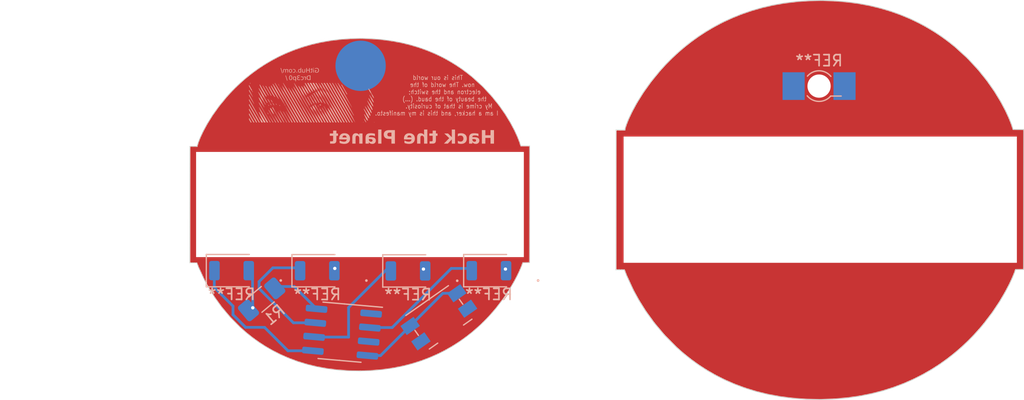
<source format=kicad_pcb>
(kicad_pcb (version 20221018) (generator pcbnew)
  (layers (0 "F.Cu" signal) (31 "B.Cu" signal) (34 "B.Paste" user) (35 "F.Paste" user) (36 "B.SilkS" user "B.Silkscreen") (37 "F.SilkS" user "F.Silkscreen") (38 "B.Mask" user) (39 "F.Mask" user) (44 "Edge.Cuts" user))
  (net 0 "")
  (net 1 "Net-(SW1-A)")
  (net 2 "Net-(D3-K)")
  (net 4 "GND")
  (net 5 "Net-(D2-K)")
  (net 6 "Net-(D1-K)")
  (net 7 "Net-(D4-K)")
  (net 8 "Net-(U1-VCC)")
  (net 9 "Net-(D1-A)")
  (footprint "LED_SMD:LED_1206_3216Metric_ReverseMount_NoHole1.8x2.4mm" (layer "B.Cu") (at 113.369 103.872)
    (fp_text reference "REF**")
    (fp_text value "LED_1206_3216Metric_ReverseMount_NoHole1.8x2.4mm")
  )
  (footprint "LED_SMD:LED_1206_3216Metric_ReverseMount_NoHole1.8x2.4mm" (layer "B.Cu") (at 90.111 103.869)
    (fp_text reference "REF**")
    (fp_text value "LED_1206_3216Metric_ReverseMount_NoHole1.8x2.4mm")
  )
  (footprint "LED_SMD:LED_1206_3216Metric_ReverseMount_NoHole1.8x2.4mm" (layer "B.Cu") (at 106.058 103.895)
    (fp_text reference "REF**")
    (fp_text value "LED_1206_3216Metric_ReverseMount_NoHole1.8x2.4mm")
  )
  (footprint "Button_Switch_SMD:Panasonic_EVQPUK_EVQPUB" (layer "B.Cu") (at 108.846212 108.089424 35)
    (fp_text reference "SW1" hide)
    (fp_text value "SW_SPST")
  )
  (footprint "Package_SO:SOIC-8_3.9x4.9mm_P1.27mm" (layer "B.Cu") (at 100.0888 109.432087 175)
    (fp_text reference "U1" hide)
    (fp_text value "ATtiny13-20SS")
  )
  (footprint "Resistor_SMD:R_1206_3216Metric_Pad1.30x1.75mm_HandSolder" (layer "B.Cu") (at 92.823 106.468 40)
    (fp_text reference "R1")
    (fp_text value "R")
  )
  (footprint "LED_SMD:LED_Osram_Lx_P47F_D2mm_ReverseMount" (layer "B.Cu") (at 143.211 87.189 180)
    (fp_text reference "REF**")
    (fp_text value "LED_Osram_Lx_P47F_D2mm_ReverseMount")
  )
  (footprint "LED_SMD:LED_1206_3216Metric_ReverseMount_NoHole1.8x2.4mm" (layer "B.Cu") (at 97.85 103.878)
    (fp_text reference "REF**")
    (fp_text value "LED_1206_3216Metric_ReverseMount_NoHole1.8x2.4mm")
  )
  (gr_poly (pts (xy 144.601937 79.472784) (xy 145.703687 79.562027) (xy 146.759327 79.702157) (xy 147.76962 79.889882) (xy 148.735334 80.121907) (xy 149.657233 80.394942) (xy 150.536083 80.705691) (xy 151.372648 81.050863) (xy 152.167694 81.427165) (xy 152.921986 81.831304) (xy 153.63629 82.259987) (xy 154.311371 82.70992) (xy 154.947994 83.177812) (xy 155.546925 83.66037) (xy 156.63477 84.656309) (xy 157.581028 85.671395) (xy 158.391821 86.679284) (xy 159.073273 87.653634) (xy 159.631505 88.568102) (xy 160.072639 89.396344) (xy 160.402798 90.112018) (xy 160.628104 90.688781) (xy 160.754679 91.100288) (xy 161.717816 91.106559) (xy 161.704321 103.749168) (xy 160.970897 103.760759) (xy 160.878028 104.039446) (xy 160.67705 104.527742) (xy 160.414087 105.088434) (xy 160.032369 105.815997) (xy 159.524071 106.677311) (xy 158.881364 107.639259) (xy 158.096421 108.66872) (xy 157.648164 109.198419) (xy 157.161413 109.732577) (xy 156.635189 110.267054) (xy 156.068513 110.79771) (xy 155.460408 111.320405) (xy 154.809895 111.831) (xy 154.115994 112.325354) (xy 153.377729 112.799328) (xy 152.594119 113.248782) (xy 151.764188 113.669576) (xy 150.886956 114.05757) (xy 149.961445 114.408625) (xy 148.986676 114.718599) (xy 147.961671 114.983355) (xy 146.885452 115.198751) (xy 145.75704 115.360648) (xy 144.575457 115.464906) (xy 143.339724 115.507385) (xy 142.058492 115.483699) (xy 140.836311 115.394352) (xy 139.671969 115.243699) (xy 138.564254 115.036096) (xy 137.511955 114.775896) (xy 136.51386 114.467456) (xy 135.568759 114.11513) (xy 134.675439 113.723273) (xy 133.832688 113.296241) (xy 133.039296 112.838388) (xy 132.294051 112.35407) (xy 131.595742 111.847642) (xy 130.943156 111.323459) (xy 130.335083 110.785875) (xy 129.247628 109.687928) (xy 128.323685 108.588641) (xy 127.553562 107.522856) (xy 126.927566 106.525412) (xy 126.436007 105.631151) (xy 125.817428 104.291539) (xy 125.62029 103.782745) (xy 125.383524 103.779492) (xy 125.149193 103.777835) (xy 124.862259 103.77719) (xy 124.872313 91.749735) (xy 125.540756 91.749735) (xy 125.540756 103.161794) (xy 161.089881 103.161794) (xy 161.089881 91.749735) (xy 125.540756 91.749735) (xy 124.872313 91.749735) (xy 124.872816 91.147914) (xy 125.242961 91.150613) (xy 125.50785 91.15153) (xy 125.650135 91.149978) (xy 125.650496 91.146474) (xy 125.650813 91.143796) (xy 125.651098 91.141815) (xy 125.651362 91.1404) (xy 125.651617 91.139424) (xy 125.651875 91.138756) (xy 125.652148 91.138269) (xy 125.652447 91.137832) (xy 125.652784 91.137318) (xy 125.653171 91.136596) (xy 125.65362 91.135538) (xy 125.654142 91.134015) (xy 125.65475 91.131897) (xy 125.655454 91.129056) (xy 125.656266 91.125363) (xy 125.657199 91.120688) (xy 125.761617 90.751506) (xy 125.975525 90.202435) (xy 126.304256 89.501708) (xy 126.753145 88.677558) (xy 127.327523 87.758218) (xy 128.032725 86.771922) (xy 128.874083 85.746903) (xy 129.347487 85.228696) (xy 129.85693 84.711395) (xy 130.403079 84.19853) (xy 130.9866 83.693631) (xy 131.608161 83.200226) (xy 132.268426 82.721844) (xy 132.968064 82.262015) (xy 133.707741 81.824268) (xy 134.488124 81.412133) (xy 135.309878 81.029137) (xy 136.173672 80.678811) (xy 137.080171 80.364683) (xy 138.030042 80.090283) (xy 139.023952 79.85914) (xy 140.062567 79.674783) (xy 141.146554 79.540741) (xy 142.27658 79.460544) (xy 143.453311 79.43772)) (fill solid) (layer "F.Cu"))
  (gr_poly (pts (xy 102.785377 82.906847) (xy 103.703502 82.981216) (xy 104.583202 83.097991) (xy 105.425113 83.254428) (xy 106.229875 83.447783) (xy 106.998124 83.675312) (xy 107.730498 83.93427) (xy 108.427636 84.221913) (xy 109.090175 84.535498) (xy 109.718752 84.87228) (xy 110.314005 85.229516) (xy 110.876572 85.604461) (xy 111.407092 85.994371) (xy 111.906201 86.396502) (xy 112.812738 87.226451) (xy 113.601286 88.072356) (xy 114.276947 88.912264) (xy 114.844824 89.724222) (xy 115.310017 90.486279) (xy 115.677629 91.176481) (xy 115.952761 91.772875) (xy 116.140516 92.253511) (xy 116.245996 92.596434) (xy 117.04861 92.601659) (xy 117.037364 103.137167) (xy 116.426177 103.146826) (xy 116.348786 103.379065) (xy 116.181305 103.785979) (xy 115.962169 104.253222) (xy 115.644071 104.859524) (xy 115.220489 105.577286) (xy 114.6849 106.378909) (xy 114.03078 107.236794) (xy 113.657233 107.67821) (xy 113.251607 108.123341) (xy 112.813087 108.568738) (xy 112.340858 109.010952) (xy 111.834103 109.446531) (xy 111.292009 109.872027) (xy 110.713758 110.283989) (xy 110.098537 110.678967) (xy 109.445529 111.053512) (xy 108.75392 111.404174) (xy 108.022893 111.727502) (xy 107.251634 112.020047) (xy 106.439326 112.27836) (xy 105.585156 112.498989) (xy 104.688307 112.678486) (xy 103.747963 112.8134) (xy 102.763311 112.900282) (xy 101.733533 112.935681) (xy 100.66584 112.915943) (xy 99.647356 112.841487) (xy 98.67707 112.715943) (xy 97.753975 112.54294) (xy 96.877059 112.326107) (xy 96.045313 112.069074) (xy 95.257729 111.775469) (xy 94.513295 111.448921) (xy 93.811003 111.093061) (xy 93.149843 110.711517) (xy 92.528806 110.307919) (xy 91.946881 109.885896) (xy 91.40306 109.449076) (xy 90.896332 109.00109) (xy 89.99012 108.086134) (xy 89.220167 107.170061) (xy 88.578398 106.281907) (xy 88.056735 105.450704) (xy 87.647102 104.705486) (xy 87.13162 103.589143) (xy 86.967338 103.165148) (xy 86.770033 103.162437) (xy 86.574757 103.161056) (xy 86.335645 103.160519) (xy 86.344024 93.137639) (xy 86.90106 93.137639) (xy 86.90106 102.647688) (xy 116.525331 102.647688) (xy 116.525331 93.137639) (xy 86.90106 93.137639) (xy 86.344024 93.137639) (xy 86.344443 92.636122) (xy 86.652897 92.638371) (xy 86.873638 92.639136) (xy 86.992209 92.637842) (xy 86.99251 92.634922) (xy 86.992774 92.632691) (xy 86.993011 92.631039) (xy 86.993231 92.62986) (xy 86.993444 92.629047) (xy 86.993659 92.62849) (xy 86.993886 92.628084) (xy 86.994135 92.627721) (xy 86.994416 92.627292) (xy 86.994739 92.62669) (xy 86.995113 92.625809) (xy 86.995548 92.624539) (xy 86.996054 92.622775) (xy 86.996641 92.620407) (xy 86.997318 92.617329) (xy 86.998096 92.613433) (xy 87.08511 92.305782) (xy 87.263367 91.848223) (xy 87.53731 91.264284) (xy 87.911384 90.577492) (xy 88.390032 89.811375) (xy 88.9777 88.989462) (xy 89.678832 88.13528) (xy 90.073336 87.70344) (xy 90.497872 87.272356) (xy 90.952996 86.844969) (xy 91.439263 86.424219) (xy 91.95723 86.013049) (xy 92.507452 85.614397) (xy 93.090483 85.231207) (xy 93.706881 84.866417) (xy 94.357199 84.522971) (xy 95.041995 84.203808) (xy 95.761823 83.911869) (xy 96.517239 83.650096) (xy 97.308798 83.421429) (xy 98.137056 83.22881) (xy 99.002569 83.075179) (xy 99.905891 82.963478) (xy 100.84758 82.896647) (xy 101.828189 82.877627)) (fill solid) (layer "F.Cu"))
  (gr_circle (center 101.7718 85.354087) (end 103.9718 85.354087) (stroke (width 0.15)) (fill solid) (layer "B.Cu"))
  (gr_poly (pts (xy 100.056467 87.059002) (xy 100.057176 87.059037) (xy 100.05788 87.059106) (xy 100.05858 87.059208) (xy 100.059274 87.059343) (xy 100.05996 87.059511) (xy 100.060637 87.059712) (xy 100.061305 87.059944) (xy 100.061961 87.060208) (xy 100.062604 87.060503) (xy 100.063234 87.06083) (xy 100.063849 87.061187) (xy 100.064447 87.061574) (xy 100.065028 87.061992) (xy 100.06559 87.062439) (xy 100.066132 87.062916) (xy 100.066652 87.063421) (xy 100.06715 87.063956) (xy 100.067623 87.064518) (xy 100.068072 87.065109) (xy 100.068494 87.065727) (xy 100.068888 87.066373) (xy 100.553183 87.908583) (xy 100.553539 87.909246) (xy 100.553859 87.90992) (xy 100.554141 87.910602) (xy 100.554387 87.911293) (xy 100.554597 87.911991) (xy 100.554771 87.912693) (xy 100.554909 87.9134) (xy 100.555012 87.91411) (xy 100.555081 87.914821) (xy 100.555114 87.915533) (xy 100.555113 87.916243) (xy 100.555079 87.916952) (xy 100.55501 87.917656) (xy 100.554908 87.918356) (xy 100.554774 87.91905) (xy 100.554607 87.919736) (xy 100.554407 87.920413) (xy 100.554175 87.921081) (xy 100.553912 87.921737) (xy 100.553617 87.922381) (xy 100.553292 87.923011) (xy 100.552935 87.923626) (xy 100.552549 87.924224) (xy 100.552132 87.924805) (xy 100.551685 87.925367) (xy 100.551209 87.925908) (xy 100.550704 87.926428) (xy 100.550171 87.926926) (xy 100.549608 87.927399) (xy 100.549018 87.927847) (xy 100.5484 87.928268) (xy 100.547755 87.928661) (xy 100.546403 87.92945) (xy 100.545738 87.929807) (xy 100.545063 87.930126) (xy 100.544379 87.930409) (xy 100.543687 87.930655) (xy 100.542989 87.930865) (xy 100.542285 87.931039) (xy 100.541578 87.931177) (xy 100.540867 87.93128) (xy 100.540156 87.931348) (xy 100.539444 87.931381) (xy 100.538733 87.93138) (xy 100.538025 87.931345) (xy 100.53732 87.931277) (xy 100.53662 87.931175) (xy 100.535927 87.93104) (xy 100.53524 87.930872) (xy 100.534563 87.930672) (xy 100.533896 87.930441) (xy 100.533239 87.930177) (xy 100.532596 87.929882) (xy 100.531966 87.929556) (xy 100.531351 87.9292) (xy 100.530753 87.928813) (xy 100.530172 87.928396) (xy 100.52961 87.927949) (xy 100.529068 87.927473) (xy 100.528548 87.926968) (xy 100.52805 87.926434) (xy 100.527577 87.925872) (xy 100.527128 87.925281) (xy 100.526706 87.924663) (xy 100.526312 87.924018) (xy 100.042017 87.081808) (xy 100.041661 87.081143) (xy 100.041341 87.080468) (xy 100.041059 87.079784) (xy 100.040813 87.079092) (xy 100.040603 87.078394) (xy 100.040429 87.07769) (xy 100.040291 87.076983) (xy 100.040188 87.076273) (xy 100.04012 87.075561) (xy 100.040086 87.074849) (xy 100.040087 87.074139) (xy 100.040122 87.073431) (xy 100.04019 87.072726) (xy 100.040292 87.072027) (xy 100.040427 87.071334) (xy 100.040594 87.070648) (xy 100.040794 87.069971) (xy 100.041025 87.069304) (xy 100.041289 87.068648) (xy 100.041583 87.068005) (xy 100.041909 87.067376) (xy 100.042266 87.066761) (xy 100.042652 87.066164) (xy 100.043069 87.065583) (xy 100.043516 87.065022) (xy 100.043992 87.064481) (xy 100.044497 87.063961) (xy 100.045031 87.063464) (xy 100.045593 87.062992) (xy 100.046183 87.062544) (xy 100.046801 87.062123) (xy 100.047446 87.061729) (xy 100.048798 87.06094) (xy 100.049463 87.060582) (xy 100.050138 87.060261) (xy 100.050822 87.059977) (xy 100.051513 87.05973) (xy 100.052212 87.05952) (xy 100.052915 87.059345) (xy 100.053623 87.059207) (xy 100.054333 87.059103) (xy 100.055045 87.059035) (xy 100.055757 87.059001)) (fill solid) (layer "B.SilkS"))
  (gr_poly (pts (xy 94.429772 88.897705) (xy 94.430403 88.897918) (xy 94.431098 88.898252) (xy 94.431857 88.898705) (xy 94.432676 88.899274) (xy 94.433553 88.899956) (xy 94.434485 88.900748) (xy 94.435471 88.901648) (xy 94.437592 88.903757) (xy 94.439898 88.906261) (xy 94.44237 88.909138) (xy 94.444989 88.912364) (xy 94.447736 88.915917) (xy 94.450592 88.919775) (xy 94.453538 88.923913) (xy 94.456556 88.928311) (xy 94.459626 88.932945) (xy 94.46273 88.937792) (xy 94.465849 88.942829) (xy 94.47176 88.95289) (xy 94.476972 88.962441) (xy 94.481395 88.971266) (xy 94.483281 88.975338) (xy 94.484936 88.979147) (xy 94.486348 88.982666) (xy 94.487505 88.985867) (xy 94.488397 88.988724) (xy 94.489011 88.99121) (xy 94.489336 88.993297) (xy 94.489362 88.994959) (xy 94.489258 88.995621) (xy 94.489076 88.996167) (xy 94.488812 88.996593) (xy 94.488467 88.996896) (xy 94.488045 88.997064) (xy 94.487552 88.997102) (xy 94.486988 88.997014) (xy 94.486357 88.996801) (xy 94.485662 88.996466) (xy 94.484903 88.996013) (xy 94.484084 88.995444) (xy 94.483207 88.994762) (xy 94.482275 88.99397) (xy 94.481289 88.993071) (xy 94.479168 88.990961) (xy 94.476862 88.988457) (xy 94.47439 88.985581) (xy 94.471771 88.982354) (xy 94.469024 88.978801) (xy 94.466168 88.974944) (xy 94.463222 88.970805) (xy 94.460204 88.966408) (xy 94.457134 88.961774) (xy 94.45403 88.956927) (xy 94.450912 88.951889) (xy 94.445001 88.941828) (xy 94.439788 88.932275) (xy 94.435365 88.923448) (xy 94.433479 88.919375) (xy 94.431824 88.915565) (xy 94.430412 88.912045) (xy 94.429255 88.908843) (xy 94.428363 88.905986) (xy 94.427749 88.9035) (xy 94.427424 88.901414) (xy 94.427398 88.899754) (xy 94.427502 88.899093) (xy 94.427684 88.898548) (xy 94.427948 88.898124) (xy 94.428293 88.897823) (xy 94.428715 88.897655) (xy 94.429208 88.897616)) (fill solid) (layer "B.SilkS"))
  (gr_poly (pts (xy 102.09697 89.73204) (xy 102.097329 89.732064) (xy 102.097683 89.732109) (xy 102.098033 89.732173) (xy 102.098379 89.732257) (xy 102.09872 89.732362) (xy 102.099056 89.732487) (xy 102.099387 89.732633) (xy 102.099714 89.732798) (xy 102.100036 89.732984) (xy 102.100354 89.73319) (xy 102.100666 89.733416) (xy 102.100974 89.733662) (xy 102.101277 89.733929) (xy 102.101576 89.734216) (xy 102.10187 89.734523) (xy 102.102159 89.73485) (xy 102.102443 89.735198) (xy 102.102996 89.735954) (xy 102.357779 90.098292) (xy 102.361926 90.104568) (xy 102.366037 90.11168) (xy 102.37011 90.119629) (xy 102.374147 90.128413) (xy 102.378147 90.138034) (xy 102.382109 90.148492) (xy 102.386035 90.159786) (xy 102.389924 90.171917) (xy 102.393776 90.184885) (xy 102.397591 90.19869) (xy 102.401369 90.213332) (xy 102.40511 90.228812) (xy 102.408814 90.245129) (xy 102.412481 90.262283) (xy 102.416112 90.280276) (xy 102.419705 90.299106) (xy 102.4202 90.30221) (xy 102.420503 90.304973) (xy 102.420583 90.306226) (xy 102.420615 90.307394) (xy 102.420599 90.308477) (xy 102.420535 90.309474) (xy 102.420423 90.310386) (xy 102.420263 90.311213) (xy 102.420055 90.311954) (xy 102.419799 90.31261) (xy 102.419496 90.313182) (xy 102.419144 90.313667) (xy 102.418744 90.314068) (xy 102.418297 90.314383) (xy 102.417801 90.314613) (xy 102.417258 90.314758) (xy 102.416667 90.314818) (xy 102.416028 90.314793) (xy 102.41534 90.314682) (xy 102.414605 90.314486) (xy 102.413822 90.314206) (xy 102.412991 90.31384) (xy 102.412112 90.313388) (xy 102.411185 90.312852) (xy 102.41021 90.312231) (xy 102.409188 90.311525) (xy 102.406998 90.309857) (xy 102.404617 90.307848) (xy 102.392088 90.296619) (xy 102.380099 90.285449) (xy 102.368649 90.274336) (xy 102.357737 90.263283) (xy 102.347365 90.252288) (xy 102.337533 90.241351) (xy 102.328239 90.230473) (xy 102.319486 90.219653) (xy 102.311271 90.208892) (xy 102.303597 90.198189) (xy 102.296461 90.187544) (xy 102.289866 90.176958) (xy 102.283811 90.16643) (xy 102.278295 90.15596) (xy 102.273319 90.145548) (xy 102.268883 90.135195) (xy 102.247143 90.082213) (xy 102.225179 90.030421) (xy 102.20299 89.979821) (xy 102.180578 89.930412) (xy 102.157944 89.882193) (xy 102.135087 89.835164) (xy 102.112009 89.789325) (xy 102.08871 89.744677) (xy 102.08825 89.743848) (xy 102.088052 89.743442) (xy 102.087876 89.743041) (xy 102.08772 89.742645) (xy 102.087586 89.742255) (xy 102.087473 89.74187) (xy 102.087381 89.74149) (xy 102.08731 89.741115) (xy 102.087261 89.740746) (xy 102.087232 89.740382) (xy 102.087225 89.740024) (xy 102.087238 89.73967) (xy 102.087273 89.739322) (xy 102.087329 89.738979) (xy 102.087406 89.738642) (xy 102.087504 89.73831) (xy 102.087623 89.737983) (xy 102.087763 89.737661) (xy 102.087924 89.737345) (xy 102.088105 89.737034) (xy 102.088308 89.736728) (xy 102.088532 89.736427) (xy 102.088777 89.736132) (xy 102.089043 89.735842) (xy 102.089329 89.735558) (xy 102.089637 89.735278) (xy 102.089965 89.735004) (xy 102.090314 89.734735) (xy 102.090684 89.734472) (xy 102.091487 89.733961) (xy 102.091888 89.733566) (xy 102.092719 89.733109) (xy 102.093128 89.732911) (xy 102.093532 89.732734) (xy 102.093932 89.732576) (xy 102.094327 89.732438) (xy 102.094718 89.732321) (xy 102.095105 89.732224) (xy 102.095487 89.732147) (xy 102.095864 89.73209) (xy 102.096237 89.732053) (xy 102.096606 89.732037)) (fill solid) (layer "B.SilkS"))
  (gr_poly (pts (xy 94.113968 88.77834) (xy 94.114671 88.778552) (xy 94.115445 88.778896) (xy 94.116288 88.779368) (xy 94.117197 88.779965) (xy 94.118168 88.780684) (xy 94.119201 88.781522) (xy 94.120291 88.782476) (xy 94.122636 88.784721) (xy 94.125182 88.787393) (xy 94.127908 88.790469) (xy 94.130793 88.793924) (xy 94.133816 88.797733) (xy 94.136957 88.801872) (xy 94.140195 88.806317) (xy 94.143508 88.811044) (xy 94.146876 88.816027) (xy 94.150278 88.821243) (xy 94.153694 88.826667) (xy 94.160161 88.837518) (xy 94.165853 88.847832) (xy 94.170672 88.857374) (xy 94.172722 88.861781) (xy 94.174517 88.865906) (xy 94.176044 88.86972) (xy 94.177291 88.873192) (xy 94.178245 88.876294) (xy 94.178894 88.878996) (xy 94.179225 88.881268) (xy 94.179226 88.88308) (xy 94.179099 88.883805) (xy 94.178885 88.884404) (xy 94.178582 88.884873) (xy 94.178189 88.885209) (xy 94.177713 88.885409) (xy 94.177158 88.885469) (xy 94.176527 88.885391) (xy 94.175822 88.885179) (xy 94.175047 88.884836) (xy 94.174203 88.884365) (xy 94.173293 88.883768) (xy 94.172321 88.88305) (xy 94.171288 88.882212) (xy 94.170197 88.881258) (xy 94.167851 88.879015) (xy 94.165305 88.876343) (xy 94.16258 88.873269) (xy 94.159694 88.869815) (xy 94.156671 88.866006) (xy 94.153529 88.861867) (xy 94.150291 88.857421) (xy 94.146976 88.852694) (xy 94.143606 88.847709) (xy 94.1402 88.842491) (xy 94.13678 88.837064) (xy 94.130322 88.826213) (xy 94.124636 88.815899) (xy 94.119822 88.806357) (xy 94.117773 88.80195) (xy 94.115979 88.797825) (xy 94.114453 88.794011) (xy 94.113207 88.790539) (xy 94.112254 88.787437) (xy 94.111606 88.784735) (xy 94.111275 88.782463) (xy 94.111274 88.780651) (xy 94.111401 88.779926) (xy 94.111615 88.779327) (xy 94.111918 88.778858) (xy 94.112311 88.778522) (xy 94.112785 88.778322) (xy 94.113338 88.778263)) (fill solid) (layer "B.SilkS"))
  (gr_poly (pts (xy 98.102809 88.833748) (xy 98.103947 88.833946) (xy 98.105119 88.834253) (xy 98.106326 88.834671) (xy 98.107567 88.835198) (xy 98.108844 88.835836) (xy 98.110155 88.836584) (xy 98.111501 88.837441) (xy 98.112881 88.838409) (xy 98.114296 88.839487) (xy 98.115746 88.840674) (xy 98.117231 88.841972) (xy 98.11875 88.84338) (xy 98.12295 88.847544) (xy 98.127021 88.851807) (xy 98.130962 88.85617) (xy 98.134774 88.860634) (xy 98.138456 88.865197) (xy 98.142008 88.86986) (xy 98.14543 88.874622) (xy 98.148722 88.879484) (xy 98.151883 88.884446) (xy 98.154913 88.889507) (xy 98.157813 88.894668) (xy 98.160582 88.899928) (xy 98.163219 88.905287) (xy 98.165725 88.910746) (xy 98.168099 88.916304) (xy 98.170342 88.921961) (xy 98.171536 88.925414) (xy 98.172436 88.928525) (xy 98.172775 88.929953) (xy 98.17304 88.931295) (xy 98.173232 88.932552) (xy 98.17335 88.933724) (xy 98.173394 88.93481) (xy 98.173364 88.935811) (xy 98.173261 88.936727) (xy 98.173084 88.937557) (xy 98.172834 88.938302) (xy 98.17251 88.938962) (xy 98.172112 88.939536) (xy 98.17164 88.940025) (xy 98.171095 88.940429) (xy 98.170476 88.940747) (xy 98.169783 88.94098) (xy 98.169017 88.941128) (xy 98.168177 88.94119) (xy 98.167264 88.941168) (xy 98.166277 88.94106) (xy 98.165216 88.940866) (xy 98.164081 88.940587) (xy 98.162873 88.940223) (xy 98.161591 88.939774) (xy 98.160236 88.93924) (xy 98.157305 88.937915) (xy 98.154079 88.936249) (xy 98.149913 88.933844) (xy 98.145747 88.931392) (xy 98.141581 88.928886) (xy 98.137415 88.926323) (xy 98.135714 88.92536) (xy 98.133973 88.924458) (xy 98.132192 88.923619) (xy 98.130372 88.922842) (xy 98.128514 88.922128) (xy 98.126621 88.921477) (xy 98.124692 88.920889) (xy 98.122729 88.920364) (xy 98.119811 88.919603) (xy 98.117009 88.918755) (xy 98.114325 88.91782) (xy 98.111758 88.916798) (xy 98.109308 88.91569) (xy 98.106975 88.914494) (xy 98.104759 88.913211) (xy 98.10266 88.911841) (xy 98.100678 88.910384) (xy 98.098812 88.908841) (xy 98.097064 88.90721) (xy 98.095433 88.905492) (xy 98.093919 88.903688) (xy 98.092522 88.901796) (xy 98.091243 88.899818) (xy 98.09008 88.897753) (xy 98.089034 88.8956) (xy 98.088105 88.893361) (xy 98.087294 88.891035) (xy 98.086599 88.888622) (xy 98.086022 88.886122) (xy 98.085561 88.883536) (xy 98.085218 88.880862) (xy 98.084992 88.878102) (xy 98.084883 88.875255) (xy 98.084891 88.87232) (xy 98.085016 88.869299) (xy 98.085258 88.866192) (xy 98.085618 88.862997) (xy 98.086094 88.859716) (xy 98.086688 88.856347) (xy 98.087399 88.852892) (xy 98.087836 88.850891) (xy 98.088309 88.848999) (xy 98.088817 88.847217) (xy 98.08936 88.845545) (xy 98.089938 88.843983) (xy 98.090551 88.842531) (xy 98.091199 88.841189) (xy 98.091882 88.839956) (xy 98.092601 88.838834) (xy 98.093354 88.837822) (xy 98.094142 88.83692) (xy 98.094966 88.836127) (xy 98.095824 88.835445) (xy 98.096717 88.834873) (xy 98.097645 88.83441) (xy 98.098608 88.834058) (xy 98.099606 88.833815) (xy 98.100639 88.833683) (xy 98.101707 88.833661)) (fill solid) (layer "B.SilkS"))
  (gr_poly (pts (xy 94.279126 89.47926) (xy 94.27932 89.479271) (xy 94.279511 89.479294) (xy 94.279701 89.479327) (xy 94.279888 89.479371) (xy 94.280072 89.479426) (xy 94.280255 89.479491) (xy 94.280435 89.479567) (xy 94.280613 89.479655) (xy 94.280789 89.479753) (xy 94.280962 89.479861) (xy 94.281134 89.479981) (xy 94.281303 89.480111) (xy 94.281469 89.480252) (xy 94.281634 89.480404) (xy 94.281796 89.480567) (xy 94.281956 89.48074) (xy 94.28227 89.48112) (xy 94.282574 89.481543) (xy 94.353466 89.592091) (xy 94.422473 89.701883) (xy 94.489596 89.810917) (xy 94.554834 89.919196) (xy 94.618185 90.026718) (xy 94.67965 90.133484) (xy 94.739228 90.239495) (xy 94.796918 90.344752) (xy 94.870954 90.476515) (xy 94.825867 90.476515) (xy 94.741348 90.33522) (xy 94.680821 90.236121) (xy 94.620892 90.13506) (xy 94.561562 90.032037) (xy 94.502829 89.927053) (xy 94.444691 89.820108) (xy 94.387148 89.711201) (xy 94.330199 89.600332) (xy 94.273841 89.487502) (xy 94.273618 89.486915) (xy 94.273444 89.486348) (xy 94.27332 89.485799) (xy 94.273277 89.485532) (xy 94.273246 89.48527) (xy 94.273227 89.485012) (xy 94.273221 89.484759) (xy 94.273227 89.48451) (xy 94.273246 89.484266) (xy 94.273277 89.484027) (xy 94.273321 89.483793) (xy 94.273377 89.483563) (xy 94.273445 89.483337) (xy 94.273526 89.483117) (xy 94.273619 89.482901) (xy 94.273724 89.482689) (xy 94.273842 89.482482) (xy 94.273972 89.48228) (xy 94.274115 89.482083) (xy 94.27427 89.48189) (xy 94.274437 89.481701) (xy 94.274616 89.481517) (xy 94.274808 89.481338) (xy 94.275013 89.481163) (xy 94.275229 89.480993) (xy 94.275699 89.480666) (xy 94.276219 89.480358) (xy 94.276619 89.479963) (xy 94.27706 89.479738) (xy 94.277277 89.479641) (xy 94.277492 89.479556) (xy 94.277704 89.479481) (xy 94.277914 89.479417) (xy 94.278122 89.479364) (xy 94.278327 89.479321) (xy 94.27853 89.47929) (xy 94.278731 89.479269) (xy 94.27893 89.479259)) (fill solid) (layer "B.SilkS"))
  (gr_poly (pts (xy 92.012612 88.123448) (xy 92.013944 88.126249) (xy 92.015242 88.129061) (xy 92.016506 88.131884) (xy 92.017733 88.134719) (xy 92.018922 88.137565) (xy 92.020072 88.140423) (xy 92.021182 88.143293) (xy 92.022734 88.147492) (xy 92.024012 88.151164) (xy 92.025016 88.154309) (xy 92.025747 88.156927) (xy 92.026205 88.159019) (xy 92.026331 88.159867) (xy 92.026389 88.160583) (xy 92.026379 88.161168) (xy 92.0263 88.161621) (xy 92.026154 88.161942) (xy 92.025939 88.162132) (xy 92.025655 88.16219) (xy 92.025304 88.162116) (xy 92.024884 88.161911) (xy 92.024396 88.161574) (xy 92.02384 88.161105) (xy 92.023215 88.160505) (xy 92.021762 88.158909) (xy 92.020036 88.156787) (xy 92.018038 88.154138) (xy 92.015768 88.150962) (xy 92.013225 88.14726) (xy 92.011249 88.120658)) (fill solid) (layer "B.SilkS"))
  (gr_poly (pts (xy 96.140002 87.146712) (xy 96.140374 87.146859) (xy 96.140809 87.147115) (xy 96.141309 87.147479) (xy 96.141873 87.147952) (xy 96.143194 87.149222) (xy 96.144772 87.150926) (xy 96.146607 87.153064) (xy 96.148698 87.155635) (xy 96.151047 87.15864) (xy 96.219509 87.250435) (xy 96.285209 87.343259) (xy 96.348144 87.437113) (xy 96.408315 87.531997) (xy 96.465722 87.627912) (xy 96.520365 87.724856) (xy 96.572242 87.822831) (xy 96.621354 87.921837) (xy 96.652796 87.986526) (xy 96.684013 88.049033) (xy 96.715005 88.109356) (xy 96.745775 88.167497) (xy 96.776321 88.223456) (xy 96.806646 88.277234) (xy 96.836748 88.328831) (xy 96.86663 88.378247) (xy 96.942999 88.503849) (xy 97.017737 88.629853) (xy 97.090839 88.756258) (xy 97.162295 88.883065) (xy 97.169059 88.895584) (xy 97.175447 88.908353) (xy 97.18146 88.921372) (xy 97.1871 88.934641) (xy 97.192368 88.948161) (xy 97.197266 88.961931) (xy 97.201795 88.975951) (xy 97.205957 88.990222) (xy 97.199195 88.981581) (xy 97.192609 88.972931) (xy 97.186197 88.964269) (xy 97.17996 88.955596) (xy 97.173896 88.946909) (xy 97.168006 88.938208) (xy 97.162287 88.929491) (xy 97.156741 88.920758) (xy 97.043981 88.737067) (xy 96.99039 88.647041) (xy 96.938657 88.558227) (xy 96.888785 88.470628) (xy 96.840774 88.384244) (xy 96.794624 88.299076) (xy 96.750336 88.215125) (xy 96.739276 88.194639) (xy 96.727298 88.173974) (xy 96.714507 88.153145) (xy 96.701008 88.132168) (xy 96.672307 88.089834) (xy 96.642038 88.047097) (xy 96.580163 87.960911) (xy 96.550243 87.917714) (xy 96.522124 87.874613) (xy 96.468388 87.787436) (xy 96.41651 87.699737) (xy 96.36649 87.611517) (xy 96.31833 87.522776) (xy 96.272031 87.433515) (xy 96.227595 87.343732) (xy 96.185023 87.25343) (xy 96.144316 87.162607) (xy 96.142807 87.159105) (xy 96.141556 87.156037) (xy 96.140562 87.153404) (xy 96.139826 87.151204) (xy 96.139347 87.149438) (xy 96.139204 87.148717) (xy 96.139125 87.148105) (xy 96.13911 87.147602) (xy 96.13916 87.147207) (xy 96.139274 87.146921) (xy 96.139453 87.146743) (xy 96.139695 87.146673)) (fill solid) (layer "B.SilkS"))
  (gr_poly (pts (xy 93.789416 89.064084) (xy 93.789942 89.064198) (xy 93.790507 89.064394) (xy 93.791108 89.064672) (xy 93.791747 89.065033) (xy 93.792423 89.065476) (xy 93.793137 89.066001) (xy 93.793888 89.066608) (xy 93.794676 89.067298) (xy 93.795502 89.06807) (xy 93.797266 89.06986) (xy 93.799181 89.07198) (xy 93.82068 89.097858) (xy 93.840788 89.124264) (xy 93.859656 89.151151) (xy 93.877436 89.17847) (xy 93.894279 89.206172) (xy 93.910337 89.23421) (xy 93.940705 89.2911) (xy 93.998696 89.406783) (xy 94.028747 89.464804) (xy 94.044567 89.493691) (xy 94.061119 89.522431) (xy 94.204389 89.760659) (xy 94.348487 89.997224) (xy 94.491455 90.234914) (xy 94.561903 90.355052) (xy 94.631333 90.476515) (xy 94.567306 90.476515) (xy 94.535496 90.422633) (xy 94.500998 90.362514) (xy 94.423836 90.223625) (xy 94.335617 90.059973) (xy 94.236136 89.871684) (xy 94.19002 89.786671) (xy 94.141365 89.702215) (xy 94.090757 89.618356) (xy 94.038782 89.535129) (xy 93.82893 89.209291) (xy 93.825135 89.203055) (xy 93.821493 89.196553) (xy 93.818002 89.189784) (xy 93.814664 89.182749) (xy 93.811477 89.175446) (xy 93.808443 89.167877) (xy 93.80556 89.160041) (xy 93.80283 89.151938) (xy 93.800252 89.143569) (xy 93.797826 89.134933) (xy 93.795553 89.126031) (xy 93.793432 89.116863) (xy 93.791463 89.107428) (xy 93.789646 89.097727) (xy 93.787982 89.087759) (xy 93.78647 89.077526) (xy 93.78615 89.074715) (xy 93.785978 89.072232) (xy 93.785947 89.071114) (xy 93.785953 89.070078) (xy 93.785997 89.069124) (xy 93.786077 89.068252) (xy 93.786195 89.067463) (xy 93.78635 89.066755) (xy 93.786542 89.06613) (xy 93.786771 89.065586) (xy 93.787037 89.065125) (xy 93.78734 89.064746) (xy 93.787681 89.064449) (xy 93.788059 89.064235) (xy 93.788474 89.064102) (xy 93.788926 89.064052)) (fill solid) (layer "B.SilkS"))
  (gr_poly (pts (xy 102.485929 88.276287) (xy 102.487004 88.276832) (xy 102.488279 88.277726) (xy 102.491436 88.280554) (xy 102.495398 88.284771) (xy 102.500167 88.290377) (xy 102.505742 88.297373) (xy 102.512123 88.305758) (xy 102.519311 88.315533) (xy 102.578077 88.397514) (xy 102.635686 88.480322) (xy 102.691352 88.564377) (xy 102.71821 88.607003) (xy 102.744288 88.650097) (xy 102.769486 88.693713) (xy 102.793707 88.737902) (xy 102.816853 88.782716) (xy 102.838825 88.828209) (xy 102.859524 88.874432) (xy 102.878853 88.921438) (xy 102.896713 88.969279) (xy 102.913006 89.018007) (xy 102.913715 89.020449) (xy 102.914246 89.022616) (xy 102.914599 89.024506) (xy 102.91471 89.025348) (xy 102.914776 89.026121) (xy 102.914797 89.026825) (xy 102.914775 89.027459) (xy 102.914708 89.028025) (xy 102.914597 89.028522) (xy 102.914441 89.028949) (xy 102.914242 89.029308) (xy 102.913998 89.029598) (xy 102.91371 89.029818) (xy 102.913378 89.029969) (xy 102.913001 89.030052) (xy 102.91258 89.030065) (xy 102.912116 89.030009) (xy 102.911607 89.029884) (xy 102.911054 89.02969) (xy 102.910456 89.029427) (xy 102.909815 89.029095) (xy 102.90913 89.028693) (xy 102.9084 89.028223) (xy 102.906809 89.027074) (xy 102.905042 89.025649) (xy 102.903099 89.023948) (xy 102.894448 89.016002) (xy 102.886061 89.008041) (xy 102.877937 89.000064) (xy 102.870077 88.992072) (xy 102.862481 88.984065) (xy 102.855148 88.976042) (xy 102.848079 88.968004) (xy 102.841273 88.95995) (xy 102.834732 88.951881) (xy 102.828454 88.943796) (xy 102.822441 88.935697) (xy 102.816692 88.927581) (xy 102.811206 88.91945) (xy 102.805986 88.911304) (xy 102.801029 88.903142) (xy 102.796337 88.894965) (xy 102.71844 88.755426) (xy 102.680057 88.684866) (xy 102.642292 88.613836) (xy 102.605328 88.542377) (xy 102.569344 88.470532) (xy 102.534523 88.398343) (xy 102.501046 88.325854) (xy 102.496143 88.314789) (xy 102.492045 88.305114) (xy 102.488754 88.296828) (xy 102.486268 88.289931) (xy 102.484589 88.284424) (xy 102.483715 88.280306) (xy 102.48358 88.278768) (xy 102.483647 88.277577) (xy 102.483915 88.276733) (xy 102.484385 88.276237) (xy 102.485056 88.276088)) (fill solid) (layer "B.SilkS"))
  (gr_poly (pts (xy 102.343403 88.887856) (xy 102.344002 88.888259) (xy 102.344737 88.888887) (xy 102.346614 88.890821) (xy 102.349033 88.893657) (xy 102.351994 88.897396) (xy 102.355498 88.902037) (xy 102.359545 88.907581) (xy 102.364133 88.914028) (xy 102.432706 89.012033) (xy 102.503125 89.113956) (xy 102.575388 89.219796) (xy 102.649492 89.32955) (xy 102.660426 89.346662) (xy 102.670511 89.363917) (xy 102.679828 89.381308) (xy 102.688458 89.398826) (xy 102.696484 89.416466) (xy 102.703987 89.43422) (xy 102.717747 89.470042) (xy 102.768139 89.616484) (xy 102.769299 89.61982) (xy 102.770199 89.622784) (xy 102.77084 89.625376) (xy 102.771062 89.626533) (xy 102.77122 89.627597) (xy 102.771312 89.628568) (xy 102.77134 89.629446) (xy 102.771302 89.630231) (xy 102.771199 89.630923) (xy 102.771031 89.631522) (xy 102.770799 89.632029) (xy 102.7705 89.632442) (xy 102.770137 89.632762) (xy 102.769709 89.632989) (xy 102.769215 89.633123) (xy 102.768656 89.633164) (xy 102.768032 89.633112) (xy 102.767343 89.632967) (xy 102.766588 89.632729) (xy 102.765769 89.632397) (xy 102.764884 89.631973) (xy 102.763933 89.631455) (xy 102.762918 89.630845) (xy 102.760691 89.629344) (xy 102.758202 89.627471) (xy 102.755453 89.625225) (xy 102.746482 89.617642) (xy 102.737827 89.610078) (xy 102.72949 89.602533) (xy 102.721468 89.595006) (xy 102.713764 89.587499) (xy 102.706376 89.58001) (xy 102.699304 89.57254) (xy 102.692549 89.565089) (xy 102.68611 89.557656) (xy 102.679987 89.550243) (xy 102.674181 89.542847) (xy 102.668691 89.535471) (xy 102.663517 89.528113) (xy 102.65866 89.520774) (xy 102.654118 89.513453) (xy 102.649892 89.506151) (xy 102.617947 89.448767) (xy 102.586213 89.390102) (xy 102.554689 89.330157) (xy 102.523377 89.268934) (xy 102.492276 89.206431) (xy 102.461386 89.14265) (xy 102.430707 89.077592) (xy 102.40024 89.011258) (xy 102.389876 88.988533) (xy 102.379016 88.965613) (xy 102.367658 88.942496) (xy 102.355803 88.919179) (xy 102.352256 88.91209) (xy 102.349251 88.905903) (xy 102.346788 88.900619) (xy 102.344868 88.896236) (xy 102.34349 88.892756) (xy 102.342654 88.890177) (xy 102.34244 88.889226) (xy 102.342361 88.888501) (xy 102.342418 88.888002) (xy 102.342611 88.887728) (xy 102.342939 88.887679)) (fill solid) (layer "B.SilkS"))
  (gr_poly (pts (xy 97.412693 88.907672) (xy 97.41317 88.907784) (xy 97.41368 88.90796) (xy 97.414224 88.9082) (xy 97.414803 88.908503) (xy 97.415415 88.90887) (xy 97.416062 88.9093) (xy 97.416743 88.909794) (xy 97.417457 88.910352) (xy 97.418989 88.911658) (xy 97.420657 88.913219) (xy 97.440354 88.932906) (xy 97.459665 88.95346) (xy 97.478588 88.974882) (xy 97.497124 88.997171) (xy 97.515273 89.020329) (xy 97.533035 89.044353) (xy 97.55041 89.069246) (xy 97.567397 89.095006) (xy 97.583997 89.121635) (xy 97.60021 89.149131) (xy 97.616035 89.177494) (xy 97.631473 89.206726) (xy 97.646524 89.236826) (xy 97.661187 89.267793) (xy 97.675462 89.299628) (xy 97.68935 89.332332) (xy 97.71427 89.390427) (xy 97.741029 89.447827) (xy 97.769625 89.504532) (xy 97.800059 89.560542) (xy 97.832329 89.615855) (xy 97.866435 89.670471) (xy 97.902377 89.724391) (xy 97.940154 89.777613) (xy 97.975585 89.826888) (xy 98.009835 89.876269) (xy 98.042907 89.92576) (xy 98.074799 89.975361) (xy 98.105512 90.025074) (xy 98.135047 90.0749) (xy 98.163404 90.124841) (xy 98.190583 90.174899) (xy 98.232091 90.25245) (xy 98.273948 90.328598) (xy 98.316232 90.4033) (xy 98.359021 90.476515) (xy 98.261792 90.476515) (xy 98.069535 90.141154) (xy 98.050121 90.107965) (xy 98.029974 90.072296) (xy 98.009094 90.034146) (xy 97.987483 89.993516) (xy 97.965142 89.950406) (xy 97.94207 89.904814) (xy 97.91827 89.856742) (xy 97.893742 89.806188) (xy 97.874156 89.766071) (xy 97.853719 89.72548) (xy 97.832428 89.684416) (xy 97.810283 89.642881) (xy 97.787283 89.600873) (xy 97.763427 89.558395) (xy 97.738715 89.515447) (xy 97.713145 89.47203) (xy 97.564323 89.266441) (xy 97.549723 89.24578) (xy 97.535786 89.224978) (xy 97.522513 89.204032) (xy 97.509904 89.182944) (xy 97.497958 89.161713) (xy 97.486676 89.14034) (xy 97.476058 89.118825) (xy 97.466103 89.097167) (xy 97.456811 89.075366) (xy 97.448184 89.053424) (xy 97.440219 89.031339) (xy 97.432918 89.009112) (xy 97.426281 88.986743) (xy 97.420306 88.964232) (xy 97.414995 88.941579) (xy 97.410348 88.918784) (xy 97.409966 88.916528) (xy 97.409721 88.914527) (xy 97.40965 88.913622) (xy 97.409614 88.91278) (xy 97.409611 88.912002) (xy 97.409643 88.911287) (xy 97.409709 88.910636) (xy 97.40981 88.910048) (xy 97.409944 88.909525) (xy 97.410113 88.909064) (xy 97.410316 88.908668) (xy 97.410553 88.908335) (xy 97.410824 88.908065) (xy 97.41113 88.907859) (xy 97.41147 88.907717) (xy 97.411843 88.907638) (xy 97.412251 88.907623)) (fill solid) (layer "B.SilkS"))
  (gr_poly (pts (xy 94.66507 87.146317) (xy 94.665519 87.146365) (xy 94.66594 87.146441) (xy 94.666334 87.146546) (xy 94.6667 87.146678) (xy 94.667038 87.146839) (xy 94.667196 87.14693) (xy 94.667347 87.147027) (xy 94.667491 87.147132) (xy 94.667628 87.147243) (xy 94.667758 87.147361) (xy 94.667881 87.147487) (xy 94.667997 87.147618) (xy 94.668106 87.147757) (xy 94.668207 87.147903) (xy 94.668301 87.148055) (xy 94.668388 87.148214) (xy 94.668468 87.148379) (xy 94.668606 87.148731) (xy 94.668714 87.149109) (xy 94.668769 87.149356) (xy 94.668829 87.149604) (xy 94.668896 87.149853) (xy 94.668968 87.150102) (xy 94.669046 87.150351) (xy 94.669131 87.150601) (xy 94.669221 87.150851) (xy 94.669318 87.151102) (xy 94.66942 87.151352) (xy 94.669529 87.151602) (xy 94.669645 87.151852) (xy 94.669766 87.152102) (xy 94.669894 87.152351) (xy 94.670028 87.152599) (xy 94.670168 87.152847) (xy 94.670315 87.153095) (xy 94.699782 87.197408) (xy 94.730152 87.241434) (xy 94.791852 87.329103) (xy 94.822308 87.372988) (xy 94.851918 87.417069) (xy 94.880247 87.461464) (xy 94.893795 87.483818) (xy 94.906858 87.506296) (xy 95.302521 88.195884) (xy 95.702181 88.880283) (xy 96.168786 89.67584) (xy 96.400341 90.075387) (xy 96.629386 90.476515) (xy 96.533683 90.476515) (xy 96.076436 89.689124) (xy 95.990241 89.540927) (xy 95.90549 89.393237) (xy 95.822175 89.246048) (xy 95.740287 89.099352) (xy 95.538255 88.738351) (xy 95.330619 88.374473) (xy 95.117377 88.007712) (xy 94.898526 87.638061) (xy 94.881388 87.608541) (xy 94.864899 87.578788) (xy 94.833571 87.518687) (xy 94.803935 87.457973) (xy 94.775389 87.396858) (xy 94.71914 87.274286) (xy 94.690227 87.213255) (xy 94.659982 87.152681) (xy 94.659671 87.151959) (xy 94.659541 87.151614) (xy 94.65943 87.151281) (xy 94.659336 87.150958) (xy 94.65926 87.150646) (xy 94.659202 87.150345) (xy 94.659162 87.150055) (xy 94.659139 87.149775) (xy 94.659135 87.149507) (xy 94.659148 87.149249) (xy 94.659179 87.149003) (xy 94.659228 87.148767) (xy 94.659294 87.148542) (xy 94.659379 87.148328) (xy 94.659481 87.148124) (xy 94.659602 87.147932) (xy 94.65974 87.14775) (xy 94.659896 87.14758) (xy 94.66007 87.14742) (xy 94.660262 87.147271) (xy 94.660472 87.147132) (xy 94.6607 87.147005) (xy 94.660946 87.146889) (xy 94.66121 87.146783) (xy 94.661492 87.146688) (xy 94.661791 87.146604) (xy 94.662109 87.14653) (xy 94.662445 87.146468) (xy 94.662798 87.146416) (xy 94.66317 87.146375) (xy 94.66356 87.146345) (xy 94.66409 87.146307) (xy 94.664594 87.146298)) (fill solid) (layer "B.SilkS"))
  (gr_poly (pts (xy 102.048248 89.228676) (xy 102.048522 89.228747) (xy 102.048837 89.228886) (xy 102.049192 89.229094) (xy 102.049587 89.22937) (xy 102.050499 89.230128) (xy 102.051572 89.231158) (xy 102.052806 89.232462) (xy 102.054202 89.23404) (xy 102.055759 89.235891) (xy 102.073382 89.257941) (xy 102.090154 89.280309) (xy 102.106183 89.302952) (xy 102.121576 89.325826) (xy 102.150885 89.372087) (xy 102.178942 89.418741) (xy 102.206609 89.465432) (xy 102.234747 89.511807) (xy 102.264216 89.557513) (xy 102.279719 89.580005) (xy 102.295879 89.602197) (xy 102.336295 89.657094) (xy 102.375511 89.712978) (xy 102.394446 89.741353) (xy 102.412812 89.770051) (xy 102.43052 89.799098) (xy 102.44748 89.828519) (xy 102.463604 89.85834) (xy 102.478801 89.888587) (xy 102.492981 89.919284) (xy 102.506056 89.950458) (xy 102.517936 89.982135) (xy 102.52853 90.014339) (xy 102.537751 90.047096) (xy 102.545507 90.080433) (xy 102.546049 90.083458) (xy 102.546241 90.084855) (xy 102.54638 90.086175) (xy 102.546466 90.087418) (xy 102.5465 90.088584) (xy 102.54648 90.089673) (xy 102.546408 90.090685) (xy 102.546283 90.09162) (xy 102.546105 90.092478) (xy 102.545875 90.093259) (xy 102.545592 90.093964) (xy 102.545256 90.094591) (xy 102.544867 90.095142) (xy 102.544425 90.095616) (xy 102.543931 90.096013) (xy 102.543384 90.096333) (xy 102.542784 90.096576) (xy 102.542131 90.096743) (xy 102.541426 90.096833) (xy 102.540667 90.096846) (xy 102.539856 90.096783) (xy 102.538993 90.096643) (xy 102.538076 90.096427) (xy 102.537107 90.096133) (xy 102.536085 90.095763) (xy 102.53501 90.095317) (xy 102.533882 90.094794) (xy 102.532702 90.094195) (xy 102.531468 90.093519) (xy 102.528844 90.091937) (xy 102.520697 90.086589) (xy 102.512825 90.081152) (xy 102.50523 90.075628) (xy 102.49791 90.070017) (xy 102.490865 90.064319) (xy 102.484097 90.058533) (xy 102.477604 90.05266) (xy 102.471388 90.046699) (xy 102.465447 90.040652) (xy 102.459782 90.034518) (xy 102.454393 90.028297) (xy 102.44928 90.021989) (xy 102.444443 90.015595) (xy 102.439883 90.009114) (xy 102.435598 90.002546) (xy 102.43159 89.995892) (xy 102.405471 89.950048) (xy 102.379886 89.903596) (xy 102.354832 89.856538) (xy 102.330309 89.808872) (xy 102.306318 89.760597) (xy 102.282858 89.711715) (xy 102.259929 89.662223) (xy 102.23753 89.612123) (xy 102.226857 89.588455) (xy 102.215723 89.565048) (xy 102.19235 89.518836) (xy 102.143116 89.427527) (xy 102.118363 89.381694) (xy 102.094258 89.335252) (xy 102.071353 89.287833) (xy 102.060524 89.263641) (xy 102.050203 89.239068) (xy 102.04934 89.236822) (xy 102.048639 89.234848) (xy 102.0481 89.233147) (xy 102.047721 89.231719) (xy 102.047504 89.230565) (xy 102.047456 89.23009) (xy 102.047448 89.229683) (xy 102.047481 89.229344) (xy 102.047553 89.229074) (xy 102.047667 89.228872) (xy 102.04782 89.228738) (xy 102.048014 89.228673)) (fill solid) (layer "B.SilkS"))
  (gr_poly (pts (xy 92.657587 87.053393) (xy 92.657906 87.053422) (xy 92.658223 87.053466) (xy 92.658537 87.053525) (xy 92.658848 87.053599) (xy 92.659155 87.053687) (xy 92.659458 87.05379) (xy 92.659755 87.053907) (xy 92.660047 87.054038) (xy 92.660333 87.054183) (xy 92.660612 87.054342) (xy 92.660884 87.054514) (xy 92.661147 87.0547) (xy 92.661403 87.054899) (xy 92.661649 87.055111) (xy 92.661886 87.055337) (xy 92.662112 87.055575) (xy 92.662328 87.055826) (xy 92.662532 87.056089) (xy 92.662725 87.056365) (xy 92.662905 87.056653) (xy 93.27648 88.132182) (xy 93.276611 88.132385) (xy 93.276734 88.132593) (xy 93.276848 88.132804) (xy 93.276954 88.133019) (xy 93.277051 88.133238) (xy 93.277139 88.13346) (xy 93.277219 88.133686) (xy 93.27729 88.133914) (xy 93.277352 88.134146) (xy 93.277406 88.13438) (xy 93.277452 88.134616) (xy 93.277489 88.134855) (xy 93.277518 88.135096) (xy 93.277539 88.135339) (xy 93.277551 88.135584) (xy 93.277555 88.13583) (xy 93.27754 88.136282) (xy 93.277495 88.136729) (xy 93.277421 88.13717) (xy 93.277319 88.137603) (xy 93.277188 88.138026) (xy 93.27703 88.138439) (xy 93.276846 88.13884) (xy 93.276636 88.139228) (xy 93.276401 88.139601) (xy 93.276141 88.139958) (xy 93.275857 88.140298) (xy 93.27555 88.14062) (xy 93.27522 88.140922) (xy 93.274869 88.141203) (xy 93.274496 88.141461) (xy 93.274103 88.141695) (xy 93.272126 88.142504) (xy 93.269221 88.143224) (xy 93.265554 88.142538) (xy 93.26115 88.140478) (xy 93.256031 88.137079) (xy 93.25022 88.132372) (xy 93.24374 88.126391) (xy 93.228866 88.110739) (xy 93.211594 88.090387) (xy 93.192108 88.065602) (xy 93.170593 88.036647) (xy 93.147234 88.003788) (xy 93.122214 87.967288) (xy 93.09572 87.927414) (xy 93.067935 87.884429) (xy 93.039044 87.838599) (xy 93.009231 87.790188) (xy 92.978682 87.739462) (xy 92.94758 87.686684) (xy 92.916111 87.632121) (xy 92.910181 87.621799) (xy 92.910172 87.621792) (xy 92.910162 87.621783) (xy 92.910153 87.621773) (xy 92.910144 87.621763) (xy 92.910136 87.621751) (xy 92.910127 87.621739) (xy 92.910119 87.621727) (xy 92.910112 87.621715) (xy 92.910105 87.621703) (xy 92.910099 87.621691) (xy 92.910094 87.621679) (xy 92.910089 87.621667) (xy 92.910086 87.621657) (xy 92.910083 87.621647) (xy 92.910081 87.621638) (xy 92.910081 87.621634) (xy 92.910081 87.62163) (xy 92.849503 87.51311) (xy 92.794869 87.410662) (xy 92.747251 87.316639) (xy 92.707719 87.233393) (xy 92.677346 87.163277) (xy 92.657203 87.108642) (xy 92.651303 87.087865) (xy 92.648363 87.071841) (xy 92.648515 87.060863) (xy 92.649794 87.057358) (xy 92.651896 87.055225) (xy 92.651914 87.055214) (xy 92.651932 87.055203) (xy 92.651967 87.05518) (xy 92.652002 87.055157) (xy 92.652036 87.055133) (xy 92.652054 87.055122) (xy 92.652072 87.055111) (xy 92.652091 87.0551) (xy 92.65211 87.05509) (xy 92.65213 87.055081) (xy 92.652151 87.055072) (xy 92.652173 87.055063) (xy 92.652196 87.055056) (xy 92.653797 87.054266) (xy 92.654097 87.054104) (xy 92.654403 87.053958) (xy 92.654712 87.053829) (xy 92.655025 87.053717) (xy 92.65534 87.05362) (xy 92.655659 87.053541) (xy 92.655979 87.053477) (xy 92.6563 87.053429) (xy 92.656622 87.053396) (xy 92.656944 87.05338) (xy 92.657266 87.053379)) (fill solid) (layer "B.SilkS"))
  (gr_poly (pts (xy 91.964531 87.620605) (xy 91.965081 87.620752) (xy 91.965695 87.621035) (xy 91.966373 87.62145) (xy 91.967111 87.621995) (xy 91.967907 87.622665) (xy 91.968758 87.623457) (xy 91.97062 87.625398) (xy 91.972676 87.627792) (xy 91.97491 87.630613) (xy 91.977302 87.633835) (xy 91.979834 87.637435) (xy 91.982489 87.641386) (xy 91.985246 87.645664) (xy 91.988088 87.650241) (xy 91.990997 87.655095) (xy 91.993954 87.660198) (xy 91.996941 87.665526) (xy 91.999939 87.671054) (xy 92.005625 87.682069) (xy 92.010632 87.692485) (xy 92.014874 87.702067) (xy 92.018264 87.710579) (xy 92.019612 87.714361) (xy 92.020714 87.717787) (xy 92.021559 87.720829) (xy 92.022137 87.723456) (xy 92.022437 87.72564) (xy 92.022448 87.727351) (xy 92.022158 87.72856) (xy 92.021897 87.728967) (xy 92.021557 87.729238) (xy 92.021144 87.72937) (xy 92.020661 87.729361) (xy 92.020111 87.729213) (xy 92.019496 87.72893) (xy 92.018819 87.728515) (xy 92.018081 87.727971) (xy 92.017285 87.727301) (xy 92.016433 87.726508) (xy 92.014572 87.724567) (xy 92.012515 87.722173) (xy 92.010282 87.719353) (xy 92.00789 87.71613) (xy 92.005357 87.71253) (xy 92.002703 87.708579) (xy 91.999946 87.704302) (xy 91.997103 87.699724) (xy 91.994195 87.69487) (xy 91.991237 87.689767) (xy 91.988251 87.684439) (xy 91.985252 87.678912) (xy 91.979567 87.667896) (xy 91.97456 87.65748) (xy 91.970318 87.647898) (xy 91.966928 87.639386) (xy 91.96558 87.635605) (xy 91.964478 87.632178) (xy 91.963632 87.629137) (xy 91.963054 87.626509) (xy 91.962755 87.624325) (xy 91.962744 87.622614) (xy 91.963034 87.621406) (xy 91.963295 87.620999) (xy 91.963635 87.620728) (xy 91.964048 87.620596)) (fill solid) (layer "B.SilkS"))
  (gr_poly (pts (xy 97.538761 87.82718) (xy 97.539675 87.827266) (xy 97.540581 87.827396) (xy 97.541479 87.827569) (xy 97.542368 87.827784) (xy 97.543245 87.828041) (xy 97.544109 87.828339) (xy 97.544959 87.82868) (xy 97.545792 87.82906) (xy 97.546607 87.829481) (xy 97.547402 87.829943) (xy 97.548176 87.830443) (xy 97.548928 87.830983) (xy 97.549654 87.831561) (xy 97.550355 87.832178) (xy 97.551027 87.832832) (xy 97.55167 87.833524) (xy 97.552282 87.834253) (xy 97.552861 87.835018) (xy 97.553406 87.83582) (xy 97.553915 87.836657) (xy 98.028976 88.659466) (xy 98.029445 88.660328) (xy 98.029864 88.661203) (xy 98.030236 88.66209) (xy 98.03056 88.662988) (xy 98.030836 88.663893) (xy 98.031066 88.664805) (xy 98.031249 88.665723) (xy 98.031386 88.666643) (xy 98.031478 88.667566) (xy 98.031525 88.668489) (xy 98.031527 88.66941) (xy 98.031484 88.670328) (xy 98.031398 88.671242) (xy 98.031269 88.672149) (xy 98.031096 88.673048) (xy 98.030881 88.673937) (xy 98.030624 88.674815) (xy 98.030325 88.67568) (xy 98.029984 88.67653) (xy 98.029603 88.677364) (xy 98.029181 88.67818) (xy 98.02872 88.678977) (xy 98.028218 88.679752) (xy 98.027678 88.680504) (xy 98.027099 88.681232) (xy 98.026481 88.681934) (xy 98.025826 88.682608) (xy 98.025133 88.683252) (xy 98.024403 88.683866) (xy 98.023637 88.684446) (xy 98.022834 88.684993) (xy 98.021996 88.685503) (xy 98.020645 88.686293) (xy 98.019782 88.686761) (xy 98.018905 88.687179) (xy 98.018017 88.68755) (xy 98.01712 88.687873) (xy 98.016213 88.688149) (xy 98.015301 88.688378) (xy 98.014383 88.688561) (xy 98.013462 88.688698) (xy 98.012539 88.688789) (xy 98.011617 88.688835) (xy 98.010695 88.688837) (xy 98.009778 88.688794) (xy 98.008864 88.688707) (xy 98.007958 88.688577) (xy 98.00706 88.688405) (xy 98.006171 88.688189) (xy 98.005294 88.687931) (xy 98.00443 88.687632) (xy 98.00358 88.687292) (xy 98.002747 88.68691) (xy 98.001932 88.686488) (xy 98.001137 88.686026) (xy 98.000363 88.685525) (xy 97.999612 88.684984) (xy 97.998885 88.684405) (xy 97.998184 88.683787) (xy 97.997512 88.683131) (xy 97.996869 88.682438) (xy 97.996257 88.681708) (xy 97.995677 88.680941) (xy 97.995132 88.680139) (xy 97.994624 88.6793) (xy 97.519562 87.856509) (xy 97.519094 87.855645) (xy 97.518674 87.854769) (xy 97.518303 87.85388) (xy 97.517979 87.852982) (xy 97.517702 87.852076) (xy 97.517472 87.851163) (xy 97.517289 87.850245) (xy 97.517152 87.849324) (xy 97.51706 87.848401) (xy 97.517013 87.847478) (xy 97.517011 87.846557) (xy 97.517053 87.845639) (xy 97.517139 87.844725) (xy 97.517269 87.843819) (xy 97.517442 87.84292) (xy 97.517657 87.842031) (xy 97.517914 87.841154) (xy 97.518213 87.840289) (xy 97.518554 87.83944) (xy 97.518935 87.838606) (xy 97.519357 87.837791) (xy 97.519818 87.836995) (xy 97.52032 87.83622) (xy 97.52086 87.835468) (xy 97.521439 87.834741) (xy 97.522057 87.83404) (xy 97.522712 87.833366) (xy 97.523405 87.832722) (xy 97.524135 87.832109) (xy 97.524902 87.831528) (xy 97.525705 87.830982) (xy 97.526543 87.830472) (xy 97.527893 87.829682) (xy 97.528757 87.829215) (xy 97.529633 87.828796) (xy 97.530521 87.828425) (xy 97.531419 87.828102) (xy 97.532325 87.827826) (xy 97.533238 87.827597) (xy 97.534156 87.827414) (xy 97.535077 87.827277) (xy 97.535999 87.827186) (xy 97.536922 87.827139) (xy 97.537843 87.827138)) (fill solid) (layer "B.SilkS"))
  (gr_poly (pts (xy 97.655691 87.106618) (xy 97.774269 87.310652) (xy 97.781501 87.323202) (xy 97.788472 87.335852) (xy 97.801663 87.361445) (xy 97.813907 87.38741) (xy 97.825267 87.413731) (xy 97.835809 87.440387) (xy 97.845596 87.46736) (xy 97.854694 87.494631) (xy 97.863166 87.522182) (xy 97.865961 87.531062) (xy 97.869051 87.539633) (xy 97.87242 87.547912) (xy 97.876052 87.555918) (xy 97.879931 87.563669) (xy 97.88404 87.571184) (xy 97.892887 87.585575) (xy 97.902461 87.599239) (xy 97.912634 87.612321) (xy 97.923275 87.624967) (xy 97.934256 87.637323) (xy 97.956715 87.661748) (xy 97.967934 87.67411) (xy 97.978974 87.686765) (xy 97.989704 87.69986) (xy 97.999995 87.713541) (xy 98.009718 87.727953) (xy 98.014325 87.73548) (xy 98.018742 87.743243) (xy 98.07373 87.845154) (xy 98.12599 87.945338) (xy 98.175524 88.043792) (xy 98.222335 88.140511) (xy 98.241208 88.179294) (xy 98.261123 88.217971) (xy 98.303521 88.295111) (xy 98.348413 88.372129) (xy 98.394681 88.449226) (xy 98.44121 88.526603) (xy 98.486883 88.604459) (xy 98.530583 88.682995) (xy 98.551345 88.722581) (xy 98.571194 88.762411) (xy 98.574314 88.768995) (xy 98.576929 88.774754) (xy 98.579038 88.779687) (xy 98.580642 88.783795) (xy 98.581741 88.787077) (xy 98.582335 88.789535) (xy 98.582442 88.790455) (xy 98.582423 88.791168) (xy 98.582277 88.791675) (xy 98.582006 88.791976) (xy 98.581608 88.792071) (xy 98.581083 88.791959) (xy 98.580433 88.791642) (xy 98.579656 88.791118) (xy 98.577723 88.789453) (xy 98.575286 88.786963) (xy 98.572343 88.78365) (xy 98.568895 88.779512) (xy 98.564942 88.774551) (xy 98.560485 88.768766) (xy 98.532345 88.730453) (xy 98.505429 88.691358) (xy 98.479595 88.651608) (xy 98.4547 88.611333) (xy 98.407152 88.529718) (xy 98.361642 88.447541) (xy 98.317025 88.36583) (xy 98.272158 88.285611) (xy 98.225897 88.207912) (xy 98.201886 88.170329) (xy 98.177097 88.133761) (xy 98.096094 88.01777) (xy 98.055189 87.957354) (xy 98.015466 87.895492) (xy 97.996388 87.864058) (xy 97.978013 87.832309) (xy 97.960479 87.800261) (xy 97.94392 87.76793) (xy 97.928473 87.735332) (xy 97.914274 87.702481) (xy 97.901459 87.669394) (xy 97.890164 87.636087) (xy 97.886648 87.625732) (xy 97.882737 87.615642) (xy 97.878453 87.605801) (xy 97.873819 87.596193) (xy 97.868855 87.586802) (xy 97.863585 87.577613) (xy 97.852209 87.559771) (xy 97.839866 87.542538) (xy 97.82673 87.525786) (xy 97.812976 87.509386) (xy 97.798777 87.493207) (xy 97.769745 87.461) (xy 97.755261 87.444713) (xy 97.741029 87.428131) (xy 97.727226 87.411126) (xy 97.714025 87.393568) (xy 97.7016 87.375328) (xy 97.690126 87.356278) (xy 97.434093 86.904643) (xy 97.537226 86.904643)) (fill solid) (layer "B.SilkS"))
  (gr_poly (pts (xy 94.754293 89.457518) (xy 94.754544 89.457543) (xy 94.754795 89.457584) (xy 94.755044 89.457639) (xy 94.755291 89.457709) (xy 94.755537 89.457794) (xy 94.755781 89.457893) (xy 94.756024 89.458007) (xy 94.756265 89.458136) (xy 94.756504 89.45828) (xy 94.756742 89.458438) (xy 94.756978 89.458611) (xy 94.757213 89.458799) (xy 94.757446 89.459001) (xy 94.757678 89.459219) (xy 94.757908 89.45945) (xy 94.758363 89.459958) (xy 94.758812 89.460524) (xy 94.787486 89.501397) (xy 94.815374 89.542863) (xy 94.869149 89.6273) (xy 94.92085 89.713292) (xy 94.971189 89.800294) (xy 95.070625 89.975149) (xy 95.121145 90.061913) (xy 95.17315 90.147508) (xy 95.375515 90.476515) (xy 95.31464 90.476515) (xy 95.226718 90.313788) (xy 95.168504 90.204923) (xy 95.108588 90.098146) (xy 94.986216 89.888195) (xy 94.864736 89.678619) (xy 94.805934 89.572308) (xy 94.749279 89.464097) (xy 94.749055 89.463706) (xy 94.748958 89.463514) (xy 94.748871 89.463324) (xy 94.748794 89.463136) (xy 94.748727 89.46295) (xy 94.74867 89.462767) (xy 94.748623 89.462585) (xy 94.748585 89.462406) (xy 94.748558 89.462229) (xy 94.748541 89.462055) (xy 94.748534 89.461882) (xy 94.748536 89.461712) (xy 94.748549 89.461544) (xy 94.748572 89.461379) (xy 94.748604 89.461215) (xy 94.748647 89.461054) (xy 94.748699 89.460896) (xy 94.748762 89.460739) (xy 94.748834 89.460585) (xy 94.748916 89.460434) (xy 94.749009 89.460285) (xy 94.749111 89.460138) (xy 94.749223 89.459993) (xy 94.749346 89.459851) (xy 94.749478 89.459712) (xy 94.74962 89.459575) (xy 94.749772 89.45944) (xy 94.749934 89.459308) (xy 94.750106 89.459178) (xy 94.75048 89.458926) (xy 94.750881 89.458532) (xy 94.751152 89.458365) (xy 94.751422 89.458213) (xy 94.751691 89.458076) (xy 94.751958 89.457953) (xy 94.752223 89.457845) (xy 94.752487 89.457753) (xy 94.752749 89.457675) (xy 94.75301 89.457612) (xy 94.75327 89.457563) (xy 94.753528 89.45753) (xy 94.753784 89.457511) (xy 94.754039 89.457507)) (fill solid) (layer "B.SilkS"))
  (gr_poly (pts (xy 93.831525 86.989165) (xy 93.83182 86.989186) (xy 93.832111 86.989223) (xy 93.832398 86.989277) (xy 93.832682 86.989347) (xy 93.832962 86.989433) (xy 93.833238 86.989535) (xy 93.833511 86.989654) (xy 93.833779 86.989789) (xy 93.834044 86.989941) (xy 93.834305 86.990109) (xy 93.834563 86.990293) (xy 93.834817 86.990494) (xy 93.835066 86.990711) (xy 93.835313 86.990945) (xy 93.835555 86.991195) (xy 93.835793 86.991461) (xy 93.836028 86.991744) (xy 93.836486 86.99236) (xy 93.893305 87.075642) (xy 93.949086 87.159608) (xy 94.003828 87.244257) (xy 94.057531 87.329589) (xy 94.110194 87.415605) (xy 94.161816 87.502303) (xy 94.212396 87.589683) (xy 94.261932 87.677746) (xy 94.576761 88.248755) (xy 94.889394 88.821159) (xy 94.890011 88.822301) (xy 94.890569 88.823449) (xy 94.891067 88.824603) (xy 94.891506 88.825763) (xy 94.891885 88.82693) (xy 94.892205 88.828104) (xy 94.892466 88.829284) (xy 94.892668 88.83047) (xy 94.892811 88.831663) (xy 94.892895 88.832863) (xy 94.89292 88.834069) (xy 94.892887 88.835282) (xy 94.892796 88.836502) (xy 94.892646 88.837729) (xy 94.892437 88.838962) (xy 94.892171 88.840203) (xy 94.238114 87.769036) (xy 94.181901 87.675137) (xy 94.126963 87.580585) (xy 94.073302 87.485377) (xy 94.020917 87.389515) (xy 93.969811 87.292996) (xy 93.919985 87.195822) (xy 93.871439 87.097992) (xy 93.824176 86.999504) (xy 93.823907 86.998819) (xy 93.823796 86.998483) (xy 93.823701 86.998151) (xy 93.823621 86.997824) (xy 93.823557 86.997502) (xy 93.823509 86.997185) (xy 93.823476 86.996872) (xy 93.823459 86.996563) (xy 93.823457 86.996259) (xy 93.823471 86.99596) (xy 93.823501 86.995665) (xy 93.823546 86.995375) (xy 93.823607 86.99509) (xy 93.823683 86.99481) (xy 93.823775 86.994534) (xy 93.823883 86.994262) (xy 93.824006 86.993996) (xy 93.824144 86.993734) (xy 93.824298 86.993477) (xy 93.824468 86.993224) (xy 93.824653 86.992976) (xy 93.824853 86.992733) (xy 93.825069 86.992495) (xy 93.825301 86.992262) (xy 93.825548 86.992033) (xy 93.82581 86.991809) (xy 93.826088 86.99159) (xy 93.82669 86.991166) (xy 93.827354 86.990762) (xy 93.827354 86.990367) (xy 93.828036 86.990004) (xy 93.828703 86.989706) (xy 93.829032 86.989581) (xy 93.829356 86.989473) (xy 93.829677 86.98938) (xy 93.829994 86.989304) (xy 93.830308 86.989244) (xy 93.830618 86.9892) (xy 93.830924 86.989172) (xy 93.831226 86.98916)) (fill solid) (layer "B.SilkS"))
  (gr_poly (pts (xy 94.89792 88.845194) (xy 94.903458 88.850346) (xy 94.908785 88.855659) (xy 94.913901 88.861134) (xy 94.918807 88.86677) (xy 94.923501 88.872568) (xy 94.927984 88.878527) (xy 94.932257 88.884647) (xy 94.936318 88.890929) (xy 94.940169 88.897372) (xy 94.943809 88.903977) (xy 94.947239 88.910744) (xy 94.950458 88.917672) (xy 94.953466 88.924761) (xy 94.956263 88.932013) (xy 94.95885 88.939426) (xy 94.959703 88.942044) (xy 94.960376 88.944349) (xy 94.960869 88.946342) (xy 94.961182 88.948022) (xy 94.961271 88.948745) (xy 94.961315 88.94939) (xy 94.961314 88.949957) (xy 94.961268 88.950445) (xy 94.961176 88.950856) (xy 94.96104 88.951188) (xy 94.960859 88.951442) (xy 94.960633 88.951617) (xy 94.960362 88.951715) (xy 94.960046 88.951734) (xy 94.959684 88.951675) (xy 94.959278 88.951538) (xy 94.958827 88.951322) (xy 94.958331 88.951029) (xy 94.95779 88.950657) (xy 94.957203 88.950207) (xy 94.955896 88.949071) (xy 94.954408 88.947623) (xy 94.952741 88.945862) (xy 94.950893 88.943787) (xy 94.946292 88.938221) (xy 94.941816 88.932533) (xy 94.937463 88.926724) (xy 94.933235 88.920795) (xy 94.929131 88.914744) (xy 94.925151 88.908572) (xy 94.921295 88.902279) (xy 94.917563 88.895865) (xy 94.913956 88.889331) (xy 94.910472 88.882675) (xy 94.907112 88.875898) (xy 94.903876 88.869001) (xy 94.900764 88.861983) (xy 94.897776 88.854844) (xy 94.894912 88.847584) (xy 94.892171 88.840203)) (fill solid) (layer "B.SilkS"))
  (gr_poly (pts (xy 97.339903 87.922274) (xy 97.340007 87.922288) (xy 97.340106 87.92231) (xy 97.340202 87.92234) (xy 97.340293 87.922377) (xy 97.340382 87.922422) (xy 97.340466 87.922475) (xy 97.340547 87.922535) (xy 97.340624 87.922604) (xy 97.340697 87.92268) (xy 97.340766 87.922764) (xy 97.340832 87.922856) (xy 97.340894 87.922955) (xy 97.340953 87.923063) (xy 97.341008 87.923178) (xy 97.341059 87.923301) (xy 97.341107 87.923432) (xy 97.341151 87.923571) (xy 97.341192 87.923718) (xy 97.341229 87.923872) (xy 97.341262 87.924035) (xy 97.341292 87.924205) (xy 97.341293 87.924304) (xy 97.341297 87.924404) (xy 97.341303 87.924504) (xy 97.341312 87.924603) (xy 97.341323 87.924704) (xy 97.341338 87.924804) (xy 97.341355 87.924904) (xy 97.341376 87.925005) (xy 97.3414 87.925105) (xy 97.341427 87.925206) (xy 97.341458 87.925306) (xy 97.341492 87.925406) (xy 97.34153 87.925506) (xy 97.341572 87.925605) (xy 97.341618 87.925705) (xy 97.341667 87.925804) (xy 97.341671 87.925899) (xy 97.341681 87.925996) (xy 97.341698 87.926094) (xy 97.341722 87.926193) (xy 97.341752 87.926292) (xy 97.341788 87.926392) (xy 97.341831 87.926493) (xy 97.34188 87.926593) (xy 97.341934 87.926693) (xy 97.341995 87.926794) (xy 97.34206 87.926893) (xy 97.342132 87.926993) (xy 97.342208 87.927092) (xy 97.34229 87.92719) (xy 97.342377 87.927287) (xy 97.342468 87.927382) (xy 97.364751 87.958071) (xy 97.385863 87.988951) (xy 97.405965 88.020001) (xy 97.425216 88.051198) (xy 97.461805 88.113947) (xy 97.496909 88.177021) (xy 97.531808 88.240245) (xy 97.567781 88.30344) (xy 97.586571 88.334972) (xy 97.606108 88.366432) (xy 97.626553 88.397796) (xy 97.648067 88.429043) (xy 97.671603 88.463482) (xy 97.694381 88.499534) (xy 97.7164 88.537198) (xy 97.737662 88.576474) (xy 97.758167 88.617364) (xy 97.777917 88.659868) (xy 97.796912 88.703987) (xy 97.815153 88.749722) (xy 97.816375 88.753086) (xy 97.817368 88.756039) (xy 97.818132 88.75858) (xy 97.818667 88.760708) (xy 97.818973 88.762424) (xy 97.81904 88.763128) (xy 97.819049 88.763728) (xy 97.819002 88.764226) (xy 97.818897 88.76462) (xy 97.818734 88.764911) (xy 97.818515 88.7651) (xy 97.818238 88.765185) (xy 97.817904 88.765167) (xy 97.817513 88.765045) (xy 97.817065 88.764821) (xy 97.816559 88.764494) (xy 97.815996 88.764063) (xy 97.814699 88.762892) (xy 97.813173 88.761309) (xy 97.811418 88.759313) (xy 97.809434 88.756904) (xy 97.807221 88.754083) (xy 97.774138 88.709988) (xy 97.742968 88.666401) (xy 97.71371 88.623323) (xy 97.686363 88.580753) (xy 97.660927 88.538691) (xy 97.637401 88.497136) (xy 97.615783 88.456087) (xy 97.596074 88.415544) (xy 97.580659 88.383848) (xy 97.564556 88.352828) (xy 97.530778 88.292358) (xy 97.460348 88.174495) (xy 97.425649 88.115268) (xy 97.408856 88.08518) (xy 97.392596 88.054622) (xy 97.376992 88.023481) (xy 97.362166 87.991641) (xy 97.34824 87.958989) (xy 97.335336 87.925409) (xy 97.335313 87.925309) (xy 97.335294 87.925211) (xy 97.335281 87.925115) (xy 97.335272 87.92502) (xy 97.335268 87.924927) (xy 97.335268 87.924836) (xy 97.335274 87.924746) (xy 97.335284 87.924658) (xy 97.335299 87.924571) (xy 97.335318 87.924486) (xy 97.335343 87.924403) (xy 97.335372 87.924321) (xy 97.335405 87.924241) (xy 97.335443 87.924163) (xy 97.335486 87.924086) (xy 97.335534 87.924011) (xy 97.335586 87.923937) (xy 97.335643 87.923865) (xy 97.335704 87.923794) (xy 97.33577 87.923725) (xy 97.335841 87.923658) (xy 97.335916 87.923592) (xy 97.335995 87.923528) (xy 97.336079 87.923466) (xy 97.336168 87.923404) (xy 97.336261 87.923345) (xy 97.336461 87.923231) (xy 97.336678 87.923123) (xy 97.336913 87.923021) (xy 97.337012 87.92297) (xy 97.337111 87.922923) (xy 97.337211 87.92288) (xy 97.337311 87.922841) (xy 97.337412 87.922805) (xy 97.337512 87.922772) (xy 97.337613 87.922743) (xy 97.337714 87.922718) (xy 97.337815 87.922696) (xy 97.337915 87.922677) (xy 97.338016 87.922661) (xy 97.338116 87.922648) (xy 97.338217 87.922638) (xy 97.338316 87.922632) (xy 97.338416 87.922627) (xy 97.338514 87.922626) (xy 97.33866 87.922556) (xy 97.338802 87.922493) (xy 97.33894 87.922438) (xy 97.339074 87.922391) (xy 97.339204 87.922351) (xy 97.33933 87.922319) (xy 97.339452 87.922295) (xy 97.339571 87.922278) (xy 97.339686 87.922269) (xy 97.339796 87.922268)) (fill solid) (layer "B.SilkS"))
  (gr_poly (pts (xy 96.62437 87.123885) (xy 96.624957 87.124126) (xy 96.625616 87.124492) (xy 96.626347 87.124984) (xy 96.62715 87.125601) (xy 96.628025 87.126344) (xy 96.629991 87.128207) (xy 96.632245 87.130573) (xy 96.634788 87.133442) (xy 96.637618 87.136814) (xy 96.691797 87.204722) (xy 96.743806 87.274289) (xy 96.793646 87.345515) (xy 96.841316 87.418402) (xy 96.886816 87.49295) (xy 96.930146 87.56916) (xy 96.971306 87.647033) (xy 97.010297 87.726568) (xy 97.018578 87.74463) (xy 97.026381 87.762705) (xy 97.033705 87.780794) (xy 97.040547 87.798896) (xy 97.046905 87.817012) (xy 97.052779 87.835141) (xy 97.058166 87.853282) (xy 97.063064 87.871436) (xy 97.064077 87.875648) (xy 97.064837 87.879357) (xy 97.065342 87.882565) (xy 97.065593 87.885271) (xy 97.065623 87.886435) (xy 97.06559 87.887474) (xy 97.065493 87.888388) (xy 97.065333 87.889176) (xy 97.065109 87.889839) (xy 97.064822 87.890376) (xy 97.064471 87.890788) (xy 97.064056 87.891074) (xy 97.063578 87.891234) (xy 97.063036 87.89127) (xy 97.062431 87.891179) (xy 97.061763 87.890963) (xy 97.06103 87.890622) (xy 97.060234 87.890155) (xy 97.059375 87.889562) (xy 97.058452 87.888844) (xy 97.056415 87.887031) (xy 97.054124 87.884716) (xy 97.051578 87.881899) (xy 97.048778 87.87858) (xy 97.01462 87.836081) (xy 96.981501 87.793121) (xy 96.949421 87.749698) (xy 96.918381 87.705812) (xy 96.88838 87.661465) (xy 96.859418 87.616655) (xy 96.831495 87.571384) (xy 96.80461 87.52565) (xy 96.778765 87.479455) (xy 96.753957 87.432798) (xy 96.730188 87.38568) (xy 96.707456 87.3381) (xy 96.685763 87.290059) (xy 96.665108 87.241556) (xy 96.64549 87.192593) (xy 96.62691 87.143168) (xy 96.625417 87.139006) (xy 96.624212 87.135345) (xy 96.623296 87.132186) (xy 96.622668 87.129528) (xy 96.622463 87.128388) (xy 96.622329 87.127373) (xy 96.622267 87.126483) (xy 96.622278 87.125719) (xy 96.622361 87.12508) (xy 96.622515 87.124567) (xy 96.622742 87.12418) (xy 96.623041 87.123918) (xy 96.623412 87.123781) (xy 96.623855 87.123771)) (fill solid) (layer "B.SilkS"))
  (gr_poly (pts (xy 91.809309 86.945117) (xy 91.813131 86.965987) (xy 91.813147 86.967639) (xy 91.813067 86.968345) (xy 91.812921 86.968964) (xy 91.812703 86.969494) (xy 91.812408 86.969929) (xy 91.812032 86.970266) (xy 91.811568 86.970499) (xy 91.811011 86.970625) (xy 91.810357 86.97064) (xy 91.809599 86.970539) (xy 91.808734 86.970318) (xy 91.807754 86.969972) (xy 91.806655 86.969498) (xy 91.80408 86.968147) (xy 91.767575 86.904643) (xy 91.792921 86.904643)) (fill solid) (layer "B.SilkS"))
  (gr_poly (pts (xy 98.015008 89.095385) (xy 98.015266 89.095406) (xy 98.01552 89.095443) (xy 98.015769 89.095496) (xy 98.016014 89.095565) (xy 98.016254 89.095651) (xy 98.016489 89.095753) (xy 98.01672 89.095871) (xy 98.016947 89.096005) (xy 98.017168 89.096156) (xy 98.017386 89.096323) (xy 98.017599 89.096506) (xy 98.017807 89.096706) (xy 98.018011 89.096922) (xy 98.018211 89.097154) (xy 98.018406 89.097403) (xy 98.018597 89.097668) (xy 98.018784 89.09795) (xy 98.019145 89.098562) (xy 98.035221 89.127196) (xy 98.051904 89.155345) (xy 98.069196 89.183009) (xy 98.087096 89.21019) (xy 98.105605 89.236887) (xy 98.124723 89.263101) (xy 98.14445 89.288831) (xy 98.164787 89.314078) (xy 98.17388 89.325923) (xy 98.182035 89.337931) (xy 98.189376 89.350078) (xy 98.196025 89.362342) (xy 98.202106 89.3747) (xy 98.207743 89.387127) (xy 98.218175 89.412098) (xy 98.22831 89.437069) (xy 98.233574 89.449496) (xy 98.239134 89.461853) (xy 98.245113 89.474117) (xy 98.251634 89.486265) (xy 98.25882 89.498273) (xy 98.266796 89.510117) (xy 98.31592 89.579639) (xy 98.363497 89.648687) (xy 98.409527 89.717263) (xy 98.454008 89.785366) (xy 98.49694 89.852995) (xy 98.538322 89.920151) (xy 98.578152 89.986834) (xy 98.616431 90.053042) (xy 98.86173 90.476515) (xy 98.754594 90.476515) (xy 98.699183 90.378093) (xy 98.642837 90.279959) (xy 98.585603 90.182869) (xy 98.527533 90.087576) (xy 98.487596 90.020999) (xy 98.449969 89.954275) (xy 98.41424 89.887328) (xy 98.38 89.820085) (xy 98.346839 89.75247) (xy 98.314348 89.684408) (xy 98.249732 89.546645) (xy 98.243639 89.534065) (xy 98.237275 89.52172) (xy 98.23064 89.50961) (xy 98.223732 89.497733) (xy 98.216552 89.486092) (xy 98.209097 89.474684) (xy 98.201367 89.463511) (xy 98.193362 89.452572) (xy 98.187156 89.444502) (xy 98.180913 89.436764) (xy 98.168457 89.42201) (xy 98.156289 89.407767) (xy 98.150404 89.400667) (xy 98.1447 89.393491) (xy 98.139215 89.386171) (xy 98.133986 89.378639) (xy 98.129048 89.370827) (xy 98.124438 89.362667) (xy 98.120194 89.354091) (xy 98.11822 89.349626) (xy 98.116351 89.345031) (xy 98.114592 89.340299) (xy 98.112948 89.33542) (xy 98.111422 89.330386) (xy 98.110019 89.325188) (xy 98.106202 89.310791) (xy 98.101995 89.296474) (xy 98.097398 89.282239) (xy 98.092411 89.268084) (xy 98.087033 89.254011) (xy 98.081265 89.240018) (xy 98.075106 89.226106) (xy 98.068556 89.212274) (xy 98.061616 89.198523) (xy 98.054285 89.184853) (xy 98.046562 89.171264) (xy 98.038448 89.157754) (xy 98.029943 89.144326) (xy 98.021047 89.130977) (xy 98.011759 89.117709) (xy 98.002079 89.104522) (xy 98.002023 89.104438) (xy 98.001971 89.104352) (xy 98.001924 89.104264) (xy 98.001881 89.104175) (xy 98.001843 89.104084) (xy 98.001809 89.103992) (xy 98.00178 89.103898) (xy 98.001755 89.103804) (xy 98.001735 89.103709) (xy 98.001719 89.103613) (xy 98.001708 89.103518) (xy 98.001701 89.103421) (xy 98.001698 89.103325) (xy 98.0017 89.103229) (xy 98.001706 89.103134) (xy 98.001717 89.103039) (xy 98.001732 89.102944) (xy 98.001752 89.102851) (xy 98.001776 89.102759) (xy 98.001804 89.102667) (xy 98.001836 89.102578) (xy 98.001873 89.10249) (xy 98.001915 89.102404) (xy 98.00196 89.102319) (xy 98.00201 89.102237) (xy 98.002064 89.102158) (xy 98.002123 89.102081) (xy 98.002186 89.102006) (xy 98.002253 89.101935) (xy 98.002324 89.101866) (xy 98.0024 89.101801) (xy 98.00248 89.10174) (xy 98.011212 89.096589) (xy 98.011849 89.096226) (xy 98.012161 89.096069) (xy 98.012467 89.095928) (xy 98.012769 89.095803) (xy 98.013066 89.095694) (xy 98.013357 89.095601) (xy 98.013644 89.095525) (xy 98.013927 89.095464) (xy 98.014204 89.09542) (xy 98.014477 89.095392) (xy 98.014744 89.095381)) (fill solid) (layer "B.SilkS"))
  (gr_poly (pts (xy 91.964531 87.620605) (xy 91.965081 87.620752) (xy 91.965695 87.621035) (xy 91.966373 87.62145) (xy 91.967111 87.621995) (xy 91.967907 87.622665) (xy 91.968758 87.623457) (xy 91.97062 87.625398) (xy 91.972676 87.627792) (xy 91.97491 87.630613) (xy 91.977302 87.633835) (xy 91.979834 87.637435) (xy 91.982489 87.641386) (xy 91.985246 87.645664) (xy 91.988088 87.650241) (xy 91.990997 87.655095) (xy 91.993954 87.660198) (xy 91.996941 87.665526) (xy 91.999939 87.671054) (xy 92.005625 87.682069) (xy 92.010632 87.692485) (xy 92.014874 87.702067) (xy 92.018264 87.710579) (xy 92.019612 87.714361) (xy 92.020714 87.717787) (xy 92.021559 87.720829) (xy 92.022137 87.723456) (xy 92.022437 87.72564) (xy 92.022448 87.727351) (xy 92.022158 87.72856) (xy 92.021897 87.728967) (xy 92.021557 87.729238) (xy 92.021144 87.72937) (xy 92.020661 87.729361) (xy 92.020111 87.729213) (xy 92.019496 87.72893) (xy 92.018819 87.728515) (xy 92.018081 87.727971) (xy 92.017285 87.727301) (xy 92.016433 87.726508) (xy 92.014572 87.724567) (xy 92.012515 87.722173) (xy 92.010282 87.719353) (xy 92.00789 87.71613) (xy 92.005357 87.71253) (xy 92.002703 87.708579) (xy 91.999946 87.704302) (xy 91.997103 87.699724) (xy 91.994195 87.69487) (xy 91.991237 87.689767) (xy 91.988251 87.684439) (xy 91.985252 87.678912) (xy 91.979567 87.667896) (xy 91.97456 87.65748) (xy 91.970318 87.647898) (xy 91.966928 87.639386) (xy 91.96558 87.635605) (xy 91.964478 87.632178) (xy 91.963632 87.629137) (xy 91.963054 87.626509) (xy 91.962755 87.624325) (xy 91.962744 87.622614) (xy 91.963034 87.621406) (xy 91.963295 87.620999) (xy 91.963635 87.620728) (xy 91.964048 87.620596)) (fill solid) (layer "B.SilkS"))
  (gr_poly (pts (xy 96.405789 87.178293) (xy 96.406472 87.178521) (xy 96.407264 87.178934) (xy 96.408166 87.179531) (xy 96.409177 87.180314) (xy 96.411527 87.182436) (xy 96.414313 87.185298) (xy 96.417537 87.1889) (xy 96.421198 87.193243) (xy 96.425295 87.198326) (xy 96.462608 87.245964) (xy 96.499043 87.294421) (xy 96.534601 87.343695) (xy 96.569281 87.393788) (xy 96.603085 87.444699) (xy 96.636011 87.496428) (xy 96.668059 87.548976) (xy 96.699231 87.602342) (xy 96.729525 87.656527) (xy 96.758942 87.71153) (xy 96.787482 87.767353) (xy 96.815144 87.823994) (xy 96.841929 87.881455) (xy 96.867837 87.939735) (xy 96.892868 87.998834) (xy 96.917021 88.058752) (xy 96.917343 88.059545) (xy 96.917605 88.060239) (xy 96.917808 88.060834) (xy 96.917951 88.061329) (xy 96.918034 88.061725) (xy 96.918053 88.061886) (xy 96.918058 88.062022) (xy 96.918048 88.062134) (xy 96.918023 88.06222) (xy 96.917983 88.062282) (xy 96.917928 88.062319) (xy 96.917858 88.062332) (xy 96.917774 88.062319) (xy 96.917675 88.062282) (xy 96.917561 88.06222) (xy 96.917432 88.062133) (xy 96.917289 88.062021) (xy 96.916958 88.061723) (xy 96.916567 88.061327) (xy 96.916118 88.060831) (xy 96.915611 88.060236) (xy 96.915044 88.059542) (xy 96.878106 88.012587) (xy 96.841902 87.964778) (xy 96.806432 87.916116) (xy 96.771697 87.866601) (xy 96.737696 87.816232) (xy 96.70443 87.76501) (xy 96.671898 87.712935) (xy 96.640102 87.660007) (xy 96.578712 87.55159) (xy 96.520263 87.43976) (xy 96.464753 87.324518) (xy 96.412185 87.205864) (xy 96.409725 87.199837) (xy 96.407702 87.194551) (xy 96.406117 87.190006) (xy 96.404969 87.186202) (xy 96.404259 87.183138) (xy 96.404067 87.181885) (xy 96.403985 87.180816) (xy 96.404013 87.179933) (xy 96.404149 87.179234) (xy 96.404395 87.178721) (xy 96.404751 87.178393) (xy 96.405215 87.178251)) (fill solid) (layer "B.SilkS"))
  (gr_poly (pts (xy 93.43232 88.880444) (xy 93.432957 88.880659) (xy 93.43366 88.880998) (xy 93.434426 88.881456) (xy 93.435253 88.882032) (xy 93.43614 88.882723) (xy 93.437082 88.883525) (xy 93.438079 88.884435) (xy 93.440226 88.886571) (xy 93.44256 88.889106) (xy 93.445064 88.892018) (xy 93.447717 88.895285) (xy 93.450501 88.898882) (xy 93.453396 88.902786) (xy 93.456385 88.906975) (xy 93.459447 88.911426) (xy 93.462564 88.916115) (xy 93.465716 88.92102) (xy 93.468886 88.926116) (xy 93.474892 88.93632) (xy 93.480197 88.946003) (xy 93.484708 88.954943) (xy 93.48833 88.962923) (xy 93.489778 88.966483) (xy 93.490968 88.96972) (xy 93.491888 88.972607) (xy 93.492527 88.975116) (xy 93.492872 88.977219) (xy 93.492913 88.97889) (xy 93.492815 88.979554) (xy 93.492636 88.9801) (xy 93.492375 88.980524) (xy 93.49203 88.980822) (xy 93.491606 88.980993) (xy 93.491108 88.981032) (xy 93.49054 88.980943) (xy 93.489903 88.980727) (xy 93.489199 88.980388) (xy 93.488433 88.979929) (xy 93.487604 88.979352) (xy 93.486717 88.978661) (xy 93.485774 88.977859) (xy 93.484776 88.976948) (xy 93.482628 88.974811) (xy 93.480292 88.972273) (xy 93.477787 88.969359) (xy 93.475133 88.966091) (xy 93.472349 88.962493) (xy 93.469453 88.958587) (xy 93.466465 88.954396) (xy 93.463404 88.949944) (xy 93.460289 88.945255) (xy 93.457139 88.94035) (xy 93.453974 88.935253) (xy 93.447969 88.925049) (xy 93.442663 88.915369) (xy 93.438152 88.906431) (xy 93.43453 88.898455) (xy 93.433082 88.894897) (xy 93.431892 88.891661) (xy 93.430972 88.888776) (xy 93.430333 88.886268) (xy 93.429988 88.884166) (xy 93.429948 88.882496) (xy 93.430046 88.881832) (xy 93.430225 88.881287) (xy 93.430486 88.880863) (xy 93.43083 88.880565) (xy 93.431255 88.880394) (xy 93.431752 88.880355)) (fill solid) (layer "B.SilkS"))
  (gr_poly (pts (xy 96.140002 87.146712) (xy 96.140374 87.146859) (xy 96.140809 87.147115) (xy 96.141309 87.147479) (xy 96.141873 87.147952) (xy 96.143194 87.149222) (xy 96.144772 87.150926) (xy 96.146607 87.153064) (xy 96.148698 87.155635) (xy 96.151047 87.15864) (xy 96.219509 87.250435) (xy 96.285209 87.343259) (xy 96.348144 87.437113) (xy 96.408315 87.531997) (xy 96.465722 87.627912) (xy 96.520365 87.724856) (xy 96.572242 87.822831) (xy 96.621354 87.921837) (xy 96.652796 87.986526) (xy 96.684013 88.049033) (xy 96.715005 88.109356) (xy 96.745775 88.167497) (xy 96.776321 88.223456) (xy 96.806646 88.277234) (xy 96.836748 88.328831) (xy 96.86663 88.378247) (xy 96.942999 88.503849) (xy 97.017737 88.629853) (xy 97.090839 88.756258) (xy 97.162295 88.883065) (xy 97.169059 88.895584) (xy 97.175447 88.908353) (xy 97.18146 88.921372) (xy 97.1871 88.934641) (xy 97.192368 88.948161) (xy 97.197266 88.961931) (xy 97.201795 88.975951) (xy 97.205957 88.990222) (xy 97.199195 88.981581) (xy 97.192609 88.972931) (xy 97.186197 88.964269) (xy 97.17996 88.955596) (xy 97.173896 88.946909) (xy 97.168006 88.938208) (xy 97.162287 88.929491) (xy 97.156741 88.920758) (xy 97.043981 88.737067) (xy 96.99039 88.647041) (xy 96.938657 88.558227) (xy 96.888785 88.470628) (xy 96.840774 88.384244) (xy 96.794624 88.299076) (xy 96.750336 88.215125) (xy 96.739276 88.194639) (xy 96.727298 88.173974) (xy 96.714507 88.153145) (xy 96.701008 88.132168) (xy 96.672307 88.089834) (xy 96.642038 88.047097) (xy 96.580163 87.960911) (xy 96.550243 87.917714) (xy 96.522124 87.874613) (xy 96.468388 87.787436) (xy 96.41651 87.699737) (xy 96.36649 87.611517) (xy 96.31833 87.522776) (xy 96.272031 87.433515) (xy 96.227595 87.343732) (xy 96.185023 87.25343) (xy 96.144316 87.162607) (xy 96.142807 87.159105) (xy 96.141556 87.156037) (xy 96.140562 87.153404) (xy 96.139826 87.151204) (xy 96.139347 87.149438) (xy 96.139204 87.148717) (xy 96.139125 87.148105) (xy 96.13911 87.147602) (xy 96.13916 87.147207) (xy 96.139274 87.146921) (xy 96.139453 87.146743) (xy 96.139695 87.146673)) (fill solid) (layer "B.SilkS"))
  (gr_poly (pts (xy 97.169513 88.056429) (xy 97.169857 88.056453) (xy 97.170197 88.056497) (xy 97.170534 88.056562) (xy 97.170866 88.056647) (xy 97.171194 88.056753) (xy 97.171519 88.056878) (xy 97.171839 88.057024) (xy 97.172156 88.05719) (xy 97.172468 88.057376) (xy 97.172777 88.057583) (xy 97.173082 88.057809) (xy 97.173383 88.058056) (xy 97.17368 88.058323) (xy 97.173973 88.058611) (xy 97.174262 88.058918) (xy 97.174548 88.059246) (xy 97.174829 88.059594) (xy 97.175381 88.06035) (xy 97.194333 88.088357) (xy 97.212872 88.116627) (xy 97.230998 88.145159) (xy 97.248713 88.173952) (xy 97.266019 88.203006) (xy 97.282917 88.232318) (xy 97.299409 88.261887) (xy 97.315496 88.291714) (xy 97.328428 88.315784) (xy 97.342626 88.341171) (xy 97.358088 88.367874) (xy 97.374815 88.395892) (xy 97.392808 88.425227) (xy 97.412067 88.455877) (xy 97.432592 88.487841) (xy 97.454383 88.521121) (xy 97.475491 88.554134) (xy 97.495559 88.587695) (xy 97.514586 88.621802) (xy 97.532573 88.656456) (xy 97.549517 88.691655) (xy 97.56542 88.727399) (xy 97.580281 88.763687) (xy 97.594098 88.800518) (xy 97.564617 88.764116) (xy 97.536301 88.726944) (xy 97.509149 88.689002) (xy 97.483163 88.650292) (xy 97.458343 88.610814) (xy 97.434688 88.570567) (xy 97.412201 88.529553) (xy 97.390881 88.487772) (xy 97.160694 88.069073) (xy 97.160339 88.068193) (xy 97.160061 88.067339) (xy 97.159951 88.06692) (xy 97.15986 88.066508) (xy 97.159789 88.066103) (xy 97.159737 88.065703) (xy 97.159704 88.06531) (xy 97.159691 88.064922) (xy 97.159697 88.064541) (xy 97.159722 88.064166) (xy 97.159766 88.063797) (xy 97.15983 88.063435) (xy 97.159913 88.063078) (xy 97.160016 88.062728) (xy 97.160137 88.062384) (xy 97.160278 88.062046) (xy 97.160438 88.061714) (xy 97.160618 88.061389) (xy 97.160817 88.061069) (xy 97.161035 88.060756) (xy 97.161272 88.060449) (xy 97.161528 88.060148) (xy 97.161804 88.059853) (xy 97.162099 88.059565) (xy 97.162413 88.059282) (xy 97.162747 88.059006) (xy 97.163471 88.058472) (xy 97.164272 88.057963) (xy 97.164673 88.057963) (xy 97.165462 88.057503) (xy 97.165851 88.057304) (xy 97.166235 88.057125) (xy 97.166615 88.056966) (xy 97.166992 88.056828) (xy 97.167364 88.05671) (xy 97.167732 88.056612) (xy 97.168096 88.056535) (xy 97.168457 88.056478) (xy 97.168813 88.056441) (xy 97.169165 88.056425)) (fill solid) (layer "B.SilkS"))
  (gr_poly (pts (xy 102.066223 90.120612) (xy 102.066857 90.120892) (xy 102.067587 90.121312) (xy 102.068413 90.121872) (xy 102.070353 90.123414) (xy 102.072677 90.125518) (xy 102.075386 90.128182) (xy 102.078479 90.131408) (xy 102.081955 90.135195) (xy 102.099211 90.154687) (xy 102.115746 90.174268) (xy 102.13156 90.19394) (xy 102.146655 90.213701) (xy 102.161029 90.233553) (xy 102.174683 90.253494) (xy 102.187617 90.273526) (xy 102.199832 90.293647) (xy 102.211327 90.313859) (xy 102.222103 90.334161) (xy 102.232159 90.354553) (xy 102.241496 90.375035) (xy 102.250115 90.395608) (xy 102.258015 90.416271) (xy 102.265196 90.437023) (xy 102.271658 90.457867) (xy 102.273259 90.476515) (xy 102.270408 90.476515) (xy 102.256573 90.466195) (xy 102.240901 90.447782) (xy 102.226261 90.42915) (xy 102.212553 90.410291) (xy 102.199672 90.391201) (xy 102.187517 90.371874) (xy 102.175985 90.352303) (xy 102.164975 90.332484) (xy 102.154382 90.312409) (xy 102.134043 90.271473) (xy 102.11415 90.229447) (xy 102.093882 90.186287) (xy 102.072421 90.141944) (xy 102.070136 90.137314) (xy 102.068236 90.133245) (xy 102.066719 90.129738) (xy 102.065586 90.126791) (xy 102.064838 90.124405) (xy 102.064608 90.123422) (xy 102.064473 90.12258) (xy 102.064435 90.121878) (xy 102.064493 90.121316) (xy 102.064647 90.120895) (xy 102.064897 90.120614) (xy 102.065243 90.120473) (xy 102.065685 90.120472)) (fill solid) (layer "B.SilkS"))
  (gr_poly (pts (xy 97.920047 88.935517) (xy 97.920728 88.935807) (xy 97.921482 88.936239) (xy 97.922305 88.936809) (xy 97.923196 88.937516) (xy 97.924151 88.938354) (xy 97.926243 88.940413) (xy 97.928562 88.942959) (xy 97.931087 88.945966) (xy 97.933797 88.949406) (xy 97.93667 88.953252) (xy 97.939686 88.957476) (xy 97.942825 88.962053) (xy 97.946065 88.966954) (xy 97.949385 88.972153) (xy 97.952765 88.977622) (xy 97.956184 88.983334) (xy 97.959621 88.989262) (xy 97.966146 89.001088) (xy 97.971915 89.012284) (xy 97.976826 89.022598) (xy 97.980775 89.031775) (xy 97.982357 89.035859) (xy 97.983659 89.039563) (xy 97.98467 89.042857) (xy 97.985375 89.045708) (xy 97.985763 89.048084) (xy 97.98582 89.049955) (xy 97.985534 89.051289) (xy 97.985257 89.051744) (xy 97.98489 89.052053) (xy 97.984441 89.05221) (xy 97.983912 89.052214) (xy 97.983306 89.05207) (xy 97.982624 89.05178) (xy 97.98187 89.051348) (xy 97.981047 89.050778) (xy 97.980157 89.050071) (xy 97.979202 89.049233) (xy 97.977109 89.047174) (xy 97.97479 89.044628) (xy 97.972266 89.041621) (xy 97.969556 89.038181) (xy 97.966683 89.034335) (xy 97.963667 89.030111) (xy 97.960528 89.025534) (xy 97.957288 89.020633) (xy 97.953968 89.015434) (xy 97.950588 89.009965) (xy 97.947169 89.004252) (xy 97.943733 88.998324) (xy 97.937201 88.986499) (xy 97.931428 88.975303) (xy 97.926516 88.96499) (xy 97.922569 88.955812) (xy 97.920988 88.951728) (xy 97.919687 88.948024) (xy 97.918678 88.944731) (xy 97.917974 88.941879) (xy 97.917588 88.939503) (xy 97.917532 88.937632) (xy 97.917819 88.936298) (xy 97.918095 88.935843) (xy 97.918462 88.935534) (xy 97.918911 88.935377) (xy 97.91944 88.935372)) (fill solid) (layer "B.SilkS"))
  (gr_poly (pts (xy 97.920047 88.935517) (xy 97.920728 88.935807) (xy 97.921482 88.936239) (xy 97.922305 88.936809) (xy 97.923196 88.937516) (xy 97.924151 88.938354) (xy 97.926243 88.940413) (xy 97.928562 88.942959) (xy 97.931087 88.945966) (xy 97.933797 88.949406) (xy 97.93667 88.953252) (xy 97.939686 88.957476) (xy 97.942825 88.962053) (xy 97.946065 88.966954) (xy 97.949385 88.972153) (xy 97.952765 88.977622) (xy 97.956184 88.983334) (xy 97.959621 88.989262) (xy 97.966146 89.001088) (xy 97.971915 89.012284) (xy 97.976826 89.022598) (xy 97.980775 89.031775) (xy 97.982357 89.035859) (xy 97.983659 89.039563) (xy 97.98467 89.042857) (xy 97.985375 89.045708) (xy 97.985763 89.048084) (xy 97.98582 89.049955) (xy 97.985534 89.051289) (xy 97.985257 89.051744) (xy 97.98489 89.052053) (xy 97.984441 89.05221) (xy 97.983912 89.052214) (xy 97.983306 89.05207) (xy 97.982624 89.05178) (xy 97.98187 89.051348) (xy 97.981047 89.050778) (xy 97.980157 89.050071) (xy 97.979202 89.049233) (xy 97.977109 89.047174) (xy 97.97479 89.044628) (xy 97.972266 89.041621) (xy 97.969556 89.038181) (xy 97.966683 89.034335) (xy 97.963667 89.030111) (xy 97.960528 89.025534) (xy 97.957288 89.020633) (xy 97.953968 89.015434) (xy 97.950588 89.009965) (xy 97.947169 89.004252) (xy 97.943733 88.998324) (xy 97.937201 88.986499) (xy 97.931428 88.975303) (xy 97.926516 88.96499) (xy 97.922569 88.955812) (xy 97.920988 88.951728) (xy 97.919687 88.948024) (xy 97.918678 88.944731) (xy 97.917974 88.941879) (xy 97.917588 88.939503) (xy 97.917532 88.937632) (xy 97.917819 88.936298) (xy 97.918095 88.935843) (xy 97.918462 88.935534) (xy 97.918911 88.935377) (xy 97.91944 88.935372)) (fill solid) (layer "B.SilkS"))
  (gr_poly (pts (xy 93.488856 87.217704) (xy 93.48928 87.217748) (xy 93.489698 87.21782) (xy 93.490108 87.21792) (xy 93.490508 87.218046) (xy 93.490899 87.218199) (xy 93.491278 87.218376) (xy 93.491645 87.218577) (xy 93.491998 87.218802) (xy 93.492336 87.219049) (xy 93.492658 87.219318) (xy 93.492962 87.219608) (xy 93.493248 87.219918) (xy 93.493514 87.220247) (xy 93.493759 87.220595) (xy 93.493982 87.22096) (xy 94.035698 88.163126) (xy 94.035803 88.163308) (xy 94.035901 88.163492) (xy 94.035993 88.16368) (xy 94.036078 88.163871) (xy 94.036156 88.164064) (xy 94.036228 88.16426) (xy 94.036293 88.164458) (xy 94.036352 88.164658) (xy 94.036404 88.16486) (xy 94.036449 88.165063) (xy 94.036487 88.165268) (xy 94.036518 88.165474) (xy 94.036542 88.16568) (xy 94.03656 88.165887) (xy 94.03657 88.166095) (xy 94.036574 88.166303) (xy 94.036559 88.166734) (xy 94.036516 88.167161) (xy 94.036445 88.16758) (xy 94.036347 88.167992) (xy 94.036223 88.168395) (xy 94.036073 88.168788) (xy 94.035898 88.169169) (xy 94.035698 88.169537) (xy 94.035476 88.169891) (xy 94.03523 88.170229) (xy 94.034963 88.170551) (xy 94.034674 88.170856) (xy 94.034365 88.17114) (xy 94.034036 88.171405) (xy 94.033687 88.171648) (xy 94.033321 88.171868) (xy 94.032145 88.172657) (xy 94.032136 88.172664) (xy 94.032125 88.172671) (xy 94.032115 88.172678) (xy 94.032104 88.172685) (xy 94.032093 88.172691) (xy 94.032081 88.172698) (xy 94.03207 88.172704) (xy 94.032058 88.172709) (xy 94.032046 88.172714) (xy 94.032034 88.172719) (xy 94.032023 88.172723) (xy 94.032012 88.172726) (xy 94.032001 88.172729) (xy 94.03199 88.172731) (xy 94.03198 88.172732) (xy 94.03197 88.172733) (xy 94.029504 88.173329) (xy 94.026366 88.172695) (xy 94.022575 88.17086) (xy 94.018152 88.167853) (xy 94.013117 88.163702) (xy 94.007491 88.158437) (xy 93.994544 88.14468) (xy 93.979473 88.126814) (xy 93.962441 88.105071) (xy 93.94361 88.079684) (xy 93.923141 88.050885) (xy 93.901196 88.018905) (xy 93.877937 87.983977) (xy 93.853526 87.946333) (xy 93.828126 87.906205) (xy 93.801898 87.863825) (xy 93.775004 87.819425) (xy 93.747606 87.773239) (xy 93.719866 87.725497) (xy 93.713411 87.714236) (xy 93.65997 87.619317) (xy 93.611693 87.529742) (xy 93.569533 87.447564) (xy 93.534443 87.374835) (xy 93.507376 87.313608) (xy 93.489286 87.265938) (xy 93.483905 87.247827) (xy 93.481126 87.233875) (xy 93.481067 87.224339) (xy 93.482095 87.221307) (xy 93.483848 87.219475) (xy 93.484049 87.219362) (xy 93.48525 87.218572) (xy 93.48543 87.21847) (xy 93.485613 87.218373) (xy 93.485799 87.218281) (xy 93.485989 87.218196) (xy 93.486181 87.218118) (xy 93.486376 87.218045) (xy 93.486573 87.217979) (xy 93.486773 87.217919) (xy 93.486974 87.217866) (xy 93.487178 87.21782) (xy 93.487383 87.21778) (xy 93.487589 87.217748) (xy 93.487797 87.217722) (xy 93.488006 87.217704) (xy 93.488216 87.217693) (xy 93.488427 87.217689)) (fill solid) (layer "B.SilkS"))
  (gr_poly (pts (xy 99.030783 86.953388) (xy 99.063182 87.002688) (xy 99.079106 87.027618) (xy 99.09483 87.052774) (xy 99.110339 87.078184) (xy 99.12562 87.103877) (xy 99.670931 88.03469) (xy 100.161471 88.882069) (xy 100.597244 89.646007) (xy 100.978255 90.326497) (xy 101.063024 90.476515) (xy 101.002526 90.476515) (xy 100.446916 89.537341) (xy 99.925397 88.641959) (xy 99.4379 87.790434) (xy 98.984354 86.982829) (xy 98.944448 86.904643) (xy 98.997741 86.904643)) (fill solid) (layer "B.SilkS"))
  (gr_poly (pts (xy 92.558093 89.4996) (xy 92.558465 89.4997) (xy 92.558882 89.499867) (xy 92.559344 89.500102) (xy 92.559853 89.500404) (xy 92.560406 89.500773) (xy 92.561651 89.501714) (xy 92.563077 89.502924) (xy 92.564685 89.504403) (xy 92.566476 89.506151) (xy 92.584992 89.525441) (xy 92.602825 89.545002) (xy 92.619972 89.564835) (xy 92.636436 89.584941) (xy 92.652216 89.605319) (xy 92.667312 89.625969) (xy 92.681726 89.646892) (xy 92.695456 89.668088) (xy 92.946376 90.069933) (xy 93.069658 90.272264) (xy 93.190184 90.476515) (xy 93.03796 90.476515) (xy 92.969892 90.357045) (xy 92.904223 90.23719) (xy 92.840937 90.11696) (xy 92.780018 89.996364) (xy 92.721453 89.875414) (xy 92.665225 89.754118) (xy 92.611319 89.632487) (xy 92.55972 89.510531) (xy 92.558771 89.50823) (xy 92.558004 89.506201) (xy 92.557421 89.504442) (xy 92.557022 89.502954) (xy 92.55689 89.502312) (xy 92.556805 89.501737) (xy 92.556765 89.501229) (xy 92.556771 89.500789) (xy 92.556823 89.500417) (xy 92.556921 89.500112) (xy 92.557064 89.499875) (xy 92.557253 89.499705) (xy 92.557487 89.499602) (xy 92.557767 89.499567)) (fill solid) (layer "B.SilkS"))
  (gr_poly (pts (xy 95.704711 87.2353) (xy 95.70503 87.235332) (xy 95.705345 87.235381) (xy 95.705656 87.235447) (xy 95.705963 87.23553) (xy 95.706266 87.23563) (xy 95.706566 87.235747) (xy 95.706861 87.235881) (xy 95.707153 87.236033) (xy 95.707441 87.236201) (xy 95.707725 87.236386) (xy 95.708005 87.236588) (xy 95.708282 87.236807) (xy 95.708554 87.237044) (xy 95.708823 87.237297) (xy 95.709089 87.237568) (xy 95.709608 87.23816) (xy 95.710113 87.23882) (xy 95.804578 87.372621) (xy 95.89451 87.509381) (xy 95.980851 87.649046) (xy 96.064539 87.791557) (xy 96.146514 87.936861) (xy 96.227718 88.0849) (xy 96.391567 88.388963) (xy 96.581721 88.734505) (xy 96.781495 89.084571) (xy 96.99089 89.439155) (xy 97.209909 89.798255) (xy 97.313789 89.968191) (xy 97.415402 90.137717) (xy 97.614965 90.476515) (xy 97.524291 90.476515) (xy 97.188092 89.875256) (xy 96.907297 89.364751) (xy 96.6654 88.935758) (xy 96.462399 88.588269) (xy 96.298292 88.322281) (xy 96.211635 88.185049) (xy 96.128264 88.048602) (xy 96.048179 87.912939) (xy 95.971379 87.778059) (xy 95.897864 87.643963) (xy 95.827633 87.510647) (xy 95.760688 87.378113) (xy 95.697026 87.246358) (xy 95.696709 87.245574) (xy 95.696461 87.244815) (xy 95.696363 87.244445) (xy 95.696282 87.244081) (xy 95.696218 87.243724) (xy 95.696172 87.243372) (xy 95.696143 87.243027) (xy 95.696131 87.242689) (xy 95.696136 87.242356) (xy 95.696158 87.24203) (xy 95.696198 87.24171) (xy 95.696255 87.241397) (xy 95.696329 87.24109) (xy 95.69642 87.240789) (xy 95.696528 87.240494) (xy 95.696654 87.240205) (xy 95.696796 87.239923) (xy 95.696956 87.239647) (xy 95.697133 87.239378) (xy 95.697327 87.239115) (xy 95.697538 87.238857) (xy 95.697766 87.238607) (xy 95.698011 87.238362) (xy 95.698273 87.238124) (xy 95.698552 87.237892) (xy 95.698849 87.237667) (xy 95.699493 87.237234) (xy 95.700204 87.236827) (xy 95.700204 87.236432) (xy 95.700942 87.236071) (xy 95.701664 87.235778) (xy 95.702018 87.235657) (xy 95.702369 87.235553) (xy 95.702716 87.235466) (xy 95.703058 87.235396) (xy 95.703397 87.235343) (xy 95.703731 87.235307) (xy 95.704062 87.235288) (xy 95.704389 87.235286)) (fill solid) (layer "B.SilkS"))
  (gr_poly (pts (xy 91.986253 90.159014) (xy 92.171779 90.476515) (xy 92.08641 90.476515) (xy 91.680254 89.767649) (xy 91.680254 89.634005)) (fill solid) (layer "B.SilkS"))
  (gr_poly (pts (xy 97.235944 89.02394) (xy 97.265068 89.057496) (xy 97.293134 89.091284) (xy 97.306709 89.10839) (xy 97.319946 89.125701) (xy 97.33282 89.143269) (xy 97.345307 89.161142) (xy 97.357382 89.179369) (xy 97.369021 89.198) (xy 97.380199 89.217084) (xy 97.390891 89.236671) (xy 97.401074 89.25681) (xy 97.410723 89.277551) (xy 97.441609 89.344582) (xy 97.473747 89.410534) (xy 97.507139 89.475406) (xy 97.541784 89.539197) (xy 97.577682 89.60191) (xy 97.614835 89.663543) (xy 97.653242 89.724097) (xy 97.692904 89.783572) (xy 97.751394 89.871012) (xy 97.807443 89.957994) (xy 97.861444 90.04463) (xy 97.913793 90.131031) (xy 98.015109 90.303574) (xy 98.114546 90.476515) (xy 98.016291 90.476515) (xy 97.873499 90.232444) (xy 97.857166 90.204188) (xy 97.836143 90.166244) (xy 97.780033 90.061293) (xy 97.705172 89.917593) (xy 97.611561 89.735145) (xy 97.577994 89.67081) (xy 97.543175 89.606983) (xy 97.507104 89.543666) (xy 97.46978 89.480856) (xy 97.431203 89.418554) (xy 97.391371 89.356759) (xy 97.350283 89.29547) (xy 97.307939 89.234688) (xy 97.302747 89.226945) (xy 97.297399 89.218197) (xy 97.291893 89.208444) (xy 97.28623 89.197685) (xy 97.280411 89.185922) (xy 97.274433 89.173153) (xy 97.268298 89.15938) (xy 97.262005 89.144602) (xy 97.248945 89.112032) (xy 97.235251 89.075445) (xy 97.220922 89.034841) (xy 97.205957 88.990222)) (fill solid) (layer "B.SilkS"))
  (gr_poly (pts (xy 102.376407 88.502628) (xy 102.376651 88.502653) (xy 102.376892 88.502693) (xy 102.37713 88.502748) (xy 102.377363 88.502817) (xy 102.377592 88.502902) (xy 102.377818 88.503001) (xy 102.378039 88.503115) (xy 102.378257 88.503243) (xy 102.378471 88.503387) (xy 102.378681 88.503545) (xy 102.378887 88.503718) (xy 102.379089 88.503906) (xy 102.379288 88.504108) (xy 102.379482 88.504325) (xy 102.379673 88.504557) (xy 102.37986 88.504803) (xy 102.380043 88.505065) (xy 102.380398 88.505631) (xy 102.453722 88.623433) (xy 102.531221 88.743464) (xy 102.612886 88.865726) (xy 102.698707 88.990222) (xy 102.707626 89.003478) (xy 102.716629 89.01784) (xy 102.725717 89.033308) (xy 102.73489 89.049882) (xy 102.744147 89.067562) (xy 102.753488 89.086348) (xy 102.762914 89.106241) (xy 102.772424 89.127241) (xy 102.791694 89.17256) (xy 102.811299 89.222308) (xy 102.831236 89.276486) (xy 102.851505 89.335095) (xy 102.852482 89.338199) (xy 102.853225 89.340962) (xy 102.853735 89.343383) (xy 102.853903 89.344466) (xy 102.854012 89.345463) (xy 102.854063 89.346375) (xy 102.854056 89.347202) (xy 102.853991 89.347943) (xy 102.853867 89.348599) (xy 102.853685 89.34917) (xy 102.853446 89.349656) (xy 102.853148 89.350057) (xy 102.852791 89.350372) (xy 102.852377 89.350602) (xy 102.851905 89.350747) (xy 102.851374 89.350807) (xy 102.850785 89.350782) (xy 102.850139 89.350671) (xy 102.849434 89.350475) (xy 102.848671 89.350194) (xy 102.84785 89.349828) (xy 102.846971 89.349377) (xy 102.846034 89.348841) (xy 102.843987 89.347513) (xy 102.841707 89.345845) (xy 102.839196 89.343837) (xy 102.829872 89.335829) (xy 102.820845 89.327774) (xy 102.812114 89.319672) (xy 102.80368 89.311522) (xy 102.795543 89.303325) (xy 102.787702 89.295081) (xy 102.78016 89.286791) (xy 102.772914 89.278453) (xy 102.765966 89.270069) (xy 102.759316 89.261638) (xy 102.752964 89.25316) (xy 102.74691 89.244637) (xy 102.741154 89.236067) (xy 102.735697 89.22745) (xy 102.730538 89.218788) (xy 102.725679 89.21008) (xy 102.633747 89.036096) (xy 102.544103 88.861023) (xy 102.456743 88.684865) (xy 102.371666 88.507624) (xy 102.371569 88.507475) (xy 102.371482 88.507328) (xy 102.371402 88.507182) (xy 102.371332 88.507039) (xy 102.37127 88.506897) (xy 102.371216 88.506756) (xy 102.371172 88.506618) (xy 102.371136 88.506481) (xy 102.371108 88.506345) (xy 102.37109 88.506212) (xy 102.37108 88.50608) (xy 102.371078 88.505949) (xy 102.371085 88.50582) (xy 102.371101 88.505693) (xy 102.371126 88.505567) (xy 102.371159 88.505443) (xy 102.371201 88.505321) (xy 102.371251 88.5052) (xy 102.37131 88.50508) (xy 102.371378 88.504962) (xy 102.371455 88.504845) (xy 102.37154 88.50473) (xy 102.371633 88.504617) (xy 102.371736 88.504504) (xy 102.371847 88.504394) (xy 102.371967 88.504284) (xy 102.372095 88.504177) (xy 102.372232 88.50407) (xy 102.372378 88.503965) (xy 102.372532 88.503861) (xy 102.372866 88.503658) (xy 102.373454 88.503335) (xy 102.373742 88.503196) (xy 102.374027 88.503072) (xy 102.374307 88.502963) (xy 102.374583 88.502869) (xy 102.374855 88.50279) (xy 102.375124 88.502726) (xy 102.375388 88.502677) (xy 102.375649 88.502642) (xy 102.375905 88.502623) (xy 102.376158 88.502618)) (fill solid) (layer "B.SilkS"))
  (gr_poly (pts (xy 102.09697 89.73204) (xy 102.097329 89.732064) (xy 102.097683 89.732109) (xy 102.098033 89.732173) (xy 102.098379 89.732257) (xy 102.09872 89.732362) (xy 102.099056 89.732487) (xy 102.099387 89.732633) (xy 102.099714 89.732798) (xy 102.100036 89.732984) (xy 102.100354 89.73319) (xy 102.100666 89.733416) (xy 102.100974 89.733662) (xy 102.101277 89.733929) (xy 102.101576 89.734216) (xy 102.10187 89.734523) (xy 102.102159 89.73485) (xy 102.102443 89.735198) (xy 102.102996 89.735954) (xy 102.357779 90.098292) (xy 102.361926 90.104568) (xy 102.366037 90.11168) (xy 102.37011 90.119629) (xy 102.374147 90.128413) (xy 102.378147 90.138034) (xy 102.382109 90.148492) (xy 102.386035 90.159786) (xy 102.389924 90.171917) (xy 102.393776 90.184885) (xy 102.397591 90.19869) (xy 102.401369 90.213332) (xy 102.40511 90.228812) (xy 102.408814 90.245129) (xy 102.412481 90.262283) (xy 102.416112 90.280276) (xy 102.419705 90.299106) (xy 102.4202 90.30221) (xy 102.420503 90.304973) (xy 102.420583 90.306226) (xy 102.420615 90.307394) (xy 102.420599 90.308477) (xy 102.420535 90.309474) (xy 102.420423 90.310386) (xy 102.420263 90.311213) (xy 102.420055 90.311954) (xy 102.419799 90.31261) (xy 102.419496 90.313182) (xy 102.419144 90.313667) (xy 102.418744 90.314068) (xy 102.418297 90.314383) (xy 102.417801 90.314613) (xy 102.417258 90.314758) (xy 102.416667 90.314818) (xy 102.416028 90.314793) (xy 102.41534 90.314682) (xy 102.414605 90.314486) (xy 102.413822 90.314206) (xy 102.412991 90.31384) (xy 102.412112 90.313388) (xy 102.411185 90.312852) (xy 102.41021 90.312231) (xy 102.409188 90.311525) (xy 102.406998 90.309857) (xy 102.404617 90.307848) (xy 102.392088 90.296619) (xy 102.380099 90.285449) (xy 102.368649 90.274336) (xy 102.357737 90.263283) (xy 102.347365 90.252288) (xy 102.337533 90.241351) (xy 102.328239 90.230473) (xy 102.319486 90.219653) (xy 102.311271 90.208892) (xy 102.303597 90.198189) (xy 102.296461 90.187544) (xy 102.289866 90.176958) (xy 102.283811 90.16643) (xy 102.278295 90.15596) (xy 102.273319 90.145548) (xy 102.268883 90.135195) (xy 102.247143 90.082213) (xy 102.225179 90.030421) (xy 102.20299 89.979821) (xy 102.180578 89.930412) (xy 102.157944 89.882193) (xy 102.135087 89.835164) (xy 102.112009 89.789325) (xy 102.08871 89.744677) (xy 102.08825 89.743848) (xy 102.088052 89.743442) (xy 102.087876 89.743041) (xy 102.08772 89.742645) (xy 102.087586 89.742255) (xy 102.087473 89.74187) (xy 102.087381 89.74149) (xy 102.08731 89.741115) (xy 102.087261 89.740746) (xy 102.087232 89.740382) (xy 102.087225 89.740024) (xy 102.087238 89.73967) (xy 102.087273 89.739322) (xy 102.087329 89.738979) (xy 102.087406 89.738642) (xy 102.087504 89.73831) (xy 102.087623 89.737983) (xy 102.087763 89.737661) (xy 102.087924 89.737345) (xy 102.088105 89.737034) (xy 102.088308 89.736728) (xy 102.088532 89.736427) (xy 102.088777 89.736132) (xy 102.089043 89.735842) (xy 102.089329 89.735558) (xy 102.089637 89.735278) (xy 102.089965 89.735004) (xy 102.090314 89.734735) (xy 102.090684 89.734472) (xy 102.091487 89.733961) (xy 102.091888 89.733566) (xy 102.092719 89.733109) (xy 102.093128 89.732911) (xy 102.093532 89.732734) (xy 102.093932 89.732576) (xy 102.094327 89.732438) (xy 102.094718 89.732321) (xy 102.095105 89.732224) (xy 102.095487 89.732147) (xy 102.095864 89.73209) (xy 102.096237 89.732053) (xy 102.096606 89.732037)) (fill solid) (layer "B.SilkS"))
  (gr_poly (pts (xy 97.11353 87.01825) (xy 97.181962 87.134894) (xy 97.32065 87.37613) (xy 97.34328 87.417202) (xy 97.364349 87.458064) (xy 97.383857 87.498715) (xy 97.401803 87.539155) (xy 97.418188 87.579382) (xy 97.43301 87.619396) (xy 97.446268 87.659197) (xy 97.457962 87.698783) (xy 97.458624 87.70127) (xy 97.459118 87.703472) (xy 97.459445 87.705388) (xy 97.459545 87.70624) (xy 97.459604 87.70702) (xy 97.45962 87.707729) (xy 97.459595 87.708367) (xy 97.459528 87.708933) (xy 97.459418 87.709428) (xy 97.459267 87.709851) (xy 97.459074 87.710204) (xy 97.458839 87.710485) (xy 97.458562 87.710695) (xy 97.458243 87.710833) (xy 97.457882 87.7109) (xy 97.45748 87.710896) (xy 97.457035 87.71082) (xy 97.456549 87.710673) (xy 97.45602 87.710455) (xy 97.45545 87.710165) (xy 97.454837 87.709804) (xy 97.454183 87.709372) (xy 97.453487 87.708868) (xy 97.451969 87.707647) (xy 97.450283 87.70614) (xy 97.448429 87.704347) (xy 97.426957 87.681755) (xy 97.406206 87.658844) (xy 97.386177 87.635613) (xy 97.366868 87.612062) (xy 97.34828 87.588189) (xy 97.330411 87.563996) (xy 97.313262 87.539481) (xy 97.29683 87.514643) (xy 97.250092 87.440509) (xy 97.204217 87.365781) (xy 97.159214 87.290453) (xy 97.115092 87.214521) (xy 97.07186 87.13798) (xy 97.029527 87.060823) (xy 96.988103 86.983046) (xy 96.947596 86.904643) (xy 97.0453 86.904643)) (fill solid) (layer "B.SilkS"))
  (gr_poly (pts (xy 96.405789 87.178293) (xy 96.406472 87.178521) (xy 96.407264 87.178934) (xy 96.408166 87.179531) (xy 96.409177 87.180314) (xy 96.411527 87.182436) (xy 96.414313 87.185298) (xy 96.417537 87.1889) (xy 96.421198 87.193243) (xy 96.425295 87.198326) (xy 96.462608 87.245964) (xy 96.499043 87.294421) (xy 96.534601 87.343695) (xy 96.569281 87.393788) (xy 96.603085 87.444699) (xy 96.636011 87.496428) (xy 96.668059 87.548976) (xy 96.699231 87.602342) (xy 96.729525 87.656527) (xy 96.758942 87.71153) (xy 96.787482 87.767353) (xy 96.815144 87.823994) (xy 96.841929 87.881455) (xy 96.867837 87.939735) (xy 96.892868 87.998834) (xy 96.917021 88.058752) (xy 96.917343 88.059545) (xy 96.917605 88.060239) (xy 96.917808 88.060834) (xy 96.917951 88.061329) (xy 96.918034 88.061725) (xy 96.918053 88.061886) (xy 96.918058 88.062022) (xy 96.918048 88.062134) (xy 96.918023 88.06222) (xy 96.917983 88.062282) (xy 96.917928 88.062319) (xy 96.917858 88.062332) (xy 96.917774 88.062319) (xy 96.917675 88.062282) (xy 96.917561 88.06222) (xy 96.917432 88.062133) (xy 96.917289 88.062021) (xy 96.916958 88.061723) (xy 96.916567 88.061327) (xy 96.916118 88.060831) (xy 96.915611 88.060236) (xy 96.915044 88.059542) (xy 96.878106 88.012587) (xy 96.841902 87.964778) (xy 96.806432 87.916116) (xy 96.771697 87.866601) (xy 96.737696 87.816232) (xy 96.70443 87.76501) (xy 96.671898 87.712935) (xy 96.640102 87.660007) (xy 96.578712 87.55159) (xy 96.520263 87.43976) (xy 96.464753 87.324518) (xy 96.412185 87.205864) (xy 96.409725 87.199837) (xy 96.407702 87.194551) (xy 96.406117 87.190006) (xy 96.404969 87.186202) (xy 96.404259 87.183138) (xy 96.404067 87.181885) (xy 96.403985 87.180816) (xy 96.404013 87.179933) (xy 96.404149 87.179234) (xy 96.404395 87.178721) (xy 96.404751 87.178393) (xy 96.405215 87.178251)) (fill solid) (layer "B.SilkS"))
  (gr_poly (pts (xy 100.056467 87.059002) (xy 100.057176 87.059037) (xy 100.05788 87.059106) (xy 100.05858 87.059208) (xy 100.059274 87.059343) (xy 100.05996 87.059511) (xy 100.060637 87.059712) (xy 100.061305 87.059944) (xy 100.061961 87.060208) (xy 100.062604 87.060503) (xy 100.063234 87.06083) (xy 100.063849 87.061187) (xy 100.064447 87.061574) (xy 100.065028 87.061992) (xy 100.06559 87.062439) (xy 100.066132 87.062916) (xy 100.066652 87.063421) (xy 100.06715 87.063956) (xy 100.067623 87.064518) (xy 100.068072 87.065109) (xy 100.068494 87.065727) (xy 100.068888 87.066373) (xy 100.553183 87.908583) (xy 100.553539 87.909246) (xy 100.553859 87.90992) (xy 100.554141 87.910602) (xy 100.554387 87.911293) (xy 100.554597 87.911991) (xy 100.554771 87.912693) (xy 100.554909 87.9134) (xy 100.555012 87.91411) (xy 100.555081 87.914821) (xy 100.555114 87.915533) (xy 100.555113 87.916243) (xy 100.555079 87.916952) (xy 100.55501 87.917656) (xy 100.554908 87.918356) (xy 100.554774 87.91905) (xy 100.554607 87.919736) (xy 100.554407 87.920413) (xy 100.554175 87.921081) (xy 100.553912 87.921737) (xy 100.553617 87.922381) (xy 100.553292 87.923011) (xy 100.552935 87.923626) (xy 100.552549 87.924224) (xy 100.552132 87.924805) (xy 100.551685 87.925367) (xy 100.551209 87.925908) (xy 100.550704 87.926428) (xy 100.550171 87.926926) (xy 100.549608 87.927399) (xy 100.549018 87.927847) (xy 100.5484 87.928268) (xy 100.547755 87.928661) (xy 100.546403 87.92945) (xy 100.545738 87.929807) (xy 100.545063 87.930126) (xy 100.544379 87.930409) (xy 100.543687 87.930655) (xy 100.542989 87.930865) (xy 100.542285 87.931039) (xy 100.541578 87.931177) (xy 100.540867 87.93128) (xy 100.540156 87.931348) (xy 100.539444 87.931381) (xy 100.538733 87.93138) (xy 100.538025 87.931345) (xy 100.53732 87.931277) (xy 100.53662 87.931175) (xy 100.535927 87.93104) (xy 100.53524 87.930872) (xy 100.534563 87.930672) (xy 100.533896 87.930441) (xy 100.533239 87.930177) (xy 100.532596 87.929882) (xy 100.531966 87.929556) (xy 100.531351 87.9292) (xy 100.530753 87.928813) (xy 100.530172 87.928396) (xy 100.52961 87.927949) (xy 100.529068 87.927473) (xy 100.528548 87.926968) (xy 100.52805 87.926434) (xy 100.527577 87.925872) (xy 100.527128 87.925281) (xy 100.526706 87.924663) (xy 100.526312 87.924018) (xy 100.042017 87.081808) (xy 100.041661 87.081143) (xy 100.041341 87.080468) (xy 100.041059 87.079784) (xy 100.040813 87.079092) (xy 100.040603 87.078394) (xy 100.040429 87.07769) (xy 100.040291 87.076983) (xy 100.040188 87.076273) (xy 100.04012 87.075561) (xy 100.040086 87.074849) (xy 100.040087 87.074139) (xy 100.040122 87.073431) (xy 100.04019 87.072726) (xy 100.040292 87.072027) (xy 100.040427 87.071334) (xy 100.040594 87.070648) (xy 100.040794 87.069971) (xy 100.041025 87.069304) (xy 100.041289 87.068648) (xy 100.041583 87.068005) (xy 100.041909 87.067376) (xy 100.042266 87.066761) (xy 100.042652 87.066164) (xy 100.043069 87.065583) (xy 100.043516 87.065022) (xy 100.043992 87.064481) (xy 100.044497 87.063961) (xy 100.045031 87.063464) (xy 100.045593 87.062992) (xy 100.046183 87.062544) (xy 100.046801 87.062123) (xy 100.047446 87.061729) (xy 100.048798 87.06094) (xy 100.049463 87.060582) (xy 100.050138 87.060261) (xy 100.050822 87.059977) (xy 100.051513 87.05973) (xy 100.052212 87.05952) (xy 100.052915 87.059345) (xy 100.053623 87.059207) (xy 100.054333 87.059103) (xy 100.055045 87.059035) (xy 100.055757 87.059001)) (fill solid) (layer "B.SilkS"))
  (gr_poly (pts (xy 92.570866 89.090667) (xy 92.571105 89.090685) (xy 92.571342 89.090715) (xy 92.571577 89.090759) (xy 92.571809 89.090817) (xy 92.572039 89.090887) (xy 92.572266 89.090971) (xy 92.572491 89.091069) (xy 92.572714 89.091179) (xy 92.572934 89.091303) (xy 92.573152 89.09144) (xy 92.573368 89.09159) (xy 92.573581 89.091754) (xy 92.573791 89.091931) (xy 92.574 89.092121) (xy 92.574205 89.092325) (xy 92.574409 89.092542) (xy 92.574808 89.093016) (xy 92.591917 89.115743) (xy 92.608321 89.138085) (xy 92.624019 89.160044) (xy 92.63901 89.181618) (xy 92.653292 89.202807) (xy 92.666865 89.223613) (xy 92.679727 89.244034) (xy 92.691878 89.264071) (xy 93.051296 89.865803) (xy 93.411765 90.476515) (xy 93.301775 90.476515) (xy 93.184004 90.268952) (xy 92.954417 89.854413) (xy 92.723629 89.433924) (xy 92.713267 89.414321) (xy 92.703268 89.394252) (xy 92.684101 89.352967) (xy 92.647285 89.267585) (xy 92.628604 89.224502) (xy 92.609053 89.181833) (xy 92.598789 89.160812) (xy 92.588115 89.140085) (xy 92.576965 89.119715) (xy 92.565275 89.099766) (xy 92.565005 89.099178) (xy 92.564789 89.098606) (xy 92.564701 89.098326) (xy 92.564625 89.09805) (xy 92.564563 89.097777) (xy 92.564514 89.097509) (xy 92.564479 89.097244) (xy 92.564456 89.096984) (xy 92.564446 89.096727) (xy 92.56445 89.096474) (xy 92.564467 89.096225) (xy 92.564497 89.09598) (xy 92.56454 89.095738) (xy 92.564596 89.095501) (xy 92.564666 89.095267) (xy 92.564748 89.095037) (xy 92.564844 89.09481) (xy 92.564952 89.094588) (xy 92.565074 89.094369) (xy 92.565209 89.094154) (xy 92.565357 89.093943) (xy 92.565518 89.093735) (xy 92.565692 89.093532) (xy 92.565879 89.093332) (xy 92.566079 89.093135) (xy 92.566293 89.092942) (xy 92.566759 89.092568) (xy 92.567277 89.092208) (xy 92.567277 89.091814) (xy 92.567817 89.091491) (xy 92.568347 89.091221) (xy 92.56861 89.091106) (xy 92.568869 89.091004) (xy 92.569127 89.090916) (xy 92.569382 89.09084) (xy 92.569635 89.090778) (xy 92.569886 89.09073) (xy 92.570135 89.090694) (xy 92.570381 89.090672) (xy 92.570625 89.090663)) (fill solid) (layer "B.SilkS"))
  (gr_poly (pts (xy 94.472444 89.387431) (xy 94.472711 89.387457) (xy 94.472973 89.387499) (xy 94.473232 89.387556) (xy 94.473486 89.387628) (xy 94.473736 89.387716) (xy 94.473983 89.38782) (xy 94.474225 89.387938) (xy 94.474464 89.388073) (xy 94.474699 89.388223) (xy 94.474929 89.388388) (xy 94.475156 89.388569) (xy 94.475379 89.388765) (xy 94.475598 89.388977) (xy 94.475812 89.389205) (xy 94.476023 89.389448) (xy 94.47623 89.389707) (xy 94.476632 89.390271) (xy 94.562248 89.523492) (xy 94.646191 89.660831) (xy 94.728512 89.800596) (xy 94.809266 89.941092) (xy 94.96628 90.217503) (xy 95.042646 90.350031) (xy 95.117654 90.476515) (xy 95.07497 90.476515) (xy 95.016486 90.372535) (xy 94.956883 90.269138) (xy 94.896037 90.166343) (xy 94.833823 90.064171) (xy 94.784943 89.983714) (xy 94.736916 89.902275) (xy 94.689743 89.819854) (xy 94.643425 89.736452) (xy 94.597962 89.65207) (xy 94.553357 89.566709) (xy 94.509611 89.48037) (xy 94.466724 89.393054) (xy 94.466589 89.392707) (xy 94.466485 89.39237) (xy 94.466445 89.392205) (xy 94.466412 89.392043) (xy 94.466386 89.391884) (xy 94.466369 89.391727) (xy 94.466359 89.391573) (xy 94.466357 89.391421) (xy 94.466363 89.391271) (xy 94.466377 89.391124) (xy 94.466398 89.39098) (xy 94.466427 89.390838) (xy 94.466464 89.390698) (xy 94.466509 89.390561) (xy 94.466561 89.390426) (xy 94.466622 89.390293) (xy 94.46669 89.390163) (xy 94.466766 89.390035) (xy 94.46685 89.389909) (xy 94.466942 89.389786) (xy 94.467042 89.389665) (xy 94.46715 89.389546) (xy 94.467266 89.389429) (xy 94.46739 89.389315) (xy 94.467522 89.389202) (xy 94.467661 89.389092) (xy 94.467965 89.388879) (xy 94.468301 89.388674) (xy 94.46894 89.388313) (xy 94.469564 89.388013) (xy 94.46987 89.387886) (xy 94.470172 89.387774) (xy 94.47047 89.387678) (xy 94.470764 89.387596) (xy 94.471054 89.38753) (xy 94.47134 89.38748) (xy 94.471622 89.387445) (xy 94.4719 89.387425) (xy 94.472174 89.38742)) (fill solid) (layer "B.SilkS"))
  (gr_poly (pts (xy 92.657587 87.053393) (xy 92.657906 87.053422) (xy 92.658223 87.053466) (xy 92.658537 87.053525) (xy 92.658848 87.053599) (xy 92.659155 87.053687) (xy 92.659458 87.05379) (xy 92.659755 87.053907) (xy 92.660047 87.054038) (xy 92.660333 87.054183) (xy 92.660612 87.054342) (xy 92.660884 87.054514) (xy 92.661147 87.0547) (xy 92.661403 87.054899) (xy 92.661649 87.055111) (xy 92.661886 87.055337) (xy 92.662112 87.055575) (xy 92.662328 87.055826) (xy 92.662532 87.056089) (xy 92.662725 87.056365) (xy 92.662905 87.056653) (xy 93.27648 88.132182) (xy 93.276611 88.132385) (xy 93.276734 88.132593) (xy 93.276848 88.132804) (xy 93.276954 88.133019) (xy 93.277051 88.133238) (xy 93.277139 88.13346) (xy 93.277219 88.133686) (xy 93.27729 88.133914) (xy 93.277352 88.134146) (xy 93.277406 88.13438) (xy 93.277452 88.134616) (xy 93.277489 88.134855) (xy 93.277518 88.135096) (xy 93.277539 88.135339) (xy 93.277551 88.135584) (xy 93.277555 88.13583) (xy 93.27754 88.136282) (xy 93.277495 88.136729) (xy 93.277421 88.13717) (xy 93.277319 88.137603) (xy 93.277188 88.138026) (xy 93.27703 88.138439) (xy 93.276846 88.13884) (xy 93.276636 88.139228) (xy 93.276401 88.139601) (xy 93.276141 88.139958) (xy 93.275857 88.140298) (xy 93.27555 88.14062) (xy 93.27522 88.140922) (xy 93.274869 88.141203) (xy 93.274496 88.141461) (xy 93.274103 88.141695) (xy 93.272126 88.142504) (xy 93.269221 88.143224) (xy 93.265554 88.142538) (xy 93.26115 88.140478) (xy 93.256031 88.137079) (xy 93.25022 88.132372) (xy 93.24374 88.126391) (xy 93.228866 88.110739) (xy 93.211594 88.090387) (xy 93.192108 88.065602) (xy 93.170593 88.036647) (xy 93.147234 88.003788) (xy 93.122214 87.967288) (xy 93.09572 87.927414) (xy 93.067935 87.884429) (xy 93.039044 87.838599) (xy 93.009231 87.790188) (xy 92.978682 87.739462) (xy 92.94758 87.686684) (xy 92.916111 87.632121) (xy 92.910181 87.621799) (xy 92.910172 87.621792) (xy 92.910162 87.621783) (xy 92.910153 87.621773) (xy 92.910144 87.621763) (xy 92.910136 87.621751) (xy 92.910127 87.621739) (xy 92.910119 87.621727) (xy 92.910112 87.621715) (xy 92.910105 87.621703) (xy 92.910099 87.621691) (xy 92.910094 87.621679) (xy 92.910089 87.621667) (xy 92.910086 87.621657) (xy 92.910083 87.621647) (xy 92.910081 87.621638) (xy 92.910081 87.621634) (xy 92.910081 87.62163) (xy 92.849503 87.51311) (xy 92.794869 87.410662) (xy 92.747251 87.316639) (xy 92.707719 87.233393) (xy 92.677346 87.163277) (xy 92.657203 87.108642) (xy 92.651303 87.087865) (xy 92.648363 87.071841) (xy 92.648515 87.060863) (xy 92.649794 87.057358) (xy 92.651896 87.055225) (xy 92.651914 87.055214) (xy 92.651932 87.055203) (xy 92.651967 87.05518) (xy 92.652002 87.055157) (xy 92.652036 87.055133) (xy 92.652054 87.055122) (xy 92.652072 87.055111) (xy 92.652091 87.0551) (xy 92.65211 87.05509) (xy 92.65213 87.055081) (xy 92.652151 87.055072) (xy 92.652173 87.055063) (xy 92.652196 87.055056) (xy 92.653797 87.054266) (xy 92.654097 87.054104) (xy 92.654403 87.053958) (xy 92.654712 87.053829) (xy 92.655025 87.053717) (xy 92.65534 87.05362) (xy 92.655659 87.053541) (xy 92.655979 87.053477) (xy 92.6563 87.053429) (xy 92.656622 87.053396) (xy 92.656944 87.05338) (xy 92.657266 87.053379)) (fill solid) (layer "B.SilkS"))
  (gr_poly (pts (xy 102.048248 89.228676) (xy 102.048522 89.228747) (xy 102.048837 89.228886) (xy 102.049192 89.229094) (xy 102.049587 89.22937) (xy 102.050499 89.230128) (xy 102.051572 89.231158) (xy 102.052806 89.232462) (xy 102.054202 89.23404) (xy 102.055759 89.235891) (xy 102.073382 89.257941) (xy 102.090154 89.280309) (xy 102.106183 89.302952) (xy 102.121576 89.325826) (xy 102.150885 89.372087) (xy 102.178942 89.418741) (xy 102.206609 89.465432) (xy 102.234747 89.511807) (xy 102.264216 89.557513) (xy 102.279719 89.580005) (xy 102.295879 89.602197) (xy 102.336295 89.657094) (xy 102.375511 89.712978) (xy 102.394446 89.741353) (xy 102.412812 89.770051) (xy 102.43052 89.799098) (xy 102.44748 89.828519) (xy 102.463604 89.85834) (xy 102.478801 89.888587) (xy 102.492981 89.919284) (xy 102.506056 89.950458) (xy 102.517936 89.982135) (xy 102.52853 90.014339) (xy 102.537751 90.047096) (xy 102.545507 90.080433) (xy 102.546049 90.083458) (xy 102.546241 90.084855) (xy 102.54638 90.086175) (xy 102.546466 90.087418) (xy 102.5465 90.088584) (xy 102.54648 90.089673) (xy 102.546408 90.090685) (xy 102.546283 90.09162) (xy 102.546105 90.092478) (xy 102.545875 90.093259) (xy 102.545592 90.093964) (xy 102.545256 90.094591) (xy 102.544867 90.095142) (xy 102.544425 90.095616) (xy 102.543931 90.096013) (xy 102.543384 90.096333) (xy 102.542784 90.096576) (xy 102.542131 90.096743) (xy 102.541426 90.096833) (xy 102.540667 90.096846) (xy 102.539856 90.096783) (xy 102.538993 90.096643) (xy 102.538076 90.096427) (xy 102.537107 90.096133) (xy 102.536085 90.095763) (xy 102.53501 90.095317) (xy 102.533882 90.094794) (xy 102.532702 90.094195) (xy 102.531468 90.093519) (xy 102.528844 90.091937) (xy 102.520697 90.086589) (xy 102.512825 90.081152) (xy 102.50523 90.075628) (xy 102.49791 90.070017) (xy 102.490865 90.064319) (xy 102.484097 90.058533) (xy 102.477604 90.05266) (xy 102.471388 90.046699) (xy 102.465447 90.040652) (xy 102.459782 90.034518) (xy 102.454393 90.028297) (xy 102.44928 90.021989) (xy 102.444443 90.015595) (xy 102.439883 90.009114) (xy 102.435598 90.002546) (xy 102.43159 89.995892) (xy 102.405471 89.950048) (xy 102.379886 89.903596) (xy 102.354832 89.856538) (xy 102.330309 89.808872) (xy 102.306318 89.760597) (xy 102.282858 89.711715) (xy 102.259929 89.662223) (xy 102.23753 89.612123) (xy 102.226857 89.588455) (xy 102.215723 89.565048) (xy 102.19235 89.518836) (xy 102.143116 89.427527) (xy 102.118363 89.381694) (xy 102.094258 89.335252) (xy 102.071353 89.287833) (xy 102.060524 89.263641) (xy 102.050203 89.239068) (xy 102.04934 89.236822) (xy 102.048639 89.234848) (xy 102.0481 89.233147) (xy 102.047721 89.231719) (xy 102.047504 89.230565) (xy 102.047456 89.23009) (xy 102.047448 89.229683) (xy 102.047481 89.229344) (xy 102.047553 89.229074) (xy 102.047667 89.228872) (xy 102.04782 89.228738) (xy 102.048014 89.228673)) (fill solid) (layer "B.SilkS"))
  (gr_poly (pts (xy 92.545958 88.198829) (xy 92.546098 88.198864) (xy 92.546259 88.198934) (xy 92.546441 88.199038) (xy 92.546644 88.199175) (xy 92.547112 88.199553) (xy 92.547663 88.200065) (xy 92.548297 88.200714) (xy 92.549014 88.201498) (xy 92.549813 88.202417) (xy 92.570764 88.226492) (xy 92.59116 88.250793) (xy 92.611003 88.275321) (xy 92.630291 88.300074) (xy 92.649025 88.325054) (xy 92.667204 88.35026) (xy 92.684829 88.375693) (xy 92.701899 88.401352) (xy 92.718414 88.427237) (xy 92.734374 88.453349) (xy 92.74978 88.479687) (xy 92.76463 88.506252) (xy 92.778926 88.533044) (xy 92.792666 88.560063) (xy 92.805851 88.587308) (xy 92.818481 88.61478) (xy 92.846923 88.676235) (xy 92.876694 88.736891) (xy 92.907523 88.796913) (xy 92.939142 88.856472) (xy 93.068135 89.093411) (xy 93.068403 89.093998) (xy 93.068516 89.094287) (xy 93.068615 89.094571) (xy 93.0687 89.094851) (xy 93.068771 89.095127) (xy 93.068828 89.095399) (xy 93.068871 89.095668) (xy 93.068901 89.095932) (xy 93.068916 89.096192) (xy 93.068918 89.096449) (xy 93.068905 89.096702) (xy 93.068879 89.096951) (xy 93.068839 89.097196) (xy 93.068785 89.097437) (xy 93.068716 89.097674) (xy 93.068634 89.097907) (xy 93.068538 89.098137) (xy 93.068429 89.098363) (xy 93.068305 89.098584) (xy 93.068167 89.098802) (xy 93.068015 89.099017) (xy 93.06785 89.099227) (xy 93.06767 89.099434) (xy 93.067477 89.099636) (xy 93.067269 89.099835) (xy 93.067048 89.10003) (xy 93.066813 89.100222) (xy 93.0663 89.100593) (xy 93.065732 89.10095) (xy 93.065732 89.101345) (xy 93.065051 89.101663) (xy 93.064388 89.101918) (xy 93.064064 89.102023) (xy 93.063743 89.102112) (xy 93.063427 89.102185) (xy 93.063116 89.102243) (xy 93.062809 89.102285) (xy 93.062507 89.102312) (xy 93.062209 89.102323) (xy 93.061915 89.102319) (xy 93.061627 89.102299) (xy 93.061342 89.102264) (xy 93.061063 89.102212) (xy 93.060788 89.102146) (xy 93.060518 89.102063) (xy 93.060252 89.101966) (xy 93.059991 89.101852) (xy 93.059734 89.101723) (xy 93.059483 89.101578) (xy 93.059235 89.101418) (xy 93.058993 89.101242) (xy 93.058755 89.101051) (xy 93.058523 89.100844) (xy 93.058294 89.100621) (xy 93.058071 89.100383) (xy 93.057852 89.100129) (xy 93.057638 89.099859) (xy 93.057429 89.099574) (xy 93.057026 89.098957) (xy 93.025461 89.046446) (xy 92.993292 88.994068) (xy 92.960519 88.941825) (xy 92.927138 88.889716) (xy 92.893151 88.837743) (xy 92.858554 88.785906) (xy 92.823348 88.734207) (xy 92.787531 88.682646) (xy 92.767576 88.65328) (xy 92.748855 88.623956) (xy 92.731244 88.594647) (xy 92.714621 88.565331) (xy 92.69886 88.535982) (xy 92.683838 88.506576) (xy 92.655517 88.447497) (xy 92.547035 88.204015) (xy 92.546576 88.202892) (xy 92.546202 88.201906) (xy 92.545913 88.201057) (xy 92.54571 88.200344) (xy 92.54564 88.200039) (xy 92.545591 88.199768) (xy 92.545563 88.199532) (xy 92.545556 88.199329) (xy 92.545571 88.199161) (xy 92.545606 88.199026) (xy 92.545663 88.198926) (xy 92.54574 88.198859) (xy 92.545839 88.198827)) (fill solid) (layer "B.SilkS"))
  (gr_poly (pts (xy 96.972865 88.139123) (xy 96.97355 88.139188) (xy 96.97423 88.139285) (xy 96.974904 88.139414) (xy 96.975572 88.139575) (xy 96.97623 88.139768) (xy 96.97688 88.139992) (xy 96.977518 88.140247) (xy 96.978144 88.140533) (xy 96.978756 88.140849) (xy 96.979354 88.141195) (xy 96.979936 88.141571) (xy 96.980501 88.141975) (xy 96.981048 88.142409) (xy 96.981574 88.142871) (xy 96.98208 88.143362) (xy 96.982564 88.14388) (xy 96.983024 88.144426) (xy 96.983459 88.144999) (xy 96.983869 88.145599) (xy 96.984251 88.146225) (xy 97.385503 88.841238) (xy 97.385853 88.841883) (xy 97.386166 88.842538) (xy 97.386443 88.843201) (xy 97.386685 88.843872) (xy 97.386891 88.84455) (xy 97.387062 88.845232) (xy 97.387198 88.845918) (xy 97.387299 88.846607) (xy 97.387367 88.847297) (xy 97.3874 88.847987) (xy 97.3874 88.848676) (xy 97.387367 88.849362) (xy 97.387301 88.850045) (xy 97.387203 88.850724) (xy 97.387072 88.851396) (xy 97.38691 88.852061) (xy 97.386716 88.852717) (xy 97.386491 88.853364) (xy 97.386235 88.854) (xy 97.385948 88.854623) (xy 97.385631 88.855234) (xy 97.385285 88.855829) (xy 97.384909 88.856409) (xy 97.384503 88.856972) (xy 97.384069 88.857517) (xy 97.383606 88.858042) (xy 97.383115 88.858546) (xy 97.382596 88.859028) (xy 97.38205 88.859487) (xy 97.381476 88.859922) (xy 97.380876 88.860331) (xy 97.380249 88.860713) (xy 97.378897 88.861522) (xy 97.378251 88.861875) (xy 97.377596 88.862192) (xy 97.376931 88.862472) (xy 97.376259 88.862717) (xy 97.37558 88.862925) (xy 97.374897 88.863099) (xy 97.374209 88.863237) (xy 97.373519 88.863341) (xy 97.372827 88.86341) (xy 97.372135 88.863446) (xy 97.371445 88.863448) (xy 97.370756 88.863416) (xy 97.370072 88.863352) (xy 97.369392 88.863255) (xy 97.368718 88.863126) (xy 97.368051 88.862964) (xy 97.367393 88.862771) (xy 97.366744 88.862547) (xy 97.366107 88.862292) (xy 97.365482 88.862006) (xy 97.36487 88.86169) (xy 97.364273 88.861344) (xy 97.363691 88.860969) (xy 97.363127 88.860564) (xy 97.362582 88.860131) (xy 97.362056 88.859668) (xy 97.361551 88.859178) (xy 97.361068 88.85866) (xy 97.360608 88.858114) (xy 97.360173 88.857541) (xy 97.359764 88.856941) (xy 97.359382 88.856314) (xy 96.958129 88.161302) (xy 96.957779 88.160657) (xy 96.957465 88.160002) (xy 96.957188 88.159339) (xy 96.956947 88.158667) (xy 96.956741 88.15799) (xy 96.95657 88.157308) (xy 96.956434 88.156622) (xy 96.956332 88.155933) (xy 96.956265 88.155243) (xy 96.956231 88.154553) (xy 96.956231 88.153864) (xy 96.956265 88.153177) (xy 96.95633 88.152494) (xy 96.956429 88.151816) (xy 96.95656 88.151144) (xy 96.956722 88.150479) (xy 96.956916 88.149822) (xy 96.957141 88.149176) (xy 96.957397 88.14854) (xy 96.957684 88.147916) (xy 96.958001 88.147306) (xy 96.958347 88.14671) (xy 96.958723 88.14613) (xy 96.959129 88.145567) (xy 96.959563 88.145023) (xy 96.960026 88.144498) (xy 96.960517 88.143994) (xy 96.961036 88.143511) (xy 96.961582 88.143052) (xy 96.962156 88.142618) (xy 96.962757 88.142209) (xy 96.963384 88.141826) (xy 96.964735 88.141018) (xy 96.965378 88.140664) (xy 96.966032 88.140348) (xy 96.966695 88.140067) (xy 96.967366 88.139823) (xy 96.968044 88.139614) (xy 96.968726 88.139441) (xy 96.969413 88.139302) (xy 96.970103 88.139199) (xy 96.970794 88.139129) (xy 96.971486 88.139094) (xy 96.972176 88.139092)) (fill solid) (layer "B.SilkS"))
  (gr_poly (pts (xy 98.495782 87.291984) (xy 98.514572 87.32512) (xy 98.533223 87.358823) (xy 98.551736 87.393094) (xy 98.570111 87.427934) (xy 98.588347 87.463341) (xy 98.606445 87.499318) (xy 98.624405 87.535863) (xy 98.642226 87.572978) (xy 98.652081 87.592778) (xy 98.662534 87.61204) (xy 98.673508 87.630831) (xy 98.684924 87.649215) (xy 98.696701 87.66726) (xy 98.708763 87.685032) (xy 98.733419 87.720021) (xy 98.758261 87.754712) (xy 98.782656 87.789636) (xy 98.794488 87.80735) (xy 98.805972 87.825321) (xy 98.817028 87.843616) (xy 98.827577 87.862299) (xy 98.966441 88.116084) (xy 99.106392 88.363856) (xy 99.247432 88.605621) (xy 99.38956 88.841388) (xy 99.490338 89.007155) (xy 99.590678 89.175059) (xy 99.690572 89.345096) (xy 99.790013 89.517261) (xy 100.336107 90.476515) (xy 100.244857 90.476515) (xy 99.679272 89.508933) (xy 99.603192 89.377688) (xy 99.513475 89.218514) (xy 99.410115 89.031412) (xy 99.293108 88.816385) (xy 99.15926 88.574151) (xy 99.020848 88.333204) (xy 98.877875 88.09354) (xy 98.730348 87.855156) (xy 98.720113 87.838126) (xy 98.710615 87.820711) (xy 98.701745 87.802973) (xy 98.693393 87.784973) (xy 98.677806 87.748436) (xy 98.662981 87.711592) (xy 98.648043 87.674934) (xy 98.640259 87.656829) (xy 98.632119 87.638955) (xy 98.623513 87.621373) (xy 98.614333 87.604147) (xy 98.604468 87.587336) (xy 98.593811 87.571004) (xy 98.532449 87.482165) (xy 98.502231 87.437644) (xy 98.47257 87.392849) (xy 98.443652 87.347627) (xy 98.415664 87.301824) (xy 98.388793 87.255285) (xy 98.363225 87.207857) (xy 98.200192 86.904643) (xy 98.269323 86.904643)) (fill solid) (layer "B.SilkS"))
  (gr_poly (pts (xy 95.020429 89.480619) (xy 95.020738 89.480646) (xy 95.021042 89.480692) (xy 95.021342 89.480757) (xy 95.021637 89.48084) (xy 95.021927 89.480942) (xy 95.022213 89.481063) (xy 95.022494 89.481202) (xy 95.022771 89.48136) (xy 95.023042 89.481536) (xy 95.02331 89.481731) (xy 95.023572 89.481945) (xy 95.02383 89.482177) (xy 95.024083 89.482428) (xy 95.024332 89.482698) (xy 95.024576 89.482986) (xy 95.024815 89.483293) (xy 95.02505 89.483618) (xy 95.025505 89.484325) (xy 95.155527 89.695053) (xy 95.287597 89.905368) (xy 95.416912 90.112928) (xy 95.479037 90.214941) (xy 95.538672 90.315387) (xy 95.631473 90.476515) (xy 95.552834 90.476515) (xy 95.487081 90.361031) (xy 95.367827 90.143122) (xy 95.251333 89.924466) (xy 95.134247 89.706703) (xy 95.074435 89.598667) (xy 95.01322 89.491469) (xy 95.012807 89.490734) (xy 95.012629 89.490374) (xy 95.012469 89.490018) (xy 95.012328 89.489667) (xy 95.012206 89.489321) (xy 95.012103 89.488979) (xy 95.012018 89.488642) (xy 95.011953 89.488309) (xy 95.011905 89.487982) (xy 95.011877 89.487658) (xy 95.011867 89.48734) (xy 95.011876 89.487026) (xy 95.011904 89.486717) (xy 95.01195 89.486413) (xy 95.012015 89.486113) (xy 95.012099 89.485818) (xy 95.012202 89.485527) (xy 95.012323 89.485242) (xy 95.012463 89.484961) (xy 95.012621 89.484684) (xy 95.012798 89.484413) (xy 95.012994 89.484146) (xy 95.013209 89.483883) (xy 95.013442 89.483626) (xy 95.013694 89.483373) (xy 95.013964 89.483125) (xy 95.014253 89.482882) (xy 95.014561 89.482643) (xy 95.014887 89.482409) (xy 95.015596 89.481955) (xy 95.015997 89.481955) (xy 95.016729 89.481545) (xy 95.017089 89.481368) (xy 95.017443 89.481209) (xy 95.017793 89.481069) (xy 95.018139 89.480947) (xy 95.01848 89.480845) (xy 95.018816 89.48076) (xy 95.019148 89.480695) (xy 95.019475 89.480648) (xy 95.019798 89.48062) (xy 95.020116 89.48061)) (fill solid) (layer "B.SilkS"))
  (gr_poly (pts (xy 97.685604 87.668425) (xy 97.686304 87.668717) (xy 97.687082 87.669156) (xy 97.68794 87.669743) (xy 97.688876 87.670476) (xy 97.689892 87.671357) (xy 97.69216 87.673561) (xy 97.694744 87.676353) (xy 97.697644 87.679734) (xy 97.700859 87.683705) (xy 97.739791 87.734965) (xy 97.77721 87.787538) (xy 97.813115 87.841425) (xy 97.847507 87.896627) (xy 97.880384 87.953143) (xy 97.911747 88.010974) (xy 97.941595 88.070121) (xy 97.969928 88.130584) (xy 97.984516 88.162114) (xy 98.000095 88.193594) (xy 98.016664 88.225024) (xy 98.034225 88.256404) (xy 98.052778 88.287732) (xy 98.072324 88.319008) (xy 98.092863 88.350233) (xy 98.114396 88.381405) (xy 98.139737 88.418512) (xy 98.164172 88.456812) (xy 98.187702 88.496303) (xy 98.210328 88.536986) (xy 98.232049 88.578859) (xy 98.252867 88.621922) (xy 98.27278 88.666175) (xy 98.29179 88.711616) (xy 98.292879 88.714422) (xy 98.293764 88.71689) (xy 98.294444 88.719022) (xy 98.29492 88.720815) (xy 98.295081 88.721585) (xy 98.295191 88.722271) (xy 98.295249 88.722872) (xy 98.295257 88.723388) (xy 98.295213 88.723821) (xy 98.295118 88.724168) (xy 98.294972 88.724432) (xy 98.294775 88.724611) (xy 98.294527 88.724705) (xy 98.294227 88.724715) (xy 98.293876 88.72464) (xy 98.293474 88.724481) (xy 98.293021 88.724237) (xy 98.292517 88.723909) (xy 98.291962 88.723496) (xy 98.291355 88.722999) (xy 98.289989 88.721751) (xy 98.288417 88.720165) (xy 98.286641 88.71824) (xy 98.28466 88.715977) (xy 98.249212 88.672312) (xy 98.215715 88.628225) (xy 98.184168 88.583716) (xy 98.15457 88.538784) (xy 98.126919 88.493429) (xy 98.113825 88.470593) (xy 98.101217 88.447651) (xy 98.089095 88.424603) (xy 98.07746 88.401449) (xy 98.066312 88.378189) (xy 98.055649 88.354823) (xy 98.035147 88.311268) (xy 98.013099 88.26888) (xy 97.989765 88.227468) (xy 97.965404 88.186839) (xy 97.914638 88.10717) (xy 97.862876 88.028342) (xy 97.812191 87.948826) (xy 97.787901 87.908332) (xy 97.764659 87.867092) (xy 97.742723 87.824915) (xy 97.722353 87.78161) (xy 97.703809 87.736985) (xy 97.687349 87.69085) (xy 97.685818 87.685987) (xy 97.684605 87.681713) (xy 97.683709 87.678028) (xy 97.68313 87.674931) (xy 97.682959 87.673604) (xy 97.682867 87.672423) (xy 97.682855 87.67139) (xy 97.682922 87.670504) (xy 97.683067 87.669766) (xy 97.683292 87.669174) (xy 97.683597 87.66873) (xy 97.68398 87.668433) (xy 97.684442 87.668283) (xy 97.684984 87.668281)) (fill solid) (layer "B.SilkS"))
  (gr_poly (pts (xy 93.596429 88.730455) (xy 93.605365 88.74184) (xy 93.614042 88.75331) (xy 93.622458 88.764864) (xy 93.630615 88.776502) (xy 93.63851 88.788224) (xy 93.646146 88.80003) (xy 93.653521 88.811919) (xy 93.660635 88.823893) (xy 93.667489 88.83595) (xy 93.674081 88.848091) (xy 93.680413 88.860315) (xy 93.686483 88.872622) (xy 93.692292 88.885012) (xy 93.69784 88.897486) (xy 93.703127 88.910042) (xy 93.70472 88.913972) (xy 93.706029 88.917419) (xy 93.707052 88.920386) (xy 93.70779 88.922871) (xy 93.708243 88.924875) (xy 93.708362 88.925697) (xy 93.708411 88.926399) (xy 93.708388 88.92698) (xy 93.708293 88.927441) (xy 93.708127 88.927782) (xy 93.70789 88.928003) (xy 93.707582 88.928104) (xy 93.707202 88.928084) (xy 93.706751 88.927945) (xy 93.706229 88.927686) (xy 93.705635 88.927306) (xy 93.70497 88.926806) (xy 93.703426 88.925447) (xy 93.701597 88.923608) (xy 93.699482 88.921289) (xy 93.697081 88.91849) (xy 93.694395 88.915212) (xy 93.686161 88.904589) (xy 93.678132 88.893748) (xy 93.670309 88.882689) (xy 93.66269 88.871413) (xy 93.655277 88.859919) (xy 93.648068 88.848208) (xy 93.641064 88.83628) (xy 93.634265 88.824134) (xy 93.62767 88.811771) (xy 93.62128 88.799191) (xy 93.615095 88.786394) (xy 93.609114 88.77338) (xy 93.603337 88.760149) (xy 93.597765 88.746701) (xy 93.592397 88.733036) (xy 93.587233 88.719154)) (fill solid) (layer "B.SilkS"))
  (gr_poly (pts (xy 102.47924 87.409734) (xy 102.480162 87.410063) (xy 102.481194 87.410578) (xy 102.482337 87.41128) (xy 102.483591 87.412167) (xy 102.484956 87.413241) (xy 102.488019 87.415945) (xy 102.491526 87.419394) (xy 102.495476 87.423587) (xy 102.499871 87.428523) (xy 102.515491 87.446735) (xy 102.530695 87.465161) (xy 102.545482 87.483802) (xy 102.559854 87.502657) (xy 102.57381 87.521727) (xy 102.587349 87.541011) (xy 102.600473 87.56051) (xy 102.613181 87.580222) (xy 102.625473 87.600149) (xy 102.637349 87.620289) (xy 102.64881 87.640643) (xy 102.659856 87.66121) (xy 102.670485 87.681991) (xy 102.6807 87.702985) (xy 102.690499 87.724192) (xy 102.699883 87.745612) (xy 102.713262 87.775561) (xy 102.727412 87.805274) (xy 102.742331 87.834751) (xy 102.758021 87.863991) (xy 102.774481 87.892996) (xy 102.791712 87.921764) (xy 102.809714 87.950296) (xy 102.828488 87.978592) (xy 102.850416 88.01208) (xy 102.871352 88.046672) (xy 102.891295 88.082368) (xy 102.910245 88.119169) (xy 102.928202 88.157074) (xy 102.945165 88.196086) (xy 102.961134 88.236203) (xy 102.976109 88.277426) (xy 102.976922 88.279763) (xy 102.97757 88.281819) (xy 102.978053 88.283593) (xy 102.978371 88.285085) (xy 102.978469 88.285725) (xy 102.978525 88.286295) (xy 102.97854 88.286795) (xy 102.978513 88.287224) (xy 102.978446 88.287583) (xy 102.978338 88.287871) (xy 102.978188 88.288088) (xy 102.977997 88.288236) (xy 102.977766 88.288312) (xy 102.977493 88.288318) (xy 102.977179 88.288254) (xy 102.976825 88.288119) (xy 102.976429 88.287914) (xy 102.975992 88.287638) (xy 102.975515 88.287291) (xy 102.974996 88.286874) (xy 102.973836 88.285829) (xy 102.972513 88.284501) (xy 102.971027 88.282891) (xy 102.969377 88.280998) (xy 102.954901 88.263456) (xy 102.94084 88.245658) (xy 102.927194 88.227601) (xy 102.913964 88.209288) (xy 102.901149 88.190717) (xy 102.888749 88.171889) (xy 102.876765 88.152804) (xy 102.865196 88.133461) (xy 102.854042 88.113861) (xy 102.843304 88.094003) (xy 102.832982 88.073889) (xy 102.823075 88.053517) (xy 102.813584 88.032887) (xy 102.804509 88.012001) (xy 102.795849 87.990857) (xy 102.787605 87.969456) (xy 102.783596 87.959159) (xy 102.779318 87.948818) (xy 102.774779 87.938455) (xy 102.769989 87.928092) (xy 102.764957 87.917749) (xy 102.759693 87.907448) (xy 102.754205 87.897212) (xy 102.748504 87.88706) (xy 102.742597 87.877016) (xy 102.736496 87.8671) (xy 102.730208 87.857333) (xy 102.723744 87.847739) (xy 102.717112 87.838337) (xy 102.710321 87.829149) (xy 102.703382 87.820198) (xy 102.696304 87.811503) (xy 102.679844 87.791261) (xy 102.6638 87.770612) (xy 102.648171 87.749557) (xy 102.632958 87.728095) (xy 102.61816 87.706226) (xy 102.603778 87.683951) (xy 102.589811 87.661269) (xy 102.57626 87.638181) (xy 102.563125 87.614686) (xy 102.550405 87.590785) (xy 102.5381 87.566477) (xy 102.526211 87.541763) (xy 102.514737 87.516643) (xy 102.503678 87.491116) (xy 102.493035 87.465183) (xy 102.482806 87.438844) (xy 102.480546 87.432615) (xy 102.47873 87.42713) (xy 102.477356 87.42239) (xy 102.476426 87.418395) (xy 102.476128 87.416677) (xy 102.47594 87.415145) (xy 102.475863 87.4138) (xy 102.475897 87.41264) (xy 102.476042 87.411666) (xy 102.476298 87.410879) (xy 102.476665 87.410278) (xy 102.477142 87.409863) (xy 102.477731 87.409634) (xy 102.47843 87.409591)) (fill solid) (layer "B.SilkS"))
  (gr_poly (pts (xy 93.488856 87.217704) (xy 93.48928 87.217748) (xy 93.489698 87.21782) (xy 93.490108 87.21792) (xy 93.490508 87.218046) (xy 93.490899 87.218199) (xy 93.491278 87.218376) (xy 93.491645 87.218577) (xy 93.491998 87.218802) (xy 93.492336 87.219049) (xy 93.492658 87.219318) (xy 93.492962 87.219608) (xy 93.493248 87.219918) (xy 93.493514 87.220247) (xy 93.493759 87.220595) (xy 93.493982 87.22096) (xy 94.035698 88.163126) (xy 94.035803 88.163308) (xy 94.035901 88.163492) (xy 94.035993 88.16368) (xy 94.036078 88.163871) (xy 94.036156 88.164064) (xy 94.036228 88.16426) (xy 94.036293 88.164458) (xy 94.036352 88.164658) (xy 94.036404 88.16486) (xy 94.036449 88.165063) (xy 94.036487 88.165268) (xy 94.036518 88.165474) (xy 94.036542 88.16568) (xy 94.03656 88.165887) (xy 94.03657 88.166095) (xy 94.036574 88.166303) (xy 94.036559 88.166734) (xy 94.036516 88.167161) (xy 94.036445 88.16758) (xy 94.036347 88.167992) (xy 94.036223 88.168395) (xy 94.036073 88.168788) (xy 94.035898 88.169169) (xy 94.035698 88.169537) (xy 94.035476 88.169891) (xy 94.03523 88.170229) (xy 94.034963 88.170551) (xy 94.034674 88.170856) (xy 94.034365 88.17114) (xy 94.034036 88.171405) (xy 94.033687 88.171648) (xy 94.033321 88.171868) (xy 94.032145 88.172657) (xy 94.032136 88.172664) (xy 94.032125 88.172671) (xy 94.032115 88.172678) (xy 94.032104 88.172685) (xy 94.032093 88.172691) (xy 94.032081 88.172698) (xy 94.03207 88.172704) (xy 94.032058 88.172709) (xy 94.032046 88.172714) (xy 94.032034 88.172719) (xy 94.032023 88.172723) (xy 94.032012 88.172726) (xy 94.032001 88.172729) (xy 94.03199 88.172731) (xy 94.03198 88.172732) (xy 94.03197 88.172733) (xy 94.029504 88.173329) (xy 94.026366 88.172695) (xy 94.022575 88.17086) (xy 94.018152 88.167853) (xy 94.013117 88.163702) (xy 94.007491 88.158437) (xy 93.994544 88.14468) (xy 93.979473 88.126814) (xy 93.962441 88.105071) (xy 93.94361 88.079684) (xy 93.923141 88.050885) (xy 93.901196 88.018905) (xy 93.877937 87.983977) (xy 93.853526 87.946333) (xy 93.828126 87.906205) (xy 93.801898 87.863825) (xy 93.775004 87.819425) (xy 93.747606 87.773239) (xy 93.719866 87.725497) (xy 93.713411 87.714236) (xy 93.65997 87.619317) (xy 93.611693 87.529742) (xy 93.569533 87.447564) (xy 93.534443 87.374835) (xy 93.507376 87.313608) (xy 93.489286 87.265938) (xy 93.483905 87.247827) (xy 93.481126 87.233875) (xy 93.481067 87.224339) (xy 93.482095 87.221307) (xy 93.483848 87.219475) (xy 93.484049 87.219362) (xy 93.48525 87.218572) (xy 93.48543 87.21847) (xy 93.485613 87.218373) (xy 93.485799 87.218281) (xy 93.485989 87.218196) (xy 93.486181 87.218118) (xy 93.486376 87.218045) (xy 93.486573 87.217979) (xy 93.486773 87.217919) (xy 93.486974 87.217866) (xy 93.487178 87.21782) (xy 93.487383 87.21778) (xy 93.487589 87.217748) (xy 93.487797 87.217722) (xy 93.488006 87.217704) (xy 93.488216 87.217693) (xy 93.488427 87.217689)) (fill solid) (layer "B.SilkS"))
  (gr_poly (pts (xy 97.625446 88.839543) (xy 97.641266 88.859489) (xy 97.65684 88.879686) (xy 97.671913 88.900107) (xy 97.68623 88.920725) (xy 97.693024 88.931098) (xy 97.699534 88.94151) (xy 97.705726 88.951957) (xy 97.711569 88.962436) (xy 97.773586 89.077074) (xy 97.834227 89.18664) (xy 97.893493 89.291134) (xy 97.951383 89.390556) (xy 98.007896 89.484907) (xy 98.063031 89.574186) (xy 98.116788 89.658395) (xy 98.169167 89.737533) (xy 98.207769 89.795336) (xy 98.244781 89.85206) (xy 98.280204 89.907703) (xy 98.314037 89.962267) (xy 98.346282 90.015752) (xy 98.376937 90.068157) (xy 98.406004 90.119483) (xy 98.433483 90.16973) (xy 98.477883 90.251142) (xy 98.521869 90.329432) (xy 98.565485 90.404568) (xy 98.608774 90.476515) (xy 98.512271 90.476515) (xy 98.508492 90.469767) (xy 98.461082 90.385533) (xy 98.412896 90.303769) (xy 98.315852 90.142795) (xy 98.267821 90.061156) (xy 98.22067 89.977132) (xy 98.174811 89.889508) (xy 98.152496 89.843967) (xy 98.13066 89.797071) (xy 98.10586 89.743768) (xy 98.079899 89.690853) (xy 98.024897 89.586105) (xy 97.966471 89.48266) (xy 97.905442 89.38035) (xy 97.842626 89.279007) (xy 97.778842 89.178465) (xy 97.651644 88.979111) (xy 97.64886 88.974319) (xy 97.645967 88.968677) (xy 97.642965 88.962187) (xy 97.639855 88.954846) (xy 97.636637 88.946656) (xy 97.633311 88.937617) (xy 97.629876 88.927729) (xy 97.626333 88.916991) (xy 97.618923 88.892968) (xy 97.61108 88.865548) (xy 97.602805 88.834731) (xy 97.594098 88.800518)) (fill solid) (layer "B.SilkS"))
  (gr_poly (pts (xy 91.950524 87.559762) (xy 91.951059 87.560748) (xy 91.951538 87.56175) (xy 91.951961 87.562765) (xy 91.95233 87.563791) (xy 91.952644 87.564827) (xy 91.952905 87.565871) (xy 91.953112 87.56692) (xy 91.953266 87.567974) (xy 91.953368 87.569029) (xy 91.953418 87.570085) (xy 91.953417 87.571139) (xy 91.953365 87.57219) (xy 91.953263 87.573235) (xy 91.953111 87.574273) (xy 91.95291 87.575302) (xy 91.95266 87.576319) (xy 91.952362 87.577324) (xy 91.952017 87.578314) (xy 91.951624 87.579288) (xy 91.951185 87.580243) (xy 91.9507 87.581177) (xy 91.950169 87.58209) (xy 91.949593 87.582978) (xy 91.948972 87.58384) (xy 91.948308 87.584674) (xy 91.9476 87.585479) (xy 91.946849 87.586252) (xy 91.946055 87.586991) (xy 91.94522 87.587695) (xy 91.944343 87.588362) (xy 91.943426 87.58899) (xy 91.942467 87.589577) (xy 91.941091 87.590367) (xy 91.940103 87.590901) (xy 91.939099 87.591379) (xy 91.938082 87.591802) (xy 91.937054 87.59217) (xy 91.936017 87.592484) (xy 91.934972 87.592744) (xy 91.933921 87.59295) (xy 91.932867 87.593104) (xy 91.931811 87.593205) (xy 91.930754 87.593255) (xy 91.9297 87.593254) (xy 91.928649 87.593202) (xy 91.927603 87.593099) (xy 91.926565 87.592947) (xy 91.925536 87.592746) (xy 91.924518 87.592496) (xy 91.923514 87.592198) (xy 91.922524 87.591852) (xy 91.921551 87.591459) (xy 91.920596 87.59102) (xy 91.919662 87.590535) (xy 91.91875 87.590004) (xy 91.917862 87.589428) (xy 91.917 87.588807) (xy 91.916166 87.588143) (xy 91.915362 87.587435) (xy 91.91459 87.586683) (xy 91.913851 87.58589) (xy 91.913147 87.585055) (xy 91.912481 87.584178) (xy 91.911854 87.58326) (xy 91.911267 87.582302) (xy 91.680254 87.180541) (xy 91.680254 87.089741)) (fill solid) (layer "B.SilkS"))
  (gr_poly (pts (xy 97.565899 87.368197) (xy 97.573431 87.381038) (xy 97.580732 87.39426) (xy 97.587803 87.407864) (xy 97.594644 87.421849) (xy 97.607634 87.450962) (xy 97.619703 87.481601) (xy 97.630851 87.513765) (xy 97.641079 87.547455) (xy 97.650387 87.58267) (xy 97.658775 87.619412) (xy 97.659246 87.621756) (xy 97.659572 87.623835) (xy 97.659681 87.624775) (xy 97.659753 87.625648) (xy 97.659789 87.626454) (xy 97.659788 87.627194) (xy 97.659751 87.627868) (xy 97.659678 87.628475) (xy 97.659568 87.629015) (xy 97.659422 87.629488) (xy 97.65924 87.629895) (xy 97.659021 87.630236) (xy 97.658766 87.63051) (xy 97.658475 87.630717) (xy 97.658147 87.630858) (xy 97.657783 87.630932) (xy 97.657382 87.63094) (xy 97.656945 87.630881) (xy 97.656472 87.630755) (xy 97.655963 87.630563) (xy 97.655417 87.630304) (xy 97.654835 87.629978) (xy 97.654216 87.629586) (xy 97.653561 87.629128) (xy 97.65287 87.628602) (xy 97.652142 87.62801) (xy 97.651378 87.627352) (xy 97.650578 87.626627) (xy 97.648868 87.624976) (xy 97.618984 87.593765) (xy 97.590451 87.562045) (xy 97.563271 87.529814) (xy 97.537442 87.497075) (xy 97.512966 87.463829) (xy 97.489842 87.430076) (xy 97.468071 87.395817) (xy 97.447653 87.361053) (xy 97.183913 86.904643) (xy 97.291226 86.904643)) (fill solid) (layer "B.SilkS"))
  (gr_poly (pts (xy 91.809309 86.945117) (xy 91.809751 86.948151) (xy 91.810287 86.951132) (xy 91.810876 86.954025) (xy 91.811476 86.956797) (xy 91.812043 86.959414) (xy 91.812536 86.96184) (xy 91.812913 86.964043) (xy 91.813044 86.965049) (xy 91.813131 86.965987) (xy 91.813167 86.966852) (xy 91.813147 86.967639) (xy 91.813067 86.968345) (xy 91.812921 86.968964) (xy 91.812703 86.969494) (xy 91.812408 86.969929) (xy 91.812231 86.97011) (xy 91.812032 86.970266) (xy 91.811811 86.970395) (xy 91.811568 86.970499) (xy 91.811301 86.970576) (xy 91.811011 86.970625) (xy 91.810357 86.97064) (xy 91.809599 86.970539) (xy 91.808734 86.970318) (xy 91.807754 86.969972) (xy 91.806655 86.969498) (xy 91.805432 86.968891) (xy 91.80408 86.968147) (xy 91.767575 86.904643) (xy 91.792921 86.904643)) (fill solid) (layer "B.SilkS"))
  (gr_poly (pts (xy 98.45139 88.998135) (xy 98.451807 88.998184) (xy 98.452218 88.998258) (xy 98.452625 88.998358) (xy 98.453025 88.998484) (xy 98.453421 88.998635) (xy 98.453811 88.998812) (xy 98.454195 88.999014) (xy 98.454575 88.999241) (xy 98.454949 88.999494) (xy 98.455318 88.999772) (xy 98.455681 89.000076) (xy 98.456039 89.000405) (xy 98.456392 89.00076) (xy 98.456739 89.001139) (xy 98.457082 89.001544) (xy 98.457418 89.001975) (xy 98.458076 89.002911) (xy 98.493684 89.059645) (xy 98.528637 89.11672) (xy 98.562938 89.174143) (xy 98.59659 89.231925) (xy 98.615 89.262859) (xy 98.634274 89.293485) (xy 98.674883 89.353989) (xy 98.717362 89.413797) (xy 98.760654 89.473266) (xy 98.803705 89.532754) (xy 98.845459 89.59262) (xy 98.86552 89.622806) (xy 98.88486 89.653222) (xy 98.903349 89.68391) (xy 98.920853 89.714917) (xy 99.00442 89.86699) (xy 99.095577 90.03033) (xy 99.194324 90.204932) (xy 99.300662 90.390791) (xy 99.349827 90.476515) (xy 99.246819 90.476515) (xy 99.070613 90.170815) (xy 98.98118 90.016208) (xy 98.890278 89.862548) (xy 98.866709 89.822641) (xy 98.842051 89.778913) (xy 98.816304 89.731366) (xy 98.789466 89.679998) (xy 98.761537 89.624809) (xy 98.732517 89.565798) (xy 98.702405 89.502966) (xy 98.671201 89.436312) (xy 98.646436 89.383948) (xy 98.620557 89.331436) (xy 98.593561 89.278774) (xy 98.565449 89.225963) (xy 98.536218 89.173003) (xy 98.50587 89.119894) (xy 98.474402 89.066637) (xy 98.441813 89.013232) (xy 98.441267 89.012255) (xy 98.441032 89.011774) (xy 98.440821 89.011299) (xy 98.440635 89.010829) (xy 98.440474 89.010364) (xy 98.440338 89.009905) (xy 98.440227 89.00945) (xy 98.44014 89.009001) (xy 98.440079 89.008557) (xy 98.440042 89.008119) (xy 98.44003 89.007686) (xy 98.440043 89.007258) (xy 98.440081 89.006835) (xy 98.440144 89.006418) (xy 98.440231 89.006006) (xy 98.440343 89.005599) (xy 98.44048 89.005198) (xy 98.440641 89.004802) (xy 98.440828 89.004411) (xy 98.441039 89.004026) (xy 98.441275 89.003647) (xy 98.441535 89.003272) (xy 98.44182 89.002903) (xy 98.44213 89.00254) (xy 98.442465 89.002182) (xy 98.442824 89.001829) (xy 98.443208 89.001482) (xy 98.443617 89.00114) (xy 98.44405 89.000804) (xy 98.444991 89.000147) (xy 98.445483 88.999836) (xy 98.44597 88.999551) (xy 98.446451 88.999291) (xy 98.446927 88.999057) (xy 98.447398 88.998849) (xy 98.447863 88.998667) (xy 98.448322 88.998511) (xy 98.448777 88.99838) (xy 98.449226 88.998275) (xy 98.449669 88.998196) (xy 98.450108 88.998142) (xy 98.450541 88.998114) (xy 98.450968 88.998112)) (fill solid) (layer "B.SilkS"))
  (gr_poly (pts (xy 91.950524 87.559762) (xy 91.951059 87.560748) (xy 91.951538 87.56175) (xy 91.951961 87.562765) (xy 91.95233 87.563791) (xy 91.952644 87.564827) (xy 91.952905 87.565871) (xy 91.953112 87.56692) (xy 91.953266 87.567974) (xy 91.953368 87.569029) (xy 91.953418 87.570085) (xy 91.953417 87.571139) (xy 91.953365 87.57219) (xy 91.953263 87.573235) (xy 91.953111 87.574273) (xy 91.95291 87.575302) (xy 91.95266 87.576319) (xy 91.952362 87.577324) (xy 91.952017 87.578314) (xy 91.951624 87.579288) (xy 91.951185 87.580243) (xy 91.9507 87.581177) (xy 91.950169 87.58209) (xy 91.949593 87.582978) (xy 91.948972 87.58384) (xy 91.948308 87.584674) (xy 91.9476 87.585479) (xy 91.946849 87.586252) (xy 91.946055 87.586991) (xy 91.94522 87.587695) (xy 91.944343 87.588362) (xy 91.943426 87.58899) (xy 91.942467 87.589577) (xy 91.941091 87.590367) (xy 91.940103 87.590901) (xy 91.939099 87.591379) (xy 91.938082 87.591802) (xy 91.937054 87.59217) (xy 91.936017 87.592484) (xy 91.934972 87.592744) (xy 91.933921 87.59295) (xy 91.932867 87.593104) (xy 91.931811 87.593205) (xy 91.930754 87.593255) (xy 91.9297 87.593254) (xy 91.928649 87.593202) (xy 91.927603 87.593099) (xy 91.926565 87.592947) (xy 91.925536 87.592746) (xy 91.924518 87.592496) (xy 91.923514 87.592198) (xy 91.922524 87.591852) (xy 91.921551 87.591459) (xy 91.920596 87.59102) (xy 91.919662 87.590535) (xy 91.91875 87.590004) (xy 91.917862 87.589428) (xy 91.917 87.588807) (xy 91.916166 87.588143) (xy 91.915362 87.587435) (xy 91.91459 87.586683) (xy 91.913851 87.58589) (xy 91.913147 87.585055) (xy 91.912481 87.584178) (xy 91.911854 87.58326) (xy 91.911267 87.582302) (xy 91.680254 87.180541) (xy 91.680254 87.089741)) (fill solid) (layer "B.SilkS"))
  (gr_poly (pts (xy 95.853364 87.044615) (xy 95.945909 87.184924) (xy 96.035439 87.325568) (xy 96.121957 87.466545) (xy 96.205468 87.607854) (xy 96.285973 87.749492) (xy 96.363476 87.891457) (xy 96.43798 88.033749) (xy 96.504109 88.159532) (xy 96.571007 88.280981) (xy 96.638368 88.399117) (xy 96.705886 88.514965) (xy 96.840165 88.743888) (xy 96.906313 88.859009) (xy 96.97139 88.975933) (xy 97.070649 89.154951) (xy 97.172398 89.332433) (xy 97.276634 89.508374) (xy 97.383351 89.68277) (xy 97.510424 89.887828) (xy 97.621379 90.069219) (xy 97.716211 90.226951) (xy 97.794912 90.361031) (xy 97.862966 90.476515) (xy 97.771242 90.476515) (xy 97.655999 90.27807) (xy 97.59175 90.166771) (xy 97.530233 90.054332) (xy 97.411577 89.827875) (xy 97.352531 89.714778) (xy 97.292401 89.602381) (xy 97.230233 89.491145) (xy 97.165073 89.38153) (xy 97.039646 89.148174) (xy 96.948523 88.998794) (xy 96.859906 88.85035) (xy 96.686083 88.5542) (xy 96.509951 88.255596) (xy 96.41845 88.104084) (xy 96.323287 87.950411) (xy 96.244609 87.823045) (xy 96.167686 87.694575) (xy 96.09258 87.565073) (xy 96.019352 87.434612) (xy 95.948061 87.303266) (xy 95.878768 87.171107) (xy 95.811533 87.038208) (xy 95.746417 86.904643) (xy 95.757801 86.904643)) (fill solid) (layer "B.SilkS"))
  (gr_poly (pts (xy 102.343403 88.887856) (xy 102.344002 88.888259) (xy 102.344737 88.888887) (xy 102.346614 88.890821) (xy 102.349033 88.893657) (xy 102.351994 88.897396) (xy 102.355498 88.902037) (xy 102.359545 88.907581) (xy 102.364133 88.914028) (xy 102.432706 89.012033) (xy 102.503125 89.113956) (xy 102.575388 89.219796) (xy 102.649492 89.32955) (xy 102.660426 89.346662) (xy 102.670511 89.363917) (xy 102.679828 89.381308) (xy 102.688458 89.398826) (xy 102.696484 89.416466) (xy 102.703987 89.43422) (xy 102.717747 89.470042) (xy 102.768139 89.616484) (xy 102.769299 89.61982) (xy 102.770199 89.622784) (xy 102.77084 89.625376) (xy 102.771062 89.626533) (xy 102.77122 89.627597) (xy 102.771312 89.628568) (xy 102.77134 89.629446) (xy 102.771302 89.630231) (xy 102.771199 89.630923) (xy 102.771031 89.631522) (xy 102.770799 89.632029) (xy 102.7705 89.632442) (xy 102.770137 89.632762) (xy 102.769709 89.632989) (xy 102.769215 89.633123) (xy 102.768656 89.633164) (xy 102.768032 89.633112) (xy 102.767343 89.632967) (xy 102.766588 89.632729) (xy 102.765769 89.632397) (xy 102.764884 89.631973) (xy 102.763933 89.631455) (xy 102.762918 89.630845) (xy 102.760691 89.629344) (xy 102.758202 89.627471) (xy 102.755453 89.625225) (xy 102.746482 89.617642) (xy 102.737827 89.610078) (xy 102.72949 89.602533) (xy 102.721468 89.595006) (xy 102.713764 89.587499) (xy 102.706376 89.58001) (xy 102.699304 89.57254) (xy 102.692549 89.565089) (xy 102.68611 89.557656) (xy 102.679987 89.550243) (xy 102.674181 89.542847) (xy 102.668691 89.535471) (xy 102.663517 89.528113) (xy 102.65866 89.520774) (xy 102.654118 89.513453) (xy 102.649892 89.506151) (xy 102.617947 89.448767) (xy 102.586213 89.390102) (xy 102.554689 89.330157) (xy 102.523377 89.268934) (xy 102.492276 89.206431) (xy 102.461386 89.14265) (xy 102.430707 89.077592) (xy 102.40024 89.011258) (xy 102.389876 88.988533) (xy 102.379016 88.965613) (xy 102.367658 88.942496) (xy 102.355803 88.919179) (xy 102.352256 88.91209) (xy 102.349251 88.905903) (xy 102.346788 88.900619) (xy 102.344868 88.896236) (xy 102.34349 88.892756) (xy 102.342654 88.890177) (xy 102.34244 88.889226) (xy 102.342361 88.888501) (xy 102.342418 88.888002) (xy 102.342611 88.887728) (xy 102.342939 88.887679)) (fill solid) (layer "B.SilkS"))
  (gr_poly (pts (xy 99.308541 87.017276) (xy 99.378532 87.129527) (xy 99.447051 87.241352) (xy 99.514162 87.352706) (xy 99.832537 87.889974) (xy 100.159397 88.450859) (xy 100.494734 89.035361) (xy 100.838541 89.64348) (xy 100.951409 89.847062) (xy 101.060209 90.048669) (xy 101.164937 90.248298) (xy 101.265589 90.445948) (xy 101.278851 90.476515) (xy 101.276723 90.476515) (xy 101.257633 90.450723) (xy 101.164881 90.30762) (xy 101.071919 90.160501) (xy 100.97875 90.009367) (xy 100.885379 89.85422) (xy 100.478374 89.164229) (xy 100.075745 88.471807) (xy 99.677488 87.776951) (xy 99.283599 87.079664) (xy 99.272599 87.059639) (xy 99.261663 87.038874) (xy 99.250755 87.017474) (xy 99.239842 86.995544) (xy 99.195427 86.904643) (xy 99.237011 86.904643)) (fill solid) (layer "B.SilkS"))
  (gr_poly (pts (xy 97.565899 87.368197) (xy 97.573431 87.381038) (xy 97.580732 87.39426) (xy 97.587803 87.407864) (xy 97.594644 87.421849) (xy 97.601254 87.436215) (xy 97.607634 87.450962) (xy 97.613783 87.466091) (xy 97.619703 87.481601) (xy 97.625392 87.497492) (xy 97.630851 87.513765) (xy 97.63608 87.530419) (xy 97.641079 87.547455) (xy 97.645848 87.564872) (xy 97.650387 87.58267) (xy 97.654696 87.60085) (xy 97.658775 87.619412) (xy 97.659246 87.621756) (xy 97.659572 87.623835) (xy 97.659753 87.625648) (xy 97.659789 87.626454) (xy 97.659788 87.627194) (xy 97.659751 87.627868) (xy 97.659678 87.628475) (xy 97.659568 87.629015) (xy 97.659422 87.629488) (xy 97.65924 87.629895) (xy 97.659021 87.630236) (xy 97.658766 87.63051) (xy 97.658475 87.630717) (xy 97.658147 87.630858) (xy 97.657783 87.630932) (xy 97.657382 87.63094) (xy 97.656945 87.630881) (xy 97.656472 87.630755) (xy 97.655963 87.630563) (xy 97.655417 87.630304) (xy 97.654835 87.629978) (xy 97.654216 87.629586) (xy 97.653561 87.629128) (xy 97.652142 87.62801) (xy 97.650578 87.626627) (xy 97.648868 87.624976) (xy 97.618984 87.593765) (xy 97.590451 87.562045) (xy 97.563271 87.529814) (xy 97.550187 87.513508) (xy 97.537442 87.497075) (xy 97.525035 87.480515) (xy 97.512966 87.463829) (xy 97.501235 87.447016) (xy 97.489842 87.430076) (xy 97.478787 87.41301) (xy 97.468071 87.395817) (xy 97.457693 87.378498) (xy 97.447653 87.361053) (xy 97.183913 86.904643) (xy 97.291226 86.904643)) (fill solid) (layer "B.SilkS"))
  (gr_poly (pts (xy 93.354283 89.594715) (xy 93.354616 89.594738) (xy 93.354945 89.594782) (xy 93.355269 89.594846) (xy 93.355588 89.59493) (xy 93.355902 89.595034) (xy 93.356212 89.595159) (xy 93.356517 89.595304) (xy 93.356817 89.595469) (xy 93.357113 89.595655) (xy 93.357404 89.595861) (xy 93.357691 89.596087) (xy 93.357973 89.596333) (xy 93.358251 89.5966) (xy 93.358524 89.596886) (xy 93.358793 89.597194) (xy 93.359057 89.597521) (xy 93.359316 89.597869) (xy 93.359822 89.598625) (xy 93.36864 89.612526) (xy 93.377433 89.626849) (xy 93.386203 89.641594) (xy 93.394948 89.656762) (xy 93.403668 89.672352) (xy 93.412364 89.688366) (xy 93.421034 89.704804) (xy 93.42968 89.721666) (xy 93.43188 89.726061) (xy 93.433714 89.72992) (xy 93.435182 89.733243) (xy 93.436284 89.736029) (xy 93.43702 89.738279) (xy 93.437251 89.739203) (xy 93.437391 89.739992) (xy 93.437438 89.740648) (xy 93.437394 89.741169) (xy 93.437259 89.741557) (xy 93.437032 89.74181) (xy 93.436714 89.741928) (xy 93.436304 89.741913) (xy 93.435802 89.741764) (xy 93.435209 89.74148) (xy 93.434524 89.741062) (xy 93.433748 89.74051) (xy 93.431921 89.739003) (xy 93.429727 89.73696) (xy 93.427167 89.734379) (xy 93.42424 89.731261) (xy 93.420947 89.727607) (xy 93.415789 89.721286) (xy 93.410859 89.714563) (xy 93.406122 89.70749) (xy 93.401547 89.70012) (xy 93.397099 89.692505) (xy 93.392746 89.6847) (xy 93.384192 89.668727) (xy 93.375619 89.652624) (xy 93.366762 89.636813) (xy 93.362145 89.629149) (xy 93.357357 89.621718) (xy 93.352365 89.61457) (xy 93.347137 89.607761) (xy 93.346826 89.607342) (xy 93.346538 89.606927) (xy 93.346275 89.606518) (xy 93.346036 89.606112) (xy 93.345821 89.605711) (xy 93.34563 89.605315) (xy 93.345463 89.604924) (xy 93.345321 89.604537) (xy 93.345202 89.604154) (xy 93.345108 89.603776) (xy 93.345038 89.603403) (xy 93.344992 89.603034) (xy 93.34497 89.60267) (xy 93.344972 89.602311) (xy 93.344998 89.601957) (xy 93.345048 89.601607) (xy 93.345122 89.601261) (xy 93.34522 89.600921) (xy 93.345342 89.600585) (xy 93.345489 89.600253) (xy 93.345659 89.599927) (xy 93.345853 89.599605) (xy 93.346071 89.599288) (xy 93.346314 89.598976) (xy 93.34658 89.598668) (xy 93.34687 89.598366) (xy 93.347184 89.598068) (xy 93.347522 89.597775) (xy 93.347884 89.597486) (xy 93.34827 89.597203) (xy 93.34868 89.596924) (xy 93.349114 89.59665) (xy 93.349514 89.596255) (xy 93.350302 89.595795) (xy 93.350688 89.595596) (xy 93.351069 89.595416) (xy 93.351446 89.595257) (xy 93.351817 89.595119) (xy 93.352184 89.595) (xy 93.352546 89.594902) (xy 93.352903 89.594824) (xy 93.353255 89.594766) (xy 93.353603 89.594729) (xy 93.353945 89.594712)) (fill solid) (layer "B.SilkS"))
  (gr_poly (pts (xy 102.002615 90.427947) (xy 102.00323 90.428174) (xy 102.003904 90.428523) (xy 102.004636 90.428991) (xy 102.005424 90.429577) (xy 102.006266 90.430278) (xy 102.00716 90.431092) (xy 102.008105 90.432018) (xy 102.010143 90.434196) (xy 102.012365 90.436796) (xy 102.014759 90.439801) (xy 102.017312 90.443195) (xy 102.020012 90.446963) (xy 102.022845 90.451088) (xy 102.025799 90.455555) (xy 102.028862 90.460347) (xy 102.032019 90.465449) (xy 102.035259 90.470843) (xy 102.038569 90.476515) (xy 102.016776 90.476515) (xy 102.012171 90.466742) (xy 102.008252 90.457802) (xy 102.005055 90.449808) (xy 102.002614 90.442874) (xy 102.001689 90.43984) (xy 102.000966 90.437114) (xy 102.000451 90.43471) (xy 102.000147 90.432642) (xy 102.00006 90.430923) (xy 102.000193 90.42957) (xy 102.000551 90.428595) (xy 102.000816 90.428254) (xy 102.001138 90.428013) (xy 102.001567 90.427864) (xy 102.00206 90.427843)) (fill solid) (layer "B.SilkS"))
  (gr_poly (pts (xy 97.97033 87.228498) (xy 97.983379 87.251045) (xy 97.995274 87.273981) (xy 98.006221 87.297224) (xy 98.016425 87.320688) (xy 98.053922 87.415075) (xy 98.063492 87.438383) (xy 98.073552 87.461407) (xy 98.084306 87.484062) (xy 98.09596 87.506265) (xy 98.108719 87.527931) (xy 98.122788 87.548975) (xy 98.138374 87.569314) (xy 98.15568 87.588863) (xy 98.169968 87.604481) (xy 98.183674 87.620386) (xy 98.196796 87.636577) (xy 98.209336 87.653053) (xy 98.221294 87.669816) (xy 98.232671 87.686863) (xy 98.243468 87.704196) (xy 98.253685 87.721812) (xy 98.309656 87.825034) (xy 98.364324 87.929081) (xy 98.472579 88.138179) (xy 98.527579 88.242495) (xy 98.584103 88.346164) (xy 98.642859 88.448819) (xy 98.704553 88.550091) (xy 98.731093 88.592665) (xy 98.757137 88.635464) (xy 98.782686 88.678487) (xy 98.80774 88.721734) (xy 98.832297 88.765206) (xy 98.856358 88.8089) (xy 98.879922 88.852818) (xy 98.902989 88.896958) (xy 98.919404 88.927557) (xy 98.936726 88.957501) (xy 98.954837 88.986881) (xy 98.973622 89.015788) (xy 99.012743 89.07254) (xy 99.053152 89.128479) (xy 99.093914 89.184325) (xy 99.134094 89.2408) (xy 99.153673 89.269498) (xy 99.172755 89.298624) (xy 99.191224 89.328268) (xy 99.208963 89.358519) (xy 99.844431 90.476515) (xy 99.747503 90.476515) (xy 99.129597 89.423602) (xy 99.104475 89.379425) (xy 99.080794 89.334478) (xy 99.058398 89.288888) (xy 99.037126 89.242781) (xy 99.016822 89.196283) (xy 98.997328 89.149519) (xy 98.960136 89.0557) (xy 98.950552 89.032501) (xy 98.940028 89.010022) (xy 98.928679 88.988172) (xy 98.916617 88.966863) (xy 98.903954 88.946005) (xy 98.890805 88.925509) (xy 98.863494 88.885242) (xy 98.835588 88.845347) (xy 98.807989 88.805108) (xy 98.794586 88.784636) (xy 98.781599 88.763809) (xy 98.76914 88.742538) (xy 98.757321 88.720734) (xy 98.698003 88.608067) (xy 98.63694 88.496659) (xy 98.57413 88.386514) (xy 98.509571 88.277631) (xy 98.443265 88.170013) (xy 98.375208 88.063661) (xy 98.305401 87.958576) (xy 98.233843 87.854761) (xy 98.216652 87.829341) (xy 98.200787 87.804067) (xy 98.18625 87.778939) (xy 98.179478 87.76643) (xy 98.173038 87.753959) (xy 98.166929 87.741524) (xy 98.161151 87.729126) (xy 98.155705 87.716765) (xy 98.15059 87.704442) (xy 98.145805 87.692157) (xy 98.141352 87.679908) (xy 98.13723 87.667698) (xy 98.133438 87.655525) (xy 98.125289 87.629942) (xy 98.120908 87.617463) (xy 98.116323 87.605193) (xy 98.111533 87.59313) (xy 98.106539 87.581275) (xy 98.101341 87.569628) (xy 98.095938 87.558189) (xy 98.09033 87.546958) (xy 98.084518 87.535935) (xy 98.078501 87.525119) (xy 98.072278 87.51451) (xy 98.065851 87.504109) (xy 98.059219 87.493915) (xy 98.052382 87.483929) (xy 98.045339 87.474149) (xy 98.02448 87.446205) (xy 98.003412 87.418768) (xy 97.96145 87.364465) (xy 97.940955 87.337125) (xy 97.92105 87.309344) (xy 97.911381 87.295214) (xy 97.901935 87.280884) (xy 97.892736 87.266326) (xy 97.883809 87.251509) (xy 97.690101 86.904643) (xy 97.76794 86.904643)) (fill solid) (layer "B.SilkS"))
  (gr_poly (pts (xy 102.999343 90.441259) (xy 102.999638 90.441291) (xy 102.999928 90.44134) (xy 103.000215 90.441406) (xy 103.000498 90.441489) (xy 103.000778 90.441589) (xy 103.001053 90.441705) (xy 103.001325 90.441839) (xy 103.001592 90.44199) (xy 103.001856 90.442157) (xy 103.002116 90.442342) (xy 103.002372 90.442543) (xy 103.002625 90.442761) (xy 103.002873 90.442996) (xy 103.003117 90.443249) (xy 103.003358 90.443518) (xy 103.003594 90.443804) (xy 103.003827 90.444107) (xy 103.00428 90.444764) (xy 103.024674 90.476515) (xy 103.005006 90.476515) (xy 102.992396 90.451907) (xy 102.992033 90.451174) (xy 102.991879 90.450815) (xy 102.991742 90.450462) (xy 102.991623 90.450114) (xy 102.991522 90.449772) (xy 102.991439 90.449434) (xy 102.991374 90.449103) (xy 102.991327 90.448776) (xy 102.991297 90.448455) (xy 102.991286 90.448139) (xy 102.991292 90.447829) (xy 102.991316 90.447525) (xy 102.991358 90.447225) (xy 102.991418 90.446932) (xy 102.991496 90.446643) (xy 102.991592 90.44636) (xy 102.991705 90.446083) (xy 102.991837 90.445812) (xy 102.991986 90.445545) (xy 102.992153 90.445285) (xy 102.992338 90.44503) (xy 102.992541 90.44478) (xy 102.992762 90.444536) (xy 102.993001 90.444298) (xy 102.993258 90.444066) (xy 102.993532 90.443839) (xy 102.993825 90.443617) (xy 102.994135 90.443402) (xy 102.994463 90.443192) (xy 102.995173 90.442789) (xy 102.995173 90.442377) (xy 102.995856 90.442019) (xy 102.996191 90.441865) (xy 102.996523 90.441729) (xy 102.996851 90.441609) (xy 102.997176 90.441506) (xy 102.997497 90.44142) (xy 102.997814 90.441351) (xy 102.998127 90.441299) (xy 102.998437 90.441263) (xy 102.998743 90.441245) (xy 102.999045 90.441243)) (fill solid) (layer "B.SilkS"))
  (gr_poly (pts (xy 96.62437 87.123885) (xy 96.624957 87.124126) (xy 96.625616 87.124492) (xy 96.626347 87.124984) (xy 96.62715 87.125601) (xy 96.628025 87.126344) (xy 96.629991 87.128207) (xy 96.632245 87.130573) (xy 96.634788 87.133442) (xy 96.637618 87.136814) (xy 96.691797 87.204722) (xy 96.743806 87.274289) (xy 96.793646 87.345515) (xy 96.841316 87.418402) (xy 96.886816 87.49295) (xy 96.930146 87.56916) (xy 96.971306 87.647033) (xy 97.010297 87.726568) (xy 97.018578 87.74463) (xy 97.026381 87.762705) (xy 97.033705 87.780794) (xy 97.040547 87.798896) (xy 97.046905 87.817012) (xy 97.052779 87.835141) (xy 97.058166 87.853282) (xy 97.063064 87.871436) (xy 97.064077 87.875648) (xy 97.064837 87.879357) (xy 97.065342 87.882565) (xy 97.065593 87.885271) (xy 97.065623 87.886435) (xy 97.06559 87.887474) (xy 97.065493 87.888388) (xy 97.065333 87.889176) (xy 97.065109 87.889839) (xy 97.064822 87.890376) (xy 97.064471 87.890788) (xy 97.064056 87.891074) (xy 97.063578 87.891234) (xy 97.063036 87.89127) (xy 97.062431 87.891179) (xy 97.061763 87.890963) (xy 97.06103 87.890622) (xy 97.060234 87.890155) (xy 97.059375 87.889562) (xy 97.058452 87.888844) (xy 97.056415 87.887031) (xy 97.054124 87.884716) (xy 97.051578 87.881899) (xy 97.048778 87.87858) (xy 97.01462 87.836081) (xy 96.981501 87.793121) (xy 96.949421 87.749698) (xy 96.918381 87.705812) (xy 96.88838 87.661465) (xy 96.859418 87.616655) (xy 96.831495 87.571384) (xy 96.80461 87.52565) (xy 96.778765 87.479455) (xy 96.753957 87.432798) (xy 96.730188 87.38568) (xy 96.707456 87.3381) (xy 96.685763 87.290059) (xy 96.665108 87.241556) (xy 96.64549 87.192593) (xy 96.62691 87.143168) (xy 96.625417 87.139006) (xy 96.624212 87.135345) (xy 96.623296 87.132186) (xy 96.622668 87.129528) (xy 96.622463 87.128388) (xy 96.622329 87.127373) (xy 96.622267 87.126483) (xy 96.622278 87.125719) (xy 96.622361 87.12508) (xy 96.622515 87.124567) (xy 96.622742 87.12418) (xy 96.623041 87.123918) (xy 96.623412 87.123781) (xy 96.623855 87.123771)) (fill solid) (layer "B.SilkS"))
  (gr_poly (pts (xy 93.354283 89.594715) (xy 93.354616 89.594738) (xy 93.354945 89.594782) (xy 93.355269 89.594846) (xy 93.355588 89.59493) (xy 93.355902 89.595034) (xy 93.356212 89.595159) (xy 93.356517 89.595304) (xy 93.356817 89.595469) (xy 93.357113 89.595655) (xy 93.357404 89.595861) (xy 93.357691 89.596087) (xy 93.357973 89.596333) (xy 93.358251 89.5966) (xy 93.358524 89.596886) (xy 93.358793 89.597194) (xy 93.359057 89.597521) (xy 93.359316 89.597869) (xy 93.359822 89.598625) (xy 93.36864 89.612526) (xy 93.377433 89.626849) (xy 93.386203 89.641594) (xy 93.394948 89.656762) (xy 93.403668 89.672352) (xy 93.412364 89.688366) (xy 93.421034 89.704804) (xy 93.42968 89.721666) (xy 93.43188 89.726061) (xy 93.433714 89.72992) (xy 93.435182 89.733243) (xy 93.436284 89.736029) (xy 93.43702 89.738279) (xy 93.437251 89.739203) (xy 93.437391 89.739992) (xy 93.437438 89.740648) (xy 93.437394 89.741169) (xy 93.437259 89.741557) (xy 93.437032 89.74181) (xy 93.436714 89.741928) (xy 93.436304 89.741913) (xy 93.435802 89.741764) (xy 93.435209 89.74148) (xy 93.434524 89.741062) (xy 93.433748 89.74051) (xy 93.431921 89.739003) (xy 93.429727 89.73696) (xy 93.427167 89.734379) (xy 93.42424 89.731261) (xy 93.420947 89.727607) (xy 93.415789 89.721286) (xy 93.410859 89.714563) (xy 93.406122 89.70749) (xy 93.401547 89.70012) (xy 93.397099 89.692505) (xy 93.392746 89.6847) (xy 93.384192 89.668727) (xy 93.375619 89.652624) (xy 93.366762 89.636813) (xy 93.362145 89.629149) (xy 93.357357 89.621718) (xy 93.352365 89.61457) (xy 93.347137 89.607761) (xy 93.346826 89.607342) (xy 93.346538 89.606927) (xy 93.346275 89.606518) (xy 93.346036 89.606112) (xy 93.345821 89.605711) (xy 93.34563 89.605315) (xy 93.345463 89.604924) (xy 93.345321 89.604537) (xy 93.345202 89.604154) (xy 93.345108 89.603776) (xy 93.345038 89.603403) (xy 93.344992 89.603034) (xy 93.34497 89.60267) (xy 93.344972 89.602311) (xy 93.344998 89.601957) (xy 93.345048 89.601607) (xy 93.345122 89.601261) (xy 93.34522 89.600921) (xy 93.345342 89.600585) (xy 93.345489 89.600253) (xy 93.345659 89.599927) (xy 93.345853 89.599605) (xy 93.346071 89.599288) (xy 93.346314 89.598976) (xy 93.34658 89.598668) (xy 93.34687 89.598366) (xy 93.347184 89.598068) (xy 93.347522 89.597775) (xy 93.347884 89.597486) (xy 93.34827 89.597203) (xy 93.34868 89.596924) (xy 93.349114 89.59665) (xy 93.349514 89.596255) (xy 93.350302 89.595795) (xy 93.350688 89.595596) (xy 93.351069 89.595416) (xy 93.351446 89.595257) (xy 93.351817 89.595119) (xy 93.352184 89.595) (xy 93.352546 89.594902) (xy 93.352903 89.594824) (xy 93.353255 89.594766) (xy 93.353603 89.594729) (xy 93.353945 89.594712)) (fill solid) (layer "B.SilkS"))
  (gr_poly (pts (xy 94.429772 88.897705) (xy 94.430403 88.897918) (xy 94.431098 88.898252) (xy 94.431857 88.898705) (xy 94.432676 88.899274) (xy 94.433553 88.899956) (xy 94.434485 88.900748) (xy 94.435471 88.901648) (xy 94.437592 88.903757) (xy 94.439898 88.906261) (xy 94.44237 88.909138) (xy 94.444989 88.912364) (xy 94.447736 88.915917) (xy 94.450592 88.919775) (xy 94.453538 88.923913) (xy 94.456556 88.928311) (xy 94.459626 88.932945) (xy 94.46273 88.937792) (xy 94.465849 88.942829) (xy 94.47176 88.95289) (xy 94.476972 88.962441) (xy 94.481395 88.971266) (xy 94.483281 88.975338) (xy 94.484936 88.979147) (xy 94.486348 88.982666) (xy 94.487505 88.985867) (xy 94.488397 88.988724) (xy 94.489011 88.99121) (xy 94.489336 88.993297) (xy 94.489362 88.994959) (xy 94.489258 88.995621) (xy 94.489076 88.996167) (xy 94.488812 88.996593) (xy 94.488467 88.996896) (xy 94.488045 88.997064) (xy 94.487552 88.997102) (xy 94.486988 88.997014) (xy 94.486357 88.996801) (xy 94.485662 88.996466) (xy 94.484903 88.996013) (xy 94.484084 88.995444) (xy 94.483207 88.994762) (xy 94.482275 88.99397) (xy 94.481289 88.993071) (xy 94.479168 88.990961) (xy 94.476862 88.988457) (xy 94.47439 88.985581) (xy 94.471771 88.982354) (xy 94.469024 88.978801) (xy 94.466168 88.974944) (xy 94.463222 88.970805) (xy 94.460204 88.966408) (xy 94.457134 88.961774) (xy 94.45403 88.956927) (xy 94.450912 88.951889) (xy 94.445001 88.941828) (xy 94.439788 88.932275) (xy 94.435365 88.923448) (xy 94.433479 88.919375) (xy 94.431824 88.915565) (xy 94.430412 88.912045) (xy 94.429255 88.908843) (xy 94.428363 88.905986) (xy 94.427749 88.9035) (xy 94.427424 88.901414) (xy 94.427398 88.899754) (xy 94.427502 88.899093) (xy 94.427684 88.898548) (xy 94.427948 88.898124) (xy 94.428293 88.897823) (xy 94.428715 88.897655) (xy 94.429208 88.897616)) (fill solid) (layer "B.SilkS"))
  (gr_poly (pts (xy 98.63163 87.09153) (xy 98.738643 87.277497) (xy 98.790902 87.370826) (xy 98.842108 87.464756) (xy 98.892094 87.559564) (xy 98.940694 87.655525) (xy 98.95453 87.682661) (xy 98.968906 87.709471) (xy 98.999024 87.762267) (xy 99.030538 87.814217) (xy 99.062935 87.865622) (xy 99.128332 87.96801) (xy 99.16031 88.019599) (xy 99.191124 88.071855) (xy 100.075344 89.587514) (xy 100.579955 90.476515) (xy 100.499015 90.476515) (xy 99.882087 89.429167) (xy 99.684551 89.083544) (xy 99.492791 88.739488) (xy 99.299921 88.396774) (xy 99.200916 88.225851) (xy 99.099049 88.05518) (xy 99.077518 88.019025) (xy 99.056385 87.982382) (xy 99.03565 87.945254) (xy 99.015312 87.907641) (xy 98.99537 87.869544) (xy 98.975825 87.830964) (xy 98.956674 87.791903) (xy 98.937919 87.752361) (xy 98.925572 87.727003) (xy 98.912407 87.701951) (xy 98.898517 87.677166) (xy 98.883996 87.65261) (xy 98.853436 87.604032) (xy 98.821477 87.55591) (xy 98.756353 87.459806) (xy 98.724688 87.41121) (xy 98.709408 87.386642) (xy 98.69462 87.361842) (xy 98.43706 86.917351) (xy 98.429953 86.904643) (xy 98.522403 86.904643)) (fill solid) (layer "B.SilkS"))
  (gr_poly (pts (xy 92.916848 87.131079) (xy 92.918696 87.132407) (xy 92.924374 87.138538) (xy 92.932576 87.149112) (xy 92.943156 87.163899) (xy 92.970874 87.205196) (xy 93.006368 87.260591) (xy 93.048481 87.328247) (xy 93.096054 87.406325) (xy 93.147927 87.492989) (xy 93.202944 87.5864) (xy 93.307358 87.767921) (xy 93.390291 87.917597) (xy 93.421123 87.975716) (xy 93.44349 88.02014) (xy 93.456361 88.048957) (xy 93.458913 88.056916) (xy 93.458703 88.060256) (xy 93.457539 88.060126) (xy 93.455689 88.058798) (xy 93.450006 88.052668) (xy 93.441801 88.042094) (xy 93.431218 88.027306) (xy 93.403497 87.986009) (xy 93.368001 87.930614) (xy 93.32589 87.862958) (xy 93.278321 87.78488) (xy 93.226453 87.698216) (xy 93.171444 87.604805) (xy 93.067027 87.423284) (xy 92.984088 87.273608) (xy 92.953255 87.215489) (xy 92.930888 87.171065) (xy 92.918021 87.142248) (xy 92.915472 87.13429) (xy 92.915685 87.130949)) (fill solid) (layer "B.SilkS"))
  (gr_poly (pts (xy 95.26023 87.332571) (xy 95.260545 87.332595) (xy 95.260854 87.332638) (xy 95.261159 87.332698) (xy 95.26146 87.332776) (xy 95.261755 87.332872) (xy 95.262046 87.332985) (xy 95.262332 87.333116) (xy 95.262614 87.333266) (xy 95.26289 87.333432) (xy 95.263162 87.333617) (xy 95.26343 87.33382) (xy 95.263693 87.33404) (xy 95.263951 87.334278) (xy 95.264204 87.334534) (xy 95.264453 87.334808) (xy 95.264697 87.3351) (xy 95.264936 87.335409) (xy 95.26517 87.335736) (xy 95.265625 87.336444) (xy 95.283125 87.36526) (xy 95.301182 87.39383) (xy 95.3386 87.450333) (xy 95.416042 87.56147) (xy 95.454575 87.616496) (xy 95.491991 87.671419) (xy 95.527544 87.726437) (xy 95.54439 87.754042) (xy 95.56049 87.781744) (xy 95.932869 88.435775) (xy 96.306224 89.086662) (xy 96.394539 89.239155) (xy 96.48642 89.396626) (xy 97.115358 90.476515) (xy 97.025834 90.476515) (xy 96.958705 90.36261) (xy 96.032 88.731054) (xy 95.957392 88.601658) (xy 95.878611 88.46823) (xy 95.714291 88.192646) (xy 95.631636 88.052173) (xy 95.550572 87.911034) (xy 95.472541 87.770072) (xy 95.398984 87.630128) (xy 95.326243 87.486454) (xy 95.253316 87.3412) (xy 95.253096 87.340614) (xy 95.252926 87.340047) (xy 95.252805 87.339498) (xy 95.252763 87.339231) (xy 95.252733 87.338968) (xy 95.252716 87.338711) (xy 95.252711 87.338457) (xy 95.252718 87.338209) (xy 95.252737 87.337965) (xy 95.252769 87.337726) (xy 95.252812 87.337491) (xy 95.252869 87.337262) (xy 95.252937 87.337036) (xy 95.253017 87.336816) (xy 95.25311 87.3366) (xy 95.253215 87.336388) (xy 95.253333 87.336181) (xy 95.253462 87.335979) (xy 95.253604 87.335782) (xy 95.253758 87.335589) (xy 95.253924 87.3354) (xy 95.254102 87.335216) (xy 95.254293 87.335037) (xy 95.254495 87.334862) (xy 95.25471 87.334692) (xy 95.255177 87.334365) (xy 95.255692 87.334057) (xy 95.255892 87.33386) (xy 95.256092 87.333662) (xy 95.256829 87.333302) (xy 95.25719 87.333149) (xy 95.257547 87.333014) (xy 95.257899 87.332896) (xy 95.258246 87.332797) (xy 95.258588 87.332715) (xy 95.258926 87.33265) (xy 95.259259 87.332604) (xy 95.259588 87.332575) (xy 95.259911 87.332564)) (fill solid) (layer "B.SilkS"))
  (gr_poly (pts (xy 95.536038 87.372815) (xy 95.536357 87.372843) (xy 95.536673 87.37289) (xy 95.536984 87.372955) (xy 95.537292 87.373039) (xy 95.537596 87.373141) (xy 95.537896 87.373262) (xy 95.538192 87.373401) (xy 95.538485 87.373559) (xy 95.538773 87.373736) (xy 95.539058 87.373931) (xy 95.539339 87.374145) (xy 95.539616 87.374377) (xy 95.53989 87.374628) (xy 95.540159 87.374898) (xy 95.540425 87.375186) (xy 95.540687 87.375493) (xy 95.540945 87.375818) (xy 95.54145 87.376524) (xy 95.673595 87.574979) (xy 95.738012 87.674893) (xy 95.801456 87.775928) (xy 95.864025 87.878582) (xy 95.925817 87.983352) (xy 95.986931 88.090736) (xy 96.047463 88.201233) (xy 96.141575 88.375638) (xy 96.22785 88.532921) (xy 96.306286 88.673091) (xy 96.37688 88.796156) (xy 96.812148 89.539992) (xy 97.238483 90.258631) (xy 97.366713 90.476515) (xy 97.273987 90.476515) (xy 97.076382 90.125159) (xy 96.881291 89.771278) (xy 96.840199 89.697799) (xy 96.79764 89.624575) (xy 96.710296 89.478132) (xy 96.666602 89.404532) (xy 96.623618 89.330424) (xy 96.581891 89.255619) (xy 96.541965 89.179926) (xy 96.510276 89.118692) (xy 96.477885 89.058392) (xy 96.444795 88.999031) (xy 96.411009 88.94061) (xy 95.71329 87.758715) (xy 95.70075 87.736832) (xy 95.688548 87.714521) (xy 95.664982 87.668802) (xy 95.642244 87.621928) (xy 95.619983 87.574272) (xy 95.575499 87.478104) (xy 95.552578 87.430335) (xy 95.528739 87.383274) (xy 95.528379 87.38259) (xy 95.528225 87.382254) (xy 95.528087 87.381921) (xy 95.527967 87.381592) (xy 95.527864 87.381267) (xy 95.527777 87.380945) (xy 95.527708 87.380627) (xy 95.527655 87.380313) (xy 95.52762 87.380002) (xy 95.527601 87.379696) (xy 95.5276 87.379393) (xy 95.527615 87.379094) (xy 95.527648 87.378798) (xy 95.527697 87.378507) (xy 95.527764 87.378219) (xy 95.527848 87.377935) (xy 95.527948 87.377654) (xy 95.528066 87.377378) (xy 95.5282 87.377105) (xy 95.528352 87.376837) (xy 95.52852 87.376572) (xy 95.528706 87.376311) (xy 95.528909 87.376054) (xy 95.529128 87.3758) (xy 95.529365 87.375551) (xy 95.529618 87.375306) (xy 95.529889 87.375064) (xy 95.530177 87.374826) (xy 95.530481 87.374593) (xy 95.531141 87.374137) (xy 95.531542 87.374137) (xy 95.532276 87.37373) (xy 95.532637 87.373554) (xy 95.532994 87.373397) (xy 95.533348 87.373258) (xy 95.533697 87.373138) (xy 95.534043 87.373036) (xy 95.534385 87.372953) (xy 95.534723 87.372888) (xy 95.535058 87.372842) (xy 95.535388 87.372815) (xy 95.535715 87.372806)) (fill solid) (layer "B.SilkS"))
  (gr_poly (pts (xy 98.102809 88.833748) (xy 98.103947 88.833946) (xy 98.105119 88.834253) (xy 98.106326 88.834671) (xy 98.107567 88.835198) (xy 98.108844 88.835836) (xy 98.110155 88.836584) (xy 98.111501 88.837441) (xy 98.112881 88.838409) (xy 98.114296 88.839487) (xy 98.115746 88.840674) (xy 98.117231 88.841972) (xy 98.11875 88.84338) (xy 98.12295 88.847544) (xy 98.127021 88.851807) (xy 98.130962 88.85617) (xy 98.134774 88.860634) (xy 98.138456 88.865197) (xy 98.142008 88.86986) (xy 98.14543 88.874622) (xy 98.148722 88.879484) (xy 98.151883 88.884446) (xy 98.154913 88.889507) (xy 98.157813 88.894668) (xy 98.160582 88.899928) (xy 98.163219 88.905287) (xy 98.165725 88.910746) (xy 98.168099 88.916304) (xy 98.170342 88.921961) (xy 98.171536 88.925414) (xy 98.172436 88.928525) (xy 98.172775 88.929953) (xy 98.17304 88.931295) (xy 98.173232 88.932552) (xy 98.17335 88.933724) (xy 98.173394 88.93481) (xy 98.173364 88.935811) (xy 98.173261 88.936727) (xy 98.173084 88.937557) (xy 98.172834 88.938302) (xy 98.17251 88.938962) (xy 98.172112 88.939536) (xy 98.17164 88.940025) (xy 98.171095 88.940429) (xy 98.170476 88.940747) (xy 98.169783 88.94098) (xy 98.169017 88.941128) (xy 98.168177 88.94119) (xy 98.167264 88.941168) (xy 98.166277 88.94106) (xy 98.165216 88.940866) (xy 98.164081 88.940587) (xy 98.162873 88.940223) (xy 98.161591 88.939774) (xy 98.160236 88.93924) (xy 98.157305 88.937915) (xy 98.154079 88.936249) (xy 98.149913 88.933844) (xy 98.145747 88.931392) (xy 98.141581 88.928886) (xy 98.137415 88.926323) (xy 98.135714 88.92536) (xy 98.133973 88.924458) (xy 98.132192 88.923619) (xy 98.130372 88.922842) (xy 98.128514 88.922128) (xy 98.126621 88.921477) (xy 98.124692 88.920889) (xy 98.122729 88.920364) (xy 98.119811 88.919603) (xy 98.117009 88.918755) (xy 98.114325 88.91782) (xy 98.111758 88.916798) (xy 98.109308 88.91569) (xy 98.106975 88.914494) (xy 98.104759 88.913211) (xy 98.10266 88.911841) (xy 98.100678 88.910384) (xy 98.098812 88.908841) (xy 98.097064 88.90721) (xy 98.095433 88.905492) (xy 98.093919 88.903688) (xy 98.092522 88.901796) (xy 98.091243 88.899818) (xy 98.09008 88.897753) (xy 98.089034 88.8956) (xy 98.088105 88.893361) (xy 98.087294 88.891035) (xy 98.086599 88.888622) (xy 98.086022 88.886122) (xy 98.085561 88.883536) (xy 98.085218 88.880862) (xy 98.084992 88.878102) (xy 98.084883 88.875255) (xy 98.084891 88.87232) (xy 98.085016 88.869299) (xy 98.085258 88.866192) (xy 98.085618 88.862997) (xy 98.086094 88.859716) (xy 98.086688 88.856347) (xy 98.087399 88.852892) (xy 98.087836 88.850891) (xy 98.088309 88.848999) (xy 98.088817 88.847217) (xy 98.08936 88.845545) (xy 98.089938 88.843983) (xy 98.090551 88.842531) (xy 98.091199 88.841189) (xy 98.091882 88.839956) (xy 98.092601 88.838834) (xy 98.093354 88.837822) (xy 98.094142 88.83692) (xy 98.094966 88.836127) (xy 98.095824 88.835445) (xy 98.096717 88.834873) (xy 98.097645 88.83441) (xy 98.098608 88.834058) (xy 98.099606 88.833815) (xy 98.100639 88.833683) (xy 98.101707 88.833661)) (fill solid) (layer "B.SilkS"))
  (gr_poly (pts (xy 99.868484 87.124785) (xy 99.996665 87.329244) (xy 100.055097 87.425573) (xy 100.109772 87.517955) (xy 100.160704 87.606384) (xy 100.207903 87.69085) (xy 100.988163 89.107699) (xy 100.988386 89.108137) (xy 100.988482 89.108352) (xy 100.988567 89.108564) (xy 100.988641 89.108773) (xy 100.988705 89.108979) (xy 100.988758 89.109182) (xy 100.9888 89.109382) (xy 100.988832 89.109579) (xy 100.988853 89.109773) (xy 100.988864 89.109965) (xy 100.988863 89.110153) (xy 100.988852 89.110337) (xy 100.98883 89.110519) (xy 100.988798 89.110698) (xy 100.988755 89.110874) (xy 100.988701 89.111046) (xy 100.988636 89.111215) (xy 100.98856 89.111382) (xy 100.988474 89.111545) (xy 100.988376 89.111704) (xy 100.988268 89.111861) (xy 100.988149 89.112014) (xy 100.988019 89.112164) (xy 100.987878 89.112311) (xy 100.987727 89.112454) (xy 100.987564 89.112594) (xy 100.98739 89.112731) (xy 100.987206 89.112865) (xy 100.98701 89.112995) (xy 100.986804 89.113122) (xy 100.986586 89.113245) (xy 100.986387 89.113442) (xy 100.986186 89.113639) (xy 100.985598 89.113963) (xy 100.985026 89.11423) (xy 100.984746 89.114342) (xy 100.98447 89.11444) (xy 100.984197 89.114523) (xy 100.983929 89.114593) (xy 100.983664 89.114648) (xy 100.983404 89.114689) (xy 100.983147 89.114716) (xy 100.982894 89.114729) (xy 100.982645 89.114728) (xy 100.9824 89.114713) (xy 100.982158 89.114684) (xy 100.98192 89.11464) (xy 100.981687 89.114583) (xy 100.981457 89.114512) (xy 100.98123 89.114427) (xy 100.981008 89.114328) (xy 100.980789 89.114215) (xy 100.980574 89.114088) (xy 100.980363 89.113947) (xy 100.980156 89.113793) (xy 100.979952 89.113624) (xy 100.979752 89.113442) (xy 100.979556 89.113246) (xy 100.979363 89.113036) (xy 100.979174 89.112813) (xy 100.978989 89.112576) (xy 100.978629 89.11206) (xy 100.909971 88.997074) (xy 100.832587 88.868778) (xy 100.230146 87.87341) (xy 100.174339 87.780147) (xy 100.115331 87.67894) (xy 100.053129 87.569785) (xy 99.987741 87.452678) (xy 99.847439 87.19459) (xy 99.694484 86.904643) (xy 99.725133 86.904643)) (fill solid) (layer "B.SilkS"))
  (gr_poly (pts (xy 97.655691 87.106618) (xy 97.774269 87.310652) (xy 97.788472 87.335852) (xy 97.801663 87.361445) (xy 97.813907 87.38741) (xy 97.825267 87.413731) (xy 97.835809 87.440387) (xy 97.845596 87.46736) (xy 97.854694 87.494631) (xy 97.863166 87.522182) (xy 97.865961 87.531062) (xy 97.869051 87.539633) (xy 97.87242 87.547912) (xy 97.876052 87.555918) (xy 97.879931 87.563669) (xy 97.88404 87.571184) (xy 97.888365 87.57848) (xy 97.892887 87.585575) (xy 97.902461 87.599239) (xy 97.912634 87.612321) (xy 97.923275 87.624967) (xy 97.934256 87.637323) (xy 97.956715 87.661748) (xy 97.967934 87.67411) (xy 97.978974 87.686765) (xy 97.989704 87.69986) (xy 97.999995 87.713541) (xy 98.009718 87.727953) (xy 98.014325 87.73548) (xy 98.018742 87.743243) (xy 98.07373 87.845154) (xy 98.12599 87.945338) (xy 98.175524 88.043792) (xy 98.222335 88.140511) (xy 98.241208 88.179294) (xy 98.261123 88.217971) (xy 98.303521 88.295111) (xy 98.348413 88.372129) (xy 98.394681 88.449226) (xy 98.44121 88.526603) (xy 98.486883 88.604459) (xy 98.530583 88.682995) (xy 98.551345 88.722581) (xy 98.571194 88.762411) (xy 98.574314 88.768995) (xy 98.576929 88.774754) (xy 98.579038 88.779687) (xy 98.580642 88.783795) (xy 98.581741 88.787077) (xy 98.582101 88.788409) (xy 98.582335 88.789535) (xy 98.582442 88.790455) (xy 98.582423 88.791168) (xy 98.582277 88.791675) (xy 98.582006 88.791976) (xy 98.581608 88.792071) (xy 98.581083 88.791959) (xy 98.580433 88.791642) (xy 98.579656 88.791118) (xy 98.578753 88.790389) (xy 98.577723 88.789453) (xy 98.575286 88.786963) (xy 98.572343 88.78365) (xy 98.568895 88.779512) (xy 98.564942 88.774551) (xy 98.560485 88.768766) (xy 98.532345 88.730453) (xy 98.505429 88.691358) (xy 98.479595 88.651608) (xy 98.4547 88.611333) (xy 98.407152 88.529718) (xy 98.361642 88.447541) (xy 98.317025 88.36583) (xy 98.272158 88.285611) (xy 98.225897 88.207912) (xy 98.201886 88.170329) (xy 98.177097 88.133761) (xy 98.096094 88.01777) (xy 98.055189 87.957354) (xy 98.015466 87.895492) (xy 97.996388 87.864058) (xy 97.978013 87.832309) (xy 97.960479 87.800261) (xy 97.94392 87.76793) (xy 97.928473 87.735332) (xy 97.914274 87.702481) (xy 97.901459 87.669394) (xy 97.890164 87.636087) (xy 97.886648 87.625732) (xy 97.882737 87.615642) (xy 97.878453 87.605801) (xy 97.873819 87.596193) (xy 97.868855 87.586802) (xy 97.863585 87.577613) (xy 97.852209 87.559771) (xy 97.839866 87.542538) (xy 97.82673 87.525786) (xy 97.812976 87.509386) (xy 97.798777 87.493207) (xy 97.769745 87.461) (xy 97.755261 87.444713) (xy 97.741029 87.428131) (xy 97.727226 87.411126) (xy 97.714025 87.393568) (xy 97.7016 87.375328) (xy 97.690126 87.356278) (xy 97.434093 86.904643) (xy 97.537226 86.904643)) (fill solid) (layer "B.SilkS"))
  (gr_poly (pts (xy 93.359724 88.334775) (xy 93.360213 88.335002) (xy 93.360798 88.33538) (xy 93.362256 88.336587) (xy 93.364099 88.338396) (xy 93.366326 88.340806) (xy 93.368937 88.343818) (xy 93.371932 88.347431) (xy 93.37531 88.351645) (xy 93.390977 88.371917) (xy 93.406321 88.392549) (xy 93.421342 88.41354) (xy 93.43604 88.434892) (xy 93.450415 88.456603) (xy 93.464466 88.478674) (xy 93.478195 88.501105) (xy 93.491602 88.523895) (xy 93.517446 88.570554) (xy 93.541998 88.61865) (xy 93.565261 88.668184) (xy 93.587233 88.719154) (xy 93.557065 88.676414) (xy 93.527663 88.632931) (xy 93.499028 88.588705) (xy 93.47116 88.543735) (xy 93.44406 88.498021) (xy 93.417729 88.451561) (xy 93.392168 88.404355) (xy 93.367378 88.356402) (xy 93.364986 88.351592) (xy 93.36298 88.347384) (xy 93.361359 88.343777) (xy 93.360124 88.340773) (xy 93.359274 88.33837) (xy 93.358809 88.336568) (xy 93.358721 88.335894) (xy 93.358729 88.335369) (xy 93.358834 88.334995) (xy 93.359034 88.334771) (xy 93.359331 88.334698)) (fill solid) (layer "B.SilkS"))
  (gr_poly (pts (xy 94.059849 89.939344) (xy 94.172907 90.117475) (xy 94.282788 90.296533) (xy 94.389486 90.476515) (xy 94.32073 90.476515) (xy 94.234147 90.321236) (xy 94.144856 90.157602) (xy 94.052797 89.985644) (xy 93.95791 89.805398) (xy 93.956508 89.802767) (xy 93.955174 89.800125) (xy 93.953909 89.797473) (xy 93.952711 89.794811) (xy 93.951581 89.792139) (xy 93.950519 89.789458) (xy 93.949525 89.786766) (xy 93.948599 89.784066) (xy 93.94774 89.781356) (xy 93.946949 89.778637) (xy 93.946226 89.775909) (xy 93.94557 89.773172) (xy 93.944982 89.770427) (xy 93.944462 89.767673) (xy 93.944009 89.764911) (xy 93.943623 89.762141)) (fill solid) (layer "B.SilkS"))
  (gr_poly (pts (xy 93.832289 88.714287) (xy 93.842529 88.727072) (xy 93.852516 88.740047) (xy 93.862253 88.75321) (xy 93.871738 88.766562) (xy 93.880972 88.780103) (xy 93.889955 88.793834) (xy 93.898687 88.807753) (xy 93.907167 88.821862) (xy 93.915397 88.83616) (xy 93.923376 88.850647) (xy 93.931104 88.865324) (xy 93.938582 88.880191) (xy 93.945809 88.895247) (xy 93.952785 88.910493) (xy 93.959511 88.925929) (xy 93.960328 88.927942) (xy 93.960997 88.929709) (xy 93.961517 88.931231) (xy 93.961889 88.932507) (xy 93.962112 88.933538) (xy 93.962168 88.933961) (xy 93.962187 88.934323) (xy 93.962169 88.934624) (xy 93.962113 88.934863) (xy 93.962021 88.935042) (xy 93.961891 88.935159) (xy 93.961724 88.935214) (xy 93.96152 88.935209) (xy 93.961278 88.935142) (xy 93.961 88.935014) (xy 93.960684 88.934825) (xy 93.960331 88.934575) (xy 93.959514 88.933891) (xy 93.958548 88.932962) (xy 93.957433 88.931789) (xy 93.956169 88.930372) (xy 93.954757 88.928711) (xy 93.944469 88.915914) (xy 93.934445 88.902933) (xy 93.924684 88.889766) (xy 93.915186 88.876414) (xy 93.905953 88.862877) (xy 93.896982 88.849153) (xy 93.888276 88.835245) (xy 93.879834 88.82115) (xy 93.871655 88.806869) (xy 93.86374 88.792403) (xy 93.856089 88.77775) (xy 93.848703 88.762911) (xy 93.84158 88.747885) (xy 93.834722 88.732673) (xy 93.828128 88.717275) (xy 93.821799 88.70169)) (fill solid) (layer "B.SilkS"))
  (gr_poly (pts (xy 98.828904 87.020725) (xy 98.899461 87.137578) (xy 98.969155 87.255337) (xy 99.037924 87.374137) (xy 100.184484 89.350191) (xy 100.507002 89.915363) (xy 100.823328 90.476515) (xy 100.74559 90.476515) (xy 100.031887 89.252839) (xy 99.4082 88.159949) (xy 99.313915 87.993839) (xy 99.21601 87.824106) (xy 99.114487 87.650746) (xy 99.009351 87.473755) (xy 98.926477 87.333343) (xy 98.844582 87.191694) (xy 98.763686 87.048798) (xy 98.683811 86.904643) (xy 98.757545 86.904643)) (fill solid) (layer "B.SilkS"))
  (gr_poly (pts (xy 93.60015 89.165945) (xy 93.60082 89.166058) (xy 93.601539 89.166254) (xy 93.602308 89.166533) (xy 93.603126 89.166896) (xy 93.603994 89.167341) (xy 93.604911 89.167869) (xy 93.605878 89.16848) (xy 93.606894 89.169175) (xy 93.609074 89.170812) (xy 93.611452 89.172782) (xy 93.618122 89.178612) (xy 93.624629 89.184491) (xy 93.630974 89.190419) (xy 93.637157 89.196396) (xy 93.643178 89.202423) (xy 93.649037 89.208499) (xy 93.654735 89.214625) (xy 93.66027 89.2208) (xy 93.665644 89.227025) (xy 93.670857 89.2333) (xy 93.675908 89.239625) (xy 93.680798 89.246001) (xy 93.685527 89.252426) (xy 93.690095 89.258902) (xy 93.694502 89.265428) (xy 93.698748 89.272005) (xy 93.735045 89.330622) (xy 93.769718 89.389996) (xy 93.802767 89.450128) (xy 93.83419 89.511017) (xy 93.863988 89.572663) (xy 93.89216 89.635066) (xy 93.918705 89.698225) (xy 93.943623 89.762141) (xy 93.901164 89.708667) (xy 93.860108 89.654215) (xy 93.820453 89.598785) (xy 93.782201 89.542377) (xy 93.74535 89.484988) (xy 93.7099 89.426619) (xy 93.675851 89.367267) (xy 93.643203 89.306934) (xy 93.63571 89.29194) (xy 93.628712 89.276737) (xy 93.622211 89.261323) (xy 93.616206 89.2457) (xy 93.610698 89.229867) (xy 93.605689 89.213825) (xy 93.601178 89.197572) (xy 93.597166 89.18111) (xy 93.596571 89.1781) (xy 93.596174 89.175422) (xy 93.596051 89.174207) (xy 93.595977 89.173076) (xy 93.595953 89.172027) (xy 93.595978 89.171061) (xy 93.596053 89.170178) (xy 93.596178 89.169379) (xy 93.596352 89.168662) (xy 93.596576 89.168028) (xy 93.596849 89.167477) (xy 93.597172 89.167009) (xy 93.597544 89.166624) (xy 93.597966 89.166322) (xy 93.598438 89.166104) (xy 93.598959 89.165968) (xy 93.59953 89.165915)) (fill solid) (layer "B.SilkS"))
  (gr_poly (pts (xy 102.162781 89.008873) (xy 102.164797 89.010615) (xy 102.16768 89.013799) (xy 102.171427 89.018425) (xy 102.17604 89.024491) (xy 102.181519 89.031999) (xy 102.195072 89.051339) (xy 102.364222 89.299781) (xy 102.539151 89.560123) (xy 102.5499 89.576729) (xy 102.560217 89.593607) (xy 102.570103 89.610759) (xy 102.579558 89.628184) (xy 102.588582 89.645883) (xy 102.597175 89.663855) (xy 102.605337 89.6821) (xy 102.613068 89.700618) (xy 102.620368 89.719409) (xy 102.627237 89.738473) (xy 102.633675 89.757809) (xy 102.639682 89.777419) (xy 102.645258 89.797301) (xy 102.650403 89.817455) (xy 102.655117 89.837883) (xy 102.6594 89.858582) (xy 102.659816 89.861217) (xy 102.65996 89.862431) (xy 102.660061 89.863574) (xy 102.660118 89.864649) (xy 102.660133 89.865654) (xy 102.660105 89.866589) (xy 102.660035 89.867455) (xy 102.659921 89.868251) (xy 102.659764 89.868978) (xy 102.659565 89.869635) (xy 102.659323 89.870223) (xy 102.659038 89.87074) (xy 102.658711 89.871188) (xy 102.65834 89.871566) (xy 102.657927 89.871875) (xy 102.657471 89.872114) (xy 102.656972 89.872283) (xy 102.656431 89.872382) (xy 102.655847 89.872411) (xy 102.65522 89.87237) (xy 102.654551 89.87226) (xy 102.653839 89.872079) (xy 102.653084 89.871829) (xy 102.652287 89.871508) (xy 102.651447 89.871118) (xy 102.650564 89.870658) (xy 102.649639 89.870127) (xy 102.648671 89.869526) (xy 102.647661 89.868856) (xy 102.645513 89.867304) (xy 102.634475 89.859014) (xy 102.62388 89.850705) (xy 102.613728 89.842376) (xy 102.604019 89.834027) (xy 102.594753 89.82566) (xy 102.585931 89.817273) (xy 102.577551 89.808867) (xy 102.569614 89.800442) (xy 102.562121 89.791999) (xy 102.555072 89.783537) (xy 102.548465 89.775056) (xy 102.542303 89.766557) (xy 102.536583 89.75804) (xy 102.531308 89.749506) (xy 102.526476 89.740953) (xy 102.522088 89.732382) (xy 102.442735 89.570578) (xy 102.359862 89.404265) (xy 102.273471 89.233436) (xy 102.183562 89.058087) (xy 102.172888 89.037053) (xy 102.168849 89.0287) (xy 102.165674 89.02179) (xy 102.163365 89.016322) (xy 102.161921 89.012297) (xy 102.161524 89.010825) (xy 102.161342 89.009714) (xy 102.161377 89.008963) (xy 102.161629 89.008572) (xy 102.162097 89.008542)) (fill solid) (layer "B.SilkS"))
  (gr_poly (pts (xy 97.685604 87.668425) (xy 97.686304 87.668717) (xy 97.687082 87.669156) (xy 97.68794 87.669743) (xy 97.688876 87.670476) (xy 97.689892 87.671357) (xy 97.69216 87.673561) (xy 97.694744 87.676353) (xy 97.697644 87.679734) (xy 97.700859 87.683705) (xy 97.739791 87.734965) (xy 97.77721 87.787538) (xy 97.813115 87.841425) (xy 97.847507 87.896627) (xy 97.880384 87.953143) (xy 97.911747 88.010974) (xy 97.941595 88.070121) (xy 97.969928 88.130584) (xy 97.984516 88.162114) (xy 98.000095 88.193594) (xy 98.016664 88.225024) (xy 98.034225 88.256404) (xy 98.052778 88.287732) (xy 98.072324 88.319008) (xy 98.092863 88.350233) (xy 98.114396 88.381405) (xy 98.139737 88.418512) (xy 98.164172 88.456812) (xy 98.187702 88.496303) (xy 98.210328 88.536986) (xy 98.232049 88.578859) (xy 98.252867 88.621922) (xy 98.27278 88.666175) (xy 98.29179 88.711616) (xy 98.292879 88.714422) (xy 98.293764 88.71689) (xy 98.294444 88.719022) (xy 98.29492 88.720815) (xy 98.295081 88.721585) (xy 98.295191 88.722271) (xy 98.295249 88.722872) (xy 98.295257 88.723388) (xy 98.295213 88.723821) (xy 98.295118 88.724168) (xy 98.294972 88.724432) (xy 98.294775 88.724611) (xy 98.294527 88.724705) (xy 98.294227 88.724715) (xy 98.293876 88.72464) (xy 98.293474 88.724481) (xy 98.293021 88.724237) (xy 98.292517 88.723909) (xy 98.291962 88.723496) (xy 98.291355 88.722999) (xy 98.289989 88.721751) (xy 98.288417 88.720165) (xy 98.286641 88.71824) (xy 98.28466 88.715977) (xy 98.249212 88.672312) (xy 98.215715 88.628225) (xy 98.184168 88.583716) (xy 98.15457 88.538784) (xy 98.126919 88.493429) (xy 98.113825 88.470593) (xy 98.101217 88.447651) (xy 98.089095 88.424603) (xy 98.07746 88.401449) (xy 98.066312 88.378189) (xy 98.055649 88.354823) (xy 98.035147 88.311268) (xy 98.013099 88.26888) (xy 97.989765 88.227468) (xy 97.965404 88.186839) (xy 97.914638 88.10717) (xy 97.862876 88.028342) (xy 97.812191 87.948826) (xy 97.787901 87.908332) (xy 97.764659 87.867092) (xy 97.742723 87.824915) (xy 97.722353 87.78161) (xy 97.703809 87.736985) (xy 97.687349 87.69085) (xy 97.685818 87.685987) (xy 97.684605 87.681713) (xy 97.683709 87.678028) (xy 97.68313 87.674931) (xy 97.682959 87.673604) (xy 97.682867 87.672423) (xy 97.682855 87.67139) (xy 97.682922 87.670504) (xy 97.683067 87.669766) (xy 97.683292 87.669174) (xy 97.683597 87.66873) (xy 97.68398 87.668433) (xy 97.684442 87.668283) (xy 97.684984 87.668281)) (fill solid) (layer "B.SilkS"))
  (gr_poly (pts (xy 93.671276 87.143528) (xy 93.671797 87.143564) (xy 93.672346 87.143625) (xy 93.672922 87.143712) (xy 93.673524 87.143822) (xy 93.674153 87.143958) (xy 93.674554 87.144069) (xy 93.674958 87.144202) (xy 93.675366 87.144357) (xy 93.675778 87.144533) (xy 93.676612 87.144949) (xy 93.677462 87.145453) (xy 93.678326 87.146043) (xy 93.679205 87.146719) (xy 93.6801 87.147482) (xy 93.681009 87.148331) (xy 93.681934 87.149267) (xy 93.682874 87.15029) (xy 93.68383 87.151399) (xy 93.684801 87.152595) (xy 93.685787 87.153877) (xy 93.686789 87.155247) (xy 93.687807 87.156703) (xy 93.688841 87.158246) (xy 93.782595 87.302347) (xy 93.873561 87.447119) (xy 93.961736 87.592562) (xy 94.04712 87.738675) (xy 94.129713 87.885458) (xy 94.209514 88.03291) (xy 94.286523 88.181031) (xy 94.360738 88.32982) (xy 94.364933 88.338545) (xy 94.368483 88.34616) (xy 94.371386 88.352663) (xy 94.373645 88.358055) (xy 94.375258 88.362337) (xy 94.376226 88.365509) (xy 94.376468 88.366678) (xy 94.376548 88.36757) (xy 94.376468 88.368184) (xy 94.376226 88.36852) (xy 94.375823 88.368579) (xy 94.375258 88.368361) (xy 94.374533 88.367865) (xy 94.373646 88.367092) (xy 94.371388 88.364712) (xy 94.368486 88.361224) (xy 94.364939 88.356625) (xy 94.360747 88.350917) (xy 94.355911 88.3441) (xy 94.35043 88.336174) (xy 94.26665 88.211354) (xy 94.184384 88.084553) (xy 94.103633 87.955769) (xy 94.024395 87.825001) (xy 93.94667 87.692249) (xy 93.870458 87.557511) (xy 93.795757 87.420787) (xy 93.722568 87.282076) (xy 93.715196 87.26754) (xy 93.707963 87.252509) (xy 93.700865 87.236983) (xy 93.693904 87.22096) (xy 93.687077 87.204441) (xy 93.680385 87.187423) (xy 93.673825 87.169907) (xy 93.667398 87.151891) (xy 93.667007 87.150654) (xy 93.666852 87.150072) (xy 93.666725 87.149515) (xy 93.666624 87.148983) (xy 93.666551 87.148476) (xy 93.666505 87.147993) (xy 93.666487 87.147535) (xy 93.666495 87.147101) (xy 93.666531 87.146693) (xy 93.666593 87.146309) (xy 93.666683 87.145949) (xy 93.6668 87.145615) (xy 93.666944 87.145305) (xy 93.667115 87.14502) (xy 93.667314 87.144759) (xy 93.667539 87.144524) (xy 93.667791 87.144313) (xy 93.66807 87.144126) (xy 93.668377 87.143965) (xy 93.66871 87.143828) (xy 93.66907 87.143716) (xy 93.669457 87.143629) (xy 93.669872 87.143566) (xy 93.670313 87.143529) (xy 93.670781 87.143516)) (fill solid) (layer "B.SilkS"))
  (gr_poly (pts (xy 91.829476 88.617149) (xy 92.006033 88.92535) (xy 92.181303 89.234792) (xy 92.355282 89.545474) (xy 92.52797 89.857397) (xy 92.546428 89.889607) (xy 92.565984 89.921381) (xy 92.58649 89.952768) (xy 92.607795 89.983817) (xy 92.65221 90.045091) (xy 92.69804 90.105589) (xy 92.744092 90.165696) (xy 92.789176 90.225799) (xy 92.8321 90.286283) (xy 92.852381 90.316788) (xy 92.871675 90.347534) (xy 92.947136 90.476515) (xy 92.806046 90.476515) (xy 92.774045 90.414609) (xy 92.700172 90.262907) (xy 92.634531 90.132429) (xy 92.577129 90.023182) (xy 92.551519 89.976521) (xy 92.52797 89.93517) (xy 91.680254 88.470495) (xy 91.680254 88.35894)) (fill solid) (layer "B.SilkS"))
  (gr_poly (pts (xy 97.11353 87.01825) (xy 97.181962 87.134894) (xy 97.32065 87.37613) (xy 97.34328 87.417202) (xy 97.364349 87.458064) (xy 97.383857 87.498715) (xy 97.401803 87.539155) (xy 97.418188 87.579382) (xy 97.43301 87.619396) (xy 97.446268 87.659197) (xy 97.457962 87.698783) (xy 97.458624 87.70127) (xy 97.459118 87.703472) (xy 97.459303 87.704466) (xy 97.459445 87.705388) (xy 97.459545 87.70624) (xy 97.459604 87.70702) (xy 97.45962 87.707729) (xy 97.459595 87.708367) (xy 97.459528 87.708933) (xy 97.459418 87.709428) (xy 97.459267 87.709851) (xy 97.459074 87.710204) (xy 97.458839 87.710485) (xy 97.458562 87.710695) (xy 97.458243 87.710833) (xy 97.457882 87.7109) (xy 97.45748 87.710896) (xy 97.457035 87.71082) (xy 97.456549 87.710673) (xy 97.45602 87.710455) (xy 97.45545 87.710165) (xy 97.454837 87.709804) (xy 97.454183 87.709372) (xy 97.453487 87.708868) (xy 97.452749 87.708293) (xy 97.451969 87.707647) (xy 97.450283 87.70614) (xy 97.448429 87.704347) (xy 97.0453 86.904643)) (fill solid) (layer "B.SilkS"))
  (gr_poly (pts (xy 93.831525 86.989165) (xy 93.83182 86.989186) (xy 93.832111 86.989223) (xy 93.832398 86.989277) (xy 93.832682 86.989347) (xy 93.832962 86.989433) (xy 93.833238 86.989535) (xy 93.833511 86.989654) (xy 93.833779 86.989789) (xy 93.834044 86.989941) (xy 93.834305 86.990109) (xy 93.834563 86.990293) (xy 93.834817 86.990494) (xy 93.835066 86.990711) (xy 93.835313 86.990945) (xy 93.835555 86.991195) (xy 93.835793 86.991461) (xy 93.836028 86.991744) (xy 93.836486 86.99236) (xy 93.893305 87.075642) (xy 93.949086 87.159608) (xy 94.003828 87.244257) (xy 94.057531 87.329589) (xy 94.110194 87.415605) (xy 94.161816 87.502303) (xy 94.212396 87.589683) (xy 94.261932 87.677746) (xy 94.576761 88.248755) (xy 94.889394 88.821159) (xy 94.890011 88.822301) (xy 94.890569 88.823449) (xy 94.891067 88.824603) (xy 94.891506 88.825763) (xy 94.891885 88.82693) (xy 94.892205 88.828104) (xy 94.892466 88.829284) (xy 94.892668 88.83047) (xy 94.892811 88.831663) (xy 94.892895 88.832863) (xy 94.89292 88.834069) (xy 94.892887 88.835282) (xy 94.892796 88.836502) (xy 94.892646 88.837729) (xy 94.892437 88.838962) (xy 94.892171 88.840203) (xy 94.238114 87.769036) (xy 94.181901 87.675137) (xy 94.126963 87.580585) (xy 94.073302 87.485377) (xy 94.020917 87.389515) (xy 93.969811 87.292996) (xy 93.919985 87.195822) (xy 93.871439 87.097992) (xy 93.824176 86.999504) (xy 93.823907 86.998819) (xy 93.823796 86.998483) (xy 93.823701 86.998151) (xy 93.823621 86.997824) (xy 93.823557 86.997502) (xy 93.823509 86.997185) (xy 93.823476 86.996872) (xy 93.823459 86.996563) (xy 93.823457 86.996259) (xy 93.823471 86.99596) (xy 93.823501 86.995665) (xy 93.823546 86.995375) (xy 93.823607 86.99509) (xy 93.823683 86.99481) (xy 93.823775 86.994534) (xy 93.823883 86.994262) (xy 93.824006 86.993996) (xy 93.824144 86.993734) (xy 93.824298 86.993477) (xy 93.824468 86.993224) (xy 93.824653 86.992976) (xy 93.824853 86.992733) (xy 93.825069 86.992495) (xy 93.825301 86.992262) (xy 93.825548 86.992033) (xy 93.82581 86.991809) (xy 93.826088 86.99159) (xy 93.82669 86.991166) (xy 93.827354 86.990762) (xy 93.827354 86.990367) (xy 93.828036 86.990004) (xy 93.828703 86.989706) (xy 93.829032 86.989581) (xy 93.829356 86.989473) (xy 93.829677 86.98938) (xy 93.829994 86.989304) (xy 93.830308 86.989244) (xy 93.830618 86.9892) (xy 93.830924 86.989172) (xy 93.831226 86.98916)) (fill solid) (layer "B.SilkS"))
  (gr_poly (pts (xy 102.47924 87.409734) (xy 102.480162 87.410063) (xy 102.481194 87.410578) (xy 102.482337 87.41128) (xy 102.483591 87.412167) (xy 102.484956 87.413241) (xy 102.488019 87.415945) (xy 102.491526 87.419394) (xy 102.495476 87.423587) (xy 102.499871 87.428523) (xy 102.515491 87.446735) (xy 102.530695 87.465161) (xy 102.545482 87.483802) (xy 102.559854 87.502657) (xy 102.57381 87.521727) (xy 102.587349 87.541011) (xy 102.600473 87.56051) (xy 102.613181 87.580222) (xy 102.625473 87.600149) (xy 102.637349 87.620289) (xy 102.64881 87.640643) (xy 102.659856 87.66121) (xy 102.670485 87.681991) (xy 102.6807 87.702985) (xy 102.690499 87.724192) (xy 102.699883 87.745612) (xy 102.713262 87.775561) (xy 102.727412 87.805274) (xy 102.742331 87.834751) (xy 102.758021 87.863991) (xy 102.774481 87.892996) (xy 102.791712 87.921764) (xy 102.809714 87.950296) (xy 102.828488 87.978592) (xy 102.850416 88.01208) (xy 102.871352 88.046672) (xy 102.891295 88.082368) (xy 102.910245 88.119169) (xy 102.928202 88.157074) (xy 102.945165 88.196086) (xy 102.961134 88.236203) (xy 102.976109 88.277426) (xy 102.976922 88.279763) (xy 102.97757 88.281819) (xy 102.978053 88.283593) (xy 102.978371 88.285085) (xy 102.978469 88.285725) (xy 102.978525 88.286295) (xy 102.97854 88.286795) (xy 102.978513 88.287224) (xy 102.978446 88.287583) (xy 102.978338 88.287871) (xy 102.978188 88.288088) (xy 102.977997 88.288236) (xy 102.977766 88.288312) (xy 102.977493 88.288318) (xy 102.977179 88.288254) (xy 102.976825 88.288119) (xy 102.976429 88.287914) (xy 102.975992 88.287638) (xy 102.975515 88.287291) (xy 102.974996 88.286874) (xy 102.973836 88.285829) (xy 102.972513 88.284501) (xy 102.971027 88.282891) (xy 102.969377 88.280998) (xy 102.954901 88.263456) (xy 102.94084 88.245658) (xy 102.927194 88.227601) (xy 102.913964 88.209288) (xy 102.901149 88.190717) (xy 102.888749 88.171889) (xy 102.876765 88.152804) (xy 102.865196 88.133461) (xy 102.854042 88.113861) (xy 102.843304 88.094003) (xy 102.832982 88.073889) (xy 102.823075 88.053517) (xy 102.813584 88.032887) (xy 102.804509 88.012001) (xy 102.795849 87.990857) (xy 102.787605 87.969456) (xy 102.783596 87.959159) (xy 102.779318 87.948818) (xy 102.774779 87.938455) (xy 102.769989 87.928092) (xy 102.764957 87.917749) (xy 102.759693 87.907448) (xy 102.754205 87.897212) (xy 102.748504 87.88706) (xy 102.742597 87.877016) (xy 102.736496 87.8671) (xy 102.730208 87.857333) (xy 102.723744 87.847739) (xy 102.717112 87.838337) (xy 102.710321 87.829149) (xy 102.703382 87.820198) (xy 102.696304 87.811503) (xy 102.679844 87.791261) (xy 102.6638 87.770612) (xy 102.648171 87.749557) (xy 102.632958 87.728095) (xy 102.61816 87.706226) (xy 102.603778 87.683951) (xy 102.589811 87.661269) (xy 102.57626 87.638181) (xy 102.563125 87.614686) (xy 102.550405 87.590785) (xy 102.5381 87.566477) (xy 102.526211 87.541763) (xy 102.514737 87.516643) (xy 102.503678 87.491116) (xy 102.493035 87.465183) (xy 102.482806 87.438844) (xy 102.480546 87.432615) (xy 102.47873 87.42713) (xy 102.477356 87.42239) (xy 102.476426 87.418395) (xy 102.476128 87.416677) (xy 102.47594 87.415145) (xy 102.475863 87.4138) (xy 102.475897 87.41264) (xy 102.476042 87.411666) (xy 102.476298 87.410879) (xy 102.476665 87.410278) (xy 102.477142 87.409863) (xy 102.477731 87.409634) (xy 102.47843 87.409591)) (fill solid) (layer "B.SilkS"))
  (gr_poly (pts (xy 93.359724 88.334775) (xy 93.360213 88.335002) (xy 93.360798 88.33538) (xy 93.362256 88.336587) (xy 93.364099 88.338396) (xy 93.366326 88.340806) (xy 93.368937 88.343818) (xy 93.371932 88.347431) (xy 93.37531 88.351645) (xy 93.390977 88.371917) (xy 93.406321 88.392549) (xy 93.421342 88.41354) (xy 93.43604 88.434892) (xy 93.450415 88.456603) (xy 93.464466 88.478674) (xy 93.478195 88.501105) (xy 93.491602 88.523895) (xy 93.517446 88.570554) (xy 93.541998 88.61865) (xy 93.565261 88.668184) (xy 93.587233 88.719154) (xy 93.557065 88.676414) (xy 93.527663 88.632931) (xy 93.499028 88.588705) (xy 93.47116 88.543735) (xy 93.44406 88.498021) (xy 93.417729 88.451561) (xy 93.392168 88.404355) (xy 93.367378 88.356402) (xy 93.364986 88.351592) (xy 93.36298 88.347384) (xy 93.361359 88.343777) (xy 93.360124 88.340773) (xy 93.359274 88.33837) (xy 93.358809 88.336568) (xy 93.358721 88.335894) (xy 93.358729 88.335369) (xy 93.358834 88.334995) (xy 93.359034 88.334771) (xy 93.359331 88.334698)) (fill solid) (layer "B.SilkS"))
  (gr_poly (pts (xy 102.485929 88.276287) (xy 102.487004 88.276832) (xy 102.488279 88.277726) (xy 102.491436 88.280554) (xy 102.495398 88.284771) (xy 102.500167 88.290377) (xy 102.505742 88.297373) (xy 102.512123 88.305758) (xy 102.519311 88.315533) (xy 102.578077 88.397514) (xy 102.635686 88.480322) (xy 102.691352 88.564377) (xy 102.71821 88.607003) (xy 102.744288 88.650097) (xy 102.769486 88.693713) (xy 102.793707 88.737902) (xy 102.816853 88.782716) (xy 102.838825 88.828209) (xy 102.859524 88.874432) (xy 102.878853 88.921438) (xy 102.896713 88.969279) (xy 102.913006 89.018007) (xy 102.913715 89.020449) (xy 102.914246 89.022616) (xy 102.914599 89.024506) (xy 102.91471 89.025348) (xy 102.914776 89.026121) (xy 102.914797 89.026825) (xy 102.914775 89.027459) (xy 102.914708 89.028025) (xy 102.914597 89.028522) (xy 102.914441 89.028949) (xy 102.914242 89.029308) (xy 102.913998 89.029598) (xy 102.91371 89.029818) (xy 102.913378 89.029969) (xy 102.913001 89.030052) (xy 102.91258 89.030065) (xy 102.912116 89.030009) (xy 102.911607 89.029884) (xy 102.911054 89.02969) (xy 102.910456 89.029427) (xy 102.909815 89.029095) (xy 102.90913 89.028693) (xy 102.9084 89.028223) (xy 102.906809 89.027074) (xy 102.905042 89.025649) (xy 102.903099 89.023948) (xy 102.894448 89.016002) (xy 102.886061 89.008041) (xy 102.877937 89.000064) (xy 102.870077 88.992072) (xy 102.862481 88.984065) (xy 102.855148 88.976042) (xy 102.848079 88.968004) (xy 102.841273 88.95995) (xy 102.834732 88.951881) (xy 102.828454 88.943796) (xy 102.822441 88.935697) (xy 102.816692 88.927581) (xy 102.811206 88.91945) (xy 102.805986 88.911304) (xy 102.801029 88.903142) (xy 102.796337 88.894965) (xy 102.71844 88.755426) (xy 102.680057 88.684866) (xy 102.642292 88.613836) (xy 102.605328 88.542377) (xy 102.569344 88.470532) (xy 102.534523 88.398343) (xy 102.501046 88.325854) (xy 102.496143 88.314789) (xy 102.492045 88.305114) (xy 102.488754 88.296828) (xy 102.486268 88.289931) (xy 102.484589 88.284424) (xy 102.483715 88.280306) (xy 102.48358 88.278768) (xy 102.483647 88.277577) (xy 102.483915 88.276733) (xy 102.484385 88.276237) (xy 102.485056 88.276088)) (fill solid) (layer "B.SilkS"))
  (gr_poly (pts (xy 92.180712 89.641881) (xy 92.343579 89.918458) (xy 92.423653 90.057507) (xy 92.462489 90.127629) (xy 92.500197 90.198304) (xy 92.518291 90.232472) (xy 92.537019 90.266826) (xy 92.556391 90.301361) (xy 92.576418 90.336071) (xy 92.597111 90.370947) (xy 92.618478 90.405985) (xy 92.640531 90.441176) (xy 92.66328 90.476515) (xy 92.579987 90.476515) (xy 92.432717 90.22688) (xy 92.41599 90.200296) (xy 92.400114 90.174504) (xy 92.38509 90.149503) (xy 92.37092 90.125295) (xy 92.357604 90.101878) (xy 92.345145 90.079255) (xy 92.333544 90.057424) (xy 92.322802 90.036385) (xy 92.307898 90.007066) (xy 92.292944 89.978637) (xy 92.277938 89.951099) (xy 92.262878 89.924455) (xy 91.680254 88.91072) (xy 91.680254 88.782752)) (fill solid) (layer "B.SilkS"))
  (gr_poly (pts (xy 93.200252 87.176146) (xy 93.200936 87.176211) (xy 93.201616 87.176308) (xy 93.20229 87.176437) (xy 93.202957 87.176598) (xy 93.203615 87.176791) (xy 93.204264 87.177015) (xy 93.204901 87.17727) (xy 93.205526 87.177556) (xy 93.206138 87.177872) (xy 93.206735 87.178218) (xy 93.207317 87.178593) (xy 93.207881 87.178998) (xy 93.208426 87.179432) (xy 93.208952 87.179894) (xy 93.209457 87.180384) (xy 93.20994 87.180903) (xy 93.2104 87.181449) (xy 93.210835 87.182022) (xy 93.211244 87.182622) (xy 93.211627 87.183249) (xy 93.703277 88.031324) (xy 93.703627 88.031969) (xy 93.703941 88.032624) (xy 93.704219 88.033288) (xy 93.704461 88.03396) (xy 93.704669 88.034638) (xy 93.704841 88.035321) (xy 93.704979 88.036007) (xy 93.705082 88.036697) (xy 93.705152 88.037388) (xy 93.705187 88.038079) (xy 93.70519 88.038769) (xy 93.705159 88.039457) (xy 93.705096 88.040142) (xy 93.705 88.040821) (xy 93.704872 88.041495) (xy 93.704713 88.042162) (xy 93.704522 88.04282) (xy 93.7043 88.043469) (xy 93.704047 88.044107) (xy 93.703763 88.044733) (xy 93.70345 88.045345) (xy 93.703106 88.045943) (xy 93.702733 88.046526) (xy 93.702331 88.047091) (xy 93.7019 88.047638) (xy 93.70144 88.048166) (xy 93.700952 88.048673) (xy 93.700436 88.049158) (xy 93.699892 88.049621) (xy 93.699321 88.050059) (xy 93.698723 88.050471) (xy 93.698098 88.050857) (xy 93.697422 88.051251) (xy 93.696776 88.051605) (xy 93.69612 88.051922) (xy 93.695455 88.052203) (xy 93.694782 88.052447) (xy 93.694103 88.052657) (xy 93.693419 88.052831) (xy 93.692731 88.05297) (xy 93.69204 88.053074) (xy 93.691347 88.053144) (xy 93.690654 88.05318) (xy 93.689963 88.053183) (xy 93.689273 88.053152) (xy 93.688587 88.053089) (xy 93.687906 88.052993) (xy 93.687231 88.052864) (xy 93.686563 88.052704) (xy 93.685904 88.052512) (xy 93.685254 88.052288) (xy 93.684616 88.052034) (xy 93.683989 88.051749) (xy 93.683376 88.051434) (xy 93.682778 88.051089) (xy 93.682196 88.050714) (xy 93.681631 88.05031) (xy 93.681085 88.049877) (xy 93.680558 88.049416) (xy 93.680052 88.048926) (xy 93.679569 88.048408) (xy 93.679108 88.047862) (xy 93.678673 88.047289) (xy 93.678264 88.046689) (xy 93.677881 88.046063) (xy 93.18623 87.197968) (xy 93.18588 87.197323) (xy 93.185567 87.196668) (xy 93.185289 87.196004) (xy 93.185046 87.195333) (xy 93.184839 87.194656) (xy 93.184667 87.193973) (xy 93.184529 87.193287) (xy 93.184426 87.192598) (xy 93.184357 87.191908) (xy 93.184322 87.191218) (xy 93.184319 87.190528) (xy 93.18435 87.189841) (xy 93.184414 87.189158) (xy 93.18451 87.188479) (xy 93.184638 87.187806) (xy 93.184799 87.18714) (xy 93.18499 87.186483) (xy 93.185213 87.185835) (xy 93.185467 87.185198) (xy 93.185751 87.184573) (xy 93.186066 87.183961) (xy 93.18641 87.183364) (xy 93.186785 87.182783) (xy 93.187188 87.182218) (xy 93.187621 87.181671) (xy 93.188082 87.181144) (xy 93.188572 87.180637) (xy 93.189089 87.180153) (xy 93.189635 87.179691) (xy 93.190208 87.179253) (xy 93.190808 87.178841) (xy 93.191435 87.178455) (xy 93.19211 87.178041) (xy 93.192756 87.177688) (xy 93.193412 87.177371) (xy 93.194077 87.17709) (xy 93.194749 87.176846) (xy 93.195428 87.176637) (xy 93.196111 87.176464) (xy 93.196799 87.176325) (xy 93.197489 87.176222) (xy 93.198181 87.176152) (xy 93.198873 87.176117) (xy 93.199563 87.176115)) (fill solid) (layer "B.SilkS"))
  (gr_poly (pts (xy 98.003444 86.923275) (xy 98.015091 86.941787) (xy 98.026925 86.960173) (xy 98.038961 86.978423) (xy 98.051212 86.996529) (xy 98.063694 87.014484) (xy 98.076419 87.032278) (xy 98.089402 87.049905) (xy 98.123542 87.097052) (xy 98.155722 87.144053) (xy 98.185945 87.190908) (xy 98.214209 87.237616) (xy 98.240514 87.284176) (xy 98.264861 87.330587) (xy 98.28725 87.376848) (xy 98.30768 87.422959) (xy 98.322045 87.454923) (xy 98.337516 87.48586) (xy 98.353955 87.515896) (xy 98.371223 87.545156) (xy 98.389179 87.573767) (xy 98.407684 87.601855) (xy 98.445783 87.656968) (xy 98.484404 87.711505) (xy 98.522431 87.766475) (xy 98.540873 87.794439) (xy 98.558747 87.822889) (xy 98.575915 87.851953) (xy 98.592236 87.881756) (xy 98.74961 88.178097) (xy 98.887595 88.429736) (xy 99.006186 88.636676) (xy 99.058208 88.723385) (xy 99.105379 88.798919) (xy 99.220678 88.980391) (xy 99.322478 89.144202) (xy 99.410781 89.290354) (xy 99.485588 89.418846) (xy 100.090481 90.476515) (xy 99.995229 90.476515) (xy 99.445507 89.535928) (xy 99.383163 89.427428) (xy 99.322614 89.31751) (xy 99.205001 89.095636) (xy 99.088875 88.874732) (xy 99.030184 88.766026) (xy 98.970443 88.659222) (xy 98.847929 88.447867) (xy 98.727258 88.244793) (xy 98.608427 88.049999) (xy 98.491429 87.863484) (xy 98.472277 87.832297) (xy 98.453308 87.799661) (xy 98.434523 87.765576) (xy 98.415923 87.730039) (xy 98.397509 87.693051) (xy 98.37928 87.654611) (xy 98.361238 87.614719) (xy 98.343383 87.573372) (xy 98.331378 87.546982) (xy 98.318239 87.521459) (xy 98.304126 87.496682) (xy 98.289198 87.472531) (xy 98.273615 87.448887) (xy 98.257535 87.425631) (xy 98.224524 87.3798) (xy 98.191437 87.334081) (xy 98.175264 87.310963) (xy 98.159549 87.287514) (xy 98.144453 87.263613) (xy 98.130134 87.239141) (xy 98.116751 87.213978) (xy 98.104464 87.188005) (xy 98.072059 87.116259) (xy 98.038469 87.045104) (xy 98.003655 86.974559) (xy 97.967577 86.904643) (xy 97.991971 86.904643)) (fill solid) (layer "B.SilkS"))
  (gr_poly (pts (xy 93.444577 89.317236) (xy 93.444872 89.317256) (xy 93.445164 89.317293) (xy 93.445451 89.317346) (xy 93.445735 89.317416) (xy 93.446015 89.317501) (xy 93.446291 89.317603) (xy 93.446563 89.317722) (xy 93.446831 89.317856) (xy 93.447095 89.318007) (xy 93.447355 89.318174) (xy 93.447611 89.318357) (xy 93.447864 89.318557) (xy 93.448112 89.318773) (xy 93.448357 89.319006) (xy 93.448598 89.319255) (xy 93.448834 89.31952) (xy 93.449067 89.319801) (xy 93.449521 89.320414) (xy 93.480556 89.36663) (xy 93.510514 89.413539) (xy 93.567792 89.509078) (xy 93.62255 89.606319) (xy 93.675983 89.704549) (xy 93.729287 89.803058) (xy 93.783654 89.901134) (xy 93.840282 89.998066) (xy 93.869816 90.04588) (xy 93.900363 90.093141) (xy 93.96201 90.187725) (xy 94.022384 90.283214) (xy 94.08159 90.37951) (xy 94.139733 90.476515) (xy 94.077432 90.476515) (xy 93.78567 89.938742) (xy 93.742752 89.861024) (xy 93.697922 89.784663) (xy 93.606042 89.633854) (xy 93.560749 89.558329) (xy 93.517061 89.482003) (xy 93.496092 89.443371) (xy 93.475855 89.404337) (xy 93.456458 89.364834) (xy 93.438011 89.324793) (xy 93.43783 89.324299) (xy 93.43769 89.323819) (xy 93.43759 89.323351) (xy 93.437556 89.323122) (xy 93.437532 89.322896) (xy 93.437518 89.322674) (xy 93.437514 89.322455) (xy 93.437521 89.322239) (xy 93.437537 89.322026) (xy 93.437564 89.321817) (xy 93.437601 89.32161) (xy 93.437648 89.321407) (xy 93.437705 89.321207) (xy 93.437772 89.321011) (xy 93.437849 89.320817) (xy 93.437937 89.320627) (xy 93.438034 89.32044) (xy 93.438142 89.320256) (xy 93.438259 89.320075) (xy 93.438387 89.319898) (xy 93.438525 89.319723) (xy 93.438673 89.319552) (xy 93.438831 89.319384) (xy 93.439176 89.319056) (xy 93.439562 89.318742) (xy 93.439988 89.31844) (xy 93.440388 89.31844) (xy 93.441074 89.318077) (xy 93.441746 89.317779) (xy 93.442076 89.317654) (xy 93.442402 89.317545) (xy 93.442724 89.317452) (xy 93.443043 89.317376) (xy 93.443357 89.317315) (xy 93.443668 89.317271) (xy 93.443975 89.317243) (xy 93.444278 89.317231)) (fill solid) (layer "B.SilkS"))
  (gr_poly (pts (xy 93.66298 88.428997) (xy 93.666853 88.43223) (xy 93.672482 88.438148) (xy 93.679865 88.446752) (xy 93.689003 88.458041) (xy 93.699897 88.472015) (xy 93.726947 88.508019) (xy 93.731452 88.514357) (xy 93.736147 88.521464) (xy 93.741033 88.529341) (xy 93.746109 88.537987) (xy 93.751375 88.547401) (xy 93.756831 88.557585) (xy 93.768312 88.580258) (xy 93.78055 88.606005) (xy 93.793545 88.634827) (xy 93.807295 88.666722) (xy 93.821799 88.70169) (xy 93.785455 88.64662) (xy 93.754225 88.5981) (xy 93.728108 88.55613) (xy 93.707105 88.520708) (xy 93.685012 88.481536) (xy 93.676598 88.465977) (xy 93.66994 88.453102) (xy 93.665037 88.442911) (xy 93.66189 88.435406) (xy 93.660498 88.430584) (xy 93.66046 88.429181) (xy 93.660861 88.428448) (xy 93.661701 88.428387)) (fill solid) (layer "B.SilkS"))
  (gr_poly (pts (xy 96.972865 88.139123) (xy 96.97355 88.139188) (xy 96.97423 88.139285) (xy 96.974904 88.139414) (xy 96.975572 88.139575) (xy 96.97623 88.139768) (xy 96.97688 88.139992) (xy 96.977518 88.140247) (xy 96.978144 88.140533) (xy 96.978756 88.140849) (xy 96.979354 88.141195) (xy 96.979936 88.141571) (xy 96.980501 88.141975) (xy 96.981048 88.142409) (xy 96.981574 88.142871) (xy 96.98208 88.143362) (xy 96.982564 88.14388) (xy 96.983024 88.144426) (xy 96.983459 88.144999) (xy 96.983869 88.145599) (xy 96.984251 88.146225) (xy 97.385503 88.841238) (xy 97.385853 88.841883) (xy 97.386166 88.842538) (xy 97.386443 88.843201) (xy 97.386685 88.843872) (xy 97.386891 88.84455) (xy 97.387062 88.845232) (xy 97.387198 88.845918) (xy 97.387299 88.846607) (xy 97.387367 88.847297) (xy 97.3874 88.847987) (xy 97.3874 88.848676) (xy 97.387367 88.849362) (xy 97.387301 88.850045) (xy 97.387203 88.850724) (xy 97.387072 88.851396) (xy 97.38691 88.852061) (xy 97.386716 88.852717) (xy 97.386491 88.853364) (xy 97.386235 88.854) (xy 97.385948 88.854623) (xy 97.385631 88.855234) (xy 97.385285 88.855829) (xy 97.384909 88.856409) (xy 97.384503 88.856972) (xy 97.384069 88.857517) (xy 97.383606 88.858042) (xy 97.383115 88.858546) (xy 97.382596 88.859028) (xy 97.38205 88.859487) (xy 97.381476 88.859922) (xy 97.380876 88.860331) (xy 97.380249 88.860713) (xy 97.378897 88.861522) (xy 97.378251 88.861875) (xy 97.377596 88.862192) (xy 97.376931 88.862472) (xy 97.376259 88.862717) (xy 97.37558 88.862925) (xy 97.374897 88.863099) (xy 97.374209 88.863237) (xy 97.373519 88.863341) (xy 97.372827 88.86341) (xy 97.372135 88.863446) (xy 97.371445 88.863448) (xy 97.370756 88.863416) (xy 97.370072 88.863352) (xy 97.369392 88.863255) (xy 97.368718 88.863126) (xy 97.368051 88.862964) (xy 97.367393 88.862771) (xy 97.366744 88.862547) (xy 97.366107 88.862292) (xy 97.365482 88.862006) (xy 97.36487 88.86169) (xy 97.364273 88.861344) (xy 97.363691 88.860969) (xy 97.363127 88.860564) (xy 97.362582 88.860131) (xy 97.362056 88.859668) (xy 97.361551 88.859178) (xy 97.361068 88.85866) (xy 97.360608 88.858114) (xy 97.360173 88.857541) (xy 97.359764 88.856941) (xy 97.359382 88.856314) (xy 96.958129 88.161302) (xy 96.957779 88.160657) (xy 96.957465 88.160002) (xy 96.957188 88.159339) (xy 96.956947 88.158667) (xy 96.956741 88.15799) (xy 96.95657 88.157308) (xy 96.956434 88.156622) (xy 96.956332 88.155933) (xy 96.956265 88.155243) (xy 96.956231 88.154553) (xy 96.956231 88.153864) (xy 96.956265 88.153177) (xy 96.95633 88.152494) (xy 96.956429 88.151816) (xy 96.95656 88.151144) (xy 96.956722 88.150479) (xy 96.956916 88.149822) (xy 96.957141 88.149176) (xy 96.957397 88.14854) (xy 96.957684 88.147916) (xy 96.958001 88.147306) (xy 96.958347 88.14671) (xy 96.958723 88.14613) (xy 96.959129 88.145567) (xy 96.959563 88.145023) (xy 96.960026 88.144498) (xy 96.960517 88.143994) (xy 96.961036 88.143511) (xy 96.961582 88.143052) (xy 96.962156 88.142618) (xy 96.962757 88.142209) (xy 96.963384 88.141826) (xy 96.964735 88.141018) (xy 96.965378 88.140664) (xy 96.966032 88.140348) (xy 96.966695 88.140067) (xy 96.967366 88.139823) (xy 96.968044 88.139614) (xy 96.968726 88.139441) (xy 96.969413 88.139302) (xy 96.970103 88.139199) (xy 96.970794 88.139129) (xy 96.971486 88.139094) (xy 96.972176 88.139092)) (fill solid) (layer "B.SilkS"))
  (gr_poly (pts (xy 92.518094 87.717554) (xy 92.51835 87.717569) (xy 92.518603 87.717598) (xy 92.518853 87.717641) (xy 92.519099 87.717697) (xy 92.519342 87.717768) (xy 92.519582 87.717853) (xy 92.519819 87.717951) (xy 92.520053 87.718064) (xy 92.520284 87.71819) (xy 92.520511 87.71833) (xy 92.520736 87.718484) (xy 92.520957 87.718652) (xy 92.521175 87.718834) (xy 92.521389 87.719029) (xy 92.521601 87.719238) (xy 92.522014 87.719699) (xy 92.522415 87.720214) (xy 92.732564 88.03683) (xy 92.783263 88.116448) (xy 92.832165 88.19774) (xy 92.855778 88.239246) (xy 92.878743 88.28145) (xy 92.900995 88.324444) (xy 92.922466 88.368321) (xy 92.951253 88.428152) (xy 92.981056 88.488195) (xy 93.011876 88.548449) (xy 93.043712 88.608915) (xy 93.076564 88.669592) (xy 93.110434 88.73048) (xy 93.145322 88.791581) (xy 93.181227 88.852892) (xy 93.181725 88.853828) (xy 93.181939 88.854286) (xy 93.182131 88.854738) (xy 93.182299 88.855183) (xy 93.182444 88.855622) (xy 93.182566 88.856055) (xy 93.182665 88.856481) (xy 93.182741 88.856901) (xy 93.182794 88.857314) (xy 93.182823 88.857721) (xy 93.18283 88.858122) (xy 93.182812 88.858517) (xy 93.182772 88.858905) (xy 93.182709 88.859287) (xy 93.182622 88.859662) (xy 93.182512 88.860031) (xy 93.182378 88.860394) (xy 93.182221 88.860751) (xy 93.182041 88.861101) (xy 93.181837 88.861445) (xy 93.18161 88.861782) (xy 93.18136 88.862114) (xy 93.181086 88.862439) (xy 93.180789 88.862757) (xy 93.180468 88.86307) (xy 93.180124 88.863376) (xy 93.179756 88.863675) (xy 93.179364 88.863969) (xy 93.17895 88.864256) (xy 93.178049 88.864811) (xy 93.178049 88.865207) (xy 93.177118 88.865703) (xy 93.176662 88.865917) (xy 93.176213 88.866108) (xy 93.175769 88.866275) (xy 93.175331 88.86642) (xy 93.1749 88.866541) (xy 93.174475 88.86664) (xy 93.174056 88.866715) (xy 93.173644 88.866767) (xy 93.173237 88.866796) (xy 93.172837 88.866802) (xy 93.172444 88.866784) (xy 93.172056 88.866743) (xy 93.171675 88.86668) (xy 93.1713 88.866592) (xy 93.170931 88.866482) (xy 93.170569 88.866348) (xy 93.170213 88.866192) (xy 93.169863 88.866011) (xy 93.16952 88.865808) (xy 93.169183 88.865581) (xy 93.168853 88.865331) (xy 93.168528 88.865058) (xy 93.168211 88.864761) (xy 93.167899 88.864441) (xy 93.167594 88.864097) (xy 93.167295 88.863731) (xy 93.167003 88.86334) (xy 93.166717 88.862927) (xy 93.166165 88.862029) (xy 93.097805 88.745909) (xy 93.063476 88.688251) (xy 93.028637 88.631049) (xy 92.99298 88.574441) (xy 92.956199 88.518568) (xy 92.917985 88.463569) (xy 92.87803 88.409585) (xy 92.860924 88.386548) (xy 92.844341 88.36288) (xy 92.828279 88.33858) (xy 92.812739 88.313648) (xy 92.79772 88.288082) (xy 92.78322 88.261884) (xy 92.769241 88.235053) (xy 92.75578 88.207587) (xy 92.697166 88.085715) (xy 92.637215 87.964192) (xy 92.575922 87.843021) (xy 92.513282 87.722206) (xy 92.513213 87.722083) (xy 92.513149 87.721961) (xy 92.513092 87.72184) (xy 92.513041 87.721719) (xy 92.512996 87.721599) (xy 92.512957 87.72148) (xy 92.512924 87.721361) (xy 92.512897 87.721244) (xy 92.512877 87.721127) (xy 92.512863 87.721011) (xy 92.512854 87.720895) (xy 92.512852 87.72078) (xy 92.512856 87.720666) (xy 92.512866 87.720553) (xy 92.512882 87.720441) (xy 92.512904 87.720329) (xy 92.512932 87.720218) (xy 92.512967 87.720107) (xy 92.513007 87.719998) (xy 92.513054 87.719889) (xy 92.513106 87.71978) (xy 92.513165 87.719673) (xy 92.513229 87.719566) (xy 92.5133 87.71946) (xy 92.513377 87.719354) (xy 92.51346 87.719249) (xy 92.513643 87.719042) (xy 92.513851 87.718837) (xy 92.514083 87.718635) (xy 92.514483 87.718635) (xy 92.515073 87.718314) (xy 92.51565 87.718049) (xy 92.515934 87.717938) (xy 92.516215 87.717841) (xy 92.516493 87.717758) (xy 92.516768 87.717689) (xy 92.517039 87.717634) (xy 92.517308 87.717593) (xy 92.517573 87.717566) (xy 92.517835 87.717553)) (fill solid) (layer "B.SilkS"))
  (gr_poly (pts (xy 91.737 88.027) (xy 91.844164 88.217081) (xy 91.948544 88.409884) (xy 92.050142 88.605419) (xy 92.148961 88.803695) (xy 92.151585 88.809151) (xy 92.1538 88.813917) (xy 92.155605 88.817991) (xy 92.157002 88.821375) (xy 92.157989 88.824067) (xy 92.158566 88.826068) (xy 92.158702 88.82681) (xy 92.158735 88.827378) (xy 92.158665 88.827774) (xy 92.158494 88.827997) (xy 92.15822 88.828047) (xy 92.157843 88.827925) (xy 92.157365 88.827629) (xy 92.156784 88.827161) (xy 92.155315 88.825706) (xy 92.153436 88.823559) (xy 92.151149 88.820721) (xy 92.148452 88.817191) (xy 92.145345 88.812969) (xy 92.14183 88.808056) (xy 92.134179 88.796921) (xy 92.12673 88.785735) (xy 92.119487 88.774495) (xy 92.112456 88.763201) (xy 92.04318 88.652458) (xy 91.977818 88.546021) (xy 91.916374 88.4439) (xy 91.858849 88.3461) (xy 91.680254 88.036249) (xy 91.680254 87.929244)) (fill solid) (layer "B.SilkS"))
  (gr_poly (pts (xy 93.66298 88.428997) (xy 93.666853 88.43223) (xy 93.672482 88.438148) (xy 93.679865 88.446752) (xy 93.689003 88.458041) (xy 93.699897 88.472015) (xy 93.726947 88.508019) (xy 93.731452 88.514357) (xy 93.736147 88.521464) (xy 93.741033 88.529341) (xy 93.746109 88.537987) (xy 93.751375 88.547401) (xy 93.756831 88.557585) (xy 93.768312 88.580258) (xy 93.78055 88.606005) (xy 93.793545 88.634827) (xy 93.807295 88.666722) (xy 93.821799 88.70169) (xy 93.785455 88.64662) (xy 93.754225 88.5981) (xy 93.728108 88.55613) (xy 93.707105 88.520708) (xy 93.685012 88.481536) (xy 93.676598 88.465977) (xy 93.66994 88.453102) (xy 93.665037 88.442911) (xy 93.66189 88.435406) (xy 93.660498 88.430584) (xy 93.66046 88.429181) (xy 93.660861 88.428448) (xy 93.661701 88.428387)) (fill solid) (layer "B.SilkS"))
  (gr_poly (pts (xy 102.376407 88.502628) (xy 102.376651 88.502653) (xy 102.376892 88.502693) (xy 102.37713 88.502748) (xy 102.377363 88.502817) (xy 102.377592 88.502902) (xy 102.377818 88.503001) (xy 102.378039 88.503115) (xy 102.378257 88.503243) (xy 102.378471 88.503387) (xy 102.378681 88.503545) (xy 102.378887 88.503718) (xy 102.379089 88.503906) (xy 102.379288 88.504108) (xy 102.379482 88.504325) (xy 102.379673 88.504557) (xy 102.37986 88.504803) (xy 102.380043 88.505065) (xy 102.380398 88.505631) (xy 102.453722 88.623433) (xy 102.531221 88.743464) (xy 102.612886 88.865726) (xy 102.698707 88.990222) (xy 102.707626 89.003478) (xy 102.716629 89.01784) (xy 102.725717 89.033308) (xy 102.73489 89.049882) (xy 102.744147 89.067562) (xy 102.753488 89.086348) (xy 102.762914 89.106241) (xy 102.772424 89.127241) (xy 102.791694 89.17256) (xy 102.811299 89.222308) (xy 102.831236 89.276486) (xy 102.851505 89.335095) (xy 102.852482 89.338199) (xy 102.853225 89.340962) (xy 102.853735 89.343383) (xy 102.853903 89.344466) (xy 102.854012 89.345463) (xy 102.854063 89.346375) (xy 102.854056 89.347202) (xy 102.853991 89.347943) (xy 102.853867 89.348599) (xy 102.853685 89.34917) (xy 102.853446 89.349656) (xy 102.853148 89.350057) (xy 102.852791 89.350372) (xy 102.852377 89.350602) (xy 102.851905 89.350747) (xy 102.851374 89.350807) (xy 102.850785 89.350782) (xy 102.850139 89.350671) (xy 102.849434 89.350475) (xy 102.848671 89.350194) (xy 102.84785 89.349828) (xy 102.846971 89.349377) (xy 102.846034 89.348841) (xy 102.843987 89.347513) (xy 102.841707 89.345845) (xy 102.839196 89.343837) (xy 102.829872 89.335829) (xy 102.820845 89.327774) (xy 102.812114 89.319672) (xy 102.80368 89.311522) (xy 102.795543 89.303325) (xy 102.787702 89.295081) (xy 102.78016 89.286791) (xy 102.772914 89.278453) (xy 102.765966 89.270069) (xy 102.759316 89.261638) (xy 102.752964 89.25316) (xy 102.74691 89.244637) (xy 102.741154 89.236067) (xy 102.735697 89.22745) (xy 102.730538 89.218788) (xy 102.725679 89.21008) (xy 102.633747 89.036096) (xy 102.544103 88.861023) (xy 102.456743 88.684865) (xy 102.371666 88.507624) (xy 102.371569 88.507475) (xy 102.371482 88.507328) (xy 102.371402 88.507182) (xy 102.371332 88.507039) (xy 102.37127 88.506897) (xy 102.371216 88.506756) (xy 102.371172 88.506618) (xy 102.371136 88.506481) (xy 102.371108 88.506345) (xy 102.37109 88.506212) (xy 102.37108 88.50608) (xy 102.371078 88.505949) (xy 102.371085 88.50582) (xy 102.371101 88.505693) (xy 102.371126 88.505567) (xy 102.371159 88.505443) (xy 102.371201 88.505321) (xy 102.371251 88.5052) (xy 102.37131 88.50508) (xy 102.371378 88.504962) (xy 102.371455 88.504845) (xy 102.37154 88.50473) (xy 102.371633 88.504617) (xy 102.371736 88.504504) (xy 102.371847 88.504394) (xy 102.371967 88.504284) (xy 102.372095 88.504177) (xy 102.372232 88.50407) (xy 102.372378 88.503965) (xy 102.372532 88.503861) (xy 102.372866 88.503658) (xy 102.373454 88.503335) (xy 102.373742 88.503196) (xy 102.374027 88.503072) (xy 102.374307 88.502963) (xy 102.374583 88.502869) (xy 102.374855 88.50279) (xy 102.375124 88.502726) (xy 102.375388 88.502677) (xy 102.375649 88.502642) (xy 102.375905 88.502623) (xy 102.376158 88.502618)) (fill solid) (layer "B.SilkS"))
  (gr_poly (pts (xy 92.565316 87.372714) (xy 92.565454 87.372727) (xy 92.565591 87.372748) (xy 92.565727 87.372777) (xy 92.565863 87.372814) (xy 92.565997 87.372858) (xy 92.566131 87.372911) (xy 92.566264 87.372971) (xy 92.566396 87.373038) (xy 92.566528 87.373114) (xy 92.566659 87.373197) (xy 92.566788 87.373288) (xy 92.566918 87.373386) (xy 92.567046 87.373492) (xy 92.567174 87.373606) (xy 92.567427 87.373856) (xy 92.567677 87.374137) (xy 92.635574 87.469192) (xy 92.702128 87.56617) (xy 92.766998 87.664989) (xy 92.829847 87.765565) (xy 92.890333 87.867814) (xy 92.948117 87.971653) (xy 93.002861 88.076999) (xy 93.054223 88.183768) (xy 93.069515 88.21548) (xy 93.085952 88.24723) (xy 93.121561 88.310926) (xy 93.198797 88.439652) (xy 93.237615 88.504998) (xy 93.274692 88.571209) (xy 93.292139 88.604688) (xy 93.308624 88.638443) (xy 93.323971 88.672494) (xy 93.338004 88.706859) (xy 93.338269 88.707591) (xy 93.338471 88.708297) (xy 93.338549 88.70864) (xy 93.338612 88.708978) (xy 93.338659 88.709309) (xy 93.33869 88.709634) (xy 93.338706 88.709953) (xy 93.338707 88.710265) (xy 93.338692 88.710572) (xy 93.338662 88.710872) (xy 93.338616 88.711166) (xy 93.338555 88.711454) (xy 93.338478 88.711735) (xy 93.338386 88.71201) (xy 93.338279 88.71228) (xy 93.338156 88.712543) (xy 93.338018 88.7128) (xy 93.337864 88.71305) (xy 93.337695 88.713295) (xy 93.337511 88.713534) (xy 93.337312 88.713766) (xy 93.337097 88.713992) (xy 93.336867 88.714212) (xy 93.336621 88.714426) (xy 93.33636 88.714634) (xy 93.336084 88.714836) (xy 93.335486 88.715222) (xy 93.334827 88.715583) (xy 93.334426 88.715583) (xy 93.333744 88.715943) (xy 93.333408 88.716098) (xy 93.333076 88.716236) (xy 93.332747 88.716357) (xy 93.332422 88.716461) (xy 93.3321 88.716548) (xy 93.331782 88.716618) (xy 93.331468 88.716672) (xy 93.331158 88.716708) (xy 93.330851 88.716727) (xy 93.330548 88.716729) (xy 93.330248 88.716714) (xy 93.329953 88.716682) (xy 93.329661 88.716633) (xy 93.329373 88.716567) (xy 93.329088 88.716484) (xy 93.328808 88.716384) (xy 93.328531 88.716267) (xy 93.328259 88.716133) (xy 93.32799 88.715982) (xy 93.327725 88.715814) (xy 93.327464 88.715629) (xy 93.327207 88.715426) (xy 93.326954 88.715207) (xy 93.326705 88.714971) (xy 93.32646 88.714717) (xy 93.326218 88.714447) (xy 93.325981 88.71416) (xy 93.325748 88.713855) (xy 93.325295 88.713195) (xy 93.264884 88.616309) (xy 93.205853 88.518532) (xy 93.148201 88.41986) (xy 93.091929 88.320288) (xy 92.912958 88.063922) (xy 92.560121 87.384063) (xy 92.559714 87.383236) (xy 92.559384 87.382433) (xy 92.559249 87.38204) (xy 92.559132 87.381653) (xy 92.559035 87.381273) (xy 92.558957 87.380898) (xy 92.558899 87.38053) (xy 92.55886 87.380167) (xy 92.55884 87.379811) (xy 92.55884 87.379461) (xy 92.558859 87.379116) (xy 92.558898 87.378778) (xy 92.558955 87.378446) (xy 92.559032 87.37812) (xy 92.559129 87.3778) (xy 92.559245 87.377486) (xy 92.55938 87.377179) (xy 92.559534 87.376877) (xy 92.559708 87.376582) (xy 92.559901 87.376293) (xy 92.560114 87.37601) (xy 92.560346 87.375733) (xy 92.560597 87.375462) (xy 92.560868 87.375198) (xy 92.561158 87.37494) (xy 92.561467 87.374688) (xy 92.561796 87.374442) (xy 92.562144 87.374202) (xy 92.562898 87.373742) (xy 92.563298 87.373348) (xy 92.563448 87.373251) (xy 92.563597 87.373162) (xy 92.563745 87.373082) (xy 92.563892 87.373009) (xy 92.564038 87.372944) (xy 92.564183 87.372887) (xy 92.564328 87.372838) (xy 92.564472 87.372797) (xy 92.564614 87.372763) (xy 92.564756 87.372738) (xy 92.564898 87.37272) (xy 92.565038 87.37271) (xy 92.565177 87.372708)) (fill solid) (layer "B.SilkS"))
  (gr_poly (pts (xy 97.339903 87.922274) (xy 97.340007 87.922288) (xy 97.340106 87.92231) (xy 97.340202 87.92234) (xy 97.340293 87.922377) (xy 97.340382 87.922422) (xy 97.340466 87.922475) (xy 97.340547 87.922535) (xy 97.340624 87.922604) (xy 97.340697 87.92268) (xy 97.340766 87.922764) (xy 97.340832 87.922856) (xy 97.340894 87.922955) (xy 97.340953 87.923063) (xy 97.341008 87.923178) (xy 97.341059 87.923301) (xy 97.341107 87.923432) (xy 97.341151 87.923571) (xy 97.341192 87.923718) (xy 97.341229 87.923872) (xy 97.341262 87.924035) (xy 97.341292 87.924205) (xy 97.341293 87.924304) (xy 97.341297 87.924404) (xy 97.341303 87.924504) (xy 97.341312 87.924603) (xy 97.341323 87.924704) (xy 97.341338 87.924804) (xy 97.341355 87.924904) (xy 97.341376 87.925005) (xy 97.3414 87.925105) (xy 97.341427 87.925206) (xy 97.341458 87.925306) (xy 97.341492 87.925406) (xy 97.34153 87.925506) (xy 97.341572 87.925605) (xy 97.341618 87.925705) (xy 97.341667 87.925804) (xy 97.341671 87.925899) (xy 97.341681 87.925996) (xy 97.341698 87.926094) (xy 97.341722 87.926193) (xy 97.341752 87.926292) (xy 97.341788 87.926392) (xy 97.341831 87.926493) (xy 97.34188 87.926593) (xy 97.341934 87.926693) (xy 97.341995 87.926794) (xy 97.34206 87.926893) (xy 97.342132 87.926993) (xy 97.342208 87.927092) (xy 97.34229 87.92719) (xy 97.342377 87.927287) (xy 97.342468 87.927382) (xy 97.364751 87.958071) (xy 97.385863 87.988951) (xy 97.405965 88.020001) (xy 97.425216 88.051198) (xy 97.461805 88.113947) (xy 97.496909 88.177021) (xy 97.531808 88.240245) (xy 97.567781 88.30344) (xy 97.586571 88.334972) (xy 97.606108 88.366432) (xy 97.626553 88.397796) (xy 97.648067 88.429043) (xy 97.671603 88.463482) (xy 97.694381 88.499534) (xy 97.7164 88.537198) (xy 97.737662 88.576474) (xy 97.758167 88.617364) (xy 97.777917 88.659868) (xy 97.796912 88.703987) (xy 97.815153 88.749722) (xy 97.816375 88.753086) (xy 97.817368 88.756039) (xy 97.818132 88.75858) (xy 97.818667 88.760708) (xy 97.818973 88.762424) (xy 97.81904 88.763128) (xy 97.819049 88.763728) (xy 97.819002 88.764226) (xy 97.818897 88.76462) (xy 97.818734 88.764911) (xy 97.818515 88.7651) (xy 97.818238 88.765185) (xy 97.817904 88.765167) (xy 97.817513 88.765045) (xy 97.817065 88.764821) (xy 97.816559 88.764494) (xy 97.815996 88.764063) (xy 97.814699 88.762892) (xy 97.813173 88.761309) (xy 97.811418 88.759313) (xy 97.809434 88.756904) (xy 97.807221 88.754083) (xy 97.774138 88.709988) (xy 97.742968 88.666401) (xy 97.71371 88.623323) (xy 97.686363 88.580753) (xy 97.660927 88.538691) (xy 97.637401 88.497136) (xy 97.615783 88.456087) (xy 97.596074 88.415544) (xy 97.580659 88.383848) (xy 97.564556 88.352828) (xy 97.530778 88.292358) (xy 97.460348 88.174495) (xy 97.425649 88.115268) (xy 97.408856 88.08518) (xy 97.392596 88.054622) (xy 97.376992 88.023481) (xy 97.362166 87.991641) (xy 97.34824 87.958989) (xy 97.335336 87.925409) (xy 97.335313 87.925309) (xy 97.335294 87.925211) (xy 97.335281 87.925115) (xy 97.335272 87.92502) (xy 97.335268 87.924927) (xy 97.335268 87.924836) (xy 97.335274 87.924746) (xy 97.335284 87.924658) (xy 97.335299 87.924571) (xy 97.335318 87.924486) (xy 97.335343 87.924403) (xy 97.335372 87.924321) (xy 97.335405 87.924241) (xy 97.335443 87.924163) (xy 97.335486 87.924086) (xy 97.335534 87.924011) (xy 97.335586 87.923937) (xy 97.335643 87.923865) (xy 97.335704 87.923794) (xy 97.33577 87.923725) (xy 97.335841 87.923658) (xy 97.335916 87.923592) (xy 97.335995 87.923528) (xy 97.336079 87.923466) (xy 97.336168 87.923404) (xy 97.336261 87.923345) (xy 97.336461 87.923231) (xy 97.336678 87.923123) (xy 97.336913 87.923021) (xy 97.337012 87.92297) (xy 97.337111 87.922923) (xy 97.337211 87.92288) (xy 97.337311 87.922841) (xy 97.337412 87.922805) (xy 97.337512 87.922772) (xy 97.337613 87.922743) (xy 97.337714 87.922718) (xy 97.337815 87.922696) (xy 97.337915 87.922677) (xy 97.338016 87.922661) (xy 97.338116 87.922648) (xy 97.338217 87.922638) (xy 97.338316 87.922632) (xy 97.338416 87.922627) (xy 97.338514 87.922626) (xy 97.33866 87.922556) (xy 97.338802 87.922493) (xy 97.33894 87.922438) (xy 97.339074 87.922391) (xy 97.339204 87.922351) (xy 97.33933 87.922319) (xy 97.339452 87.922295) (xy 97.339571 87.922278) (xy 97.339686 87.922269) (xy 97.339796 87.922268)) (fill solid) (layer "B.SilkS"))
  (gr_poly (pts (xy 93.60015 89.165945) (xy 93.60082 89.166058) (xy 93.601539 89.166254) (xy 93.602308 89.166533) (xy 93.603126 89.166896) (xy 93.603994 89.167341) (xy 93.604911 89.167869) (xy 93.605878 89.16848) (xy 93.606894 89.169175) (xy 93.609074 89.170812) (xy 93.611452 89.172782) (xy 93.618122 89.178612) (xy 93.624629 89.184491) (xy 93.630974 89.190419) (xy 93.637157 89.196396) (xy 93.643178 89.202423) (xy 93.649037 89.208499) (xy 93.654735 89.214625) (xy 93.66027 89.2208) (xy 93.665644 89.227025) (xy 93.670857 89.2333) (xy 93.675908 89.239625) (xy 93.680798 89.246001) (xy 93.685527 89.252426) (xy 93.690095 89.258902) (xy 93.694502 89.265428) (xy 93.698748 89.272005) (xy 93.735045 89.330622) (xy 93.769718 89.389996) (xy 93.802767 89.450128) (xy 93.83419 89.511017) (xy 93.863988 89.572663) (xy 93.89216 89.635066) (xy 93.918705 89.698225) (xy 93.943623 89.762141) (xy 93.901164 89.708667) (xy 93.860108 89.654215) (xy 93.820453 89.598785) (xy 93.782201 89.542377) (xy 93.74535 89.484988) (xy 93.7099 89.426619) (xy 93.675851 89.367267) (xy 93.643203 89.306934) (xy 93.63571 89.29194) (xy 93.628712 89.276737) (xy 93.622211 89.261323) (xy 93.616206 89.2457) (xy 93.610698 89.229867) (xy 93.605689 89.213825) (xy 93.601178 89.197572) (xy 93.597166 89.18111) (xy 93.596571 89.1781) (xy 93.596174 89.175422) (xy 93.596051 89.174207) (xy 93.595977 89.173076) (xy 93.595953 89.172027) (xy 93.595978 89.171061) (xy 93.596053 89.170178) (xy 93.596178 89.169379) (xy 93.596352 89.168662) (xy 93.596576 89.168028) (xy 93.596849 89.167477) (xy 93.597172 89.167009) (xy 93.597544 89.166624) (xy 93.597966 89.166322) (xy 93.598438 89.166104) (xy 93.598959 89.165968) (xy 93.59953 89.165915)) (fill solid) (layer "B.SilkS"))
  (gr_poly (pts (xy 94.89792 88.845194) (xy 94.903458 88.850346) (xy 94.908785 88.855659) (xy 94.913901 88.861134) (xy 94.918807 88.86677) (xy 94.923501 88.872568) (xy 94.927984 88.878527) (xy 94.932257 88.884647) (xy 94.936318 88.890929) (xy 94.940169 88.897372) (xy 94.943809 88.903977) (xy 94.947239 88.910744) (xy 94.950458 88.917672) (xy 94.953466 88.924761) (xy 94.956263 88.932013) (xy 94.95885 88.939426) (xy 94.959703 88.942044) (xy 94.960376 88.944349) (xy 94.960869 88.946342) (xy 94.961182 88.948022) (xy 94.961271 88.948745) (xy 94.961315 88.94939) (xy 94.961314 88.949957) (xy 94.961268 88.950445) (xy 94.961176 88.950856) (xy 94.96104 88.951188) (xy 94.960859 88.951442) (xy 94.960633 88.951617) (xy 94.960362 88.951715) (xy 94.960046 88.951734) (xy 94.959684 88.951675) (xy 94.959278 88.951538) (xy 94.958827 88.951322) (xy 94.958331 88.951029) (xy 94.95779 88.950657) (xy 94.957203 88.950207) (xy 94.955896 88.949071) (xy 94.954408 88.947623) (xy 94.952741 88.945862) (xy 94.950893 88.943787) (xy 94.946292 88.938221) (xy 94.941816 88.932533) (xy 94.937463 88.926724) (xy 94.933235 88.920795) (xy 94.929131 88.914744) (xy 94.925151 88.908572) (xy 94.921295 88.902279) (xy 94.917563 88.895865) (xy 94.913956 88.889331) (xy 94.910472 88.882675) (xy 94.907112 88.875898) (xy 94.903876 88.869001) (xy 94.900764 88.861983) (xy 94.897776 88.854844) (xy 94.894912 88.847584) (xy 94.892171 88.840203)) (fill solid) (layer "B.SilkS"))
  (gr_poly (pts (xy 93.832289 88.714287) (xy 93.842529 88.727072) (xy 93.852516 88.740047) (xy 93.862253 88.75321) (xy 93.871738 88.766562) (xy 93.880972 88.780103) (xy 93.889955 88.793834) (xy 93.898687 88.807753) (xy 93.907167 88.821862) (xy 93.915397 88.83616) (xy 93.923376 88.850647) (xy 93.931104 88.865324) (xy 93.938582 88.880191) (xy 93.945809 88.895247) (xy 93.952785 88.910493) (xy 93.959511 88.925929) (xy 93.960328 88.927942) (xy 93.960997 88.929709) (xy 93.961517 88.931231) (xy 93.961889 88.932507) (xy 93.962112 88.933538) (xy 93.962168 88.933961) (xy 93.962187 88.934323) (xy 93.962169 88.934624) (xy 93.962113 88.934863) (xy 93.962021 88.935042) (xy 93.961891 88.935159) (xy 93.961724 88.935214) (xy 93.96152 88.935209) (xy 93.961278 88.935142) (xy 93.961 88.935014) (xy 93.960684 88.934825) (xy 93.960331 88.934575) (xy 93.959514 88.933891) (xy 93.958548 88.932962) (xy 93.957433 88.931789) (xy 93.956169 88.930372) (xy 93.954757 88.928711) (xy 93.944469 88.915914) (xy 93.934445 88.902933) (xy 93.924684 88.889766) (xy 93.915186 88.876414) (xy 93.905953 88.862877) (xy 93.896982 88.849153) (xy 93.888276 88.835245) (xy 93.879834 88.82115) (xy 93.871655 88.806869) (xy 93.86374 88.792403) (xy 93.856089 88.77775) (xy 93.848703 88.762911) (xy 93.84158 88.747885) (xy 93.834722 88.732673) (xy 93.828128 88.717275) (xy 93.821799 88.70169)) (fill solid) (layer "B.SilkS"))
  (gr_poly (pts (xy 97.538761 87.82718) (xy 97.539675 87.827266) (xy 97.540581 87.827396) (xy 97.541479 87.827569) (xy 97.542368 87.827784) (xy 97.543245 87.828041) (xy 97.544109 87.828339) (xy 97.544959 87.82868) (xy 97.545792 87.82906) (xy 97.546607 87.829481) (xy 97.547402 87.829943) (xy 97.548176 87.830443) (xy 97.548928 87.830983) (xy 97.549654 87.831561) (xy 97.550355 87.832178) (xy 97.551027 87.832832) (xy 97.55167 87.833524) (xy 97.552282 87.834253) (xy 97.552861 87.835018) (xy 97.553406 87.83582) (xy 97.553915 87.836657) (xy 98.028976 88.659466) (xy 98.029445 88.660328) (xy 98.029864 88.661203) (xy 98.030236 88.66209) (xy 98.03056 88.662988) (xy 98.030836 88.663893) (xy 98.031066 88.664805) (xy 98.031249 88.665723) (xy 98.031386 88.666643) (xy 98.031478 88.667566) (xy 98.031525 88.668489) (xy 98.031527 88.66941) (xy 98.031484 88.670328) (xy 98.031398 88.671242) (xy 98.031269 88.672149) (xy 98.031096 88.673048) (xy 98.030881 88.673937) (xy 98.030624 88.674815) (xy 98.030325 88.67568) (xy 98.029984 88.67653) (xy 98.029603 88.677364) (xy 98.029181 88.67818) (xy 98.02872 88.678977) (xy 98.028218 88.679752) (xy 98.027678 88.680504) (xy 98.027099 88.681232) (xy 98.026481 88.681934) (xy 98.025826 88.682608) (xy 98.025133 88.683252) (xy 98.024403 88.683866) (xy 98.023637 88.684446) (xy 98.022834 88.684993) (xy 98.021996 88.685503) (xy 98.020645 88.686293) (xy 98.019782 88.686761) (xy 98.018905 88.687179) (xy 98.018017 88.68755) (xy 98.01712 88.687873) (xy 98.016213 88.688149) (xy 98.015301 88.688378) (xy 98.014383 88.688561) (xy 98.013462 88.688698) (xy 98.012539 88.688789) (xy 98.011617 88.688835) (xy 98.010695 88.688837) (xy 98.009778 88.688794) (xy 98.008864 88.688707) (xy 98.007958 88.688577) (xy 98.00706 88.688405) (xy 98.006171 88.688189) (xy 98.005294 88.687931) (xy 98.00443 88.687632) (xy 98.00358 88.687292) (xy 98.002747 88.68691) (xy 98.001932 88.686488) (xy 98.001137 88.686026) (xy 98.000363 88.685525) (xy 97.999612 88.684984) (xy 97.998885 88.684405) (xy 97.998184 88.683787) (xy 97.997512 88.683131) (xy 97.996869 88.682438) (xy 97.996257 88.681708) (xy 97.995677 88.680941) (xy 97.995132 88.680139) (xy 97.994624 88.6793) (xy 97.519562 87.856509) (xy 97.519094 87.855645) (xy 97.518674 87.854769) (xy 97.518303 87.85388) (xy 97.517979 87.852982) (xy 97.517702 87.852076) (xy 97.517472 87.851163) (xy 97.517289 87.850245) (xy 97.517152 87.849324) (xy 97.51706 87.848401) (xy 97.517013 87.847478) (xy 97.517011 87.846557) (xy 97.517053 87.845639) (xy 97.517139 87.844725) (xy 97.517269 87.843819) (xy 97.517442 87.84292) (xy 97.517657 87.842031) (xy 97.517914 87.841154) (xy 97.518213 87.840289) (xy 97.518554 87.83944) (xy 97.518935 87.838606) (xy 97.519357 87.837791) (xy 97.519818 87.836995) (xy 97.52032 87.83622) (xy 97.52086 87.835468) (xy 97.521439 87.834741) (xy 97.522057 87.83404) (xy 97.522712 87.833366) (xy 97.523405 87.832722) (xy 97.524135 87.832109) (xy 97.524902 87.831528) (xy 97.525705 87.830982) (xy 97.526543 87.830472) (xy 97.527893 87.829682) (xy 97.528757 87.829215) (xy 97.529633 87.828796) (xy 97.530521 87.828425) (xy 97.531419 87.828102) (xy 97.532325 87.827826) (xy 97.533238 87.827597) (xy 97.534156 87.827414) (xy 97.535077 87.827277) (xy 97.535999 87.827186) (xy 97.536922 87.827139) (xy 97.537843 87.827138)) (fill solid) (layer "B.SilkS"))
  (gr_poly (pts (xy 94.253093 87.25247) (xy 94.46415 87.604713) (xy 94.671065 87.96133) (xy 94.873906 88.322281) (xy 94.997959 88.542823) (xy 95.125165 88.763185) (xy 95.38379 89.200706) (xy 95.639291 89.629525) (xy 95.881177 90.044319) (xy 96.13058 90.476515) (xy 96.040757 90.476515) (xy 95.843471 90.135195) (xy 95.719082 89.919894) (xy 95.57767 89.670466) (xy 95.419243 89.386903) (xy 95.243807 89.069198) (xy 95.091085 88.797538) (xy 94.93453 88.528086) (xy 94.616565 87.99201) (xy 94.458473 87.723492) (xy 94.303188 87.45339) (xy 94.152369 87.180756) (xy 94.007675 86.904643) (xy 94.037825 86.904643)) (fill solid) (layer "B.SilkS"))
  (gr_poly (pts (xy 94.310165 86.976782) (xy 94.310486 86.976959) (xy 94.311472 86.977842) (xy 94.312916 86.979428) (xy 94.314819 86.981717) (xy 94.317179 86.98471) (xy 94.319998 86.988406) (xy 94.327011 86.997906) (xy 94.338852 87.014899) (xy 94.350355 87.032535) (xy 94.361523 87.050815) (xy 94.372354 87.069738) (xy 94.38285 87.089307) (xy 94.39301 87.109521) (xy 94.402837 87.130382) (xy 94.41233 87.151891) (xy 94.412554 87.152427) (xy 94.412647 87.152689) (xy 94.412728 87.152948) (xy 94.412796 87.153203) (xy 94.412852 87.153454) (xy 94.412895 87.153701) (xy 94.412926 87.153945) (xy 94.412945 87.154185) (xy 94.412951 87.154421) (xy 94.412945 87.154654) (xy 94.412926 87.154883) (xy 94.412895 87.155108) (xy 94.412851 87.155329) (xy 94.412796 87.155546) (xy 94.412727 87.155759) (xy 94.412647 87.155969) (xy 94.412554 87.156175) (xy 94.412448 87.156376) (xy 94.41233 87.156574) (xy 94.4122 87.156768) (xy 94.412057 87.156958) (xy 94.411903 87.157144) (xy 94.411735 87.157327) (xy 94.411556 87.157505) (xy 94.411364 87.157679) (xy 94.411159 87.157849) (xy 94.410943 87.158016) (xy 94.410472 87.158336) (xy 94.409952 87.15864) (xy 94.409553 87.15864) (xy 94.409306 87.158758) (xy 94.409064 87.158862) (xy 94.408825 87.158955) (xy 94.40859 87.159035) (xy 94.408359 87.159103) (xy 94.408132 87.159158) (xy 94.407909 87.159202) (xy 94.40769 87.159232) (xy 94.407475 87.159251) (xy 94.407264 87.159257) (xy 94.407057 87.15925) (xy 94.406854 87.159232) (xy 94.406655 87.1592) (xy 94.40646 87.159157) (xy 94.406268 87.159101) (xy 94.406081 87.159033) (xy 94.405898 87.158952) (xy 94.405718 87.158859) (xy 94.405543 87.158754) (xy 94.405372 87.158636) (xy 94.405204 87.158505) (xy 94.405041 87.158363) (xy 94.404881 87.158208) (xy 94.404725 87.15804) (xy 94.404574 87.15786) (xy 94.404426 87.157668) (xy 94.404282 87.157463) (xy 94.404143 87.157246) (xy 94.404007 87.157016) (xy 94.403875 87.156774) (xy 94.403623 87.156253) (xy 94.3941 87.136376) (xy 94.38439 87.11662) (xy 94.374494 87.096987) (xy 94.364413 87.077476) (xy 94.354148 87.05809) (xy 94.3437 87.038829) (xy 94.333069 87.019695) (xy 94.322257 87.000688) (xy 94.316429 86.990486) (xy 94.314203 86.986442) (xy 94.312437 86.983101) (xy 94.311129 86.980465) (xy 94.310281 86.978533) (xy 94.309891 86.977305) (xy 94.309867 86.976955) (xy 94.309959 86.97678)) (fill solid) (layer "B.SilkS"))
  (gr_poly (pts (xy 97.169513 88.056429) (xy 97.169857 88.056453) (xy 97.170197 88.056497) (xy 97.170534 88.056562) (xy 97.170866 88.056647) (xy 97.171194 88.056753) (xy 97.171519 88.056878) (xy 97.171839 88.057024) (xy 97.172156 88.05719) (xy 97.172468 88.057376) (xy 97.172777 88.057583) (xy 97.173082 88.057809) (xy 97.173383 88.058056) (xy 97.17368 88.058323) (xy 97.173973 88.058611) (xy 97.174262 88.058918) (xy 97.174548 88.059246) (xy 97.174829 88.059594) (xy 97.175381 88.06035) (xy 97.194333 88.088357) (xy 97.212872 88.116627) (xy 97.230998 88.145159) (xy 97.248713 88.173952) (xy 97.266019 88.203006) (xy 97.282917 88.232318) (xy 97.299409 88.261887) (xy 97.315496 88.291714) (xy 97.328428 88.315784) (xy 97.342626 88.341171) (xy 97.358088 88.367874) (xy 97.374815 88.395892) (xy 97.392808 88.425227) (xy 97.412067 88.455877) (xy 97.432592 88.487841) (xy 97.454383 88.521121) (xy 97.475491 88.554134) (xy 97.495559 88.587695) (xy 97.514586 88.621802) (xy 97.532573 88.656456) (xy 97.549517 88.691655) (xy 97.56542 88.727399) (xy 97.580281 88.763687) (xy 97.594098 88.800518) (xy 97.564617 88.764116) (xy 97.536301 88.726944) (xy 97.509149 88.689002) (xy 97.483163 88.650292) (xy 97.458343 88.610814) (xy 97.434688 88.570567) (xy 97.412201 88.529553) (xy 97.390881 88.487772) (xy 97.160694 88.069073) (xy 97.160339 88.068193) (xy 97.160061 88.067339) (xy 97.159951 88.06692) (xy 97.15986 88.066508) (xy 97.159789 88.066103) (xy 97.159737 88.065703) (xy 97.159704 88.06531) (xy 97.159691 88.064922) (xy 97.159697 88.064541) (xy 97.159722 88.064166) (xy 97.159766 88.063797) (xy 97.15983 88.063435) (xy 97.159913 88.063078) (xy 97.160016 88.062728) (xy 97.160137 88.062384) (xy 97.160278 88.062046) (xy 97.160438 88.061714) (xy 97.160618 88.061389) (xy 97.160817 88.061069) (xy 97.161035 88.060756) (xy 97.161272 88.060449) (xy 97.161528 88.060148) (xy 97.161804 88.059853) (xy 97.162099 88.059565) (xy 97.162413 88.059282) (xy 97.162747 88.059006) (xy 97.163471 88.058472) (xy 97.164272 88.057963) (xy 97.164673 88.057963) (xy 97.165462 88.057503) (xy 97.165851 88.057304) (xy 97.166235 88.057125) (xy 97.166615 88.056966) (xy 97.166992 88.056828) (xy 97.167364 88.05671) (xy 97.167732 88.056612) (xy 97.168096 88.056535) (xy 97.168457 88.056478) (xy 97.168813 88.056441) (xy 97.169165 88.056425)) (fill solid) (layer "B.SilkS"))
  (gr_poly (pts (xy 92.139829 90.002641) (xy 92.151153 90.021936) (xy 92.162703 90.041119) (xy 92.174476 90.060189) (xy 92.186473 90.079147) (xy 92.198692 90.097994) (xy 92.211134 90.116728) (xy 92.223798 90.135351) (xy 92.236682 90.153863) (xy 92.245832 90.167305) (xy 92.254566 90.180973) (xy 92.262937 90.194843) (xy 92.270992 90.208891) (xy 92.286359 90.237422) (xy 92.301066 90.266372) (xy 92.330098 90.324748) (xy 92.345222 90.353785) (xy 92.361283 90.382462) (xy 92.417329 90.476515) (xy 92.33216 90.476515) (xy 92.269209 90.364998) (xy 91.680254 89.337803) (xy 91.680254 89.211039)) (fill solid) (layer "B.SilkS"))
  (gr_poly (pts (xy 92.518094 87.717554) (xy 92.51835 87.717569) (xy 92.518603 87.717598) (xy 92.518853 87.717641) (xy 92.519099 87.717697) (xy 92.519342 87.717768) (xy 92.519582 87.717853) (xy 92.519819 87.717951) (xy 92.520053 87.718064) (xy 92.520284 87.71819) (xy 92.520511 87.71833) (xy 92.520736 87.718484) (xy 92.520957 87.718652) (xy 92.521175 87.718834) (xy 92.521389 87.719029) (xy 92.521601 87.719238) (xy 92.522014 87.719699) (xy 92.522415 87.720214) (xy 92.732564 88.03683) (xy 92.783263 88.116448) (xy 92.832165 88.19774) (xy 92.855778 88.239246) (xy 92.878743 88.28145) (xy 92.900995 88.324444) (xy 92.922466 88.368321) (xy 92.951253 88.428152) (xy 92.981056 88.488195) (xy 93.011876 88.548449) (xy 93.043712 88.608915) (xy 93.076564 88.669592) (xy 93.110434 88.73048) (xy 93.145322 88.791581) (xy 93.181227 88.852892) (xy 93.181725 88.853828) (xy 93.181939 88.854286) (xy 93.182131 88.854738) (xy 93.182299 88.855183) (xy 93.182444 88.855622) (xy 93.182566 88.856055) (xy 93.182665 88.856481) (xy 93.182741 88.856901) (xy 93.182794 88.857314) (xy 93.182823 88.857721) (xy 93.18283 88.858122) (xy 93.182812 88.858517) (xy 93.182772 88.858905) (xy 93.182709 88.859287) (xy 93.182622 88.859662) (xy 93.182512 88.860031) (xy 93.182378 88.860394) (xy 93.182221 88.860751) (xy 93.182041 88.861101) (xy 93.181837 88.861445) (xy 93.18161 88.861782) (xy 93.18136 88.862114) (xy 93.181086 88.862439) (xy 93.180789 88.862757) (xy 93.180468 88.86307) (xy 93.180124 88.863376) (xy 93.179756 88.863675) (xy 93.179364 88.863969) (xy 93.17895 88.864256) (xy 93.178049 88.864811) (xy 93.178049 88.865207) (xy 93.177118 88.865703) (xy 93.176662 88.865917) (xy 93.176213 88.866108) (xy 93.175769 88.866275) (xy 93.175331 88.86642) (xy 93.1749 88.866541) (xy 93.174475 88.86664) (xy 93.174056 88.866715) (xy 93.173644 88.866767) (xy 93.173237 88.866796) (xy 93.172837 88.866802) (xy 93.172444 88.866784) (xy 93.172056 88.866743) (xy 93.171675 88.86668) (xy 93.1713 88.866592) (xy 93.170931 88.866482) (xy 93.170569 88.866348) (xy 93.170213 88.866192) (xy 93.169863 88.866011) (xy 93.16952 88.865808) (xy 93.169183 88.865581) (xy 93.168853 88.865331) (xy 93.168528 88.865058) (xy 93.168211 88.864761) (xy 93.167899 88.864441) (xy 93.167594 88.864097) (xy 93.167295 88.863731) (xy 93.167003 88.86334) (xy 93.166717 88.862927) (xy 93.166165 88.862029) (xy 93.097805 88.745909) (xy 93.063476 88.688251) (xy 93.028637 88.631049) (xy 92.99298 88.574441) (xy 92.956199 88.518568) (xy 92.917985 88.463569) (xy 92.87803 88.409585) (xy 92.860924 88.386548) (xy 92.844341 88.36288) (xy 92.828279 88.33858) (xy 92.812739 88.313648) (xy 92.79772 88.288082) (xy 92.78322 88.261884) (xy 92.769241 88.235053) (xy 92.75578 88.207587) (xy 92.697166 88.085715) (xy 92.637215 87.964192) (xy 92.575922 87.843021) (xy 92.513282 87.722206) (xy 92.513213 87.722083) (xy 92.513149 87.721961) (xy 92.513092 87.72184) (xy 92.513041 87.721719) (xy 92.512996 87.721599) (xy 92.512957 87.72148) (xy 92.512924 87.721361) (xy 92.512897 87.721244) (xy 92.512877 87.721127) (xy 92.512863 87.721011) (xy 92.512854 87.720895) (xy 92.512852 87.72078) (xy 92.512856 87.720666) (xy 92.512866 87.720553) (xy 92.512882 87.720441) (xy 92.512904 87.720329) (xy 92.512932 87.720218) (xy 92.512967 87.720107) (xy 92.513007 87.719998) (xy 92.513054 87.719889) (xy 92.513106 87.71978) (xy 92.513165 87.719673) (xy 92.513229 87.719566) (xy 92.5133 87.71946) (xy 92.513377 87.719354) (xy 92.51346 87.719249) (xy 92.513643 87.719042) (xy 92.513851 87.718837) (xy 92.514083 87.718635) (xy 92.514483 87.718635) (xy 92.515073 87.718314) (xy 92.51565 87.718049) (xy 92.515934 87.717938) (xy 92.516215 87.717841) (xy 92.516493 87.717758) (xy 92.516768 87.717689) (xy 92.517039 87.717634) (xy 92.517308 87.717593) (xy 92.517573 87.717566) (xy 92.517835 87.717553)) (fill solid) (layer "B.SilkS"))
  (gr_poly (pts (xy 102.162781 89.008873) (xy 102.164797 89.010615) (xy 102.16768 89.013799) (xy 102.171427 89.018425) (xy 102.17604 89.024491) (xy 102.181519 89.031999) (xy 102.195072 89.051339) (xy 102.364222 89.299781) (xy 102.539151 89.560123) (xy 102.5499 89.576729) (xy 102.560217 89.593607) (xy 102.570103 89.610759) (xy 102.579558 89.628184) (xy 102.588582 89.645883) (xy 102.597175 89.663855) (xy 102.605337 89.6821) (xy 102.613068 89.700618) (xy 102.620368 89.719409) (xy 102.627237 89.738473) (xy 102.633675 89.757809) (xy 102.639682 89.777419) (xy 102.645258 89.797301) (xy 102.650403 89.817455) (xy 102.655117 89.837883) (xy 102.6594 89.858582) (xy 102.659816 89.861217) (xy 102.65996 89.862431) (xy 102.660061 89.863574) (xy 102.660118 89.864649) (xy 102.660133 89.865654) (xy 102.660105 89.866589) (xy 102.660035 89.867455) (xy 102.659921 89.868251) (xy 102.659764 89.868978) (xy 102.659565 89.869635) (xy 102.659323 89.870223) (xy 102.659038 89.87074) (xy 102.658711 89.871188) (xy 102.65834 89.871566) (xy 102.657927 89.871875) (xy 102.657471 89.872114) (xy 102.656972 89.872283) (xy 102.656431 89.872382) (xy 102.655847 89.872411) (xy 102.65522 89.87237) (xy 102.654551 89.87226) (xy 102.653839 89.872079) (xy 102.653084 89.871829) (xy 102.652287 89.871508) (xy 102.651447 89.871118) (xy 102.650564 89.870658) (xy 102.649639 89.870127) (xy 102.648671 89.869526) (xy 102.647661 89.868856) (xy 102.645513 89.867304) (xy 102.634475 89.859014) (xy 102.62388 89.850705) (xy 102.613728 89.842376) (xy 102.604019 89.834027) (xy 102.594753 89.82566) (xy 102.585931 89.817273) (xy 102.577551 89.808867) (xy 102.569614 89.800442) (xy 102.562121 89.791999) (xy 102.555072 89.783537) (xy 102.548465 89.775056) (xy 102.542303 89.766557) (xy 102.536583 89.75804) (xy 102.531308 89.749506) (xy 102.526476 89.740953) (xy 102.522088 89.732382) (xy 102.442735 89.570578) (xy 102.359862 89.404265) (xy 102.273471 89.233436) (xy 102.183562 89.058087) (xy 102.172888 89.037053) (xy 102.168849 89.0287) (xy 102.165674 89.02179) (xy 102.163365 89.016322) (xy 102.161921 89.012297) (xy 102.161524 89.010825) (xy 102.161342 89.009714) (xy 102.161377 89.008963) (xy 102.161629 89.008572) (xy 102.162097 89.008542)) (fill solid) (layer "B.SilkS"))
  (gr_poly (pts (xy 94.431077 87.17699) (xy 94.431262 87.177002) (xy 94.431444 87.177024) (xy 94.431623 87.177057) (xy 94.431799 87.177101) (xy 94.431971 87.177156) (xy 94.432141 87.177222) (xy 94.432307 87.177298) (xy 94.43247 87.177385) (xy 94.43263 87.177483) (xy 94.432787 87.177592) (xy 94.43294 87.177712) (xy 94.43309 87.177843) (xy 94.433237 87.177984) (xy 94.433381 87.178137) (xy 94.433521 87.1783) (xy 94.433658 87.178474) (xy 94.433792 87.17866) (xy 94.433922 87.178856) (xy 94.434173 87.179281) (xy 94.45713 87.220688) (xy 94.480974 87.261603) (xy 94.53081 87.342185) (xy 94.582655 87.421484) (xy 94.635487 87.499956) (xy 94.688281 87.578056) (xy 94.740014 87.65624) (xy 94.789662 87.734963) (xy 94.813384 87.774669) (xy 94.836201 87.814681) (xy 95.018115 88.137234) (xy 95.227319 88.500473) (xy 95.463808 88.904393) (xy 95.727577 89.348988) (xy 95.877276 89.601957) (xy 96.035847 89.874147) (xy 96.203171 90.16564) (xy 96.379132 90.476515) (xy 96.286357 90.476515) (xy 95.973658 89.941092) (xy 95.819714 89.672077) (xy 95.668053 89.401776) (xy 95.453064 89.017386) (xy 95.235945 88.635321) (xy 95.016695 88.255585) (xy 94.795317 87.878185) (xy 94.747521 87.795143) (xy 94.700926 87.710076) (xy 94.609887 87.535872) (xy 94.519295 87.359589) (xy 94.473257 87.271923) (xy 94.426241 87.185242) (xy 94.425919 87.184654) (xy 94.425781 87.184366) (xy 94.425657 87.184082) (xy 94.425549 87.183802) (xy 94.425455 87.183526) (xy 94.425376 87.183253) (xy 94.425312 87.182985) (xy 94.425263 87.18272) (xy 94.425228 87.18246) (xy 94.425209 87.182203) (xy 94.425204 87.18195) (xy 94.425215 87.181701) (xy 94.42524 87.181456) (xy 94.42528 87.181214) (xy 94.425334 87.180976) (xy 94.425404 87.180743) (xy 94.425488 87.180513) (xy 94.425588 87.180286) (xy 94.425701 87.180064) (xy 94.42583 87.179845) (xy 94.425974 87.17963) (xy 94.426132 87.179419) (xy 94.426305 87.179211) (xy 94.426493 87.179007) (xy 94.426695 87.178807) (xy 94.426912 87.178611) (xy 94.427144 87.178418) (xy 94.42739 87.178229) (xy 94.427652 87.178044) (xy 94.428218 87.177684) (xy 94.428618 87.177684) (xy 94.429058 87.177462) (xy 94.429273 87.177367) (xy 94.429486 87.177282) (xy 94.429695 87.177208) (xy 94.429902 87.177145) (xy 94.430105 87.177093) (xy 94.430306 87.177051) (xy 94.430503 87.177019) (xy 94.430697 87.176999) (xy 94.430889 87.176989)) (fill solid) (layer "B.SilkS"))
  (gr_poly (pts (xy 91.920399 90.476515) (xy 91.837232 90.476515) (xy 91.680254 90.202629) (xy 91.680254 90.063852)) (fill solid) (layer "B.SilkS"))
  (gr_poly (pts (xy 97.17936 87.579727) (xy 97.191971 87.603919) (xy 97.203815 87.628488) (xy 97.21489 87.653431) (xy 97.225197 87.678747) (xy 97.234735 87.704435) (xy 97.243502 87.730494) (xy 97.251499 87.756922) (xy 97.258724 87.783718) (xy 97.259516 87.787092) (xy 97.2601 87.790073) (xy 97.260314 87.791416) (xy 97.260476 87.792661) (xy 97.260586 87.793807) (xy 97.260643 87.794855) (xy 97.260649 87.795805) (xy 97.260603 87.796656) (xy 97.260505 87.797409) (xy 97.260355 87.798064) (xy 97.260152 87.79862) (xy 97.259898 87.799078) (xy 97.259592 87.799437) (xy 97.259234 87.799697) (xy 97.258824 87.79986) (xy 97.258362 87.799923) (xy 97.257848 87.799889) (xy 97.257282 87.799755) (xy 97.256664 87.799524) (xy 97.255994 87.799193) (xy 97.255272 87.798764) (xy 97.254498 87.798237) (xy 97.253673 87.797611) (xy 97.252795 87.796886) (xy 97.251866 87.796063) (xy 97.250884 87.795141) (xy 97.248765 87.793001) (xy 97.246439 87.790467) (xy 97.22078 87.761059) (xy 97.195819 87.730967) (xy 97.171556 87.700192) (xy 97.14799 87.668734) (xy 97.125121 87.636593) (xy 97.102948 87.603769) (xy 97.081471 87.570263) (xy 97.060688 87.536074) (xy 97.014907 87.457778) (xy 96.970149 87.379327) (xy 96.926443 87.300708) (xy 96.883816 87.221909) (xy 96.842294 87.142917) (xy 96.801906 87.063717) (xy 96.762679 86.984296) (xy 96.724639 86.904643)) (fill solid) (layer "B.SilkS"))
  (gr_poly (pts (xy 91.761492 87.648536) (xy 91.843706 87.79931) (xy 91.926942 87.956693) (xy 92.011249 88.120658) (xy 92.012612 88.123448) (xy 92.013944 88.126249) (xy 92.015242 88.129061) (xy 92.016506 88.131884) (xy 92.017733 88.134719) (xy 92.018922 88.137565) (xy 92.020072 88.140423) (xy 92.021182 88.143293) (xy 92.022734 88.147492) (xy 92.024012 88.151164) (xy 92.025016 88.154309) (xy 92.025747 88.156927) (xy 92.026205 88.159019) (xy 92.026331 88.159867) (xy 92.026389 88.160583) (xy 92.026379 88.161168) (xy 92.0263 88.161621) (xy 92.026154 88.161942) (xy 92.025939 88.162132) (xy 92.025655 88.16219) (xy 92.025304 88.162116) (xy 92.024884 88.161911) (xy 92.024396 88.161574) (xy 92.02384 88.161105) (xy 92.023215 88.160505) (xy 92.021762 88.158909) (xy 92.020036 88.156787) (xy 92.018038 88.154138) (xy 92.015768 88.150962) (xy 92.013225 88.14726) (xy 91.934881 88.030734) (xy 91.860147 87.915294) (xy 91.824136 87.857982) (xy 91.78903 87.800941) (xy 91.75483 87.744171) (xy 91.721537 87.687673) (xy 91.680254 87.615896) (xy 91.680254 87.504398)) (fill solid) (layer "B.SilkS"))
  (gr_poly (pts (xy 94.310165 86.976782) (xy 94.310486 86.976959) (xy 94.311472 86.977842) (xy 94.312916 86.979428) (xy 94.314819 86.981717) (xy 94.317179 86.98471) (xy 94.319998 86.988406) (xy 94.327011 86.997906) (xy 94.338852 87.014899) (xy 94.350355 87.032535) (xy 94.361523 87.050815) (xy 94.372354 87.069738) (xy 94.38285 87.089307) (xy 94.39301 87.109521) (xy 94.402837 87.130382) (xy 94.41233 87.151891) (xy 94.412554 87.152427) (xy 94.412647 87.152689) (xy 94.412728 87.152948) (xy 94.412796 87.153203) (xy 94.412852 87.153454) (xy 94.412895 87.153701) (xy 94.412926 87.153945) (xy 94.412945 87.154185) (xy 94.412951 87.154421) (xy 94.412945 87.154654) (xy 94.412926 87.154883) (xy 94.412895 87.155108) (xy 94.412851 87.155329) (xy 94.412796 87.155546) (xy 94.412727 87.155759) (xy 94.412647 87.155969) (xy 94.412554 87.156175) (xy 94.412448 87.156376) (xy 94.41233 87.156574) (xy 94.4122 87.156768) (xy 94.412057 87.156958) (xy 94.411903 87.157144) (xy 94.411735 87.157327) (xy 94.411556 87.157505) (xy 94.411364 87.157679) (xy 94.411159 87.157849) (xy 94.410943 87.158016) (xy 94.410472 87.158336) (xy 94.409952 87.15864) (xy 94.409553 87.15864) (xy 94.409306 87.158758) (xy 94.409064 87.158862) (xy 94.408825 87.158955) (xy 94.40859 87.159035) (xy 94.408359 87.159103) (xy 94.408132 87.159158) (xy 94.407909 87.159202) (xy 94.40769 87.159232) (xy 94.407475 87.159251) (xy 94.407264 87.159257) (xy 94.407057 87.15925) (xy 94.406854 87.159232) (xy 94.406655 87.1592) (xy 94.40646 87.159157) (xy 94.406268 87.159101) (xy 94.406081 87.159033) (xy 94.405898 87.158952) (xy 94.405718 87.158859) (xy 94.405543 87.158754) (xy 94.405372 87.158636) (xy 94.405204 87.158505) (xy 94.405041 87.158363) (xy 94.404881 87.158208) (xy 94.404725 87.15804) (xy 94.404574 87.15786) (xy 94.404426 87.157668) (xy 94.404282 87.157463) (xy 94.404143 87.157246) (xy 94.404007 87.157016) (xy 94.403875 87.156774) (xy 94.403623 87.156253) (xy 94.3941 87.136376) (xy 94.38439 87.11662) (xy 94.374494 87.096987) (xy 94.364413 87.077476) (xy 94.354148 87.05809) (xy 94.3437 87.038829) (xy 94.333069 87.019695) (xy 94.322257 87.000688) (xy 94.316429 86.990486) (xy 94.314203 86.986442) (xy 94.312437 86.983101) (xy 94.311129 86.980465) (xy 94.310281 86.978533) (xy 94.309891 86.977305) (xy 94.309867 86.976955) (xy 94.309959 86.97678)) (fill solid) (layer "B.SilkS"))
  (gr_poly (pts (xy 102.561447 87.980483) (xy 102.563203 87.98209) (xy 102.56575 87.984998) (xy 102.569087 87.989209) (xy 102.573215 87.994721) (xy 102.578134 88.001535) (xy 102.590344 88.019067) (xy 102.645514 88.099519) (xy 102.700684 88.180905) (xy 102.755854 88.26323) (xy 102.811024 88.346495) (xy 102.822618 88.36471) (xy 102.833622 88.383175) (xy 102.844087 88.401873) (xy 102.854065 88.420785) (xy 102.863609 88.439892) (xy 102.872769 88.459175) (xy 102.890147 88.498199) (xy 102.906614 88.537706) (xy 102.922584 88.577548) (xy 102.95469 88.657643) (xy 102.956455 88.662046) (xy 102.957886 88.665927) (xy 102.958982 88.669288) (xy 102.959744 88.672127) (xy 102.959999 88.673351) (xy 102.96017 88.674446) (xy 102.960258 88.675409) (xy 102.960262 88.676243) (xy 102.960182 88.676946) (xy 102.960019 88.677519) (xy 102.959772 88.677962) (xy 102.959441 88.678275) (xy 102.959027 88.678458) (xy 102.958529 88.67851) (xy 102.957948 88.678432) (xy 102.957283 88.678224) (xy 102.956534 88.677886) (xy 102.955702 88.677417) (xy 102.954786 88.676819) (xy 102.953786 88.67609) (xy 102.951536 88.674242) (xy 102.948952 88.671874) (xy 102.946033 88.668985) (xy 102.94278 88.665576) (xy 102.929893 88.651661) (xy 102.917283 88.637459) (xy 102.904956 88.62298) (xy 102.892921 88.608236) (xy 102.881183 88.593236) (xy 102.869749 88.57799) (xy 102.858628 88.562511) (xy 102.847825 88.546807) (xy 102.837348 88.530889) (xy 102.827204 88.514768) (xy 102.817399 88.498454) (xy 102.807942 88.481958) (xy 102.798838 88.46529) (xy 102.790095 88.448461) (xy 102.781719 88.431481) (xy 102.773719 88.41436) (xy 102.726852 88.3138) (xy 102.679144 88.215322) (xy 102.630597 88.118932) (xy 102.581212 88.024631) (xy 102.571288 88.005701) (xy 102.567512 87.99819) (xy 102.564525 87.991982) (xy 102.562329 87.987078) (xy 102.560923 87.983475) (xy 102.560307 87.981175) (xy 102.560296 87.980514) (xy 102.560482 87.980178) (xy 102.560866 87.980168)) (fill solid) (layer "B.SilkS"))
  (gr_poly (pts (xy 96.826851 86.984684) (xy 96.880752 87.066027) (xy 96.93301 87.148642) (xy 96.9839 87.232498) (xy 97.033703 87.317565) (xy 97.082695 87.403812) (xy 97.17936 87.579727) (xy 97.191971 87.603919) (xy 97.203815 87.628488) (xy 97.21489 87.653431) (xy 97.225197 87.678747) (xy 97.234735 87.704435) (xy 97.243502 87.730494) (xy 97.251499 87.756922) (xy 97.258724 87.783718) (xy 97.259516 87.787092) (xy 97.2601 87.790073) (xy 97.260476 87.792661) (xy 97.260586 87.793807) (xy 97.260643 87.794855) (xy 97.260649 87.795805) (xy 97.260603 87.796656) (xy 97.260505 87.797409) (xy 97.260355 87.798064) (xy 97.260152 87.79862) (xy 97.259898 87.799078) (xy 97.259592 87.799437) (xy 97.259234 87.799697) (xy 97.258824 87.79986) (xy 97.258362 87.799923) (xy 97.257848 87.799889) (xy 97.257282 87.799755) (xy 97.256664 87.799524) (xy 97.255994 87.799193) (xy 97.255272 87.798764) (xy 97.254498 87.798237) (xy 97.253673 87.797611) (xy 97.252795 87.796886) (xy 97.250884 87.795141) (xy 97.248765 87.793001) (xy 97.246439 87.790467) (xy 97.22078 87.761059) (xy 97.195819 87.730967) (xy 97.171556 87.700192) (xy 97.14799 87.668734) (xy 97.125121 87.636593) (xy 97.102948 87.603769) (xy 97.081471 87.570263) (xy 97.060688 87.536074) (xy 97.014907 87.457778) (xy 96.970149 87.379327) (xy 96.926443 87.300708) (xy 96.883816 87.221909) (xy 96.842294 87.142917) (xy 96.801906 87.063717) (xy 96.762679 86.984296) (xy 96.724639 86.904643) (xy 96.771027 86.904643)) (fill solid) (layer "B.SilkS"))
  (gr_poly (pts (xy 98.26894 89.116251) (xy 98.269236 89.116331) (xy 98.269577 89.116488) (xy 98.269962 89.116722) (xy 98.270391 89.117033) (xy 98.271381 89.117884) (xy 98.272548 89.119041) (xy 98.27389 89.120506) (xy 98.275409 89.122277) (xy 98.277104 89.124355) (xy 98.294176 89.146451) (xy 98.310611 89.168944) (xy 98.326478 89.191772) (xy 98.341847 89.214877) (xy 98.371371 89.261674) (xy 98.399741 89.308856) (xy 98.455252 89.402462) (xy 98.48351 89.447928) (xy 98.498008 89.470117) (xy 98.512846 89.491863) (xy 98.554311 89.551884) (xy 98.594542 89.61148) (xy 98.633543 89.670653) (xy 98.671313 89.729402) (xy 98.707854 89.787728) (xy 98.743167 89.845632) (xy 98.777253 89.903113) (xy 98.810114 89.960173) (xy 99.112084 90.476515) (xy 98.997815 90.476515) (xy 98.914418 90.327524) (xy 98.827537 90.175278) (xy 98.737198 90.019763) (xy 98.643427 89.860969) (xy 98.631817 89.841087) (xy 98.620621 89.821038) (xy 98.599312 89.780478) (xy 98.579175 89.739371) (xy 98.559884 89.697795) (xy 98.484673 89.52839) (xy 98.473799 89.505653) (xy 98.461954 89.482548) (xy 98.435906 89.435289) (xy 98.378212 89.336942) (xy 98.34876 89.286069) (xy 98.320367 89.234204) (xy 98.306911 89.207933) (xy 98.294131 89.181454) (xy 98.282165 89.154781) (xy 98.271149 89.127926) (xy 98.270197 89.125401) (xy 98.269421 89.123183) (xy 98.268822 89.121272) (xy 98.2684 89.119668) (xy 98.268154 89.11837) (xy 98.268098 89.117837) (xy 98.268086 89.11738) (xy 98.268118 89.117) (xy 98.268194 89.116697) (xy 98.268314 89.11647) (xy 98.268479 89.116321) (xy 98.268687 89.116247)) (fill solid) (layer "B.SilkS"))
  (gr_poly (pts (xy 98.782067 89.146159) (xy 98.782656 89.146316) (xy 98.783332 89.146618) (xy 98.784094 89.147067) (xy 98.784944 89.147663) (xy 98.786902 89.149294) (xy 98.789208 89.15151) (xy 98.79186 89.154312) (xy 98.794858 89.157699) (xy 98.798204 89.161672) (xy 98.864708 89.24291) (xy 98.897328 89.284054) (xy 98.929279 89.325825) (xy 98.960374 89.368435) (xy 98.990426 89.412092) (xy 99.005003 89.434379) (xy 99.019249 89.457006) (xy 99.033141 89.48) (xy 99.046656 89.503387) (xy 99.601808 90.476515) (xy 99.498851 90.476515) (xy 99.326835 90.18084) (xy 99.155596 89.889532) (xy 98.987133 89.604584) (xy 98.956902 89.551379) (xy 98.928797 89.497751) (xy 98.902487 89.443725) (xy 98.877641 89.389322) (xy 98.853929 89.334567) (xy 98.831021 89.279483) (xy 98.786295 89.168421) (xy 98.784437 89.1636) (xy 98.782926 89.159366) (xy 98.781762 89.155719) (xy 98.780946 89.152659) (xy 98.780476 89.150186) (xy 98.780371 89.14917) (xy 98.780353 89.1483) (xy 98.780422 89.147577) (xy 98.780578 89.147) (xy 98.78082 89.14657) (xy 98.781149 89.146287) (xy 98.781565 89.14615)) (fill solid) (layer "B.SilkS"))
  (gr_poly (pts (xy 92.557192 88.638851) (xy 92.558017 88.639216) (xy 92.558982 88.639832) (xy 92.560088 88.640699) (xy 92.561335 88.641815) (xy 92.564252 88.6448) (xy 92.567734 88.648788) (xy 92.571779 88.653777) (xy 92.576389 88.659768) (xy 92.581563 88.66676) (xy 92.602861 88.696754) (xy 92.623686 88.727191) (xy 92.64404 88.758074) (xy 92.663921 88.789403) (xy 92.68333 88.821177) (xy 92.702265 88.853397) (xy 92.720727 88.886064) (xy 92.738716 88.919179) (xy 92.933629 89.277014) (xy 93.135399 89.633756) (xy 93.344013 89.989405) (xy 93.55946 90.343962) (xy 93.638674 90.476515) (xy 93.581979 90.476515) (xy 93.376319 90.100934) (xy 93.166149 89.729094) (xy 92.95149 89.36098) (xy 92.732361 88.996576) (xy 92.707635 88.955177) (xy 92.68405 88.914125) (xy 92.661604 88.873421) (xy 92.640299 88.833064) (xy 92.620133 88.793054) (xy 92.601107 88.753391) (xy 92.583222 88.714075) (xy 92.566476 88.675107) (xy 92.563188 88.667071) (xy 92.560464 88.660037) (xy 92.558304 88.654004) (xy 92.556709 88.648974) (xy 92.555677 88.644945) (xy 92.555373 88.643307) (xy 92.55521 88.641919) (xy 92.555188 88.640781) (xy 92.555307 88.639894) (xy 92.555566 88.639258) (xy 92.555967 88.638872) (xy 92.556509 88.638736)) (fill solid) (layer "B.SilkS"))
  (gr_poly (pts (xy 93.671276 87.143528) (xy 93.671797 87.143564) (xy 93.672346 87.143625) (xy 93.672922 87.143712) (xy 93.673524 87.143822) (xy 93.674153 87.143958) (xy 93.674554 87.144069) (xy 93.674958 87.144202) (xy 93.675366 87.144357) (xy 93.675778 87.144533) (xy 93.676612 87.144949) (xy 93.677462 87.145453) (xy 93.678326 87.146043) (xy 93.679205 87.146719) (xy 93.6801 87.147482) (xy 93.681009 87.148331) (xy 93.681934 87.149267) (xy 93.682874 87.15029) (xy 93.68383 87.151399) (xy 93.684801 87.152595) (xy 93.685787 87.153877) (xy 93.686789 87.155247) (xy 93.687807 87.156703) (xy 93.688841 87.158246) (xy 93.782595 87.302347) (xy 93.873561 87.447119) (xy 93.961736 87.592562) (xy 94.04712 87.738675) (xy 94.129713 87.885458) (xy 94.209514 88.03291) (xy 94.286523 88.181031) (xy 94.360738 88.32982) (xy 94.364933 88.338545) (xy 94.368483 88.34616) (xy 94.371386 88.352663) (xy 94.373645 88.358055) (xy 94.375258 88.362337) (xy 94.376226 88.365509) (xy 94.376468 88.366678) (xy 94.376548 88.36757) (xy 94.376468 88.368184) (xy 94.376226 88.36852) (xy 94.375823 88.368579) (xy 94.375258 88.368361) (xy 94.374533 88.367865) (xy 94.373646 88.367092) (xy 94.371388 88.364712) (xy 94.368486 88.361224) (xy 94.364939 88.356625) (xy 94.360747 88.350917) (xy 94.355911 88.3441) (xy 94.35043 88.336174) (xy 94.26665 88.211354) (xy 94.184384 88.084553) (xy 94.103633 87.955769) (xy 94.024395 87.825001) (xy 93.94667 87.692249) (xy 93.870458 87.557511) (xy 93.795757 87.420787) (xy 93.722568 87.282076) (xy 93.715196 87.26754) (xy 93.707963 87.252509) (xy 93.700865 87.236983) (xy 93.693904 87.22096) (xy 93.687077 87.204441) (xy 93.680385 87.187423) (xy 93.673825 87.169907) (xy 93.667398 87.151891) (xy 93.667007 87.150654) (xy 93.666852 87.150072) (xy 93.666725 87.149515) (xy 93.666624 87.148983) (xy 93.666551 87.148476) (xy 93.666505 87.147993) (xy 93.666487 87.147535) (xy 93.666495 87.147101) (xy 93.666531 87.146693) (xy 93.666593 87.146309) (xy 93.666683 87.145949) (xy 93.6668 87.145615) (xy 93.666944 87.145305) (xy 93.667115 87.14502) (xy 93.667314 87.144759) (xy 93.667539 87.144524) (xy 93.667791 87.144313) (xy 93.66807 87.144126) (xy 93.668377 87.143965) (xy 93.66871 87.143828) (xy 93.66907 87.143716) (xy 93.669457 87.143629) (xy 93.669872 87.143566) (xy 93.670313 87.143529) (xy 93.670781 87.143516)) (fill solid) (layer "B.SilkS"))
  (gr_poly (pts (xy 93.43232 88.880444) (xy 93.432957 88.880659) (xy 93.43366 88.880998) (xy 93.434426 88.881456) (xy 93.435253 88.882032) (xy 93.43614 88.882723) (xy 93.437082 88.883525) (xy 93.438079 88.884435) (xy 93.440226 88.886571) (xy 93.44256 88.889106) (xy 93.445064 88.892018) (xy 93.447717 88.895285) (xy 93.450501 88.898882) (xy 93.453396 88.902786) (xy 93.456385 88.906975) (xy 93.459447 88.911426) (xy 93.462564 88.916115) (xy 93.465716 88.92102) (xy 93.468886 88.926116) (xy 93.474892 88.93632) (xy 93.480197 88.946003) (xy 93.484708 88.954943) (xy 93.48833 88.962923) (xy 93.489778 88.966483) (xy 93.490968 88.96972) (xy 93.491888 88.972607) (xy 93.492527 88.975116) (xy 93.492872 88.977219) (xy 93.492913 88.97889) (xy 93.492815 88.979554) (xy 93.492636 88.9801) (xy 93.492375 88.980524) (xy 93.49203 88.980822) (xy 93.491606 88.980993) (xy 93.491108 88.981032) (xy 93.49054 88.980943) (xy 93.489903 88.980727) (xy 93.489199 88.980388) (xy 93.488433 88.979929) (xy 93.487604 88.979352) (xy 93.486717 88.978661) (xy 93.485774 88.977859) (xy 93.484776 88.976948) (xy 93.482628 88.974811) (xy 93.480292 88.972273) (xy 93.477787 88.969359) (xy 93.475133 88.966091) (xy 93.472349 88.962493) (xy 93.469453 88.958587) (xy 93.466465 88.954396) (xy 93.463404 88.949944) (xy 93.460289 88.945255) (xy 93.457139 88.94035) (xy 93.453974 88.935253) (xy 93.447969 88.925049) (xy 93.442663 88.915369) (xy 93.438152 88.906431) (xy 93.43453 88.898455) (xy 93.433082 88.894897) (xy 93.431892 88.891661) (xy 93.430972 88.888776) (xy 93.430333 88.886268) (xy 93.429988 88.884166) (xy 93.429948 88.882496) (xy 93.430046 88.881832) (xy 93.430225 88.881287) (xy 93.430486 88.880863) (xy 93.43083 88.880565) (xy 93.431255 88.880394) (xy 93.431752 88.880355)) (fill solid) (layer "B.SilkS"))
  (gr_poly (pts (xy 94.113968 88.77834) (xy 94.114671 88.778552) (xy 94.115445 88.778896) (xy 94.116288 88.779368) (xy 94.117197 88.779965) (xy 94.118168 88.780684) (xy 94.119201 88.781522) (xy 94.120291 88.782476) (xy 94.122636 88.784721) (xy 94.125182 88.787393) (xy 94.127908 88.790469) (xy 94.130793 88.793924) (xy 94.133816 88.797733) (xy 94.136957 88.801872) (xy 94.140195 88.806317) (xy 94.143508 88.811044) (xy 94.146876 88.816027) (xy 94.150278 88.821243) (xy 94.153694 88.826667) (xy 94.160161 88.837518) (xy 94.165853 88.847832) (xy 94.170672 88.857374) (xy 94.172722 88.861781) (xy 94.174517 88.865906) (xy 94.176044 88.86972) (xy 94.177291 88.873192) (xy 94.178245 88.876294) (xy 94.178894 88.878996) (xy 94.179225 88.881268) (xy 94.179226 88.88308) (xy 94.179099 88.883805) (xy 94.178885 88.884404) (xy 94.178582 88.884873) (xy 94.178189 88.885209) (xy 94.177713 88.885409) (xy 94.177158 88.885469) (xy 94.176527 88.885391) (xy 94.175822 88.885179) (xy 94.175047 88.884836) (xy 94.174203 88.884365) (xy 94.173293 88.883768) (xy 94.172321 88.88305) (xy 94.171288 88.882212) (xy 94.170197 88.881258) (xy 94.167851 88.879015) (xy 94.165305 88.876343) (xy 94.16258 88.873269) (xy 94.159694 88.869815) (xy 94.156671 88.866006) (xy 94.153529 88.861867) (xy 94.150291 88.857421) (xy 94.146976 88.852694) (xy 94.143606 88.847709) (xy 94.1402 88.842491) (xy 94.13678 88.837064) (xy 94.130322 88.826213) (xy 94.124636 88.815899) (xy 94.119822 88.806357) (xy 94.117773 88.80195) (xy 94.115979 88.797825) (xy 94.114453 88.794011) (xy 94.113207 88.790539) (xy 94.112254 88.787437) (xy 94.111606 88.784735) (xy 94.111275 88.782463) (xy 94.111274 88.780651) (xy 94.111401 88.779926) (xy 94.111615 88.779327) (xy 94.111918 88.778858) (xy 94.112311 88.778522) (xy 94.112785 88.778322) (xy 94.113338 88.778263)) (fill solid) (layer "B.SilkS"))
  (gr_poly (pts (xy 92.565316 87.372714) (xy 92.565454 87.372727) (xy 92.565591 87.372748) (xy 92.565727 87.372777) (xy 92.565863 87.372814) (xy 92.565997 87.372858) (xy 92.566131 87.372911) (xy 92.566264 87.372971) (xy 92.566396 87.373038) (xy 92.566528 87.373114) (xy 92.566659 87.373197) (xy 92.566788 87.373288) (xy 92.566918 87.373386) (xy 92.567046 87.373492) (xy 92.567174 87.373606) (xy 92.567427 87.373856) (xy 92.567677 87.374137) (xy 92.635574 87.469192) (xy 92.702128 87.56617) (xy 92.766998 87.664989) (xy 92.829847 87.765565) (xy 92.890333 87.867814) (xy 92.948117 87.971653) (xy 93.002861 88.076999) (xy 93.054223 88.183768) (xy 93.069515 88.21548) (xy 93.085952 88.24723) (xy 93.121561 88.310926) (xy 93.198797 88.439652) (xy 93.237615 88.504998) (xy 93.274692 88.571209) (xy 93.292139 88.604688) (xy 93.308624 88.638443) (xy 93.323971 88.672494) (xy 93.338004 88.706859) (xy 93.338269 88.707591) (xy 93.338471 88.708297) (xy 93.338549 88.70864) (xy 93.338612 88.708978) (xy 93.338659 88.709309) (xy 93.33869 88.709634) (xy 93.338706 88.709953) (xy 93.338707 88.710265) (xy 93.338692 88.710572) (xy 93.338662 88.710872) (xy 93.338616 88.711166) (xy 93.338555 88.711454) (xy 93.338478 88.711735) (xy 93.338386 88.71201) (xy 93.338279 88.71228) (xy 93.338156 88.712543) (xy 93.338018 88.7128) (xy 93.337864 88.71305) (xy 93.337695 88.713295) (xy 93.337511 88.713534) (xy 93.337312 88.713766) (xy 93.337097 88.713992) (xy 93.336867 88.714212) (xy 93.336621 88.714426) (xy 93.33636 88.714634) (xy 93.336084 88.714836) (xy 93.335486 88.715222) (xy 93.334827 88.715583) (xy 93.334426 88.715583) (xy 93.333744 88.715943) (xy 93.333408 88.716098) (xy 93.333076 88.716236) (xy 93.332747 88.716357) (xy 93.332422 88.716461) (xy 93.3321 88.716548) (xy 93.331782 88.716618) (xy 93.331468 88.716672) (xy 93.331158 88.716708) (xy 93.330851 88.716727) (xy 93.330548 88.716729) (xy 93.330248 88.716714) (xy 93.329953 88.716682) (xy 93.329661 88.716633) (xy 93.329373 88.716567) (xy 93.329088 88.716484) (xy 93.328808 88.716384) (xy 93.328531 88.716267) (xy 93.328259 88.716133) (xy 93.32799 88.715982) (xy 93.327725 88.715814) (xy 93.327464 88.715629) (xy 93.327207 88.715426) (xy 93.326954 88.715207) (xy 93.326705 88.714971) (xy 93.32646 88.714717) (xy 93.326218 88.714447) (xy 93.325981 88.71416) (xy 93.325748 88.713855) (xy 93.325295 88.713195) (xy 93.264884 88.616309) (xy 93.205853 88.518532) (xy 93.148201 88.41986) (xy 93.091929 88.320288) (xy 92.912958 88.063922) (xy 92.560121 87.384063) (xy 92.559714 87.383236) (xy 92.559384 87.382433) (xy 92.559249 87.38204) (xy 92.559132 87.381653) (xy 92.559035 87.381273) (xy 92.558957 87.380898) (xy 92.558899 87.38053) (xy 92.55886 87.380167) (xy 92.55884 87.379811) (xy 92.55884 87.379461) (xy 92.558859 87.379116) (xy 92.558898 87.378778) (xy 92.558955 87.378446) (xy 92.559032 87.37812) (xy 92.559129 87.3778) (xy 92.559245 87.377486) (xy 92.55938 87.377179) (xy 92.559534 87.376877) (xy 92.559708 87.376582) (xy 92.559901 87.376293) (xy 92.560114 87.37601) (xy 92.560346 87.375733) (xy 92.560597 87.375462) (xy 92.560868 87.375198) (xy 92.561158 87.37494) (xy 92.561467 87.374688) (xy 92.561796 87.374442) (xy 92.562144 87.374202) (xy 92.562898 87.373742) (xy 92.563298 87.373348) (xy 92.563448 87.373251) (xy 92.563597 87.373162) (xy 92.563745 87.373082) (xy 92.563892 87.373009) (xy 92.564038 87.372944) (xy 92.564183 87.372887) (xy 92.564328 87.372838) (xy 92.564472 87.372797) (xy 92.564614 87.372763) (xy 92.564756 87.372738) (xy 92.564898 87.37272) (xy 92.565038 87.37271) (xy 92.565177 87.372708)) (fill solid) (layer "B.SilkS"))
  (gr_poly (pts (xy 93.200252 87.176146) (xy 93.200936 87.176211) (xy 93.201616 87.176308) (xy 93.20229 87.176437) (xy 93.202957 87.176598) (xy 93.203615 87.176791) (xy 93.204264 87.177015) (xy 93.204901 87.17727) (xy 93.205526 87.177556) (xy 93.206138 87.177872) (xy 93.206735 87.178218) (xy 93.207317 87.178593) (xy 93.207881 87.178998) (xy 93.208426 87.179432) (xy 93.208952 87.179894) (xy 93.209457 87.180384) (xy 93.20994 87.180903) (xy 93.2104 87.181449) (xy 93.210835 87.182022) (xy 93.211244 87.182622) (xy 93.211627 87.183249) (xy 93.703277 88.031324) (xy 93.703627 88.031969) (xy 93.703941 88.032624) (xy 93.704219 88.033288) (xy 93.704461 88.03396) (xy 93.704669 88.034638) (xy 93.704841 88.035321) (xy 93.704979 88.036007) (xy 93.705082 88.036697) (xy 93.705152 88.037388) (xy 93.705187 88.038079) (xy 93.70519 88.038769) (xy 93.705159 88.039457) (xy 93.705096 88.040142) (xy 93.705 88.040821) (xy 93.704872 88.041495) (xy 93.704713 88.042162) (xy 93.704522 88.04282) (xy 93.7043 88.043469) (xy 93.704047 88.044107) (xy 93.703763 88.044733) (xy 93.70345 88.045345) (xy 93.703106 88.045943) (xy 93.702733 88.046526) (xy 93.702331 88.047091) (xy 93.7019 88.047638) (xy 93.70144 88.048166) (xy 93.700952 88.048673) (xy 93.700436 88.049158) (xy 93.699892 88.049621) (xy 93.699321 88.050059) (xy 93.698723 88.050471) (xy 93.698098 88.050857) (xy 93.697422 88.051251) (xy 93.696776 88.051605) (xy 93.69612 88.051922) (xy 93.695455 88.052203) (xy 93.694782 88.052447) (xy 93.694103 88.052657) (xy 93.693419 88.052831) (xy 93.692731 88.05297) (xy 93.69204 88.053074) (xy 93.691347 88.053144) (xy 93.690654 88.05318) (xy 93.689963 88.053183) (xy 93.689273 88.053152) (xy 93.688587 88.053089) (xy 93.687906 88.052993) (xy 93.687231 88.052864) (xy 93.686563 88.052704) (xy 93.685904 88.052512) (xy 93.685254 88.052288) (xy 93.684616 88.052034) (xy 93.683989 88.051749) (xy 93.683376 88.051434) (xy 93.682778 88.051089) (xy 93.682196 88.050714) (xy 93.681631 88.05031) (xy 93.681085 88.049877) (xy 93.680558 88.049416) (xy 93.680052 88.048926) (xy 93.679569 88.048408) (xy 93.679108 88.047862) (xy 93.678673 88.047289) (xy 93.678264 88.046689) (xy 93.677881 88.046063) (xy 93.18623 87.197968) (xy 93.18588 87.197323) (xy 93.185567 87.196668) (xy 93.185289 87.196004) (xy 93.185046 87.195333) (xy 93.184839 87.194656) (xy 93.184667 87.193973) (xy 93.184529 87.193287) (xy 93.184426 87.192598) (xy 93.184357 87.191908) (xy 93.184322 87.191218) (xy 93.184319 87.190528) (xy 93.18435 87.189841) (xy 93.184414 87.189158) (xy 93.18451 87.188479) (xy 93.184638 87.187806) (xy 93.184799 87.18714) (xy 93.18499 87.186483) (xy 93.185213 87.185835) (xy 93.185467 87.185198) (xy 93.185751 87.184573) (xy 93.186066 87.183961) (xy 93.18641 87.183364) (xy 93.186785 87.182783) (xy 93.187188 87.182218) (xy 93.187621 87.181671) (xy 93.188082 87.181144) (xy 93.188572 87.180637) (xy 93.189089 87.180153) (xy 93.189635 87.179691) (xy 93.190208 87.179253) (xy 93.190808 87.178841) (xy 93.191435 87.178455) (xy 93.19211 87.178041) (xy 93.192756 87.177688) (xy 93.193412 87.177371) (xy 93.194077 87.17709) (xy 93.194749 87.176846) (xy 93.195428 87.176637) (xy 93.196111 87.176464) (xy 93.196799 87.176325) (xy 93.197489 87.176222) (xy 93.198181 87.176152) (xy 93.198873 87.176117) (xy 93.199563 87.176115)) (fill solid) (layer "B.SilkS"))
  (gr_poly (pts (xy 93.596429 88.730455) (xy 93.605365 88.74184) (xy 93.614042 88.75331) (xy 93.622458 88.764864) (xy 93.630615 88.776502) (xy 93.63851 88.788224) (xy 93.646146 88.80003) (xy 93.653521 88.811919) (xy 93.660635 88.823893) (xy 93.667489 88.83595) (xy 93.674081 88.848091) (xy 93.680413 88.860315) (xy 93.686483 88.872622) (xy 93.692292 88.885012) (xy 93.69784 88.897486) (xy 93.703127 88.910042) (xy 93.70472 88.913972) (xy 93.706029 88.917419) (xy 93.707052 88.920386) (xy 93.70779 88.922871) (xy 93.708243 88.924875) (xy 93.708362 88.925697) (xy 93.708411 88.926399) (xy 93.708388 88.92698) (xy 93.708293 88.927441) (xy 93.708127 88.927782) (xy 93.70789 88.928003) (xy 93.707582 88.928104) (xy 93.707202 88.928084) (xy 93.706751 88.927945) (xy 93.706229 88.927686) (xy 93.705635 88.927306) (xy 93.70497 88.926806) (xy 93.703426 88.925447) (xy 93.701597 88.923608) (xy 93.699482 88.921289) (xy 93.697081 88.91849) (xy 93.694395 88.915212) (xy 93.686161 88.904589) (xy 93.678132 88.893748) (xy 93.670309 88.882689) (xy 93.66269 88.871413) (xy 93.655277 88.859919) (xy 93.648068 88.848208) (xy 93.641064 88.83628) (xy 93.634265 88.824134) (xy 93.62767 88.811771) (xy 93.62128 88.799191) (xy 93.615095 88.786394) (xy 93.609114 88.77338) (xy 93.603337 88.760149) (xy 93.597765 88.746701) (xy 93.592397 88.733036) (xy 93.587233 88.719154)) (fill solid) (layer "B.SilkS"))
  (gr_poly (pts (xy 99.533311 86.992286) (xy 99.587637 87.079358) (xy 99.695976 87.249878) (xy 99.79899 87.412383) (xy 99.846661 87.489435) (xy 99.890794 87.563051) (xy 100.21733 88.125206) (xy 100.538503 88.690878) (xy 100.854319 89.26007) (xy 101.164781 89.832789) (xy 101.165276 89.833815) (xy 101.165486 89.834318) (xy 101.165672 89.834814) (xy 101.165832 89.835303) (xy 101.165968 89.835785) (xy 101.166079 89.836261) (xy 101.166166 89.836729) (xy 101.166227 89.837191) (xy 101.166264 89.837645) (xy 101.166276 89.838093) (xy 101.166263 89.838533) (xy 101.166226 89.838967) (xy 101.166163 89.839394) (xy 101.166076 89.839814) (xy 101.165964 89.840226) (xy 101.165827 89.840632) (xy 101.165666 89.841031) (xy 101.16548 89.841423) (xy 101.165269 89.841808) (xy 101.165033 89.842185) (xy 101.164772 89.842556) (xy 101.164487 89.84292) (xy 101.164177 89.843276) (xy 101.163842 89.843626) (xy 101.163482 89.843968) (xy 101.163097 89.844303) (xy 101.162688 89.844632) (xy 101.162254 89.844953) (xy 101.161795 89.845267) (xy 101.160803 89.845873) (xy 101.160404 89.846287) (xy 101.159375 89.846828) (xy 101.15887 89.847061) (xy 101.158371 89.847268) (xy 101.157879 89.847449) (xy 101.157392 89.847605) (xy 101.156912 89.847736) (xy 101.156439 89.847841) (xy 101.155971 89.847921) (xy 101.15551 89.847975) (xy 101.155055 89.848004) (xy 101.154606 89.848007) (xy 101.154163 89.847985) (xy 101.153727 89.847937) (xy 101.153297 89.847864) (xy 101.152872 89.847765) (xy 101.152455 89.847641) (xy 101.152043 89.847491) (xy 101.151637 89.847316) (xy 101.151237 89.847115) (xy 101.150844 89.846889) (xy 101.150457 89.846637) (xy 101.150075 89.846359) (xy 101.1497 89.846057) (xy 101.149331 89.845728) (xy 101.148968 89.845374) (xy 101.148611 89.844995) (xy 101.14826 89.84459) (xy 101.147915 89.84416) (xy 101.147577 89.843703) (xy 101.146917 89.842715) (xy 100.866878 89.383938) (xy 100.586339 88.916488) (xy 100.305298 88.440363) (xy 100.023753 87.955562) (xy 99.888596 87.717465) (xy 99.762511 87.487749) (xy 99.645504 87.266417) (xy 99.537581 87.053477) (xy 99.458366 86.904643) (xy 99.47986 86.904643)) (fill solid) (layer "B.SilkS"))
  (gr_poly (pts (xy 94.984998 88.99159) (xy 94.985105 88.991598) (xy 94.985211 88.991611) (xy 94.985316 88.99163) (xy 94.985419 88.991654) (xy 94.985521 88.991684) (xy 94.985622 88.991719) (xy 94.985721 88.991759) (xy 94.985818 88.991804) (xy 94.985914 88.991855) (xy 94.986009 88.991911) (xy 94.986102 88.991973) (xy 94.986193 88.99204) (xy 94.986283 88.992112) (xy 94.986372 88.992189) (xy 94.986459 88.992272) (xy 94.986544 88.992361) (xy 94.98671 88.992554) (xy 94.98687 88.992768) (xy 94.987023 88.993004) (xy 95.226488 89.375745) (xy 95.453438 89.748747) (xy 95.670663 90.114755) (xy 95.880952 90.476515) (xy 95.796783 90.476515) (xy 95.56607 90.074887) (xy 94.983045 89.003719) (xy 94.982762 89.003176) (xy 94.982503 89.002631) (xy 94.982269 89.002086) (xy 94.98206 89.001539) (xy 94.981875 89.000992) (xy 94.981715 89.000445) (xy 94.98158 88.999897) (xy 94.981469 88.999349) (xy 94.981383 88.998801) (xy 94.981321 88.998253) (xy 94.981284 88.997705) (xy 94.981272 88.997158) (xy 94.981284 88.996612) (xy 94.981321 88.996066) (xy 94.981383 88.995522) (xy 94.981469 88.994978) (xy 94.981526 88.994688) (xy 94.981597 88.99441) (xy 94.981679 88.994144) (xy 94.981773 88.993889) (xy 94.98188 88.993647) (xy 94.981999 88.993417) (xy 94.98213 88.9932) (xy 94.982273 88.992994) (xy 94.982428 88.992801) (xy 94.982595 88.992621) (xy 94.982773 88.992453) (xy 94.982964 88.992297) (xy 94.983167 88.992154) (xy 94.983381 88.992023) (xy 94.983608 88.991906) (xy 94.983846 88.991801) (xy 94.984087 88.991716) (xy 94.984205 88.991682) (xy 94.984323 88.991653) (xy 94.984439 88.991629) (xy 94.984553 88.991611) (xy 94.984666 88.991597) (xy 94.984778 88.99159) (xy 94.984889 88.991587)) (fill solid) (layer "B.SilkS"))
  (gr_poly (pts (xy 92.916848 87.131079) (xy 92.918696 87.132407) (xy 92.924374 87.138538) (xy 92.932576 87.149112) (xy 92.943156 87.163899) (xy 92.970874 87.205196) (xy 93.006368 87.260591) (xy 93.048481 87.328247) (xy 93.096054 87.406325) (xy 93.147927 87.492989) (xy 93.202944 87.5864) (xy 93.307358 87.767921) (xy 93.390291 87.917597) (xy 93.421123 87.975716) (xy 93.44349 88.02014) (xy 93.456361 88.048957) (xy 93.458913 88.056916) (xy 93.458703 88.060256) (xy 93.457539 88.060126) (xy 93.455689 88.058798) (xy 93.450006 88.052668) (xy 93.441801 88.042094) (xy 93.431218 88.027306) (xy 93.403497 87.986009) (xy 93.368001 87.930614) (xy 93.32589 87.862958) (xy 93.278321 87.78488) (xy 93.226453 87.698216) (xy 93.171444 87.604805) (xy 93.067027 87.423284) (xy 92.984088 87.273608) (xy 92.953255 87.215489) (xy 92.930888 87.171065) (xy 92.918021 87.142248) (xy 92.915472 87.13429) (xy 92.915685 87.130949)) (fill solid) (layer "B.SilkS"))
  (gr_poly (pts (xy 92.545958 88.198829) (xy 92.546098 88.198864) (xy 92.546259 88.198934) (xy 92.546441 88.199038) (xy 92.546644 88.199175) (xy 92.547112 88.199553) (xy 92.547663 88.200065) (xy 92.548297 88.200714) (xy 92.549014 88.201498) (xy 92.549813 88.202417) (xy 92.570764 88.226492) (xy 92.59116 88.250793) (xy 92.611003 88.275321) (xy 92.630291 88.300074) (xy 92.649025 88.325054) (xy 92.667204 88.35026) (xy 92.684829 88.375693) (xy 92.701899 88.401352) (xy 92.718414 88.427237) (xy 92.734374 88.453349) (xy 92.74978 88.479687) (xy 92.76463 88.506252) (xy 92.778926 88.533044) (xy 92.792666 88.560063) (xy 92.805851 88.587308) (xy 92.818481 88.61478) (xy 92.846923 88.676235) (xy 92.876694 88.736891) (xy 92.907523 88.796913) (xy 92.939142 88.856472) (xy 93.068135 89.093411) (xy 93.068403 89.093998) (xy 93.068516 89.094287) (xy 93.068615 89.094571) (xy 93.0687 89.094851) (xy 93.068771 89.095127) (xy 93.068828 89.095399) (xy 93.068871 89.095668) (xy 93.068901 89.095932) (xy 93.068916 89.096192) (xy 93.068918 89.096449) (xy 93.068905 89.096702) (xy 93.068879 89.096951) (xy 93.068839 89.097196) (xy 93.068785 89.097437) (xy 93.068716 89.097674) (xy 93.068634 89.097907) (xy 93.068538 89.098137) (xy 93.068429 89.098363) (xy 93.068305 89.098584) (xy 93.068167 89.098802) (xy 93.068015 89.099017) (xy 93.06785 89.099227) (xy 93.06767 89.099434) (xy 93.067477 89.099636) (xy 93.067269 89.099835) (xy 93.067048 89.10003) (xy 93.066813 89.100222) (xy 93.0663 89.100593) (xy 93.065732 89.10095) (xy 93.065732 89.101345) (xy 93.065051 89.101663) (xy 93.064388 89.101918) (xy 93.064064 89.102023) (xy 93.063743 89.102112) (xy 93.063427 89.102185) (xy 93.063116 89.102243) (xy 93.062809 89.102285) (xy 93.062507 89.102312) (xy 93.062209 89.102323) (xy 93.061915 89.102319) (xy 93.061627 89.102299) (xy 93.061342 89.102264) (xy 93.061063 89.102212) (xy 93.060788 89.102146) (xy 93.060518 89.102063) (xy 93.060252 89.101966) (xy 93.059991 89.101852) (xy 93.059734 89.101723) (xy 93.059483 89.101578) (xy 93.059235 89.101418) (xy 93.058993 89.101242) (xy 93.058755 89.101051) (xy 93.058523 89.100844) (xy 93.058294 89.100621) (xy 93.058071 89.100383) (xy 93.057852 89.100129) (xy 93.057638 89.099859) (xy 93.057429 89.099574) (xy 93.057026 89.098957) (xy 93.025461 89.046446) (xy 92.993292 88.994068) (xy 92.960519 88.941825) (xy 92.927138 88.889716) (xy 92.893151 88.837743) (xy 92.858554 88.785906) (xy 92.823348 88.734207) (xy 92.787531 88.682646) (xy 92.767576 88.65328) (xy 92.748855 88.623956) (xy 92.731244 88.594647) (xy 92.714621 88.565331) (xy 92.69886 88.535982) (xy 92.683838 88.506576) (xy 92.655517 88.447497) (xy 92.547035 88.204015) (xy 92.546576 88.202892) (xy 92.546202 88.201906) (xy 92.545913 88.201057) (xy 92.54571 88.200344) (xy 92.54564 88.200039) (xy 92.545591 88.199768) (xy 92.545563 88.199532) (xy 92.545556 88.199329) (xy 92.545571 88.199161) (xy 92.545606 88.199026) (xy 92.545663 88.198926) (xy 92.54574 88.198859) (xy 92.545839 88.198827)) (fill solid) (layer "B.SilkS"))
  (gr_poly (pts (xy 102.561447 87.980483) (xy 102.563203 87.98209) (xy 102.56575 87.984998) (xy 102.569087 87.989209) (xy 102.573215 87.994721) (xy 102.578134 88.001535) (xy 102.590344 88.019067) (xy 102.645514 88.099519) (xy 102.700684 88.180905) (xy 102.755854 88.26323) (xy 102.811024 88.346495) (xy 102.822618 88.36471) (xy 102.833622 88.383175) (xy 102.844087 88.401873) (xy 102.854065 88.420785) (xy 102.863609 88.439892) (xy 102.872769 88.459175) (xy 102.890147 88.498199) (xy 102.906614 88.537706) (xy 102.922584 88.577548) (xy 102.95469 88.657643) (xy 102.956455 88.662046) (xy 102.957886 88.665927) (xy 102.958982 88.669288) (xy 102.959744 88.672127) (xy 102.959999 88.673351) (xy 102.96017 88.674446) (xy 102.960258 88.675409) (xy 102.960262 88.676243) (xy 102.960182 88.676946) (xy 102.960019 88.677519) (xy 102.959772 88.677962) (xy 102.959441 88.678275) (xy 102.959027 88.678458) (xy 102.958529 88.67851) (xy 102.957948 88.678432) (xy 102.957283 88.678224) (xy 102.956534 88.677886) (xy 102.955702 88.677417) (xy 102.954786 88.676819) (xy 102.953786 88.67609) (xy 102.951536 88.674242) (xy 102.948952 88.671874) (xy 102.946033 88.668985) (xy 102.94278 88.665576) (xy 102.929893 88.651661) (xy 102.917283 88.637459) (xy 102.904956 88.62298) (xy 102.892921 88.608236) (xy 102.881183 88.593236) (xy 102.869749 88.57799) (xy 102.858628 88.562511) (xy 102.847825 88.546807) (xy 102.837348 88.530889) (xy 102.827204 88.514768) (xy 102.817399 88.498454) (xy 102.807942 88.481958) (xy 102.798838 88.46529) (xy 102.790095 88.448461) (xy 102.781719 88.431481) (xy 102.773719 88.41436) (xy 102.726852 88.3138) (xy 102.679144 88.215322) (xy 102.630597 88.118932) (xy 102.581212 88.024631) (xy 102.571288 88.005701) (xy 102.567512 87.99819) (xy 102.564525 87.991982) (xy 102.562329 87.987078) (xy 102.560923 87.983475) (xy 102.560307 87.981175) (xy 102.560296 87.980514) (xy 102.560482 87.980178) (xy 102.560866 87.980168)) (fill solid) (layer "B.SilkS"))
  (gr_poly (pts (xy 93.50934 89.863739) (xy 93.509625 89.863758) (xy 93.5099 89.863789) (xy 93.510166 89.863832) (xy 93.510422 89.863888) (xy 93.510669 89.863956) (xy 93.510906 89.864037) (xy 93.511133 89.86413) (xy 93.511351 89.864236) (xy 93.51156 89.864354) (xy 93.51176 89.864485) (xy 93.51195 89.864629) (xy 93.512131 89.864785) (xy 93.512304 89.864954) (xy 93.512467 89.865136) (xy 93.512622 89.865331) (xy 93.88475 90.476515) (xy 93.831331 90.476515) (xy 93.747496 90.324258) (xy 93.665287 90.17254) (xy 93.584639 90.0214) (xy 93.505491 89.870876) (xy 93.505135 89.870105) (xy 93.504986 89.869735) (xy 93.504856 89.869377) (xy 93.504746 89.869029) (xy 93.504655 89.868692) (xy 93.504582 89.868365) (xy 93.50453 89.86805) (xy 93.504496 89.867745) (xy 93.504482 89.867451) (xy 93.504486 89.867168) (xy 93.504511 89.866896) (xy 93.504554 89.866635) (xy 93.504617 89.866384) (xy 93.504699 89.866145) (xy 93.5048 89.865916) (xy 93.50492 89.865698) (xy 93.50506 89.865491) (xy 93.505219 89.865294) (xy 93.505397 89.865109) (xy 93.505595 89.864934) (xy 93.505812 89.864771) (xy 93.506048 89.864618) (xy 93.506304 89.864476) (xy 93.506579 89.864345) (xy 93.506873 89.864225) (xy 93.507186 89.864116) (xy 93.507519 89.864017) (xy 93.507872 89.86393) (xy 93.508243 89.863853) (xy 93.508634 89.863788) (xy 93.509044 89.863733)) (fill solid) (layer "B.SilkS"))
  (gr_poly (pts (xy 94.894143 87.093222) (xy 95.012219 87.281214) (xy 95.128756 87.46914) (xy 95.185471 87.56324) (xy 95.24063 87.657518) (xy 96.019293 89.00461) (xy 96.814638 90.364603) (xy 96.87839 90.476515) (xy 96.778233 90.476515) (xy 96.738425 90.409045) (xy 95.937138 89.007477) (xy 95.135044 87.612663) (xy 95.035894 87.437672) (xy 94.939822 87.261346) (xy 94.846865 87.083673) (xy 94.757061 86.904643) (xy 94.777653 86.904643)) (fill solid) (layer "B.SilkS"))
  (gr_line (start 91.950317 109.887815) (end 91.406496 109.450996) (stroke (width 0.066145)) (layer "Edge.Cuts"))
  (gr_line (start 116.249432 92.598354) (end 117.052046 92.603579) (stroke (width 0.066145)) (layer "Edge.Cuts"))
  (gr_line (start 145.750346 115.372564) (end 144.568763 115.476822) (stroke (width 0.079374)) (layer "Edge.Cuts"))
  (gr_line (start 96.520675 83.652016) (end 97.312234 83.423349) (stroke (width 0.066145)) (layer "Edge.Cuts"))
  (gr_line (start 161.697627 103.761084) (end 160.964203 103.772675) (stroke (width 0.079374)) (layer "Edge.Cuts"))
  (gr_line (start 146.752633 79.714073) (end 147.762926 79.901798) (stroke (width 0.079374)) (layer "Edge.Cuts"))
  (gr_line (start 111.295444 109.873947) (end 110.717194 110.285909) (stroke (width 0.066145)) (layer "Edge.Cuts"))
  (gr_line (start 125.501156 91.163446) (end 125.643441 91.161894) (stroke (width 0.079374)) (layer "Edge.Cuts"))
  (gr_line (start 126.746451 88.689474) (end 127.320829 87.770134) (stroke (width 0.079374)) (layer "Edge.Cuts"))
  (gr_line (start 160.065945 89.40826) (end 160.396104 90.123934) (stroke (width 0.079374)) (layer "Edge.Cuts"))
  (gr_line (start 140.055873 79.686699) (end 141.13986 79.552657) (stroke (width 0.079374)) (layer "Edge.Cuts"))
  (gr_line (start 150.529389 80.717607) (end 151.365954 81.062779) (stroke (width 0.079374)) (layer "Edge.Cuts"))
  (gr_line (start 89.993556 108.088054) (end 89.223603 107.171981) (stroke (width 0.066145)) (layer "Edge.Cuts"))
  (gr_line (start 161.711122 91.118475) (end 161.697627 103.761084) (stroke (width 0.079374)) (layer "Edge.Cuts"))
  (gr_line (start 86.99949 92.624695) (end 87.000077 92.622327) (stroke (width 0.066145)) (layer "Edge.Cuts"))
  (gr_line (start 129.340793 85.240612) (end 129.850236 84.723311) (stroke (width 0.079374)) (layer "Edge.Cuts"))
  (gr_line (start 160.670356 104.539658) (end 160.407393 105.10035) (stroke (width 0.079374)) (layer "Edge.Cuts"))
  (gr_line (start 144.568763 115.476822) (end 143.33303 115.519301) (stroke (width 0.079374)) (layer "Edge.Cuts"))
  (gr_line (start 156.628495 110.27897) (end 156.061819 110.809626) (stroke (width 0.079374)) (layer "Edge.Cuts"))
  (gr_line (start 116.352222 103.380985) (end 116.184741 103.787899) (stroke (width 0.066145)) (layer "Edge.Cuts"))
  (gr_line (start 156.061819 110.809626) (end 155.453714 111.332321) (stroke (width 0.079374)) (layer "Edge.Cuts"))
  (gr_line (start 158.87467 107.651175) (end 158.089727 108.680636) (stroke (width 0.079374)) (layer "Edge.Cuts"))
  (gr_line (start 127.546868 107.534772) (end 126.920872 106.537328) (stroke (width 0.079374)) (layer "Edge.Cuts"))
  (gr_line (start 130.936462 111.335375) (end 130.328389 110.797791) (stroke (width 0.079374)) (layer "Edge.Cuts"))
  (gr_line (start 102.766747 112.902202) (end 101.736969 112.937601) (stroke (width 0.066145)) (layer "Edge.Cuts"))
  (gr_line (start 87.088546 92.307702) (end 87.266803 91.850143) (stroke (width 0.066145)) (layer "Edge.Cuts"))
  (gr_line (start 132.261732 82.73376) (end 132.96137 82.273931) (stroke (width 0.079374)) (layer "Edge.Cuts"))
  (gr_line (start 105.588592 112.500909) (end 104.691743 112.680406) (stroke (width 0.066145)) (layer "Edge.Cuts"))
  (gr_line (start 155.540231 83.672286) (end 156.628076 84.668225) (stroke (width 0.079374)) (layer "Edge.Cuts"))
  (gr_line (start 135.303184 81.041053) (end 136.166978 80.690727) (stroke (width 0.079374)) (layer "Edge.Cuts"))
  (gr_line (start 115.313453 90.488199) (end 115.681065 91.178401) (stroke (width 0.066145)) (layer "Edge.Cuts"))
  (gr_line (start 160.62141 90.700697) (end 160.747985 91.112204) (stroke (width 0.079374)) (layer "Edge.Cuts"))
  (gr_line (start 87.540746 91.266204) (end 87.91482 90.579412) (stroke (width 0.066145)) (layer "Edge.Cuts"))
  (gr_line (start 152.915292 81.84322) (end 153.629596 82.271903) (stroke (width 0.079374)) (layer "Edge.Cuts"))
  (gr_line (start 88.581834 106.283827) (end 88.060171 105.452624) (stroke (width 0.066145)) (layer "Edge.Cuts"))
  (gr_line (start 148.979982 114.730515) (end 147.954977 114.995271) (stroke (width 0.079374)) (layer "Edge.Cuts"))
  (gr_line (start 110.880008 85.606381) (end 111.410528 85.996291) (stroke (width 0.066145)) (layer "Edge.Cuts"))
  (gr_line (start 101.831625 82.879547) (end 102.788813 82.908767) (stroke (width 0.066145)) (layer "Edge.Cuts"))
  (gr_line (start 157.64147 109.210335) (end 157.154719 109.744493) (stroke (width 0.079374)) (layer "Edge.Cuts"))
  (gr_line (start 114.688336 106.380829) (end 114.034216 107.238714) (stroke (width 0.066145)) (layer "Edge.Cuts"))
  (gr_line (start 110.317441 85.231436) (end 110.880008 85.606381) (stroke (width 0.066145)) (layer "Edge.Cuts"))
  (gr_line (start 112.816174 87.228371) (end 113.604722 88.074276) (stroke (width 0.066145)) (layer "Edge.Cuts"))
  (gr_line (start 93.093919 85.233127) (end 93.710317 84.868337) (stroke (width 0.066145)) (layer "Edge.Cuts"))
  (gr_line (start 100.851016 82.898567) (end 101.831625 82.879547) (stroke (width 0.066145)) (layer "Edge.Cuts"))
  (gr_line (start 131.601467 83.212142) (end 132.261732 82.73376) (stroke (width 0.079374)) (layer "Edge.Cuts"))
  (gr_line (start 98.140492 83.23073) (end 99.006005 83.077099) (stroke (width 0.066145)) (layer "Edge.Cuts"))
  (gr_line (start 157.154719 109.744493) (end 156.628495 110.27897) (stroke (width 0.079374)) (layer "Edge.Cuts"))
  (gr_line (start 149.650539 80.406858) (end 150.529389 80.717607) (stroke (width 0.079374)) (layer "Edge.Cuts"))
  (gr_line (start 154.304677 82.721836) (end 154.9413 83.189728) (stroke (width 0.079374)) (layer "Edge.Cuts"))
  (gr_line (start 88.060171 105.452624) (end 87.650538 104.707406) (stroke (width 0.066145)) (layer "Edge.Cuts"))
  (gr_line (start 155.453714 111.332321) (end 154.803201 111.842916) (stroke (width 0.079374)) (layer "Edge.Cuts"))
  (gr_line (start 147.762926 79.901798) (end 148.72864 80.133823) (stroke (width 0.079374)) (layer "Edge.Cuts"))
  (gr_line (start 145.696993 79.573943) (end 146.752633 79.714073) (stroke (width 0.079374)) (layer "Edge.Cuts"))
  (gr_line (start 125.37683 103.791408) (end 125.142499 103.789751) (stroke (width 0.079374)) (layer "Edge.Cuts"))
  (gr_line (start 86.578193 103.162976) (end 86.339081 103.162439) (stroke (width 0.066145)) (layer "Edge.Cuts"))
  (gr_line (start 97.312234 83.423349) (end 98.140492 83.23073) (stroke (width 0.066145)) (layer "Edge.Cuts"))
  (gr_line (start 160.747985 91.112204) (end 161.711122 91.118475) (stroke (width 0.079374)) (layer "Edge.Cuts"))
  (gr_line (start 86.877074 92.641056) (end 86.995645 92.639762) (stroke (width 0.066145)) (layer "Edge.Cuts"))
  (gr_line (start 87.650538 104.707406) (end 87.135056 103.591063) (stroke (width 0.066145)) (layer "Edge.Cuts"))
  (gr_line (start 95.045431 84.205728) (end 95.765259 83.913789) (stroke (width 0.066145)) (layer "Edge.Cuts"))
  (gr_line (start 133.825994 113.308157) (end 133.032602 112.850304) (stroke (width 0.079374)) (layer "Edge.Cuts"))
  (gr_line (start 141.13986 79.552657) (end 142.269886 79.47246) (stroke (width 0.079374)) (layer "Edge.Cuts"))
  (gr_line (start 138.55756 115.048012) (end 137.505261 114.787812) (stroke (width 0.079374)) (layer "Edge.Cuts"))
  (gr_line (start 139.665275 115.255615) (end 138.55756 115.048012) (stroke (width 0.079374)) (layer "Edge.Cuts"))
  (gr_line (start 139.017258 79.871056) (end 140.055873 79.686699) (stroke (width 0.079374)) (layer "Edge.Cuts"))
  (gr_line (start 135.562065 114.127046) (end 134.668745 113.735189) (stroke (width 0.079374)) (layer "Edge.Cuts"))
  (gr_line (start 143.33303 115.519301) (end 142.051798 115.495615) (stroke (width 0.079374)) (layer "Edge.Cuts"))
  (gr_line (start 94.516731 111.450841) (end 93.814439 111.094981) (stroke (width 0.066145)) (layer "Edge.Cuts"))
  (gr_line (start 116.429613 103.148746) (end 116.352222 103.380985) (stroke (width 0.066145)) (layer "Edge.Cuts"))
  (gr_line (start 125.645181 91.150672) (end 125.645454 91.150185) (stroke (width 0.079374)) (layer "Edge.Cuts"))
  (gr_line (start 90.076772 87.70536) (end 90.501308 87.274276) (stroke (width 0.066145)) (layer "Edge.Cuts"))
  (gr_line (start 95.261165 111.777389) (end 94.516731 111.450841) (stroke (width 0.066145)) (layer "Edge.Cuts"))
  (gr_line (start 95.765259 83.913789) (end 96.520675 83.652016) (stroke (width 0.066145)) (layer "Edge.Cuts"))
  (gr_line (start 153.629596 82.271903) (end 154.304677 82.721836) (stroke (width 0.079374)) (layer "Edge.Cuts"))
  (gr_line (start 125.644404 91.153731) (end 125.644668 91.152316) (stroke (width 0.079374)) (layer "Edge.Cuts"))
  (gr_line (start 88.393468 89.813295) (end 88.981136 88.991382) (stroke (width 0.066145)) (layer "Edge.Cuts"))
  (gr_line (start 90.501308 87.274276) (end 90.956432 86.846889) (stroke (width 0.066145)) (layer "Edge.Cuts"))
  (gr_line (start 143.446617 79.449636) (end 144.595243 79.4847) (stroke (width 0.079374)) (layer "Edge.Cuts"))
  (gr_line (start 105.428549 83.256348) (end 106.233311 83.449703) (stroke (width 0.066145)) (layer "Edge.Cuts"))
  (gr_line (start 115.647507 104.861444) (end 115.223925 105.579206) (stroke (width 0.066145)) (layer "Edge.Cuts"))
  (gr_line (start 160.964203 103.772675) (end 160.871334 104.051362) (stroke (width 0.079374)) (layer "Edge.Cuts"))
  (gr_line (start 86.99621 92.634611) (end 86.996447 92.632959) (stroke (width 0.066145)) (layer "Edge.Cuts"))
  (gr_line (start 125.647448 91.145931) (end 125.648056 91.143813) (stroke (width 0.079374)) (layer "Edge.Cuts"))
  (gr_line (start 87.266803 91.850143) (end 87.540746 91.266204) (stroke (width 0.066145)) (layer "Edge.Cuts"))
  (gr_line (start 89.223603 107.171981) (end 88.581834 106.283827) (stroke (width 0.066145)) (layer "Edge.Cuts"))
  (gr_line (start 125.644119 91.155712) (end 125.644404 91.153731) (stroke (width 0.079374)) (layer "Edge.Cuts"))
  (gr_line (start 86.998175 92.62861) (end 86.998549 92.627729) (stroke (width 0.066145)) (layer "Edge.Cuts"))
  (gr_line (start 125.643802 91.15839) (end 125.644119 91.155712) (stroke (width 0.079374)) (layer "Edge.Cuts"))
  (gr_line (start 138.023348 80.102199) (end 139.017258 79.871056) (stroke (width 0.079374)) (layer "Edge.Cuts"))
  (gr_line (start 107.733934 83.93619) (end 108.431072 84.223833) (stroke (width 0.066145)) (layer "Edge.Cuts"))
  (gr_line (start 125.968831 90.214351) (end 126.297562 89.513624) (stroke (width 0.079374)) (layer "Edge.Cuts"))
  (gr_line (start 102.788813 82.908767) (end 103.706938 82.983136) (stroke (width 0.066145)) (layer "Edge.Cuts"))
  (gr_line (start 125.142499 103.789751) (end 124.855565 103.789106) (stroke (width 0.079374)) (layer "Edge.Cuts"))
  (gr_line (start 126.429313 105.643067) (end 125.810734 104.303455) (stroke (width 0.079374)) (layer "Edge.Cuts"))
  (gr_line (start 152.161 81.439081) (end 152.915292 81.84322) (stroke (width 0.079374)) (layer "Edge.Cuts"))
  (gr_line (start 86.339081 103.162439) (end 86.347879 92.638042) (stroke (width 0.066145)) (layer "Edge.Cuts"))
  (gr_line (start 116.143952 92.255431) (end 116.249432 92.598354) (stroke (width 0.066145)) (layer "Edge.Cuts"))
  (gr_line (start 115.681065 91.178401) (end 115.956197 91.774796) (stroke (width 0.066145)) (layer "Edge.Cuts"))
  (gr_line (start 158.385127 86.6912) (end 159.066579 87.66555) (stroke (width 0.079374)) (layer "Edge.Cuts"))
  (gr_line (start 154.803201 111.842916) (end 154.1093 112.33727) (stroke (width 0.079374)) (layer "Edge.Cuts"))
  (gr_line (start 99.650792 112.843407) (end 98.680506 112.717863) (stroke (width 0.066145)) (layer "Edge.Cuts"))
  (gr_line (start 125.645454 91.150185) (end 125.645753 91.149748) (stroke (width 0.079374)) (layer "Edge.Cuts"))
  (gr_line (start 86.997095 92.63041) (end 86.997322 92.630004) (stroke (width 0.066145)) (layer "Edge.Cuts"))
  (gr_line (start 111.410528 85.996291) (end 111.909637 86.398422) (stroke (width 0.066145)) (layer "Edge.Cuts"))
  (gr_line (start 125.643441 91.161894) (end 125.643802 91.15839) (stroke (width 0.079374)) (layer "Edge.Cuts"))
  (gr_line (start 107.00156 83.677232) (end 107.733934 83.93619) (stroke (width 0.066145)) (layer "Edge.Cuts"))
  (gr_line (start 125.64609 91.149234) (end 125.646477 91.148512) (stroke (width 0.079374)) (layer "Edge.Cuts"))
  (gr_line (start 113.255043 108.125261) (end 112.816523 108.570658) (stroke (width 0.066145)) (layer "Edge.Cuts"))
  (gr_line (start 132.96137 82.273931) (end 133.701047 81.836184) (stroke (width 0.079374)) (layer "Edge.Cuts"))
  (gr_line (start 91.960666 86.014969) (end 92.510888 85.616317) (stroke (width 0.066145)) (layer "Edge.Cuts"))
  (gr_line (start 125.236267 91.162529) (end 125.501156 91.163446) (stroke (width 0.079374)) (layer "Edge.Cuts"))
  (gr_line (start 144.595243 79.4847) (end 145.696993 79.573943) (stroke (width 0.079374)) (layer "Edge.Cuts"))
  (gr_line (start 129.240934 109.699844) (end 128.316991 108.600557) (stroke (width 0.079374)) (layer "Edge.Cuts"))
  (gr_line (start 125.644668 91.152316) (end 125.644923 91.15134) (stroke (width 0.079374)) (layer "Edge.Cuts"))
  (gr_line (start 125.648056 91.143813) (end 125.64876 91.140972) (stroke (width 0.079374)) (layer "Edge.Cuts"))
  (gr_line (start 154.9413 83.189728) (end 155.540231 83.672286) (stroke (width 0.079374)) (layer "Edge.Cuts"))
  (gr_line (start 114.280383 88.914184) (end 114.84826 89.726142) (stroke (width 0.066145)) (layer "Edge.Cuts"))
  (gr_line (start 142.269886 79.47246) (end 143.446617 79.449636) (stroke (width 0.079374)) (layer "Edge.Cuts"))
  (gr_line (start 86.998984 92.626459) (end 86.99949 92.624695) (stroke (width 0.066145)) (layer "Edge.Cuts"))
  (gr_line (start 92.510888 85.616317) (end 93.093919 85.233127) (stroke (width 0.066145)) (layer "Edge.Cuts"))
  (gr_line (start 124.855565 103.789106) (end 124.866122 91.15983) (stroke (width 0.079374)) (layer "Edge.Cuts"))
  (gr_line (start 127.320829 87.770134) (end 128.026031 86.783838) (stroke (width 0.079374)) (layer "Edge.Cuts"))
  (gr_line (start 110.101973 110.680887) (end 109.448965 111.055432) (stroke (width 0.066145)) (layer "Edge.Cuts"))
  (gr_line (start 128.316991 108.600557) (end 127.546868 107.534772) (stroke (width 0.079374)) (layer "Edge.Cuts"))
  (gr_line (start 114.034216 107.238714) (end 113.660669 107.68013) (stroke (width 0.066145)) (layer "Edge.Cuts"))
  (gr_line (start 160.396104 90.123934) (end 160.62141 90.700697) (stroke (width 0.079374)) (layer "Edge.Cuts"))
  (gr_line (start 111.909637 86.398422) (end 112.816174 87.228371) (stroke (width 0.066145)) (layer "Edge.Cuts"))
  (gr_line (start 111.837539 109.448451) (end 111.295444 109.873947) (stroke (width 0.066145)) (layer "Edge.Cuts"))
  (gr_line (start 125.646477 91.148512) (end 125.646926 91.147454) (stroke (width 0.079374)) (layer "Edge.Cuts"))
  (gr_line (start 104.586638 83.099911) (end 105.428549 83.256348) (stroke (width 0.066145)) (layer "Edge.Cuts"))
  (gr_line (start 88.981136 88.991382) (end 89.682268 88.1372) (stroke (width 0.066145)) (layer "Edge.Cuts"))
  (gr_line (start 96.880495 112.328027) (end 96.048749 112.070994) (stroke (width 0.066145)) (layer "Edge.Cuts"))
  (gr_line (start 107.25507 112.021967) (end 106.442762 112.28028) (stroke (width 0.066145)) (layer "Edge.Cuts"))
  (gr_line (start 153.371035 112.811244) (end 152.587425 113.260698) (stroke (width 0.079374)) (layer "Edge.Cuts"))
  (gr_line (start 149.954751 114.420541) (end 148.979982 114.730515) (stroke (width 0.079374)) (layer "Edge.Cuts"))
  (gr_line (start 101.736969 112.937601) (end 100.669276 112.917863) (stroke (width 0.066145)) (layer "Edge.Cuts"))
  (gr_line (start 131.589048 111.859558) (end 130.936462 111.335375) (stroke (width 0.079374)) (layer "Edge.Cuts"))
  (gr_line (start 103.706938 82.983136) (end 104.586638 83.099911) (stroke (width 0.066145)) (layer "Edge.Cuts"))
  (gr_line (start 130.328389 110.797791) (end 129.240934 109.699844) (stroke (width 0.079374)) (layer "Edge.Cuts"))
  (gr_line (start 117.0408 103.139087) (end 116.429613 103.148746) (stroke (width 0.066145)) (layer "Edge.Cuts"))
  (gr_line (start 86.656333 92.640291) (end 86.877074 92.641056) (stroke (width 0.066145)) (layer "Edge.Cuts"))
  (gr_line (start 157.574334 85.68331) (end 158.385127 86.6912) (stroke (width 0.079374)) (layer "Edge.Cuts"))
  (gr_line (start 158.089727 108.680636) (end 157.64147 109.210335) (stroke (width 0.079374)) (layer "Edge.Cuts"))
  (gr_line (start 125.646926 91.147454) (end 125.647448 91.145931) (stroke (width 0.079374)) (layer "Edge.Cuts"))
  (gr_line (start 108.757356 111.406094) (end 108.026329 111.729422) (stroke (width 0.066145)) (layer "Edge.Cuts"))
  (gr_line (start 156.628076 84.668225) (end 157.574334 85.68331) (stroke (width 0.079374)) (layer "Edge.Cuts"))
  (gr_line (start 137.073477 80.376599) (end 138.023348 80.102199) (stroke (width 0.079374)) (layer "Edge.Cuts"))
  (gr_line (start 98.680506 112.717863) (end 97.757411 112.54486) (stroke (width 0.066145)) (layer "Edge.Cuts"))
  (gr_line (start 159.624811 88.580018) (end 160.065945 89.40826) (stroke (width 0.079374)) (layer "Edge.Cuts"))
  (gr_line (start 137.505261 114.787812) (end 136.507167 114.479372) (stroke (width 0.079374)) (layer "Edge.Cuts"))
  (gr_line (start 109.448965 111.055432) (end 108.757356 111.406094) (stroke (width 0.066145)) (layer "Edge.Cuts"))
  (gr_line (start 87.000077 92.622327) (end 87.000754 92.619249) (stroke (width 0.066145)) (layer "Edge.Cuts"))
  (gr_line (start 94.360635 84.524891) (end 95.045431 84.205728) (stroke (width 0.066145)) (layer "Edge.Cuts"))
  (gr_line (start 86.347879 92.638042) (end 86.656333 92.640291) (stroke (width 0.066145)) (layer "Edge.Cuts"))
  (gr_line (start 142.051798 115.495615) (end 140.829617 115.406268) (stroke (width 0.079374)) (layer "Edge.Cuts"))
  (gr_line (start 87.91482 90.579412) (end 88.393468 89.813295) (stroke (width 0.066145)) (layer "Edge.Cuts"))
  (gr_line (start 151.757494 113.681492) (end 150.880262 114.069486) (stroke (width 0.079374)) (layer "Edge.Cuts"))
  (gr_line (start 86.996447 92.632959) (end 86.996667 92.63178) (stroke (width 0.066145)) (layer "Edge.Cuts"))
  (gr_line (start 160.025675 105.827913) (end 159.517377 106.689227) (stroke (width 0.079374)) (layer "Edge.Cuts"))
  (gr_line (start 125.650505 91.132604) (end 125.754923 90.763422) (stroke (width 0.079374)) (layer "Edge.Cuts"))
  (gr_line (start 133.701047 81.836184) (end 134.48143 81.424049) (stroke (width 0.079374)) (layer "Edge.Cuts"))
  (gr_line (start 115.956197 91.774796) (end 116.143952 92.255431) (stroke (width 0.066145)) (layer "Edge.Cuts"))
  (gr_line (start 100.669276 112.917863) (end 99.650792 112.843407) (stroke (width 0.066145)) (layer "Edge.Cuts"))
  (gr_line (start 117.052046 92.603579) (end 117.0408 103.139087) (stroke (width 0.066145)) (layer "Edge.Cuts"))
  (gr_line (start 112.344294 109.012872) (end 111.837539 109.448451) (stroke (width 0.066145)) (layer "Edge.Cuts"))
  (gr_line (start 93.153279 110.713437) (end 92.532242 110.309839) (stroke (width 0.066145)) (layer "Edge.Cuts"))
  (gr_line (start 151.365954 81.062779) (end 152.161 81.439081) (stroke (width 0.079374)) (layer "Edge.Cuts"))
  (gr_line (start 86.99688 92.630967) (end 86.997095 92.63041) (stroke (width 0.066145)) (layer "Edge.Cuts"))
  (gr_line (start 91.406496 109.450996) (end 90.899768 109.00301) (stroke (width 0.066145)) (layer "Edge.Cuts"))
  (gr_line (start 126.297562 89.513624) (end 126.746451 88.689474) (stroke (width 0.079374)) (layer "Edge.Cuts"))
  (gr_line (start 86.997852 92.629212) (end 86.998175 92.62861) (stroke (width 0.066145)) (layer "Edge.Cuts"))
  (gr_line (start 96.048749 112.070994) (end 95.261165 111.777389) (stroke (width 0.066145)) (layer "Edge.Cuts"))
  (gr_line (start 129.850236 84.723311) (end 130.396385 84.210446) (stroke (width 0.079374)) (layer "Edge.Cuts"))
  (gr_line (start 160.407393 105.10035) (end 160.025675 105.827913) (stroke (width 0.079374)) (layer "Edge.Cuts"))
  (gr_line (start 115.965605 104.255142) (end 115.647507 104.861444) (stroke (width 0.066145)) (layer "Edge.Cuts"))
  (gr_line (start 97.757411 112.54486) (end 96.880495 112.328027) (stroke (width 0.066145)) (layer "Edge.Cuts"))
  (gr_line (start 133.032602 112.850304) (end 132.287357 112.365986) (stroke (width 0.079374)) (layer "Edge.Cuts"))
  (gr_line (start 109.722188 84.8742) (end 110.317441 85.231436) (stroke (width 0.066145)) (layer "Edge.Cuts"))
  (gr_line (start 99.909327 82.965398) (end 100.851016 82.898567) (stroke (width 0.066145)) (layer "Edge.Cuts"))
  (gr_line (start 146.878758 115.210667) (end 145.750346 115.372564) (stroke (width 0.079374)) (layer "Edge.Cuts"))
  (gr_line (start 159.517377 106.689227) (end 158.87467 107.651175) (stroke (width 0.079374)) (layer "Edge.Cuts"))
  (gr_line (start 128.867389 85.758819) (end 129.340793 85.240612) (stroke (width 0.079374)) (layer "Edge.Cuts"))
  (gr_line (start 125.649572 91.137279) (end 125.650505 91.132604) (stroke (width 0.079374)) (layer "Edge.Cuts"))
  (gr_line (start 86.995946 92.636842) (end 86.99621 92.634611) (stroke (width 0.066145)) (layer "Edge.Cuts"))
  (gr_line (start 125.645753 91.149748) (end 125.64609 91.149234) (stroke (width 0.079374)) (layer "Edge.Cuts"))
  (gr_line (start 89.682268 88.1372) (end 90.076772 87.70536) (stroke (width 0.066145)) (layer "Edge.Cuts"))
  (gr_line (start 91.442699 86.426139) (end 91.960666 86.014969) (stroke (width 0.066145)) (layer "Edge.Cuts"))
  (gr_line (start 125.64876 91.140972) (end 125.649572 91.137279) (stroke (width 0.079374)) (layer "Edge.Cuts"))
  (gr_line (start 130.396385 84.210446) (end 130.979906 83.705547) (stroke (width 0.079374)) (layer "Edge.Cuts"))
  (gr_line (start 110.717194 110.285909) (end 110.101973 110.680887) (stroke (width 0.066145)) (layer "Edge.Cuts"))
  (gr_line (start 86.773469 103.164357) (end 86.578193 103.162976) (stroke (width 0.066145)) (layer "Edge.Cuts"))
  (gr_line (start 140.829617 115.406268) (end 139.665275 115.255615) (stroke (width 0.079374)) (layer "Edge.Cuts"))
  (gr_line (start 134.668745 113.735189) (end 133.825994 113.308157) (stroke (width 0.079374)) (layer "Edge.Cuts"))
  (gr_line (start 136.166978 80.690727) (end 137.073477 80.376599) (stroke (width 0.079374)) (layer "Edge.Cuts"))
  (gr_line (start 93.710317 84.868337) (end 94.360635 84.524891) (stroke (width 0.066145)) (layer "Edge.Cuts"))
  (gr_line (start 90.899768 109.00301) (end 89.993556 108.088054) (stroke (width 0.066145)) (layer "Edge.Cuts"))
  (gr_line (start 125.810734 104.303455) (end 125.613596 103.794661) (stroke (width 0.079374)) (layer "Edge.Cuts"))
  (gr_line (start 112.816523 108.570658) (end 112.344294 109.012872) (stroke (width 0.066145)) (layer "Edge.Cuts"))
  (gr_line (start 86.997322 92.630004) (end 86.997571 92.629641) (stroke (width 0.066145)) (layer "Edge.Cuts"))
  (gr_line (start 106.442762 112.28028) (end 105.588592 112.500909) (stroke (width 0.066145)) (layer "Edge.Cuts"))
  (gr_line (start 114.84826 89.726142) (end 115.313453 90.488199) (stroke (width 0.066145)) (layer "Edge.Cuts"))
  (gr_line (start 87.001532 92.615353) (end 87.088546 92.307702) (stroke (width 0.066145)) (layer "Edge.Cuts"))
  (gr_line (start 134.48143 81.424049) (end 135.303184 81.041053) (stroke (width 0.079374)) (layer "Edge.Cuts"))
  (gr_line (start 126.920872 106.537328) (end 126.429313 105.643067) (stroke (width 0.079374)) (layer "Edge.Cuts"))
  (gr_line (start 93.814439 111.094981) (end 93.153279 110.713437) (stroke (width 0.066145)) (layer "Edge.Cuts"))
  (gr_line (start 86.970774 103.167068) (end 86.773469 103.164357) (stroke (width 0.066145)) (layer "Edge.Cuts"))
  (gr_line (start 115.223925 105.579206) (end 114.688336 106.380829) (stroke (width 0.066145)) (layer "Edge.Cuts"))
  (gr_line (start 116.184741 103.787899) (end 115.965605 104.255142) (stroke (width 0.066145)) (layer "Edge.Cuts"))
  (gr_line (start 92.532242 110.309839) (end 91.950317 109.887815) (stroke (width 0.066145)) (layer "Edge.Cuts"))
  (gr_line (start 152.587425 113.260698) (end 151.757494 113.681492) (stroke (width 0.079374)) (layer "Edge.Cuts"))
  (gr_line (start 125.754923 90.763422) (end 125.968831 90.214351) (stroke (width 0.079374)) (layer "Edge.Cuts"))
  (gr_line (start 113.660669 107.68013) (end 113.255043 108.125261) (stroke (width 0.066145)) (layer "Edge.Cuts"))
  (gr_line (start 147.954977 114.995271) (end 146.878758 115.210667) (stroke (width 0.079374)) (layer "Edge.Cuts"))
  (gr_line (start 148.72864 80.133823) (end 149.650539 80.406858) (stroke (width 0.079374)) (layer "Edge.Cuts"))
  (gr_line (start 160.871334 104.051362) (end 160.670356 104.539658) (stroke (width 0.079374)) (layer "Edge.Cuts"))
  (gr_line (start 130.979906 83.705547) (end 131.601467 83.212142) (stroke (width 0.079374)) (layer "Edge.Cuts"))
  (gr_line (start 108.431072 84.223833) (end 109.093611 84.537418) (stroke (width 0.066145)) (layer "Edge.Cuts"))
  (gr_line (start 125.644923 91.15134) (end 125.645181 91.150672) (stroke (width 0.079374)) (layer "Edge.Cuts"))
  (gr_line (start 108.026329 111.729422) (end 107.25507 112.021967) (stroke (width 0.066145)) (layer "Edge.Cuts"))
  (gr_line (start 113.604722 88.074276) (end 114.280383 88.914184) (stroke (width 0.066145)) (layer "Edge.Cuts"))
  (gr_line (start 132.287357 112.365986) (end 131.589048 111.859558) (stroke (width 0.079374)) (layer "Edge.Cuts"))
  (gr_line (start 87.000754 92.619249) (end 87.001532 92.615353) (stroke (width 0.066145)) (layer "Edge.Cuts"))
  (gr_line (start 86.998549 92.627729) (end 86.998984 92.626459) (stroke (width 0.066145)) (layer "Edge.Cuts"))
  (gr_line (start 106.233311 83.449703) (end 107.00156 83.677232) (stroke (width 0.066145)) (layer "Edge.Cuts"))
  (gr_line (start 109.093611 84.537418) (end 109.722188 84.8742) (stroke (width 0.066145)) (layer "Edge.Cuts"))
  (gr_line (start 128.026031 86.783838) (end 128.867389 85.758819) (stroke (width 0.079374)) (layer "Edge.Cuts"))
  (gr_line (start 150.880262 114.069486) (end 149.954751 114.420541) (stroke (width 0.079374)) (layer "Edge.Cuts"))
  (gr_line (start 103.751399 112.81532) (end 102.766747 112.902202) (stroke (width 0.066145)) (layer "Edge.Cuts"))
  (gr_line (start 159.066579 87.66555) (end 159.624811 88.580018) (stroke (width 0.079374)) (layer "Edge.Cuts"))
  (gr_line (start 136.507167 114.479372) (end 135.562065 114.127046) (stroke (width 0.079374)) (layer "Edge.Cuts"))
  (gr_line (start 86.997571 92.629641) (end 86.997852 92.629212) (stroke (width 0.066145)) (layer "Edge.Cuts"))
  (gr_line (start 99.006005 83.077099) (end 99.909327 82.965398) (stroke (width 0.066145)) (layer "Edge.Cuts"))
  (gr_line (start 87.135056 103.591063) (end 86.970774 103.167068) (stroke (width 0.066145)) (layer "Edge.Cuts"))
  (gr_line (start 125.613596 103.794661) (end 125.37683 103.791408) (stroke (width 0.079374)) (layer "Edge.Cuts"))
  (gr_line (start 90.956432 86.846889) (end 91.442699 86.426139) (stroke (width 0.066145)) (layer "Edge.Cuts"))
  (gr_line (start 86.996667 92.63178) (end 86.99688 92.630967) (stroke (width 0.066145)) (layer "Edge.Cuts"))
  (gr_line (start 154.1093 112.33727) (end 153.371035 112.811244) (stroke (width 0.079374)) (layer "Edge.Cuts"))
  (gr_line (start 124.866122 91.15983) (end 125.236267 91.162529) (stroke (width 0.079374)) (layer "Edge.Cuts"))
  (gr_line (start 104.691743 112.680406) (end 103.751399 112.81532) (stroke (width 0.066145)) (layer "Edge.Cuts"))
  (gr_line (start 86.995645 92.639762) (end 86.995946 92.636842) (stroke (width 0.066145)) (layer "Edge.Cuts"))
  (gr_text "GitHub.com/\nDrc3p0" (at 96.284 86.706) (layer "B.SilkS") (effects (font (size 0.4 0.4) (thickness 0.1)) (justify bottom mirror)))
  (gr_text "Hack the Planet" (at 113.982 92.595) (layer "B.SilkS") (effects (font (size 1.2 1.2) (thickness 0.25) bold) (justify left bottom mirror)))
  (gr_text "/" (at 95.163 86.707) (layer "B.SilkS") (effects (font (size 0.4 0.4) (thickness 0.1)) (justify left bottom mirror)))
  (gr_text "                                        This is our world \n                                    now. The world of the\n                                  electron and the switch;\n                                the beauty of the baud. (...)\n                              My crime is that of curiosity.\n                            I am a hacker, and this is my manifesto.\n                         \n                  \n" (at 121.719 91.168) (layer "B.SilkS") (effects (font (size 0.4 0.35) (thickness 0.05)) (justify left bottom mirror)))
  (segment (start 104.622673 109.015214) (end 102.609726 109.015214) (width 0.25) (layer "B.Cu") (net 2))
  (segment (start 111.644 103.668087) (end 109.9698 103.668087) (width 0.25) (layer "B.Cu") (net 2))
  (segment (start 109.9698 103.668087) (end 104.622673 109.015214) (width 0.25) (layer "B.Cu") (net 2))
  (segment (start 102.38835 111.545548) (end 103.573912 111.545548) (width 0.25) (layer "B.Cu") (net 4))
  (segment (start 109.203275 105.916185) (end 110.467989 105.916185) (width 0.25) (layer "B.Cu") (net 4))
  (segment (start 103.573912 111.545548) (end 109.203275 105.916185) (width 0.25) (layer "B.Cu") (net 4))
  (segment (start 88.546 105.387287) (end 90.236024 107.077311) (width 0.25) (layer "B.Cu") (net 5))
  (segment (start 90.236024 107.850311) (end 91.3828 108.997087) (width 0.25) (layer "B.Cu") (net 5))
  (segment (start 90.236024 107.077311) (end 90.236024 107.850311) (width 0.25) (layer "B.Cu") (net 5))
  (segment (start 91.3828 108.997087) (end 93.0898 108.997087) (width 0.25) (layer "B.Cu") (net 5))
  (segment (start 88.546 103.703) (end 88.546 105.387287) (width 0.25) (layer "B.Cu") (net 5))
  (segment (start 93.0898 108.997087) (end 95.20684 111.114127) (width 0.25) (layer "B.Cu") (net 5))
  (segment (start 95.20684 111.114127) (end 97.457186 111.114127) (width 0.25) (layer "B.Cu") (net 5))
  (segment (start 104.226 103.659) (end 100.6838 107.2012) (width 0.25) (layer "B.Cu") (net 6))
  (segment (start 100.6838 109.876087) (end 97.595001 109.876087) (width 0.25) (layer "B.Cu") (net 6))
  (segment (start 100.6838 107.2012) (end 100.6838 109.876087) (width 0.25) (layer "B.Cu") (net 6))
  (segment (start 97.595001 109.876087) (end 97.567874 109.84896) (width 0.25) (layer "B.Cu") (net 6))
  (segment (start 92.594438 104.86062) (end 93.841058 103.614) (width 0.25) (layer "B.Cu") (net 7))
  (segment (start 97.678562 108.583793) (end 95.694192 108.583793) (width 0.25) (layer "B.Cu") (net 7))
  (segment (start 93.841058 103.614) (end 96.053 103.614) (width 0.25) (layer "B.Cu") (net 7))
  (segment (start 92.594438 105.484039) (end 92.594438 104.86062) (width 0.25) (layer "B.Cu") (net 7))
  (segment (start 95.694192 108.583793) (end 92.594438 105.484039) (width 0.25) (layer "B.Cu") (net 7))
  (segment (start 95.77639 105.305766) (end 97.78925 107.318626) (width 0.25) (layer "B.Cu") (net 8))
  (segment (start 93.896169 105.305766) (end 95.77639 105.305766) (width 0.25) (layer "B.Cu") (net 8))
  (via blind (at 107.4498 103.730087) (size 0.4) (drill 0.3) (layers "F.Cu" "B.Cu") (net 9))
  (via blind (at 92.0258 107.227087) (size 0.4) (drill 0.3) (layers "F.Cu" "B.Cu") (net 9))
  (via blind (at 99.4378 103.670087) (size 0.4) (drill 0.3) (layers "F.Cu" "B.Cu") (net 9))
  (via blind (at 114.8628 103.730087) (size 0.4) (drill 0.3) (layers "F.Cu" "B.Cu") (net 9))
  (segment (start 91.992431 103.745831) (end 91.9496 103.703) (width 0.25) (layer "B.Cu") (net 9))
  (segment (start 92.0258 107.227087) (end 91.992431 103.745831) (width 0.25) (layer "B.Cu") (net 9))
  (segment (start 91.992431 107.112766) (end 92.0258 107.227087) (width 0.25) (layer "B.Cu") (net 9))
)
</source>
